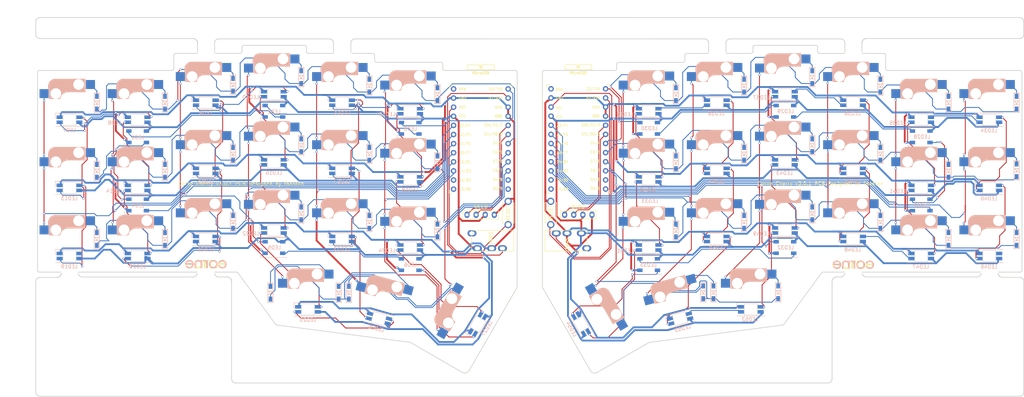
<source format=kicad_pcb>
(kicad_pcb (version 20240108) (generator "pcbnew") (generator_version "8.0")
  (title_block (title "Corne Cherry") (date "2020-09-28") (rev "3.0.1") (company "foostan"))
  (layers (0 "F.Cu" signal) (31 "B.Cu" signal) (34 "B.Paste" user) (35 "F.Paste" user) (36 "B.SilkS" user "B.Silkscreen") (37 "F.SilkS" user "F.Silkscreen") (38 "B.Mask" user) (39 "F.Mask" user) (44 "Edge.Cuts" user))
  (net 0 "")
  (net 1 "row0")
  (net 2 "Net-(D1-Pad2)")
  (net 3 "row1")
  (net 4 "Net-(D2-Pad2)")
  (net 5 "row2")
  (net 6 "Net-(D3-Pad2)")
  (net 7 "row3")
  (net 8 "Net-(D4-Pad2)")
  (net 9 "Net-(D5-Pad2)")
  (net 10 "Net-(D6-Pad2)")
  (net 11 "Net-(D7-Pad2)")
  (net 12 "Net-(D8-Pad2)")
  (net 13 "Net-(D9-Pad2)")
  (net 14 "Net-(D10-Pad2)")
  (net 15 "Net-(D11-Pad2)")
  (net 16 "Net-(D12-Pad2)")
  (net 17 "Net-(D13-Pad2)")
  (net 18 "Net-(D14-Pad2)")
  (net 19 "Net-(D15-Pad2)")
  (net 20 "Net-(D16-Pad2)")
  (net 21 "Net-(D17-Pad2)")
  (net 22 "Net-(D18-Pad2)")
  (net 23 "Net-(D19-Pad2)")
  (net 24 "Net-(D20-Pad2)")
  (net 25 "Net-(D21-Pad2)")
  (net 26 "GND")
  (net 27 "VCC")
  (net 28 "col0")
  (net 29 "col1")
  (net 30 "col2")
  (net 31 "col3")
  (net 32 "col4")
  (net 33 "col5")
  (net 34 "LED")
  (net 35 "data")
  (net 36 "reset")
  (net 37 "SCL")
  (net 38 "SDA")
  (net 39 "Net-(U1-Pad14)")
  (net 40 "Net-(U1-Pad13)")
  (net 41 "Net-(U1-Pad12)")
  (net 42 "Net-(U1-Pad11)")
  (net 43 "Net-(U1-Pad24)")
  (net 44 "Net-(D22-Pad2)")
  (net 45 "row0_r")
  (net 46 "Net-(D23-Pad2)")
  (net 47 "Net-(D24-Pad2)")
  (net 48 "Net-(D25-Pad2)")
  (net 49 "Net-(D26-Pad2)")
  (net 50 "Net-(D27-Pad2)")
  (net 51 "row1_r")
  (net 52 "Net-(D28-Pad2)")
  (net 53 "Net-(D29-Pad2)")
  (net 54 "Net-(D30-Pad2)")
  (net 55 "Net-(D31-Pad2)")
  (net 56 "Net-(D32-Pad2)")
  (net 57 "Net-(D33-Pad2)")
  (net 58 "row2_r")
  (net 59 "Net-(D34-Pad2)")
  (net 60 "Net-(D35-Pad2)")
  (net 61 "Net-(D36-Pad2)")
  (net 62 "Net-(D37-Pad2)")
  (net 63 "Net-(D38-Pad2)")
  (net 64 "Net-(D39-Pad2)")
  (net 65 "Net-(D40-Pad2)")
  (net 66 "row3_r")
  (net 67 "Net-(D41-Pad2)")
  (net 68 "Net-(D42-Pad2)")
  (net 69 "data_r")
  (net 70 "SDA_r")
  (net 71 "SCL_r")
  (net 72 "LED_r")
  (net 73 "reset_r")
  (net 74 "col0_r")
  (net 75 "col1_r")
  (net 76 "col2_r")
  (net 77 "col3_r")
  (net 78 "col4_r")
  (net 79 "col5_r")
  (net 80 "VDD")
  (net 81 "GNDA")
  (net 82 "Net-(LED1-Pad2)")
  (net 83 "Net-(LED1-Pad4)")
  (net 84 "Net-(LED2-Pad4)")
  (net 85 "Net-(LED10-Pad2)")
  (net 86 "Net-(LED11-Pad4)")
  (net 87 "Net-(LED13-Pad4)")
  (net 88 "Net-(LED14-Pad2)")
  (net 89 "Net-(LED15-Pad4)")
  (net 90 "Net-(LED10-Pad4)")
  (net 91 "Net-(LED11-Pad2)")
  (net 92 "Net-(LED12-Pad4)")
  (net 93 "Net-(LED13-Pad2)")
  (net 94 "Net-(LED14-Pad4)")
  (net 95 "Net-(LED16-Pad4)")
  (net 96 "Net-(LED17-Pad2)")
  (net 97 "Net-(LED18-Pad4)")
  (net 98 "Net-(LED22-Pad4)")
  (net 99 "Net-(LED24-Pad4)")
  (net 100 "Net-(LED25-Pad4)")
  (net 101 "Net-(LED27-Pad4)")
  (net 102 "Net-(LED28-Pad2)")
  (net 103 "Net-(LED29-Pad4)")
  (net 104 "Net-(LED32-Pad2)")
  (net 105 "Net-(LED34-Pad2)")
  (net 106 "Net-(LED35-Pad4)")
  (net 107 "Net-(LED37-Pad4)")
  (net 108 "Net-(LED38-Pad2)")
  (net 109 "Net-(LED39-Pad4)")
  (net 110 "Net-(LED4-Pad2)")
  (net 111 "Net-(LED5-Pad2)")
  (net 112 "Net-(LED7-Pad4)")
  (net 113 "Net-(LED15-Pad2)")
  (net 114 "Net-(LED20-Pad4)")
  (net 115 "Net-(LED23-Pad2)")
  (net 116 "Net-(LED28-Pad4)")
  (net 117 "Net-(LED31-Pad2)")
  (net 118 "Net-(LED33-Pad2)")
  (net 119 "Net-(LED40-Pad2)")
  (net 120 "Net-(LED41-Pad4)")
  (net 121 "Net-(LED42-Pad2)")
  (net 122 "Net-(LED43-Pad4)")
  (net 123 "Net-(LED44-Pad2)")
  (net 124 "Net-(LED45-Pad4)")
  (net 125 "Net-(LED47-Pad4)")
  (net 126 "Net-(LED49-Pad4)")
  (net 127 "Net-(LED50-Pad2)")
  (net 128 "Net-(LED51-Pad4)")
  (net 129 "Net-(LED52-Pad4)")
  (net 130 "Net-(LED34-Pad4)")
  (net 131 "Net-(LED36-Pad4)")
  (net 132 "Net-(LED36-Pad2)")
  (net 133 "Net-(LED38-Pad4)")
  (net 134 "Net-(U2-Pad11)")
  (net 135 "Net-(U2-Pad12)")
  (net 136 "Net-(U2-Pad13)")
  (net 137 "Net-(U2-Pad14)")
  (net 138 "Net-(U2-Pad24)")
  (net 139 "Net-(J1-PadA)")
  (net 140 "Net-(J3-PadA)")
  (net 141 "Net-(LED19-Pad2)")
  (net 142 "Net-(LED46-Pad2)")
  (footprint "kbd:MJ-4PP-9_1side" (layer "F.Cu") (at 144.1345 74.292 -90)
    (property "Reference" "J1")
    (property "Value" "MJ-4PP-9" (hide yes))
  )
  (footprint "kbd:OLED_1side" (layer "F.Cu") (at 130.9485 67.028)
    (property "Reference" "J2")
    (property "Value" "OLED" (hide yes))
  )
  (footprint "kbd:ResetSW_1side" (layer "F.Cu") (at 142.4245 66.531 -90)
    (property "Reference" "RSW1" (hide yes))
    (property "Value" "SW_PUSH")
  )
  (footprint "kbd:CherryMX_Hotswap" (layer "F.Cu") (at 39.1075 35.78)
    (property "Reference" "SW2" (hide yes))
    (property "Value" "SW_PUSH" (hide yes))
  )
  (footprint "kbd:CherryMX_Hotswap" (layer "F.Cu") (at 58.1075 31.03)
    (property "Reference" "SW3" (hide yes))
    (property "Value" "SW_PUSH" (hide yes))
  )
  (footprint "kbd:CherryMX_Hotswap" (layer "F.Cu") (at 77.1075 28.655)
    (property "Reference" "SW4" (hide yes))
    (property "Value" "SW_PUSH" (hide yes))
  )
  (footprint "kbd:CherryMX_Hotswap" (layer "F.Cu") (at 96.1075 31.03)
    (property "Reference" "SW5" (hide yes))
    (property "Value" "SW_PUSH" (hide yes))
  )
  (footprint "kbd:CherryMX_Hotswap" (layer "F.Cu") (at 20.1075 54.78)
    (property "Reference" "SW7" (hide yes))
    (property "Value" "SW_PUSH" (hide yes))
  )
  (footprint "kbd:CherryMX_Hotswap" (layer "F.Cu") (at 39.1075 54.78)
    (property "Reference" "SW8" (hide yes))
    (property "Value" "SW_PUSH" (hide yes))
  )
  (footprint "kbd:CherryMX_Hotswap" (layer "F.Cu") (at 58.1075 50.03)
    (property "Reference" "SW9" (hide yes))
    (property "Value" "SW_PUSH" (hide yes))
  )
  (footprint "kbd:CherryMX_Hotswap" (layer "F.Cu") (at 77.1075 47.655)
    (property "Reference" "SW10" (hide yes))
    (property "Value" "SW_PUSH" (hide yes))
  )
  (footprint "kbd:CherryMX_Hotswap" (layer "F.Cu") (at 96.1075 50.03)
    (property "Reference" "SW11" (hide yes))
    (property "Value" "SW_PUSH" (hide yes))
  )
  (footprint "kbd:CherryMX_Hotswap" (layer "F.Cu") (at 115.1075 52.405)
    (property "Reference" "SW12" (hide yes))
    (property "Value" "SW_PUSH" (hide yes))
  )
  (footprint "kbd:CherryMX_Hotswap" (layer "F.Cu") (at 20.1075 73.78)
    (property "Reference" "SW13" (hide yes))
    (property "Value" "SW_PUSH" (hide yes))
  )
  (footprint "kbd:CherryMX_Hotswap" (layer "F.Cu") (at 39.1075 73.78)
    (property "Reference" "SW14" (hide yes))
    (property "Value" "SW_PUSH" (hide yes))
  )
  (footprint "kbd:CherryMX_Hotswap" (layer "F.Cu") (at 58.1075 69.03)
    (property "Reference" "SW15" (hide yes))
    (property "Value" "SW_PUSH" (hide yes))
  )
  (footprint "kbd:CherryMX_Hotswap" (layer "F.Cu") (at 77.1075 66.655)
    (property "Reference" "SW16" (hide yes))
    (property "Value" "SW_PUSH" (hide yes))
  )
  (footprint "kbd:CherryMX_Hotswap" (layer "F.Cu") (at 96.1075 69.03)
    (property "Reference" "SW17" (hide yes))
    (property "Value" "SW_PUSH" (hide yes))
  )
  (footprint "kbd:CherryMX_Hotswap" (layer "F.Cu") (at 115.1075 71.405)
    (property "Reference" "SW18" (hide yes))
    (property "Value" "SW_PUSH" (hide yes))
  )
  (footprint "kbd:CherryMX_Hotswap" (layer "F.Cu") (at 86.6075 88.655)
    (property "Reference" "SW19" (hide yes))
    (property "Value" "SW_PUSH" (hide yes))
  )
  (footprint "kbd:CherryMX_Hotswap" (layer "F.Cu") (at 107.6075 91.405 -15)
    (property "Reference" "SW20" (hide yes))
    (property "Value" "SW_PUSH" (hide yes))
  )
  (footprint "kbd:CherryMX_Hotswap_1.5u" (layer "F.Cu") (at 129.8575 95.155 60)
    (property "Reference" "SW21" (hide yes))
    (property "Value" "SW_PUSH" (hide yes))
  )
  (footprint "kbd:CherryMX_Hotswap_1.5u" (layer "F.Cu") (at 166.8645 95.15 -60)
    (property "Reference" "SW42" (hide yes))
    (property "Value" "SW_PUSH" (hide yes))
  )
  (footprint "kbd:MJ-4PP-9_1side" (layer "F.Cu") (at 152.5375 74.27 90)
    (property "Reference" "J3")
    (property "Value" "MJ-4PP-9" (hide yes))
  )
  (footprint "kbd:OLED_1side" (layer "F.Cu") (at 158.1775 67.02)
    (property "Reference" "J4")
    (property "Value" "OLED" (hide yes))
  )
  (footprint "kbd:ResetSW_1side" (layer "F.Cu") (at 154.3045 66.522 -90)
    (property "Reference" "RSW2" (hide yes))
    (property "Value" "SW_PUSH")
  )
  (footprint "kbd:CherryMX_Hotswap" (layer "F.Cu") (at 219.6145 66.65)
    (property "Reference" "SW37" (hide yes))
    (property "Value" "SW_PUSH" (hide yes))
  )
  (footprint "kbd:CherryMX_Hotswap" (layer "F.Cu") (at 200.6145 69.025)
    (property "Reference" "SW38" (hide yes))
    (property "Value" "SW_PUSH" (hide yes))
  )
  (footprint "kbd:CherryMX_Hotswap" (layer "F.Cu") (at 181.6145 71.4)
    (property "Reference" "SW39" (hide yes))
    (property "Value" "SW_PUSH" (hide yes))
  )
  (footprint "kbd:CherryMX_Hotswap" (layer "F.Cu") (at 210.1145 88.65)
    (property "Reference" "SW40" (hide yes))
    (property "Value" "SW_PUSH" (hide yes))
  )
  (footprint "kbd:CherryMX_Hotswap" (layer "F.Cu") (at 189.1145 91.4 15)
    (property "Reference" "SW41" (hide yes))
    (property "Value" "SW_PUSH" (hide yes))
  )
  (footprint "kbd:CherryMX_Hotswap" (layer "F.Cu") (at 219.6145 28.65)
    (property "Reference" "SW25" (hide yes))
    (property "Value" "SW_PUSH" (hide yes))
  )
  (footprint "kbd:CherryMX_Hotswap" (layer "F.Cu") (at 200.6145 31.025)
    (property "Reference" "SW26" (hide yes))
    (property "Value" "SW_PUSH" (hide yes))
  )
  (footprint "kbd:CherryMX_Hotswap" (layer "F.Cu") (at 276.6145 54.775)
    (property "Reference" "SW28" (hide yes))
    (property "Value" "SW_PUSH" (hide yes))
  )
  (footprint "kbd:CherryMX_Hotswap" (layer "F.Cu") (at 238.6145 31.025)
    (property "Reference" "SW24" (hide yes))
    (property "Value" "SW_PUSH" (hide yes))
  )
  (footprint "kbd:CherryMX_Hotswap" (layer "F.Cu") (at 257.6145 54.775)
    (property "Reference" "SW29" (hide yes))
    (property "Value" "SW_PUSH" (hide yes))
  )
  (footprint "kbd:CherryMX_Hotswap" (layer "F.Cu") (at 257.6145 73.775)
    (property "Reference" "SW35" (hide yes))
    (property "Value" "SW_PUSH" (hide yes))
  )
  (footprint "kbd:CherryMX_Hotswap" (layer "F.Cu") (at 238.6145 69.025)
    (property "Reference" "SW36" (hide yes))
    (property "Value" "SW_PUSH" (hide yes))
  )
  (footprint "kbd:CherryMX_Hotswap" (layer "F.Cu") (at 276.6145 35.775)
    (property "Reference" "SW22" (hide yes))
    (property "Value" "SW_PUSH" (hide yes))
  )
  (footprint "kbd:CherryMX_Hotswap" (layer "F.Cu") (at 257.6145 35.775)
    (property "Reference" "SW23" (hide yes))
    (property "Value" "SW_PUSH" (hide yes))
  )
  (footprint "kbd:CherryMX_Hotswap" (layer "F.Cu") (at 238.6145 50.025)
    (property "Reference" "SW30" (hide yes))
    (property "Value" "SW_PUSH" (hide yes))
  )
  (footprint "kbd:CherryMX_Hotswap" (layer "F.Cu") (at 219.6145 47.65)
    (property "Reference" "SW31" (hide yes))
    (property "Value" "SW_PUSH" (hide yes))
  )
  (footprint "kbd:CherryMX_Hotswap" (layer "F.Cu") (at 200.6145 50.025)
    (property "Reference" "SW32" (hide yes))
    (property "Value" "SW_PUSH" (hide yes))
  )
  (footprint "kbd:CherryMX_Hotswap" (layer "F.Cu") (at 181.6145 52.4)
    (property "Reference" "SW33" (hide yes))
    (property "Value" "SW_PUSH" (hide yes))
  )
  (footprint "kbd:CherryMX_Hotswap" (layer "F.Cu") (at 276.6145 73.775)
    (property "Reference" "SW34" (hide yes))
    (property "Value" "SW_PUSH" (hide yes))
  )
  (footprint "kbd:CherryMX_Hotswap" (layer "F.Cu") (at 20.1075 35.78)
    (property "Reference" "SW1" (hide yes))
    (property "Value" "SW_PUSH" (hide yes))
  )
  (footprint "kbd:M2_HOLE_v2" (layer "F.Cu") (at 105.5755 41.7655)
    (property "Reference" "Ref**" (hide yes))
    (property "Value" "Val**" (hide yes))
  )
  (footprint "kbd:M2_HOLE_v2" (layer "F.Cu") (at 72.7645 81.5205)
    (property "Reference" "Ref**" (hide yes))
    (property "Value" "Val**" (hide yes))
  )
  (footprint "kbd:M2_HOLE_v2" (layer "F.Cu") (at 119.3305 89.135)
    (property "Reference" "Ref**" (hide yes))
    (property "Value" "Val**" (hide yes))
  )
  (footprint "kbd:M2_HOLE_v2" (layer "F.Cu") (at 127.8695 74.254)
    (property "Reference" "Ref**" (hide yes))
    (property "Value" "Val**" (hide yes))
  )
  (footprint "kbd:M2_HOLE_v2" (layer "F.Cu") (at 142.3015 82.775)
    (property "Reference" "Ref**" (hide yes))
    (property "Value" "Val**" (hide yes))
  )
  (footprint "kbd:M2_HOLE_v2" (layer "F.Cu") (at 177.3895 89.145 180)
    (property "Reference" "Ref**" (hide yes))
    (property "Value" "Val**" (hide yes))
  )
  (footprint "kbd:M2_HOLE_v2" (layer "F.Cu") (at 223.9555 81.5305 180)
    (property "Reference" "Ref**" (hide yes))
    (property "Value" "Val**" (hide yes))
  )
  (footprint "kbd:M2_HOLE_v2" (layer "F.Cu") (at 267.0995 45.2655 180)
    (property "Reference" "Ref**" (hide yes))
    (property "Value" "Val**" (hide yes))
  )
  (footprint "kbd:M2_HOLE_v2" (layer "F.Cu") (at 191.1445 41.7755 180)
    (property "Reference" "Ref**" (hide yes))
    (property "Value" "Val**" (hide yes))
  )
  (footprint "kbd:CherryMX_Hotswap" (layer "F.Cu") (at 115.1075 33.405)
    (property "Reference" "SW6" (hide yes))
    (property "Value" "SW_PUSH" (hide yes))
  )
  (footprint "kbd:CherryMX_Hotswap" (layer "F.Cu") (at 181.6075 33.405)
    (property "Reference" "SW27" (hide yes))
    (property "Value" "SW_PUSH" (hide yes))
  )
  (footprint "kbd:M2_HOLE_v2" (layer "F.Cu") (at 27.5195 54.1395)
    (property "Reference" "Ref**" (hide yes))
    (property "Value" "Val**" (hide yes))
  )
  (footprint "kbd:ProMicro_v3" (layer "F.Cu") (at 134.8125 46.42)
    (property "Reference" "U1" (hide yes))
    (property "Value" "ProMicro" (hide yes))
  )
  (footprint "kbd:ProMicro_v3" (layer "F.Cu") (at 161.9875 46.39)
    (property "Reference" "U2" (hide yes))
    (property "Value" "ProMicro" (hide yes))
  )
  (footprint "kbd:M2_HOLE_v2" (layer "F.Cu") (at 29.6075 45.28)
    (property "Reference" "Ref**" (hide yes))
    (property "Value" "Val**" (hide yes))
  )
  (footprint "kbd:Breakaway_Tabs" (layer "F.Cu") (at 58.23675 21.869)
    (property "Reference" "REF**")
    (property "Value" "Breakaway_Tabs")
  )
  (footprint "kbd:Breakaway_Tabs" (layer "F.Cu") (at 96.2075 21.873)
    (property "Reference" "REF**")
    (property "Value" "Breakaway_Tabs")
  )
  (footprint "kbd:Breakaway_Tabs" (layer "F.Cu") (at 20.1625 83.176)
    (property "Reference" "REF**")
    (property "Value" "Breakaway_Tabs")
  )
  (footprint "kbd:Breakaway_Tabs" (layer "F.Cu") (at 58.1235 83.178)
    (property "Reference" "REF**")
    (property "Value" "Breakaway_Tabs")
  )
  (footprint "kbd:corne-logo-horizontal" (layer "F.Cu") (at 58.2675 80.89)
    (property "Reference" "G***" (hide yes))
    (property "Value" "LOGO" (hide yes))
  )
  (footprint "kbd:corne-logo-horizontal" (layer "F.Cu") (at 238.7775 81.04)
    (property "Reference" "G***" (hide yes))
    (property "Value" "LOGO" (hide yes))
  )
  (footprint "kbd:D3_SMD_v2" (layer "B.Cu") (at 27.7345 35.776875 90)
    (property "Reference" "D1" (hide yes))
    (property "Value" "D" (hide yes))
  )
  (footprint "kbd:D3_SMD_v2" (layer "B.Cu") (at 46.7345 35.78 90)
    (property "Reference" "D2" (hide yes))
    (property "Value" "D" (hide yes))
  )
  (footprint "kbd:D3_SMD_v2" (layer "B.Cu") (at 65.7075 30.78 90)
    (property "Reference" "D3" (hide yes))
    (property "Value" "D" (hide yes))
  )
  (footprint "kbd:D3_SMD_v2" (layer "B.Cu") (at 84.7075 28.655 90)
    (property "Reference" "D4" (hide yes))
    (property "Value" "D" (hide yes))
  )
  (footprint "kbd:D3_SMD_v2" (layer "B.Cu") (at 103.7075 31.03 90)
    (property "Reference" "D5" (hide yes))
    (property "Value" "D" (hide yes))
  )
  (footprint "kbd:D3_SMD_v2" (layer "B.Cu") (at 122.7075 33.405 90)
    (property "Reference" "D6" (hide yes))
    (property "Value" "D" (hide yes))
  )
  (footprint "kbd:D3_SMD_v2" (layer "B.Cu") (at 27.7345 54.776875 90)
    (property "Reference" "D7" (hide yes))
    (property "Value" "D" (hide yes))
  )
  (footprint "kbd:D3_SMD_v2" (layer "B.Cu") (at 46.7345 54.78 90)
    (property "Reference" "D8" (hide yes))
    (property "Value" "D" (hide yes))
  )
  (footprint "kbd:D3_SMD_v2" (layer "B.Cu") (at 65.7075 50.03 90)
    (property "Reference" "D9" (hide yes))
    (property "Value" "D" (hide yes))
  )
  (footprint "kbd:D3_SMD_v2" (layer "B.Cu") (at 84.7075 47.655 90)
    (property "Reference" "D10" (hide yes))
    (property "Value" "D" (hide yes))
  )
  (footprint "kbd:D3_SMD_v2" (layer "B.Cu") (at 103.7075 50.03 90)
    (property "Reference" "D11" (hide yes))
    (property "Value" "D" (hide yes))
  )
  (footprint "kbd:D3_SMD_v2" (layer "B.Cu") (at 122.7075 52.405 90)
    (property "Reference" "D12" (hide yes))
    (property "Value" "D" (hide yes))
  )
  (footprint "kbd:D3_SMD_v2" (layer "B.Cu") (at 27.7345 73.776875 90)
    (property "Reference" "D13" (hide yes))
    (property "Value" "D" (hide yes))
  )
  (footprint "kbd:D3_SMD_v2" (layer "B.Cu") (at 46.7345 73.78 90)
    (property "Reference" "D14" (hide yes))
    (property "Value" "D" (hide yes))
  )
  (footprint "kbd:D3_SMD_v2" (layer "B.Cu") (at 65.7075 69.03 90)
    (property "Reference" "D15" (hide yes))
    (property "Value" "D" (hide yes))
  )
  (footprint "kbd:D3_SMD_v2" (layer "B.Cu") (at 84.7075 66.655 90)
    (property "Reference" "D16" (hide yes))
    (property "Value" "D" (hide yes))
  )
  (footprint "kbd:D3_SMD_v2" (layer "B.Cu") (at 103.7075 69.03 90)
    (property "Reference" "D17" (hide yes))
    (property "Value" "D" (hide yes))
  )
  (footprint "kbd:D3_SMD_v2" (layer "B.Cu") (at 122.7075 71.405 90)
    (property "Reference" "D18" (hide yes))
    (property "Value" "D" (hide yes))
  )
  (footprint "kbd:D3_SMD_v2" (layer "B.Cu") (at 76.1575 88.77 90)
    (property "Reference" "D19" (hide yes))
    (property "Value" "D" (hide yes))
  )
  (footprint "kbd:D3_SMD_v2" (layer "B.Cu") (at 95.1645 88.765 90)
    (property "Reference" "D20" (hide yes))
    (property "Value" "D" (hide yes))
  )
  (footprint "kbd:D3_SMD_v2" (layer "B.Cu") (at 98.0075 88.765 90)
    (property "Reference" "D21" (hide yes))
    (property "Value" "D" (hide yes))
  )
  (footprint "kbd:YS-SK6812MINI-E" (layer "B.Cu") (at 20.1075 40.53)
    (property "Reference" "LED7")
    (property "Value" "YS-SK6812MINI-E")
    (fp_line (start -1.8 -1.55) (end 1.8 -1.55) (stroke (width 0.12)) (layer "Edge.Cuts"))
    (fp_line (start -1.8 1.55) (end -1.8 -1.55) (stroke (width 0.12)) (layer "Edge.Cuts"))
    (fp_line (start 1.8 -1.55) (end 1.8 1.55) (stroke (width 0.12)) (layer "Edge.Cuts"))
    (fp_line (start 1.8 1.55) (end -1.8 1.55) (stroke (width 0.12)) (layer "Edge.Cuts"))
  )
  (footprint "kbd:YS-SK6812MINI-E" (layer "B.Cu") (at 39.1075 40.53)
    (property "Reference" "LED8")
    (property "Value" "YS-SK6812MINI-E")
    (fp_line (start -1.8 -1.55) (end 1.8 -1.55) (stroke (width 0.12)) (layer "Edge.Cuts"))
    (fp_line (start -1.8 1.55) (end -1.8 -1.55) (stroke (width 0.12)) (layer "Edge.Cuts"))
    (fp_line (start 1.8 -1.55) (end 1.8 1.55) (stroke (width 0.12)) (layer "Edge.Cuts"))
    (fp_line (start 1.8 1.55) (end -1.8 1.55) (stroke (width 0.12)) (layer "Edge.Cuts"))
  )
  (footprint "kbd:YS-SK6812MINI-E" (layer "B.Cu") (at 58.1075 35.78)
    (property "Reference" "LED9")
    (property "Value" "YS-SK6812MINI-E")
    (fp_line (start -1.8 -1.55) (end 1.8 -1.55) (stroke (width 0.12)) (layer "Edge.Cuts"))
    (fp_line (start -1.8 1.55) (end -1.8 -1.55) (stroke (width 0.12)) (layer "Edge.Cuts"))
    (fp_line (start 1.8 -1.55) (end 1.8 1.55) (stroke (width 0.12)) (layer "Edge.Cuts"))
    (fp_line (start 1.8 1.55) (end -1.8 1.55) (stroke (width 0.12)) (layer "Edge.Cuts"))
  )
  (footprint "kbd:YS-SK6812MINI-E" (layer "B.Cu") (at 77.1075 33.405)
    (property "Reference" "LED10")
    (property "Value" "YS-SK6812MINI-E")
    (fp_line (start -1.8 -1.55) (end 1.8 -1.55) (stroke (width 0.12)) (layer "Edge.Cuts"))
    (fp_line (start -1.8 1.55) (end -1.8 -1.55) (stroke (width 0.12)) (layer "Edge.Cuts"))
    (fp_line (start 1.8 -1.55) (end 1.8 1.55) (stroke (width 0.12)) (layer "Edge.Cuts"))
    (fp_line (start 1.8 1.55) (end -1.8 1.55) (stroke (width 0.12)) (layer "Edge.Cuts"))
  )
  (footprint "kbd:YS-SK6812MINI-E" (layer "B.Cu") (at 96.1075 35.78)
    (property "Reference" "LED11")
    (property "Value" "YS-SK6812MINI-E")
    (fp_line (start -1.8 -1.55) (end 1.8 -1.55) (stroke (width 0.12)) (layer "Edge.Cuts"))
    (fp_line (start -1.8 1.55) (end -1.8 -1.55) (stroke (width 0.12)) (layer "Edge.Cuts"))
    (fp_line (start 1.8 -1.55) (end 1.8 1.55) (stroke (width 0.12)) (layer "Edge.Cuts"))
    (fp_line (start 1.8 1.55) (end -1.8 1.55) (stroke (width 0.12)) (layer "Edge.Cuts"))
  )
  (footprint "kbd:YS-SK6812MINI-E" (layer "B.Cu") (at 115.1075 38.155)
    (property "Reference" "LED12")
    (property "Value" "YS-SK6812MINI-E")
    (fp_line (start -1.8 -1.55) (end 1.8 -1.55) (stroke (width 0.12)) (layer "Edge.Cuts"))
    (fp_line (start -1.8 1.55) (end -1.8 -1.55) (stroke (width 0.12)) (layer "Edge.Cuts"))
    (fp_line (start 1.8 -1.55) (end 1.8 1.55) (stroke (width 0.12)) (layer "Edge.Cuts"))
    (fp_line (start 1.8 1.55) (end -1.8 1.55) (stroke (width 0.12)) (layer "Edge.Cuts"))
  )
  (footprint "kbd:YS-SK6812MINI-E" (layer "B.Cu") (at 20.1075 59.53)
    (property "Reference" "LED13")
    (property "Value" "YS-SK6812MINI-E")
    (fp_line (start -1.8 -1.55) (end 1.8 -1.55) (stroke (width 0.12)) (layer "Edge.Cuts"))
    (fp_line (start -1.8 1.55) (end -1.8 -1.55) (stroke (width 0.12)) (layer "Edge.Cuts"))
    (fp_line (start 1.8 -1.55) (end 1.8 1.55) (stroke (width 0.12)) (layer "Edge.Cuts"))
    (fp_line (start 1.8 1.55) (end -1.8 1.55) (stroke (width 0.12)) (layer "Edge.Cuts"))
  )
  (footprint "kbd:YS-SK6812MINI-E" (layer "B.Cu") (at 39.1075 59.53)
    (property "Reference" "LED14")
    (property "Value" "YS-SK6812MINI-E")
    (fp_line (start -1.8 -1.55) (end 1.8 -1.55) (stroke (width 0.12)) (layer "Edge.Cuts"))
    (fp_line (start -1.8 1.55) (end -1.8 -1.55) (stroke (width 0.12)) (layer "Edge.Cuts"))
    (fp_line (start 1.8 -1.55) (end 1.8 1.55) (stroke (width 0.12)) (layer "Edge.Cuts"))
    (fp_line (start 1.8 1.55) (end -1.8 1.55) (stroke (width 0.12)) (layer "Edge.Cuts"))
  )
  (footprint "kbd:YS-SK6812MINI-E" (layer "B.Cu") (at 58.1075 54.78)
    (property "Reference" "LED15")
    (property "Value" "YS-SK6812MINI-E")
    (fp_line (start -1.8 -1.55) (end 1.8 -1.55) (stroke (width 0.12)) (layer "Edge.Cuts"))
    (fp_line (start -1.8 1.55) (end -1.8 -1.55) (stroke (width 0.12)) (layer "Edge.Cuts"))
    (fp_line (start 1.8 -1.55) (end 1.8 1.55) (stroke (width 0.12)) (layer "Edge.Cuts"))
    (fp_line (start 1.8 1.55) (end -1.8 1.55) (stroke (width 0.12)) (layer "Edge.Cuts"))
  )
  (footprint "kbd:YS-SK6812MINI-E" (layer "B.Cu") (at 77.1075 52.405)
    (property "Reference" "LED16")
    (property "Value" "YS-SK6812MINI-E")
    (fp_line (start -1.8 -1.55) (end 1.8 -1.55) (stroke (width 0.12)) (layer "Edge.Cuts"))
    (fp_line (start -1.8 1.55) (end -1.8 -1.55) (stroke (width 0.12)) (layer "Edge.Cuts"))
    (fp_line (start 1.8 -1.55) (end 1.8 1.55) (stroke (width 0.12)) (layer "Edge.Cuts"))
    (fp_line (start 1.8 1.55) (end -1.8 1.55) (stroke (width 0.12)) (layer "Edge.Cuts"))
  )
  (footprint "kbd:YS-SK6812MINI-E" (layer "B.Cu") (at 96.1075 54.78)
    (property "Reference" "LED17")
    (property "Value" "YS-SK6812MINI-E")
    (fp_line (start -1.8 -1.55) (end 1.8 -1.55) (stroke (width 0.12)) (layer "Edge.Cuts"))
    (fp_line (start -1.8 1.55) (end -1.8 -1.55) (stroke (width 0.12)) (layer "Edge.Cuts"))
    (fp_line (start 1.8 -1.55) (end 1.8 1.55) (stroke (width 0.12)) (layer "Edge.Cuts"))
    (fp_line (start 1.8 1.55) (end -1.8 1.55) (stroke (width 0.12)) (layer "Edge.Cuts"))
  )
  (footprint "kbd:YS-SK6812MINI-E" (layer "B.Cu") (at 115.1075 57.155)
    (property "Reference" "LED18")
    (property "Value" "YS-SK6812MINI-E")
    (fp_line (start -1.8 -1.55) (end 1.8 -1.55) (stroke (width 0.12)) (layer "Edge.Cuts"))
    (fp_line (start -1.8 1.55) (end -1.8 -1.55) (stroke (width 0.12)) (layer "Edge.Cuts"))
    (fp_line (start 1.8 -1.55) (end 1.8 1.55) (stroke (width 0.12)) (layer "Edge.Cuts"))
    (fp_line (start 1.8 1.55) (end -1.8 1.55) (stroke (width 0.12)) (layer "Edge.Cuts"))
  )
  (footprint "kbd:YS-SK6812MINI-E" (layer "B.Cu") (at 20.1075 78.53)
    (property "Reference" "LED19")
    (property "Value" "YS-SK6812MINI-E")
    (fp_line (start -1.8 -1.55) (end 1.8 -1.55) (stroke (width 0.12)) (layer "Edge.Cuts"))
    (fp_line (start -1.8 1.55) (end -1.8 -1.55) (stroke (width 0.12)) (layer "Edge.Cuts"))
    (fp_line (start 1.8 -1.55) (end 1.8 1.55) (stroke (width 0.12)) (layer "Edge.Cuts"))
    (fp_line (start 1.8 1.55) (end -1.8 1.55) (stroke (width 0.12)) (layer "Edge.Cuts"))
  )
  (footprint "kbd:YS-SK6812MINI-E" (layer "B.Cu") (at 39.1075 78.53)
    (property "Reference" "LED20")
    (property "Value" "YS-SK6812MINI-E")
    (fp_line (start -1.8 -1.55) (end 1.8 -1.55) (stroke (width 0.12)) (layer "Edge.Cuts"))
    (fp_line (start -1.8 1.55) (end -1.8 -1.55) (stroke (width 0.12)) (layer "Edge.Cuts"))
    (fp_line (start 1.8 -1.55) (end 1.8 1.55) (stroke (width 0.12)) (layer "Edge.Cuts"))
    (fp_line (start 1.8 1.55) (end -1.8 1.55) (stroke (width 0.12)) (layer "Edge.Cuts"))
  )
  (footprint "kbd:YS-SK6812MINI-E" (layer "B.Cu") (at 58.1075 73.78)
    (property "Reference" "LED21")
    (property "Value" "YS-SK6812MINI-E")
    (fp_line (start -1.8 -1.55) (end 1.8 -1.55) (stroke (width 0.12)) (layer "Edge.Cuts"))
    (fp_line (start -1.8 1.55) (end -1.8 -1.55) (stroke (width 0.12)) (layer "Edge.Cuts"))
    (fp_line (start 1.8 -1.55) (end 1.8 1.55) (stroke (width 0.12)) (layer "Edge.Cuts"))
    (fp_line (start 1.8 1.55) (end -1.8 1.55) (stroke (width 0.12)) (layer "Edge.Cuts"))
  )
  (footprint "kbd:YS-SK6812MINI-E" (layer "B.Cu") (at 77.1075 71.405)
    (property "Reference" "LED22")
    (property "Value" "YS-SK6812MINI-E")
    (fp_line (start -1.8 -1.55) (end 1.8 -1.55) (stroke (width 0.12)) (layer "Edge.Cuts"))
    (fp_line (start -1.8 1.55) (end -1.8 -1.55) (stroke (width 0.12)) (layer "Edge.Cuts"))
    (fp_line (start 1.8 -1.55) (end 1.8 1.55) (stroke (width 0.12)) (layer "Edge.Cuts"))
    (fp_line (start 1.8 1.55) (end -1.8 1.55) (stroke (width 0.12)) (layer "Edge.Cuts"))
  )
  (footprint "kbd:YS-SK6812MINI-E" (layer "B.Cu") (at 115.1075 76.155)
    (property "Reference" "LED24")
    (property "Value" "YS-SK6812MINI-E")
    (fp_line (start -1.8 -1.55) (end 1.8 -1.55) (stroke (width 0.12)) (layer "Edge.Cuts"))
    (fp_line (start -1.8 1.55) (end -1.8 -1.55) (stroke (width 0.12)) (layer "Edge.Cuts"))
    (fp_line (start 1.8 -1.55) (end 1.8 1.55) (stroke (width 0.12)) (layer "Edge.Cuts"))
    (fp_line (start 1.8 1.55) (end -1.8 1.55) (stroke (width 0.12)) (layer "Edge.Cuts"))
  )
  (footprint "kbd:YS-SK6812MINI-E" (layer "B.Cu") (at 133.971121 97.53 60)
    (property "Reference" "LED27")
    (property "Value" "YS-SK6812MINI-E")
    (fp_line (start -1.8 -1.55) (end 1.8 -1.55) (stroke (width 0.12)) (layer "Edge.Cuts"))
    (fp_line (start 1.8 -1.55) (end 1.8 1.55) (stroke (width 0.12)) (layer "Edge.Cuts"))
    (fp_line (start -1.8 1.55) (end -1.8 -1.55) (stroke (width 0.12)) (layer "Edge.Cuts"))
    (fp_line (start 1.8 1.55) (end -1.8 1.55) (stroke (width 0.12)) (layer "Edge.Cuts"))
  )
  (footprint "LED_SMD:LED_WS2812B_PLCC4_5.0x5.0mm_P3.2mm" (layer "B.Cu") (at 39.1075 45.28 180)
    (property "Reference" "LED1")
    (property "Value" "WS2812B")
  )
  (footprint "LED_SMD:LED_WS2812B_PLCC4_5.0x5.0mm_P3.2mm" (layer "B.Cu") (at 77.1075 38.155 180)
    (property "Reference" "LED2")
    (property "Value" "WS2812B")
  )
  (footprint "LED_SMD:LED_WS2812B_PLCC4_5.0x5.0mm_P3.2mm" (layer "B.Cu") (at 115.1075 42.905 180)
    (property "Reference" "LED3")
    (property "Value" "WS2812B")
  )
  (footprint "LED_SMD:LED_WS2812B_PLCC4_5.0x5.0mm_P3.2mm" (layer "B.Cu") (at 77.1075 76.155 180)
    (property "Reference" "LED5")
    (property "Value" "WS2812B")
  )
  (footprint "LED_SMD:LED_WS2812B_PLCC4_5.0x5.0mm_P3.2mm" (layer "B.Cu") (at 115.1075 80.905 180)
    (property "Reference" "LED6")
    (property "Value" "WS2812B")
  )
  (footprint "LED_SMD:LED_WS2812B_PLCC4_5.0x5.0mm_P3.2mm" (layer "B.Cu") (at 257.6075 45.28 180)
    (property "Reference" "LED28")
    (property "Value" "WS2812B")
  )
  (footprint "LED_SMD:LED_WS2812B_PLCC4_5.0x5.0mm_P3.2mm" (layer "B.Cu") (at 219.6075 38.155 180)
    (property "Reference" "LED29")
    (property "Value" "WS2812B")
  )
  (footprint "LED_SMD:LED_WS2812B_PLCC4_5.0x5.0mm_P3.2mm" (layer "B.Cu") (at 181.6075 42.905 180)
    (property "Reference" "LED30")
    (property "Value" "WS2812B")
  )
  (footprint "LED_SMD:LED_WS2812B_PLCC4_5.0x5.0mm_P3.2mm" (layer "B.Cu") (at 257.6075 64.28 180)
    (property "Reference" "LED31")
    (property "Value" "WS2812B")
  )
  (footprint "LED_SMD:LED_WS2812B_PLCC4_5.0x5.0mm_P3.2mm" (layer "B.Cu") (at 219.6075 76.155 180)
    (property "Reference" "LED32")
    (property "Value" "WS2812B")
  )
  (footprint "LED_SMD:LED_WS2812B_PLCC4_5.0x5.0mm_P3.2mm" (layer "B.Cu") (at 181.6075 80.905 180)
    (property "Reference" "LED33")
    (property "Value" "WS2812B")
  )
  (footprint "kbd:YS-SK6812MINI-E" (layer "B.Cu") (at 219.6075 52.405)
    (property "Reference" "LED43")
    (property "Value" "YS-SK6812MINI-E")
    (fp_line (start -1.8 -1.55) (end 1.8 -1.55) (stroke (width 0.12)) (layer "Edge.Cuts"))
    (fp_line (start -1.8 1.55) (end -1.8 -1.55) (stroke (width 0.12)) (layer "Edge.Cuts"))
    (fp_line (start 1.8 -1.55) (end 1.8 1.55) (stroke (width 0.12)) (layer "Edge.Cuts"))
    (fp_line (start 1.8 1.55) (end -1.8 1.55) (stroke (width 0.12)) (layer "Edge.Cuts"))
  )
  (footprint "kbd:YS-SK6812MINI-E" (layer "B.Cu") (at 200.6075 54.78)
    (property "Reference" "LED44")
    (property "Value" "YS-SK6812MINI-E")
    (fp_line (start -1.8 -1.55) (end 1.8 -1.55) (stroke (width 0.12)) (layer "Edge.Cuts"))
    (fp_line (start -1.8 1.55) (end -1.8 -1.55) (stroke (width 0.12)) (layer "Edge.Cuts"))
    (fp_line (start 1.8 -1.55) (end 1.8 1.55) (stroke (width 0.12)) (layer "Edge.Cuts"))
    (fp_line (start 1.8 1.55) (end -1.8 1.55) (stroke (width 0.12)) (layer "Edge.Cuts"))
  )
  (footprint "kbd:YS-SK6812MINI-E" (layer "B.Cu") (at 181.6075 57.155)
    (property "Reference" "LED45")
    (property "Value" "YS-SK6812MINI-E")
    (fp_line (start -1.8 -1.55) (end 1.8 -1.55) (stroke (width 0.12)) (layer "Edge.Cuts"))
    (fp_line (start -1.8 1.55) (end -1.8 -1.55) (stroke (width 0.12)) (layer "Edge.Cuts"))
    (fp_line (start 1.8 -1.55) (end 1.8 1.55) (stroke (width 0.12)) (layer "Edge.Cuts"))
    (fp_line (start 1.8 1.55) (end -1.8 1.55) (stroke (width 0.12)) (layer "Edge.Cuts"))
  )
  (footprint "kbd:YS-SK6812MINI-E" (layer "B.Cu") (at 276.6075 78.53)
    (property "Reference" "LED46")
    (property "Value" "YS-SK6812MINI-E")
    (fp_line (start -1.8 -1.55) (end 1.8 -1.55) (stroke (width 0.12)) (layer "Edge.Cuts"))
    (fp_line (start -1.8 1.55) (end -1.8 -1.55) (stroke (width 0.12)) (layer "Edge.Cuts"))
    (fp_line (start 1.8 -1.55) (end 1.8 1.55) (stroke (width 0.12)) (layer "Edge.Cuts"))
    (fp_line (start 1.8 1.55) (end -1.8 1.55) (stroke (width 0.12)) (layer "Edge.Cuts"))
  )
  (footprint "kbd:YS-SK6812MINI-E" (layer "B.Cu") (at 257.6075 78.53)
    (property "Reference" "LED47")
    (property "Value" "YS-SK6812MINI-E")
    (fp_line (start -1.8 -1.55) (end 1.8 -1.55) (stroke (width 0.12)) (layer "Edge.Cuts"))
    (fp_line (start -1.8 1.55) (end -1.8 -1.55) (stroke (width 0.12)) (layer "Edge.Cuts"))
    (fp_line (start 1.8 -1.55) (end 1.8 1.55) (stroke (width 0.12)) (layer "Edge.Cuts"))
    (fp_line (start 1.8 1.55) (end -1.8 1.55) (stroke (width 0.12)) (layer "Edge.Cuts"))
  )
  (footprint "kbd:YS-SK6812MINI-E" (layer "B.Cu") (at 238.6075 73.78)
    (property "Reference" "LED48")
    (property "Value" "YS-SK6812MINI-E")
    (fp_line (start -1.8 -1.55) (end 1.8 -1.55) (stroke (width 0.12)) (layer "Edge.Cuts"))
    (fp_line (start -1.8 1.55) (end -1.8 -1.55) (stroke (width 0.12)) (layer "Edge.Cuts"))
    (fp_line (start 1.8 -1.55) (end 1.8 1.55) (stroke (width 0.12)) (layer "Edge.Cuts"))
    (fp_line (start 1.8 1.55) (end -1.8 1.55) (stroke (width 0.12)) (layer "Edge.Cuts"))
  )
  (footprint "kbd:YS-SK6812MINI-E" (layer "B.Cu") (at 219.6075 71.405)
    (property "Reference" "LED49")
    (property "Value" "YS-SK6812MINI-E")
    (fp_line (start -1.8 -1.55) (end 1.8 -1.55) (stroke (width 0.12)) (layer "Edge.Cuts"))
    (fp_line (start -1.8 1.55) (end -1.8 -1.55) (stroke (width 0.12)) (layer "Edge.Cuts"))
    (fp_line (start 1.8 -1.55) (end 1.8 1.55) (stroke (width 0.12)) (layer "Edge.Cuts"))
    (fp_line (start 1.8 1.55) (end -1.8 1.55) (stroke (width 0.12)) (layer "Edge.Cuts"))
  )
  (footprint "kbd:YS-SK6812MINI-E" (layer "B.Cu") (at 200.6075 73.78)
    (property "Reference" "LED50")
    (property "Value" "YS-SK6812MINI-E")
    (fp_line (start -1.8 -1.55) (end 1.8 -1.55) (stroke (width 0.12)) (layer "Edge.Cuts"))
    (fp_line (start -1.8 1.55) (end -1.8 -1.55) (stroke (width 0.12)) (layer "Edge.Cuts"))
    (fp_line (start 1.8 -1.55) (end 1.8 1.55) (stroke (width 0.12)) (layer "Edge.Cuts"))
    (fp_line (start 1.8 1.55) (end -1.8 1.55) (stroke (width 0.12)) (layer "Edge.Cuts"))
  )
  (footprint "kbd:YS-SK6812MINI-E" (layer "B.Cu") (at 181.6075 76.155)
    (property "Reference" "LED51")
    (property "Value" "YS-SK6812MINI-E")
    (fp_line (start -1.8 -1.55) (end 1.8 -1.55) (stroke (width 0.12)) (layer "Edge.Cuts"))
    (fp_line (start -1.8 1.55) (end -1.8 -1.55) (stroke (width 0.12)) (layer "Edge.Cuts"))
    (fp_line (start 1.8 -1.55) (end 1.8 1.55) (stroke (width 0.12)) (layer "Edge.Cuts"))
    (fp_line (start 1.8 1.55) (end -1.8 1.55) (stroke (width 0.12)) (layer "Edge.Cuts"))
  )
  (footprint "kbd:YS-SK6812MINI-E" (layer "B.Cu") (at 210.1075 93.405)
    (property "Reference" "LED52")
    (property "Value" "YS-SK6812MINI-E")
    (fp_line (start -1.8 -1.55) (end 1.8 -1.55) (stroke (width 0.12)) (layer "Edge.Cuts"))
    (fp_line (start -1.8 1.55) (end -1.8 -1.55) (stroke (width 0.12)) (layer "Edge.Cuts"))
    (fp_line (start 1.8 -1.55) (end 1.8 1.55) (stroke (width 0.12)) (layer "Edge.Cuts"))
    (fp_line (start 1.8 1.55) (end -1.8 1.55) (stroke (width 0.12)) (layer "Edge.Cuts"))
  )
  (footprint "kbd:YS-SK6812MINI-E" (layer "B.Cu") (at 190.34389 95.988148 15)
    (property "Reference" "LED53")
    (property "Value" "YS-SK6812MINI-E")
    (fp_line (start -1.8 -1.55) (end 1.8 -1.55) (stroke (width 0.12)) (layer "Edge.Cuts"))
    (fp_line (start -1.8 1.55) (end -1.8 -1.55) (stroke (width 0.12)) (layer "Edge.Cuts"))
    (fp_line (start 1.8 -1.55) (end 1.8 1.55) (stroke (width 0.12)) (layer "Edge.Cuts"))
    (fp_line (start 1.8 1.55) (end -1.8 1.55) (stroke (width 0.12)) (layer "Edge.Cuts"))
  )
  (footprint "kbd:D3_SMD_v2" (layer "B.Cu") (at 265.2145 35.775 90)
    (property "Reference" "D23" (hide yes))
    (property "Value" "D" (hide yes))
  )
  (footprint "kbd:D3_SMD_v2" (layer "B.Cu") (at 246.2145 31.025 90)
    (property "Reference" "D24" (hide yes))
    (property "Value" "D" (hide yes))
  )
  (footprint "kbd:D3_SMD_v2" (layer "B.Cu") (at 227.2145 28.65 90)
    (property "Reference" "D25" (hide yes))
    (property "Value" "D" (hide yes))
  )
  (footprint "kbd:D3_SMD_v2" (layer "B.Cu") (at 189.2075 33.405 90)
    (property "Reference" "D27" (hide yes))
    (property "Value" "D" (hide yes))
  )
  (footprint "kbd:D3_SMD_v2" (layer "B.Cu") (at 284.2145 54.625 90)
    (property "Reference" "D28" (hide yes))
    (property "Value" "D" (hide yes))
  )
  (footprint "kbd:D3_SMD_v2" (layer "B.Cu") (at 265.2145 54.775 90)
    (property "Reference" "D29" (hide yes))
    (property "Value" "D" (hide yes))
  )
  (footprint "kbd:D3_SMD_v2" (layer "B.Cu") (at 246.2145 50.025 90)
    (property "Reference" "D30" (hide yes))
    (property "Value" "D" (hide yes))
  )
  (footprint "kbd:D3_SMD_v2" (layer "B.Cu") (at 227.2145 47.65 90)
    (property "Reference" "D31" (hide yes))
    (property "Value" "D" (hide yes))
  )
  (footprint "kbd:D3_SMD_v2" (layer "B.Cu") (at 208.2145 50.025 90)
    (property "Reference" "D32" (hide yes))
    (property "Value" "D" (hide yes))
  )
  (footprint "kbd:D3_SMD_v2" (layer "B.Cu") (at 189.2075 52.405 90)
    (property "Reference" "D33" (hide yes))
    (property "Value" "D" (hide yes))
  )
  (footprint "kbd:D3_SMD_v2" (layer "B.Cu") (at 284.2145 73.775 90)
    (property "Reference" "D34" (hide yes))
    (property "Value" "D" (hide yes))
  )
  (footprint "kbd:D3_SMD_v2" (layer "B.Cu") (at 265.2145 73.775 90)
    (property "Reference" "D35" (hide yes))
    (property "Value" "D" (hide yes))
  )
  (footprint "kbd:D3_SMD_v2" (layer "B.Cu") (at 246.2145 69.025 90)
    (property "Reference" "D36" (hide yes))
    (property "Value" "D" (hide yes))
  )
  (footprint "kbd:D3_SMD_v2" (layer "B.Cu") (at 227.2145 66.65 90)
    (property "Reference" "D37" (hide yes))
    (property "Value" "D" (hide yes))
  )
  (footprint "kbd:D3_SMD_v2" (layer "B.Cu") (at 208.2145 69.025 90)
    (property "Reference" "D38" (hide yes))
    (property "Value" "D" (hide yes))
  )
  (footprint "kbd:D3_SMD_v2" (layer "B.Cu") (at 189.2075 71.405 90)
    (property "Reference" "D39" (hide yes))
    (property "Value" "D" (hide yes))
  )
  (footprint "kbd:D3_SMD_v2" (layer "B.Cu") (at 217.7145 88.635 90)
    (property "Reference" "D40" (hide yes))
    (property "Value" "D" (hide yes))
  )
  (footprint "kbd:D3_SMD_v2" (layer "B.Cu") (at 199.6645 88.65 90)
    (property "Reference" "D41" (hide yes))
    (property "Value" "D" (hide yes))
  )
  (footprint "kbd:D3_SMD_v2" (layer "B.Cu") (at 196.8145 88.65 90)
    (property "Reference" "D42" (hide yes))
    (property "Value" "D" (hide yes))
  )
  (footprint "kbd:D3_SMD_v2" (layer "B.Cu") (at 284.2145 35.775 90)
    (property "Reference" "D22" (hide yes))
    (property "Value" "D" (hide yes))
  )
  (footprint "kbd:D3_SMD_v2" (layer "B.Cu") (at 208.2145 31.025 90)
    (property "Reference" "D26" (hide yes))
    (property "Value" "D" (hide yes))
  )
  (footprint "kbd:YS-SK6812MINI-E" (layer "B.Cu") (at 86.6075 93.405)
    (property "Reference" "LED25")
    (property "Value" "YS-SK6812MINI-E")
    (fp_line (start -1.8 -1.55) (end 1.8 -1.55) (stroke (width 0.12)) (layer "Edge.Cuts"))
    (fp_line (start -1.8 1.55) (end -1.8 -1.55) (stroke (width 0.12)) (layer "Edge.Cuts"))
    (fp_line (start 1.8 -1.55) (end 1.8 1.55) (stroke (width 0.12)) (layer "Edge.Cuts"))
    (fp_line (start 1.8 1.55) (end -1.8 1.55) (stroke (width 0.12)) (layer "Edge.Cuts"))
  )
  (footprint "kbd:YS-SK6812MINI-E" (layer "B.Cu") (at 106.37811 95.993148 -15)
    (property "Reference" "LED26")
    (property "Value" "YS-SK6812MINI-E")
    (fp_line (start -1.8 1.55) (end -1.8 -1.55) (stroke (width 0.12)) (layer "Edge.Cuts"))
    (fp_line (start -1.8 -1.55) (end 1.8 -1.55) (stroke (width 0.12)) (layer "Edge.Cuts"))
    (fp_line (start 1.8 1.55) (end -1.8 1.55) (stroke (width 0.12)) (layer "Edge.Cuts"))
    (fp_line (start 1.8 -1.55) (end 1.8 1.55) (stroke (width 0.12)) (layer "Edge.Cuts"))
  )
  (footprint "LED_SMD:LED_WS2812B_PLCC4_5.0x5.0mm_P3.2mm" (layer "B.Cu") (at 39.1075 64.28 180)
    (property "Reference" "LED4")
    (property "Value" "WS2812B")
  )
  (footprint "kbd:YS-SK6812MINI-E" (layer "B.Cu") (at 96.1075 73.78)
    (property "Reference" "LED23")
    (property "Value" "YS-SK6812MINI-E")
    (fp_line (start -1.8 -1.55) (end 1.8 -1.55) (stroke (width 0.12)) (layer "Edge.Cuts"))
    (fp_line (start -1.8 1.55) (end -1.8 -1.55) (stroke (width 0.12)) (layer "Edge.Cuts"))
    (fp_line (start 1.8 -1.55) (end 1.8 1.55) (stroke (width 0.12)) (layer "Edge.Cuts"))
    (fp_line (start 1.8 1.55) (end -1.8 1.55) (stroke (width 0.12)) (layer "Edge.Cuts"))
  )
  (footprint "kbd:YS-SK6812MINI-E" (layer "B.Cu") (at 276.6075 40.53)
    (property "Reference" "LED34")
    (property "Value" "YS-SK6812MINI-E")
    (fp_line (start -1.8 -1.55) (end 1.8 -1.55) (stroke (width 0.12)) (layer "Edge.Cuts"))
    (fp_line (start -1.8 1.55) (end -1.8 -1.55) (stroke (width 0.12)) (layer "Edge.Cuts"))
    (fp_line (start 1.8 -1.55) (end 1.8 1.55) (stroke (width 0.12)) (layer "Edge.Cuts"))
    (fp_line (start 1.8 1.55) (end -1.8 1.55) (stroke (width 0.12)) (layer "Edge.Cuts"))
  )
  (footprint "kbd:YS-SK6812MINI-E" (layer "B.Cu") (at 257.6075 40.53)
    (property "Reference" "LED35")
    (property "Value" "YS-SK6812MINI-E")
    (fp_line (start -1.8 -1.55) (end 1.8 -1.55) (stroke (width 0.12)) (layer "Edge.Cuts"))
    (fp_line (start -1.8 1.55) (end -1.8 -1.55) (stroke (width 0.12)) (layer "Edge.Cuts"))
    (fp_line (start 1.8 -1.55) (end 1.8 1.55) (stroke (width 0.12)) (layer "Edge.Cuts"))
    (fp_line (start 1.8 1.55) (end -1.8 1.55) (stroke (width 0.12)) (layer "Edge.Cuts"))
  )
  (footprint "kbd:YS-SK6812MINI-E" (layer "B.Cu") (at 238.6075 35.78)
    (property "Reference" "LED36")
    (property "Value" "YS-SK6812MINI-E")
    (fp_line (start -1.8 -1.55) (end 1.8 -1.55) (stroke (width 0.12)) (layer "Edge.Cuts"))
    (fp_line (start -1.8 1.55) (end -1.8 -1.55) (stroke (width 0.12)) (layer "Edge.Cuts"))
    (fp_line (start 1.8 -1.55) (end 1.8 1.55) (stroke (width 0.12)) (layer "Edge.Cuts"))
    (fp_line (start 1.8 1.55) (end -1.8 1.55) (stroke (width 0.12)) (layer "Edge.Cuts"))
  )
  (footprint "kbd:YS-SK6812MINI-E" (layer "B.Cu") (at 219.6075 33.405)
    (property "Reference" "LED37")
    (property "Value" "YS-SK6812MINI-E")
    (fp_line (start -1.8 -1.55) (end 1.8 -1.55) (stroke (width 0.12)) (layer "Edge.Cuts"))
    (fp_line (start -1.8 1.55) (end -1.8 -1.55) (stroke (width 0.12)) (layer "Edge.Cuts"))
    (fp_line (start 1.8 -1.55) (end 1.8 1.55) (stroke (width 0.12)) (layer "Edge.Cuts"))
    (fp_line (start 1.8 1.55) (end -1.8 1.55) (stroke (width 0.12)) (layer "Edge.Cuts"))
  )
  (footprint "kbd:YS-SK6812MINI-E" (layer "B.Cu") (at 200.6075 35.78)
    (property "Reference" "LED38")
    (property "Value" "YS-SK6812MINI-E")
    (fp_line (start -1.8 -1.55) (end 1.8 -1.55) (stroke (width 0.12)) (layer "Edge.Cuts"))
    (fp_line (start -1.8 1.55) (end -1.8 -1.55) (stroke (width 0.12)) (layer "Edge.Cuts"))
    (fp_line (start 1.8 -1.55) (end 1.8 1.55) (stroke (width 0.12)) (layer "Edge.Cuts"))
    (fp_line (start 1.8 1.55) (end -1.8 1.55) (stroke (width 0.12)) (layer "Edge.Cuts"))
  )
  (footprint "kbd:YS-SK6812MINI-E" (layer "B.Cu") (at 181.6075 38.155)
    (property "Reference" "LED39")
    (property "Value" "YS-SK6812MINI-E")
    (fp_line (start -1.8 -1.55) (end 1.8 -1.55) (stroke (width 0.12)) (layer "Edge.Cuts"))
    (fp_line (start -1.8 1.55) (end -1.8 -1.55) (stroke (width 0.12)) (layer "Edge.Cuts"))
    (fp_line (start 1.8 -1.55) (end 1.8 1.55) (stroke (width 0.12)) (layer "Edge.Cuts"))
    (fp_line (start 1.8 1.55) (end -1.8 1.55) (stroke (width 0.12)) (layer "Edge.Cuts"))
  )
  (footprint "kbd:YS-SK6812MINI-E" (layer "B.Cu") (at 276.6075 59.53)
    (property "Reference" "LED40")
    (property "Value" "YS-SK6812MINI-E")
    (fp_line (start -1.8 -1.55) (end 1.8 -1.55) (stroke (width 0.12)) (layer "Edge.Cuts"))
    (fp_line (start -1.8 1.55) (end -1.8 -1.55) (stroke (width 0.12)) (layer "Edge.Cuts"))
    (fp_line (start 1.8 -1.55) (end 1.8 1.55) (stroke (width 0.12)) (layer "Edge.Cuts"))
    (fp_line (start 1.8 1.55) (end -1.8 1.55) (stroke (width 0.12)) (layer "Edge.Cuts"))
  )
  (footprint "kbd:YS-SK6812MINI-E" (layer "B.Cu") (at 257.6075 59.53)
    (property "Reference" "LED41")
    (property "Value" "YS-SK6812MINI-E")
    (fp_line (start -1.8 -1.55) (end 1.8 -1.55) (stroke (width 0.12)) (layer "Edge.Cuts"))
    (fp_line (start -1.8 1.55) (end -1.8 -1.55) (stroke (width 0.12)) (layer "Edge.Cuts"))
    (fp_line (start 1.8 -1.55) (end 1.8 1.55) (stroke (width 0.12)) (layer "Edge.Cuts"))
    (fp_line (start 1.8 1.55) (end -1.8 1.55) (stroke (width 0.12)) (layer "Edge.Cuts"))
  )
  (footprint "kbd:YS-SK6812MINI-E" (layer "B.Cu") (at 238.6075 54.78)
    (property "Reference" "LED42")
    (property "Value" "YS-SK6812MINI-E")
    (fp_line (start -1.8 -1.55) (end 1.8 -1.55) (stroke (width 0.12)) (layer "Edge.Cuts"))
    (fp_line (start -1.8 1.55) (end -1.8 -1.55) (stroke (width 0.12)) (layer "Edge.Cuts"))
    (fp_line (start 1.8 -1.55) (end 1.8 1.55) (stroke (width 0.12)) (layer "Edge.Cuts"))
    (fp_line (start 1.8 1.55) (end -1.8 1.55) (stroke (width 0.12)) (layer "Edge.Cuts"))
  )
  (footprint "kbd:M2_HOLE_v2" (layer "B.Cu") (at 154.4185 82.785 180)
    (property "Reference" "Ref**" (hide yes))
    (property "Value" "Val**" (hide yes))
  )
  (footprint "kbd:M2_HOLE_v2" (layer "B.Cu") (at 269.1875 54.125 180)
    (property "Reference" "Ref**" (hide yes))
    (property "Value" "Val**" (hide yes))
  )
  (footprint "kbd:M2_HOLE_v2" (layer "B.Cu") (at 168.8505 74.264 180)
    (property "Reference" "Ref**" (hide yes))
    (property "Value" "Val**" (hide yes))
  )
  (footprint "kbd:YS-SK6812MINI-E" (layer "B.Cu") (at 162.750879 97.525 -60)
    (property "Reference" "LED54")
    (property "Value" "YS-SK6812MINI-E")
    (fp_line (start -1.8 1.55) (end -1.8 -1.55) (stroke (width 0.12)) (layer "Edge.Cuts"))
    (fp_line (start 1.8 1.55) (end -1.8 1.55) (stroke (width 0.12)) (layer "Edge.Cuts"))
    (fp_line (start -1.8 -1.55) (end 1.8 -1.55) (stroke (width 0.12)) (layer "Edge.Cuts"))
    (fp_line (start 1.8 -1.55) (end 1.8 1.55) (stroke (width 0.12)) (layer "Edge.Cuts"))
  )
  (footprint "kbd:Breakaway_Tabs" (layer "B.Cu") (at 276.6555 83.183 180)
    (property "Reference" "REF**")
    (property "Value" "Breakaway_Tabs")
  )
  (footprint "kbd:Breakaway_Tabs" (layer "B.Cu") (at 200.7375 21.885 180)
    (property "Reference" "REF**")
    (property "Value" "Breakaway_Tabs")
  )
  (footprint "kbd:Breakaway_Tabs" (layer "B.Cu") (at 238.6495 21.87 180)
    (property "Reference" "REF**")
    (property "Value" "Breakaway_Tabs")
  )
  (footprint "kbd:Breakaway_Tabs" (layer "B.Cu") (at 238.7415 83.193 180)
    (property "Reference" "REF**")
    (property "Value" "Breakaway_Tabs")
  )
  (footprint "kbd:corne-logo-horizontal" (layer "B.Cu") (at 58.0375 80.89 180)
    (property "Reference" "G***" (hide yes))
    (property "Value" "LOGO" (hide yes))
  )
  (footprint "kbd:corne-logo-horizontal" (layer "B.Cu") (at 238.5675 81.04 180)
    (property "Reference" "G***" (hide yes))
    (property "Value" "LOGO" (hide yes))
  )
  (gr_line (start 17.8075 83.020309) (end 17.8125 83.25) (stroke (width 0.2)) (layer "Edge.Cuts"))
  (gr_line (start 17.8125 83.25) (end 17.8123 83.252) (stroke (width 0.2)) (layer "Edge.Cuts"))
  (gr_line (start 17.8123 83.252) (end 17.8123 83.252) (stroke (width 0.2)) (layer "Edge.Cuts"))
  (gr_line (start 17.8123 83.252) (end 17.7896 83.483) (stroke (width 0.2)) (layer "Edge.Cuts"))
  (gr_line (start 17.7896 83.483) (end 17.7896 83.483) (stroke (width 0.2)) (layer "Edge.Cuts"))
  (gr_line (start 17.7896 83.483) (end 17.7896 83.483) (stroke (width 0.2)) (layer "Edge.Cuts"))
  (gr_line (start 17.7896 83.483) (end 17.7896 83.484) (stroke (width 0.2)) (layer "Edge.Cuts"))
  (gr_line (start 17.7896 83.484) (end 17.7886 83.488) (stroke (width 0.2)) (layer "Edge.Cuts"))
  (gr_line (start 17.7886 83.488) (end 17.7877 83.493) (stroke (width 0.2)) (layer "Edge.Cuts"))
  (gr_line (start 17.7877 83.493) (end 17.7208 83.714) (stroke (width 0.2)) (layer "Edge.Cuts"))
  (gr_line (start 17.7208 83.714) (end 17.7206 83.715) (stroke (width 0.2)) (layer "Edge.Cuts"))
  (gr_line (start 17.7206 83.715) (end 17.7188 83.719) (stroke (width 0.2)) (layer "Edge.Cuts"))
  (gr_line (start 17.7188 83.719) (end 17.717 83.724) (stroke (width 0.2)) (layer "Edge.Cuts"))
  (gr_line (start 17.717 83.724) (end 17.6082 83.928) (stroke (width 0.2)) (layer "Edge.Cuts"))
  (gr_line (start 17.6082 83.928) (end 17.6079 83.929) (stroke (width 0.2)) (layer "Edge.Cuts"))
  (gr_line (start 17.6079 83.929) (end 17.6054 83.932) (stroke (width 0.2)) (layer "Edge.Cuts"))
  (gr_line (start 17.6054 83.932) (end 17.6028 83.936) (stroke (width 0.2)) (layer "Edge.Cuts"))
  (gr_line (start 17.6028 83.936) (end 17.4564 84.116) (stroke (width 0.2)) (layer "Edge.Cuts"))
  (gr_line (start 17.4564 84.116) (end 17.4564 84.116) (stroke (width 0.2)) (layer "Edge.Cuts"))
  (gr_line (start 17.4564 84.116) (end 17.4564 84.116) (stroke (width 0.2)) (layer "Edge.Cuts"))
  (gr_line (start 17.4564 84.116) (end 17.4559 84.116) (stroke (width 0.2)) (layer "Edge.Cuts"))
  (gr_line (start 17.4559 84.116) (end 17.4527 84.12) (stroke (width 0.2)) (layer "Edge.Cuts"))
  (gr_line (start 17.4527 84.12) (end 17.4495 84.123) (stroke (width 0.2)) (layer "Edge.Cuts"))
  (gr_line (start 17.4495 84.123) (end 17.2709 84.271) (stroke (width 0.2)) (layer "Edge.Cuts"))
  (gr_line (start 17.2709 84.271) (end 17.2704 84.271) (stroke (width 0.2)) (layer "Edge.Cuts"))
  (gr_line (start 17.2704 84.271) (end 17.2666 84.273) (stroke (width 0.2)) (layer "Edge.Cuts"))
  (gr_line (start 17.2666 84.273) (end 17.2628 84.276) (stroke (width 0.2)) (layer "Edge.Cuts"))
  (gr_line (start 17.2628 84.276) (end 17.059 84.386) (stroke (width 0.2)) (layer "Edge.Cuts"))
  (gr_line (start 17.059 84.386) (end 17.059 84.386) (stroke (width 0.2)) (layer "Edge.Cuts"))
  (gr_line (start 17.059 84.386) (end 17.059 84.386) (stroke (width 0.2)) (layer "Edge.Cuts"))
  (gr_line (start 17.059 84.386) (end 17.0583 84.387) (stroke (width 0.2)) (layer "Edge.Cuts"))
  (gr_line (start 17.0583 84.387) (end 17.0542 84.388) (stroke (width 0.2)) (layer "Edge.Cuts"))
  (gr_line (start 17.0542 84.388) (end 17.05 84.39) (stroke (width 0.2)) (layer "Edge.Cuts"))
  (gr_line (start 17.05 84.39) (end 16.8286 84.459) (stroke (width 0.2)) (layer "Edge.Cuts"))
  (gr_line (start 16.8286 84.459) (end 16.8279 84.459) (stroke (width 0.2)) (layer "Edge.Cuts"))
  (gr_line (start 16.8279 84.459) (end 16.8235 84.46) (stroke (width 0.2)) (layer "Edge.Cuts"))
  (gr_line (start 16.8235 84.46) (end 16.819 84.46) (stroke (width 0.2)) (layer "Edge.Cuts"))
  (gr_line (start 16.819 84.46) (end 16.5885 84.485) (stroke (width 0.2)) (layer "Edge.Cuts"))
  (gr_line (start 16.5885 84.485) (end 16.5878 84.485) (stroke (width 0.2)) (layer "Edge.Cuts"))
  (gr_line (start 16.5878 84.485) (end 16.5856 84.485) (stroke (width 0.2)) (layer "Edge.Cuts"))
  (gr_line (start 16.5856 84.485) (end 16.5835 84.485) (stroke (width 0.2)) (layer "Edge.Cuts"))
  (gr_line (start 16.5835 84.485) (end 16.5775 84.485) (stroke (width 0.2)) (layer "Edge.Cuts"))
  (gr_line (start 16.5775 84.485) (end 16.5774 84.485) (stroke (width 0.2)) (layer "Edge.Cuts"))
  (gr_line (start 16.5774 84.485) (end 11.8252 84.485) (stroke (width 0.2)) (layer "Edge.Cuts"))
  (gr_line (start 11.8252 84.485) (end 11.8194 84.485) (stroke (width 0.2)) (layer "Edge.Cuts"))
  (gr_line (start 11.8194 84.485) (end 11.5963 84.508) (stroke (width 0.2)) (layer "Edge.Cuts"))
  (gr_line (start 11.5963 84.508) (end 11.3843 84.574) (stroke (width 0.2)) (layer "Edge.Cuts"))
  (gr_line (start 11.3843 84.574) (end 11.1891 84.68) (stroke (width 0.2)) (layer "Edge.Cuts"))
  (gr_line (start 11.1891 84.68) (end 11.018 84.821) (stroke (width 0.2)) (layer "Edge.Cuts"))
  (gr_line (start 11.018 84.821) (end 10.8778 84.993) (stroke (width 0.2)) (layer "Edge.Cuts"))
  (gr_line (start 10.8778 84.993) (end 10.7736 85.189) (stroke (width 0.2)) (layer "Edge.Cuts"))
  (gr_line (start 10.7736 85.189) (end 10.7094 85.402) (stroke (width 0.2)) (layer "Edge.Cuts"))
  (gr_line (start 10.7094 85.402) (end 10.6875 85.625) (stroke (width 0.2)) (layer "Edge.Cuts"))
  (gr_line (start 10.6875 116.497) (end 10.6875 116.503) (stroke (width 0.2)) (layer "Edge.Cuts"))
  (gr_line (start 10.6875 116.503) (end 10.711 116.726) (stroke (width 0.2)) (layer "Edge.Cuts"))
  (gr_line (start 10.711 116.726) (end 10.7766 116.938) (stroke (width 0.2)) (layer "Edge.Cuts"))
  (gr_line (start 10.7766 116.938) (end 10.8822 117.133) (stroke (width 0.2)) (layer "Edge.Cuts"))
  (gr_line (start 10.8822 117.133) (end 11.0236 117.304) (stroke (width 0.2)) (layer "Edge.Cuts"))
  (gr_line (start 11.0236 117.304) (end 11.1957 117.445) (stroke (width 0.2)) (layer "Edge.Cuts"))
  (gr_line (start 11.1957 117.445) (end 11.3916 117.549) (stroke (width 0.2)) (layer "Edge.Cuts"))
  (gr_line (start 11.3916 117.549) (end 11.6041 117.613) (stroke (width 0.2)) (layer "Edge.Cuts"))
  (gr_line (start 11.6041 117.613) (end 11.8274 117.635) (stroke (width 0.2)) (layer "Edge.Cuts"))
  (gr_line (start 11.8274 117.635) (end 285.0575 117.626) (stroke (width 0.2)) (layer "Edge.Cuts"))
  (gr_line (start 285.0555 12.0385) (end 11.8252 12.0475) (stroke (width 0.2)) (layer "Edge.Cuts"))
  (gr_line (start 11.8252 12.0475) (end 11.8194 12.0475) (stroke (width 0.2)) (layer "Edge.Cuts"))
  (gr_line (start 11.8194 12.0475) (end 11.5963 12.071) (stroke (width 0.2)) (layer "Edge.Cuts"))
  (gr_line (start 11.5963 12.071) (end 11.3843 12.1366) (stroke (width 0.2)) (layer "Edge.Cuts"))
  (gr_line (start 11.3843 12.1366) (end 11.1891 12.2422) (stroke (width 0.2)) (layer "Edge.Cuts"))
  (gr_line (start 11.1891 12.2422) (end 11.018 12.3837) (stroke (width 0.2)) (layer "Edge.Cuts"))
  (gr_line (start 11.018 12.3837) (end 10.8778 12.5557) (stroke (width 0.2)) (layer "Edge.Cuts"))
  (gr_line (start 10.8778 12.5557) (end 10.7736 12.7516) (stroke (width 0.2)) (layer "Edge.Cuts"))
  (gr_line (start 10.7736 12.7516) (end 10.7094 12.9641) (stroke (width 0.2)) (layer "Edge.Cuts"))
  (gr_line (start 10.7094 12.9641) (end 10.6875 13.1875) (stroke (width 0.2)) (layer "Edge.Cuts"))
  (gr_line (start 10.6875 13.1875) (end 10.6875 16.7473) (stroke (width 0.2)) (layer "Edge.Cuts"))
  (gr_line (start 10.6875 16.7473) (end 10.6875 16.7531) (stroke (width 0.2)) (layer "Edge.Cuts"))
  (gr_line (start 10.6875 16.7531) (end 10.711 16.9762) (stroke (width 0.2)) (layer "Edge.Cuts"))
  (gr_line (start 10.711 16.9762) (end 10.7766 17.1882) (stroke (width 0.2)) (layer "Edge.Cuts"))
  (gr_line (start 10.7766 17.1882) (end 10.8822 17.3835) (stroke (width 0.2)) (layer "Edge.Cuts"))
  (gr_line (start 10.8822 17.3835) (end 11.0236 17.5545) (stroke (width 0.2)) (layer "Edge.Cuts"))
  (gr_line (start 11.0236 17.5545) (end 11.1957 17.6948) (stroke (width 0.2)) (layer "Edge.Cuts"))
  (gr_line (start 11.1957 17.6948) (end 11.3916 17.799) (stroke (width 0.2)) (layer "Edge.Cuts"))
  (gr_line (start 11.3916 17.799) (end 11.6041 17.8631) (stroke (width 0.2)) (layer "Edge.Cuts"))
  (gr_line (start 11.6041 17.8631) (end 11.8274 17.885) (stroke (width 0.2)) (layer "Edge.Cuts"))
  (gr_line (start 11.8274 17.885) (end 54.5774 17.885) (stroke (width 0.2)) (layer "Edge.Cuts"))
  (gr_line (start 54.5774 17.885) (end 54.5799 17.8853) (stroke (width 0.2)) (layer "Edge.Cuts"))
  (gr_line (start 54.5799 17.8853) (end 54.5799 17.8853) (stroke (width 0.2)) (layer "Edge.Cuts"))
  (gr_line (start 54.5799 17.8853) (end 54.8105 17.9079) (stroke (width 0.2)) (layer "Edge.Cuts"))
  (gr_line (start 54.8105 17.9079) (end 54.8105 17.9079) (stroke (width 0.2)) (layer "Edge.Cuts"))
  (gr_line (start 54.8105 17.9079) (end 54.8105 17.9079) (stroke (width 0.2)) (layer "Edge.Cuts"))
  (gr_line (start 54.8105 17.9079) (end 54.8112 17.9079) (stroke (width 0.2)) (layer "Edge.Cuts"))
  (gr_line (start 54.8112 17.9079) (end 54.8156 17.9089) (stroke (width 0.2)) (layer "Edge.Cuts"))
  (gr_line (start 54.8156 17.9089) (end 54.8201 17.9098) (stroke (width 0.2)) (layer "Edge.Cuts"))
  (gr_line (start 54.8201 17.9098) (end 55.042 17.9768) (stroke (width 0.2)) (layer "Edge.Cuts"))
  (gr_line (start 55.042 17.9768) (end 55.0426 17.977) (stroke (width 0.2)) (layer "Edge.Cuts"))
  (gr_line (start 55.0426 17.977) (end 55.0468 17.9787) (stroke (width 0.2)) (layer "Edge.Cuts"))
  (gr_line (start 55.0468 17.9787) (end 55.051 17.9805) (stroke (width 0.2)) (layer "Edge.Cuts"))
  (gr_line (start 55.051 17.9805) (end 55.2556 18.0893) (stroke (width 0.2)) (layer "Edge.Cuts"))
  (gr_line (start 55.2556 18.0893) (end 55.2556 18.0893) (stroke (width 0.2)) (layer "Edge.Cuts"))
  (gr_line (start 55.2556 18.0893) (end 55.2556 18.0893) (stroke (width 0.2)) (layer "Edge.Cuts"))
  (gr_line (start 55.2556 18.0893) (end 55.2562 18.0896) (stroke (width 0.2)) (layer "Edge.Cuts"))
  (gr_line (start 55.2562 18.0896) (end 55.26 18.0922) (stroke (width 0.2)) (layer "Edge.Cuts"))
  (gr_line (start 55.26 18.0922) (end 55.2638 18.0947) (stroke (width 0.2)) (layer "Edge.Cuts"))
  (gr_line (start 55.2638 18.0947) (end 55.4434 18.2412) (stroke (width 0.2)) (layer "Edge.Cuts"))
  (gr_line (start 55.4434 18.2412) (end 55.4439 18.2416) (stroke (width 0.2)) (layer "Edge.Cuts"))
  (gr_line (start 55.4439 18.2416) (end 55.447 18.2448) (stroke (width 0.2)) (layer "Edge.Cuts"))
  (gr_line (start 55.447 18.2448) (end 55.4503 18.248) (stroke (width 0.2)) (layer "Edge.Cuts"))
  (gr_line (start 55.4503 18.248) (end 55.598 18.4266) (stroke (width 0.2)) (layer "Edge.Cuts"))
  (gr_line (start 55.598 18.4266) (end 55.5984 18.4271) (stroke (width 0.2)) (layer "Edge.Cuts"))
  (gr_line (start 55.5984 18.4271) (end 55.6009 18.4309) (stroke (width 0.2)) (layer "Edge.Cuts"))
  (gr_line (start 55.6009 18.4309) (end 55.6035 18.4347) (stroke (width 0.2)) (layer "Edge.Cuts"))
  (gr_line (start 55.6035 18.4347) (end 55.7137 18.6386) (stroke (width 0.2)) (layer "Edge.Cuts"))
  (gr_line (start 55.7137 18.6386) (end 55.7137 18.6386) (stroke (width 0.2)) (layer "Edge.Cuts"))
  (gr_line (start 55.7137 18.6386) (end 55.7137 18.6386) (stroke (width 0.2)) (layer "Edge.Cuts"))
  (gr_line (start 55.7137 18.6386) (end 55.714 18.6392) (stroke (width 0.2)) (layer "Edge.Cuts"))
  (gr_line (start 55.714 18.6392) (end 55.7157 18.6434) (stroke (width 0.2)) (layer "Edge.Cuts"))
  (gr_line (start 55.7157 18.6434) (end 55.7175 18.6476) (stroke (width 0.2)) (layer "Edge.Cuts"))
  (gr_line (start 55.7175 18.6476) (end 55.786 18.869) (stroke (width 0.2)) (layer "Edge.Cuts"))
  (gr_line (start 55.786 18.869) (end 55.7862 18.8696) (stroke (width 0.2)) (layer "Edge.Cuts"))
  (gr_line (start 55.7862 18.8696) (end 55.7871 18.8741) (stroke (width 0.2)) (layer "Edge.Cuts"))
  (gr_line (start 55.7871 18.8741) (end 55.788 18.8785) (stroke (width 0.2)) (layer "Edge.Cuts"))
  (gr_line (start 55.788 18.8785) (end 55.8122 19.109) (stroke (width 0.2)) (layer "Edge.Cuts"))
  (gr_line (start 55.8122 19.109) (end 55.8123 19.1097) (stroke (width 0.2)) (layer "Edge.Cuts"))
  (gr_line (start 55.8123 19.1097) (end 55.8122 19.1119) (stroke (width 0.2)) (layer "Edge.Cuts"))
  (gr_line (start 55.8122 19.1119) (end 55.8125 19.1141) (stroke (width 0.2)) (layer "Edge.Cuts"))
  (gr_line (start 55.8125 19.1141) (end 55.8125 19.12) (stroke (width 0.2)) (layer "Edge.Cuts"))
  (gr_line (start 55.8125 19.12) (end 55.8125 19.1201) (stroke (width 0.2)) (layer "Edge.Cuts"))
  (gr_line (start 55.8125 19.1201) (end 55.8175 22.020252) (stroke (width 0.2)) (layer "Edge.Cuts"))
  (gr_line (start 60.5575 83.021073) (end 60.5625 83.247) (stroke (width 0.2)) (layer "Edge.Cuts"))
  (gr_line (start 60.5625 83.247) (end 60.5625 83.253) (stroke (width 0.2)) (layer "Edge.Cuts"))
  (gr_line (start 60.5625 83.253) (end 60.586 83.476) (stroke (width 0.2)) (layer "Edge.Cuts"))
  (gr_line (start 60.586 83.476) (end 60.6516 83.688) (stroke (width 0.2)) (layer "Edge.Cuts"))
  (gr_line (start 60.6516 83.688) (end 60.7572 83.883) (stroke (width 0.2)) (layer "Edge.Cuts"))
  (gr_line (start 60.7572 83.883) (end 60.8986 84.054) (stroke (width 0.2)) (layer "Edge.Cuts"))
  (gr_line (start 60.8986 84.054) (end 61.0707 84.195) (stroke (width 0.2)) (layer "Edge.Cuts"))
  (gr_line (start 61.0707 84.195) (end 61.2666 84.299) (stroke (width 0.2)) (layer "Edge.Cuts"))
  (gr_line (start 61.2666 84.299) (end 61.4791 84.363) (stroke (width 0.2)) (layer "Edge.Cuts"))
  (gr_line (start 61.4791 84.363) (end 61.7024 84.385) (stroke (width 0.2)) (layer "Edge.Cuts"))
  (gr_line (start 61.7024 84.385) (end 64.0774 84.385) (stroke (width 0.2)) (layer "Edge.Cuts"))
  (gr_line (start 64.0774 84.385) (end 64.0799 84.385) (stroke (width 0.2)) (layer "Edge.Cuts"))
  (gr_line (start 64.0799 84.385) (end 64.0799 84.385) (stroke (width 0.2)) (layer "Edge.Cuts"))
  (gr_line (start 64.0799 84.385) (end 64.3105 84.408) (stroke (width 0.2)) (layer "Edge.Cuts"))
  (gr_line (start 64.3105 84.408) (end 64.3105 84.408) (stroke (width 0.2)) (layer "Edge.Cuts"))
  (gr_line (start 64.3105 84.408) (end 64.3105 84.408) (stroke (width 0.2)) (layer "Edge.Cuts"))
  (gr_line (start 64.3105 84.408) (end 64.3112 84.408) (stroke (width 0.2)) (layer "Edge.Cuts"))
  (gr_line (start 64.3112 84.408) (end 64.3156 84.409) (stroke (width 0.2)) (layer "Edge.Cuts"))
  (gr_line (start 64.3156 84.409) (end 64.3201 84.41) (stroke (width 0.2)) (layer "Edge.Cuts"))
  (gr_line (start 64.3201 84.41) (end 64.542 84.477) (stroke (width 0.2)) (layer "Edge.Cuts"))
  (gr_line (start 64.542 84.477) (end 64.542599 84.477) (stroke (width 0.2)) (layer "Edge.Cuts"))
  (gr_line (start 64.542599 84.477) (end 64.5468 84.479) (stroke (width 0.2)) (layer "Edge.Cuts"))
  (gr_line (start 64.5468 84.479) (end 64.551 84.48) (stroke (width 0.2)) (layer "Edge.Cuts"))
  (gr_line (start 64.551 84.48) (end 64.7556 84.589) (stroke (width 0.2)) (layer "Edge.Cuts"))
  (gr_line (start 64.7556 84.589) (end 64.7556 84.589) (stroke (width 0.2)) (layer "Edge.Cuts"))
  (gr_line (start 64.7556 84.589) (end 64.7556 84.589) (stroke (width 0.2)) (layer "Edge.Cuts"))
  (gr_line (start 64.7556 84.589) (end 64.756199 84.59) (stroke (width 0.2)) (layer "Edge.Cuts"))
  (gr_line (start 64.756199 84.59) (end 64.759999 84.592) (stroke (width 0.2)) (layer "Edge.Cuts"))
  (gr_line (start 64.759999 84.592) (end 64.7638 84.595) (stroke (width 0.2)) (layer "Edge.Cuts"))
  (gr_line (start 64.7638 84.595) (end 64.9434 84.741) (stroke (width 0.2)) (layer "Edge.Cuts"))
  (gr_line (start 64.9434 84.741) (end 64.9439 84.742) (stroke (width 0.2)) (layer "Edge.Cuts"))
  (gr_line (start 64.9439 84.742) (end 64.947 84.745) (stroke (width 0.2)) (layer "Edge.Cuts"))
  (gr_line (start 64.947 84.745) (end 64.9503 84.748) (stroke (width 0.2)) (layer "Edge.Cuts"))
  (gr_line (start 64.9503 84.748) (end 65.098 84.927) (stroke (width 0.2)) (layer "Edge.Cuts"))
  (gr_line (start 65.098 84.927) (end 65.0984 84.927) (stroke (width 0.2)) (layer "Edge.Cuts"))
  (gr_line (start 65.0984 84.927) (end 65.1009 84.931) (stroke (width 0.2)) (layer "Edge.Cuts"))
  (gr_line (start 65.1009 84.931) (end 65.1035 84.935) (stroke (width 0.2)) (layer "Edge.Cuts"))
  (gr_line (start 65.1035 84.935) (end 65.2137 85.139) (stroke (width 0.2)) (layer "Edge.Cuts"))
  (gr_line (start 65.2137 85.139) (end 65.2137 85.139) (stroke (width 0.2)) (layer "Edge.Cuts"))
  (gr_line (start 65.2137 85.139) (end 65.2137 85.139) (stroke (width 0.2)) (layer "Edge.Cuts"))
  (gr_line (start 65.2137 85.139) (end 65.214 85.139) (stroke (width 0.2)) (layer "Edge.Cuts"))
  (gr_line (start 65.214 85.139) (end 65.2157 85.143) (stroke (width 0.2)) (layer "Edge.Cuts"))
  (gr_line (start 65.2157 85.143) (end 65.2175 85.148) (stroke (width 0.2)) (layer "Edge.Cuts"))
  (gr_line (start 65.2175 85.148) (end 65.286 85.369) (stroke (width 0.2)) (layer "Edge.Cuts"))
  (gr_line (start 65.286 85.369) (end 65.2862 85.37) (stroke (width 0.2)) (layer "Edge.Cuts"))
  (gr_line (start 65.2862 85.37) (end 65.2871 85.374) (stroke (width 0.2)) (layer "Edge.Cuts"))
  (gr_line (start 65.2871 85.374) (end 65.288 85.379) (stroke (width 0.2)) (layer "Edge.Cuts"))
  (gr_line (start 65.288 85.379) (end 65.3122 85.609) (stroke (width 0.2)) (layer "Edge.Cuts"))
  (gr_line (start 65.3122 85.609) (end 65.3123 85.61) (stroke (width 0.2)) (layer "Edge.Cuts"))
  (gr_line (start 65.3123 85.61) (end 65.3122 85.612) (stroke (width 0.2)) (layer "Edge.Cuts"))
  (gr_line (start 65.3122 85.612) (end 65.3125 85.614) (stroke (width 0.2)) (layer "Edge.Cuts"))
  (gr_line (start 65.3125 85.614) (end 65.3125 85.62) (stroke (width 0.2)) (layer "Edge.Cuts"))
  (gr_line (start 65.3125 85.62) (end 65.3125 85.62) (stroke (width 0.2)) (layer "Edge.Cuts"))
  (gr_line (start 65.3125 85.62) (end 65.3125 112.797) (stroke (width 0.2)) (layer "Edge.Cuts"))
  (gr_line (start 65.3125 112.797) (end 65.3125 112.803) (stroke (width 0.2)) (layer "Edge.Cuts"))
  (gr_line (start 65.3125 112.803) (end 65.336 113.026) (stroke (width 0.2)) (layer "Edge.Cuts"))
  (gr_line (start 65.336 113.026) (end 65.4016 113.238) (stroke (width 0.2)) (layer "Edge.Cuts"))
  (gr_line (start 65.4016 113.238) (end 65.5072 113.433) (stroke (width 0.2)) (layer "Edge.Cuts"))
  (gr_line (start 65.5072 113.433) (end 65.6486 113.604) (stroke (width 0.2)) (layer "Edge.Cuts"))
  (gr_line (start 65.6486 113.604) (end 65.8207 113.745) (stroke (width 0.2)) (layer "Edge.Cuts"))
  (gr_line (start 65.8207 113.745) (end 66.0166 113.849) (stroke (width 0.2)) (layer "Edge.Cuts"))
  (gr_line (start 66.0166 113.849) (end 66.2291 113.913) (stroke (width 0.2)) (layer "Edge.Cuts"))
  (gr_line (start 66.2291 113.913) (end 66.4524 113.935) (stroke (width 0.2)) (layer "Edge.Cuts"))
  (gr_line (start 66.4545 113.934) (end 231.6195 113.926) (stroke (width 0.2)) (layer "Edge.Cuts"))
  (gr_line (start 197.1805 17.976) (end 99.7005 17.985) (stroke (width 0.2)) (layer "Edge.Cuts"))
  (gr_line (start 99.7005 17.985) (end 99.6945 17.985) (stroke (width 0.2)) (layer "Edge.Cuts"))
  (gr_line (start 99.6945 17.985) (end 99.4715 18.0085) (stroke (width 0.2)) (layer "Edge.Cuts"))
  (gr_line (start 99.4715 18.0085) (end 99.2595 18.0741) (stroke (width 0.2)) (layer "Edge.Cuts"))
  (gr_line (start 99.2595 18.0741) (end 99.0645 18.1797) (stroke (width 0.2)) (layer "Edge.Cuts"))
  (gr_line (start 99.0645 18.1797) (end 98.8935 18.3212) (stroke (width 0.2)) (layer "Edge.Cuts"))
  (gr_line (start 98.8935 18.3212) (end 98.7525 18.4932) (stroke (width 0.2)) (layer "Edge.Cuts"))
  (gr_line (start 98.7525 18.4932) (end 98.6485 18.6891) (stroke (width 0.2)) (layer "Edge.Cuts"))
  (gr_line (start 98.6485 18.6891) (end 98.5845 18.9016) (stroke (width 0.2)) (layer "Edge.Cuts"))
  (gr_line (start 98.5845 18.9016) (end 98.5625 19.125) (stroke (width 0.2)) (layer "Edge.Cuts"))
  (gr_line (start 98.5625 19.125) (end 98.5675 22.018729) (stroke (width 0.2)) (layer "Edge.Cuts"))
  (gr_line (start 22.5675 83.020309) (end 22.5625 83.247) (stroke (width 0.2)) (layer "Edge.Cuts"))
  (gr_line (start 22.5625 83.247) (end 22.5625 83.253) (stroke (width 0.2)) (layer "Edge.Cuts"))
  (gr_line (start 22.5625 83.253) (end 22.586 83.476) (stroke (width 0.2)) (layer "Edge.Cuts"))
  (gr_line (start 22.586 83.476) (end 22.6516 83.688) (stroke (width 0.2)) (layer "Edge.Cuts"))
  (gr_line (start 22.6516 83.688) (end 22.7572 83.883) (stroke (width 0.2)) (layer "Edge.Cuts"))
  (gr_line (start 22.7572 83.883) (end 22.8986 84.054) (stroke (width 0.2)) (layer "Edge.Cuts"))
  (gr_line (start 22.8986 84.054) (end 23.0707 84.195) (stroke (width 0.2)) (layer "Edge.Cuts"))
  (gr_line (start 23.0707 84.195) (end 23.2666 84.299) (stroke (width 0.2)) (layer "Edge.Cuts"))
  (gr_line (start 23.2666 84.299) (end 23.4791 84.363) (stroke (width 0.2)) (layer "Edge.Cuts"))
  (gr_line (start 23.4791 84.363) (end 23.7024 84.385) (stroke (width 0.2)) (layer "Edge.Cuts"))
  (gr_line (start 23.7024 84.385) (end 54.5748 84.385) (stroke (width 0.2)) (layer "Edge.Cuts"))
  (gr_line (start 54.5748 84.385) (end 54.5806 84.385) (stroke (width 0.2)) (layer "Edge.Cuts"))
  (gr_line (start 54.5806 84.385) (end 54.8037 84.362) (stroke (width 0.2)) (layer "Edge.Cuts"))
  (gr_line (start 54.8037 84.362) (end 55.0157 84.296) (stroke (width 0.2)) (layer "Edge.Cuts"))
  (gr_line (start 55.0157 84.296) (end 55.2109 84.19) (stroke (width 0.2)) (layer "Edge.Cuts"))
  (gr_line (start 55.2109 84.19) (end 55.382 84.049) (stroke (width 0.2)) (layer "Edge.Cuts"))
  (gr_line (start 55.382 84.049) (end 55.5222 83.877) (stroke (width 0.2)) (layer "Edge.Cuts"))
  (gr_line (start 55.5222 83.877) (end 55.6264 83.681) (stroke (width 0.2)) (layer "Edge.Cuts"))
  (gr_line (start 55.6264 83.681) (end 55.6906 83.468) (stroke (width 0.2)) (layer "Edge.Cuts"))
  (gr_line (start 55.6906 83.468) (end 55.7125 83.245) (stroke (width 0.2)) (layer "Edge.Cuts"))
  (gr_line (start 55.7125 83.245) (end 55.7175 83.020309) (stroke (width 0.2)) (layer "Edge.Cuts"))
  (gr_line (start 93.7275 22.020252) (end 93.7125 19.1227) (stroke (width 0.2)) (layer "Edge.Cuts"))
  (gr_line (start 93.7125 19.1227) (end 93.7125 19.1169) (stroke (width 0.2)) (layer "Edge.Cuts"))
  (gr_line (start 93.7125 19.1169) (end 93.689 18.8938) (stroke (width 0.2)) (layer "Edge.Cuts"))
  (gr_line (start 93.689 18.8938) (end 93.6234 18.6818) (stroke (width 0.2)) (layer "Edge.Cuts"))
  (gr_line (start 93.6234 18.6818) (end 93.5178 18.4866) (stroke (width 0.2)) (layer "Edge.Cuts"))
  (gr_line (start 93.5178 18.4866) (end 93.3763 18.3156) (stroke (width 0.2)) (layer "Edge.Cuts"))
  (gr_line (start 93.3763 18.3156) (end 93.2043 18.1753) (stroke (width 0.2)) (layer "Edge.Cuts"))
  (gr_line (start 93.2043 18.1753) (end 93.0084 18.0711) (stroke (width 0.2)) (layer "Edge.Cuts"))
  (gr_line (start 93.0084 18.0711) (end 92.7959 18.0069) (stroke (width 0.2)) (layer "Edge.Cuts"))
  (gr_line (start 92.7959 18.0069) (end 92.5726 17.985) (stroke (width 0.2)) (layer "Edge.Cuts"))
  (gr_line (start 92.5726 17.985) (end 61.7002 17.985) (stroke (width 0.2)) (layer "Edge.Cuts"))
  (gr_line (start 61.7002 17.985) (end 61.6944 17.985) (stroke (width 0.2)) (layer "Edge.Cuts"))
  (gr_line (start 61.6944 17.985) (end 61.4713 18.0085) (stroke (width 0.2)) (layer "Edge.Cuts"))
  (gr_line (start 61.4713 18.0085) (end 61.2593 18.0741) (stroke (width 0.2)) (layer "Edge.Cuts"))
  (gr_line (start 61.2593 18.0741) (end 61.0641 18.1797) (stroke (width 0.2)) (layer "Edge.Cuts"))
  (gr_line (start 61.0641 18.1797) (end 60.893 18.3212) (stroke (width 0.2)) (layer "Edge.Cuts"))
  (gr_line (start 60.893 18.3212) (end 60.7528 18.4932) (stroke (width 0.2)) (layer "Edge.Cuts"))
  (gr_line (start 60.7528 18.4932) (end 60.6486 18.6891) (stroke (width 0.2)) (layer "Edge.Cuts"))
  (gr_line (start 60.6486 18.6891) (end 60.5844 18.9016) (stroke (width 0.2)) (layer "Edge.Cuts"))
  (gr_line (start 60.5844 18.9016) (end 60.5625 19.125) (stroke (width 0.2)) (layer "Edge.Cuts"))
  (gr_line (start 60.5625 19.125) (end 60.5775 22.018729) (stroke (width 0.2)) (layer "Edge.Cuts"))
  (gr_line (start 10.6875 85.625) (end 10.6875 116.497) (stroke (width 0.2)) (layer "Edge.Cuts"))
  (gr_line (start 236.3175 22.026729) (end 236.3195 19.1137) (stroke (width 0.2)) (layer "Edge.Cuts"))
  (gr_line (start 236.3195 19.1137) (end 236.3195 19.1079) (stroke (width 0.2)) (layer "Edge.Cuts"))
  (gr_line (start 236.3195 19.1079) (end 236.2965 18.8848) (stroke (width 0.2)) (layer "Edge.Cuts"))
  (gr_line (start 236.2965 18.8848) (end 236.2305 18.6728) (stroke (width 0.2)) (layer "Edge.Cuts"))
  (gr_line (start 236.2305 18.6728) (end 236.1255 18.4776) (stroke (width 0.2)) (layer "Edge.Cuts"))
  (gr_line (start 236.1255 18.4776) (end 235.9835 18.3066) (stroke (width 0.2)) (layer "Edge.Cuts"))
  (gr_line (start 235.9835 18.3066) (end 235.8115 18.1663) (stroke (width 0.2)) (layer "Edge.Cuts"))
  (gr_line (start 235.8115 18.1663) (end 235.6155 18.0621) (stroke (width 0.2)) (layer "Edge.Cuts"))
  (gr_line (start 235.6155 18.0621) (end 235.4035 17.9979) (stroke (width 0.2)) (layer "Edge.Cuts"))
  (gr_line (start 235.4035 17.9979) (end 235.1805 17.976) (stroke (width 0.2)) (layer "Edge.Cuts"))
  (gr_line (start 235.1805 17.976) (end 204.3075 17.976) (stroke (width 0.2)) (layer "Edge.Cuts"))
  (gr_line (start 204.3075 17.976) (end 204.3015 17.976) (stroke (width 0.2)) (layer "Edge.Cuts"))
  (gr_line (start 204.3015 17.976) (end 204.0785 17.9995) (stroke (width 0.2)) (layer "Edge.Cuts"))
  (gr_line (start 204.0785 17.9995) (end 203.8665 18.0651) (stroke (width 0.2)) (layer "Edge.Cuts"))
  (gr_line (start 203.8665 18.0651) (end 203.6715 18.1707) (stroke (width 0.2)) (layer "Edge.Cuts"))
  (gr_line (start 203.6715 18.1707) (end 203.5005 18.3122) (stroke (width 0.2)) (layer "Edge.Cuts"))
  (gr_line (start 203.5005 18.3122) (end 203.3605 18.4842) (stroke (width 0.2)) (layer "Edge.Cuts"))
  (gr_line (start 203.3605 18.4842) (end 203.2565 18.6801) (stroke (width 0.2)) (layer "Edge.Cuts"))
  (gr_line (start 203.2565 18.6801) (end 203.1915 18.8926) (stroke (width 0.2)) (layer "Edge.Cuts"))
  (gr_line (start 203.1915 18.8926) (end 203.1705 19.116) (stroke (width 0.2)) (layer "Edge.Cuts"))
  (gr_line (start 203.1705 19.116) (end 203.1675 22.028252) (stroke (width 0.2)) (layer "Edge.Cuts"))
  (gr_line (start 280.3025 84.476) (end 280.0715 84.453) (stroke (width 0.2)) (layer "Edge.Cuts"))
  (gr_line (start 285.8645 117.29) (end 286.0045 117.118) (stroke (width 0.2)) (layer "Edge.Cuts"))
  (gr_line (start 197.8115 18.1663) (end 197.6155 18.0621) (stroke (width 0.2)) (layer "Edge.Cuts"))
  (gr_line (start 197.9835 18.3066) (end 197.8115 18.1663) (stroke (width 0.2)) (layer "Edge.Cuts"))
  (gr_line (start 286.1945 85.608) (end 286.1955 116.486) (stroke (width 0.2)) (layer "Edge.Cuts"))
  (gr_line (start 198.3275 22.026729) (end 198.3195 19.1137) (stroke (width 0.2)) (layer "Edge.Cuts"))
  (gr_line (start 198.3195 19.1137) (end 198.3195 19.1079) (stroke (width 0.2)) (layer "Edge.Cuts"))
  (gr_line (start 198.3195 19.1079) (end 198.2965 18.8848) (stroke (width 0.2)) (layer "Edge.Cuts"))
  (gr_line (start 198.2965 18.8848) (end 198.2305 18.6728) (stroke (width 0.2)) (layer "Edge.Cuts"))
  (gr_line (start 198.2305 18.6728) (end 198.1255 18.4776) (stroke (width 0.2)) (layer "Edge.Cuts"))
  (gr_line (start 198.1255 18.4776) (end 197.9835 18.3066) (stroke (width 0.2)) (layer "Edge.Cuts"))
  (gr_line (start 197.6155 18.0621) (end 197.4035 17.9979) (stroke (width 0.2)) (layer "Edge.Cuts"))
  (gr_line (start 197.4035 17.9979) (end 197.1805 17.976) (stroke (width 0.2)) (layer "Edge.Cuts"))
  (gr_line (start 241.1775 83.027309) (end 241.1705 83.238) (stroke (width 0.2)) (layer "Edge.Cuts"))
  (gr_line (start 241.1705 83.238) (end 241.1705 83.244) (stroke (width 0.2)) (layer "Edge.Cuts"))
  (gr_line (start 241.1705 83.244) (end 241.1935 83.467) (stroke (width 0.2)) (layer "Edge.Cuts"))
  (gr_line (start 241.1935 83.467) (end 241.2595 83.679) (stroke (width 0.2)) (layer "Edge.Cuts"))
  (gr_line (start 241.2595 83.679) (end 241.3645 83.874) (stroke (width 0.2)) (layer "Edge.Cuts"))
  (gr_line (start 241.3645 83.874) (end 241.5065 84.045) (stroke (width 0.2)) (layer "Edge.Cuts"))
  (gr_line (start 241.5065 84.045) (end 241.6785 84.186) (stroke (width 0.2)) (layer "Edge.Cuts"))
  (gr_line (start 241.6785 84.186) (end 241.8745 84.29) (stroke (width 0.2)) (layer "Edge.Cuts"))
  (gr_line (start 241.8745 84.29) (end 242.0865 84.354) (stroke (width 0.2)) (layer "Edge.Cuts"))
  (gr_line (start 242.0865 84.354) (end 242.3095 84.376) (stroke (width 0.2)) (layer "Edge.Cuts"))
  (gr_line (start 242.3095 84.376) (end 273.1825 84.376) (stroke (width 0.2)) (layer "Edge.Cuts"))
  (gr_line (start 273.1825 84.376) (end 273.1885 84.376) (stroke (width 0.2)) (layer "Edge.Cuts"))
  (gr_line (start 273.1885 84.376) (end 273.4115 84.353) (stroke (width 0.2)) (layer "Edge.Cuts"))
  (gr_line (start 273.4115 84.353) (end 273.6235 84.287) (stroke (width 0.2)) (layer "Edge.Cuts"))
  (gr_line (start 273.6235 84.287) (end 273.8185 84.181) (stroke (width 0.2)) (layer "Edge.Cuts"))
  (gr_line (start 273.8185 84.181) (end 273.9895 84.04) (stroke (width 0.2)) (layer "Edge.Cuts"))
  (gr_line (start 273.9895 84.04) (end 274.1295 83.868) (stroke (width 0.2)) (layer "Edge.Cuts"))
  (gr_line (start 274.1295 83.868) (end 274.2335 83.672) (stroke (width 0.2)) (layer "Edge.Cuts"))
  (gr_line (start 274.2335 83.672) (end 274.2985 83.459) (stroke (width 0.2)) (layer "Edge.Cuts"))
  (gr_line (start 274.2985 83.459) (end 274.3195 83.236) (stroke (width 0.2)) (layer "Edge.Cuts"))
  (gr_line (start 274.3195 83.236) (end 274.3275 83.027309) (stroke (width 0.2)) (layer "Edge.Cuts"))
  (gr_line (start 231.6195 113.926) (end 231.6255 113.926) (stroke (width 0.2)) (layer "Edge.Cuts"))
  (gr_line (start 231.6255 113.926) (end 231.8485 113.903) (stroke (width 0.2)) (layer "Edge.Cuts"))
  (gr_line (start 231.8485 113.903) (end 232.0605 113.837) (stroke (width 0.2)) (layer "Edge.Cuts"))
  (gr_line (start 232.0605 113.837) (end 232.2555 113.731) (stroke (width 0.2)) (layer "Edge.Cuts"))
  (gr_line (start 232.2555 113.731) (end 232.4265 113.59) (stroke (width 0.2)) (layer "Edge.Cuts"))
  (gr_line (start 232.4265 113.59) (end 232.5675 113.418) (stroke (width 0.2)) (layer "Edge.Cuts"))
  (gr_line (start 232.5675 113.418) (end 232.6715 113.222) (stroke (width 0.2)) (layer "Edge.Cuts"))
  (gr_line (start 232.6715 113.222) (end 232.7355 113.009) (stroke (width 0.2)) (layer "Edge.Cuts"))
  (gr_line (start 232.7355 113.009) (end 232.7575 112.786) (stroke (width 0.2)) (layer "Edge.Cuts"))
  (gr_line (start 232.7575 112.786) (end 232.7575 85.611) (stroke (width 0.2)) (layer "Edge.Cuts"))
  (gr_line (start 232.7575 85.611) (end 232.7575 85.609) (stroke (width 0.2)) (layer "Edge.Cuts"))
  (gr_line (start 232.7575 85.609) (end 232.7575 85.609) (stroke (width 0.2)) (layer "Edge.Cuts"))
  (gr_line (start 232.7575 85.609) (end 232.7805 85.378) (stroke (width 0.2)) (layer "Edge.Cuts"))
  (gr_line (start 232.7805 85.378) (end 232.7805 85.378) (stroke (width 0.2)) (layer "Edge.Cuts"))
  (gr_line (start 232.7805 85.378) (end 232.7805 85.378) (stroke (width 0.2)) (layer "Edge.Cuts"))
  (gr_line (start 232.7805 85.378) (end 232.7805 85.377) (stroke (width 0.2)) (layer "Edge.Cuts"))
  (gr_line (start 232.7805 85.377) (end 232.7815 85.373) (stroke (width 0.2)) (layer "Edge.Cuts"))
  (gr_line (start 232.7815 85.373) (end 232.7825 85.368) (stroke (width 0.2)) (layer "Edge.Cuts"))
  (gr_line (start 232.7825 85.368) (end 232.8495 85.147) (stroke (width 0.2)) (layer "Edge.Cuts"))
  (gr_line (start 232.8495 85.147) (end 232.8495 85.146) (stroke (width 0.2)) (layer "Edge.Cuts"))
  (gr_line (start 232.8495 85.146) (end 232.8515 85.142) (stroke (width 0.2)) (layer "Edge.Cuts"))
  (gr_line (start 232.8515 85.142) (end 232.8525 85.138) (stroke (width 0.2)) (layer "Edge.Cuts"))
  (gr_line (start 232.8525 85.138) (end 232.9615 84.933) (stroke (width 0.2)) (layer "Edge.Cuts"))
  (gr_line (start 232.9615 84.933) (end 232.9615 84.933) (stroke (width 0.2)) (layer "Edge.Cuts"))
  (gr_line (start 232.9615 84.933) (end 232.9615 84.933) (stroke (width 0.2)) (layer "Edge.Cuts"))
  (gr_line (start 232.9615 84.933) (end 232.9625 84.932) (stroke (width 0.2)) (layer "Edge.Cuts"))
  (gr_line (start 232.9625 84.932) (end 232.9645 84.929) (stroke (width 0.2)) (layer "Edge.Cuts"))
  (gr_line (start 232.9645 84.929) (end 232.9675 84.925) (stroke (width 0.2)) (layer "Edge.Cuts"))
  (gr_line (start 232.9675 84.925) (end 233.1135 84.745) (stroke (width 0.2)) (layer "Edge.Cuts"))
  (gr_line (start 233.1135 84.745) (end 233.1145 84.745) (stroke (width 0.2)) (layer "Edge.Cuts"))
  (gr_line (start 233.1145 84.745) (end 233.1175 84.741) (stroke (width 0.2)) (layer "Edge.Cuts"))
  (gr_line (start 233.1175 84.741) (end 233.1205 84.738) (stroke (width 0.2)) (layer "Edge.Cuts"))
  (gr_line (start 233.1205 84.738) (end 233.2995 84.591) (stroke (width 0.2)) (layer "Edge.Cuts"))
  (gr_line (start 233.2995 84.591) (end 233.2995 84.59) (stroke (width 0.2)) (layer "Edge.Cuts"))
  (gr_line (start 233.2995 84.59) (end 233.3035 84.588) (stroke (width 0.2)) (layer "Edge.Cuts"))
  (gr_line (start 233.3035 84.588) (end 233.3075 84.585) (stroke (width 0.2)) (layer "Edge.Cuts"))
  (gr_line (start 233.3075 84.585) (end 233.5115 84.475) (stroke (width 0.2)) (layer "Edge.Cuts"))
  (gr_line (start 233.5115 84.475) (end 233.5115 84.475) (stroke (width 0.2)) (layer "Edge.Cuts"))
  (gr_line (start 233.5115 84.475) (end 233.5115 84.475) (stroke (width 0.2)) (layer "Edge.Cuts"))
  (gr_line (start 233.5115 84.475) (end 233.5115 84.474) (stroke (width 0.2)) (layer "Edge.Cuts"))
  (gr_line (start 233.5115 84.474) (end 233.5155 84.473) (stroke (width 0.2)) (layer "Edge.Cuts"))
  (gr_line (start 233.5155 84.473) (end 233.5205 84.471) (stroke (width 0.2)) (layer "Edge.Cuts"))
  (gr_line (start 233.5205 84.471) (end 233.7415 84.403) (stroke (width 0.2)) (layer "Edge.Cuts"))
  (gr_line (start 233.7415 84.403) (end 233.7415 84.403) (stroke (width 0.2)) (layer "Edge.Cuts"))
  (gr_line (start 233.7415 84.403) (end 233.7425 84.402) (stroke (width 0.2)) (layer "Edge.Cuts"))
  (gr_line (start 233.7425 84.402) (end 233.7465 84.401) (stroke (width 0.2)) (layer "Edge.Cuts"))
  (gr_line (start 233.7465 84.401) (end 233.7505 84.401) (stroke (width 0.2)) (layer "Edge.Cuts"))
  (gr_line (start 233.7505 84.401) (end 233.9815 84.376) (stroke (width 0.2)) (layer "Edge.Cuts"))
  (gr_line (start 233.9815 84.376) (end 233.9825 84.376) (stroke (width 0.2)) (layer "Edge.Cuts"))
  (gr_line (start 233.9825 84.376) (end 233.9845 84.376) (stroke (width 0.2)) (layer "Edge.Cuts"))
  (gr_line (start 233.9845 84.376) (end 233.9865 84.376) (stroke (width 0.2)) (layer "Edge.Cuts"))
  (gr_line (start 233.9865 84.376) (end 233.9925 84.376) (stroke (width 0.2)) (layer "Edge.Cuts"))
  (gr_line (start 233.9925 84.376) (end 233.9925 84.376) (stroke (width 0.2)) (layer "Edge.Cuts"))
  (gr_line (start 233.9925 84.376) (end 235.1825 84.376) (stroke (width 0.2)) (layer "Edge.Cuts"))
  (gr_line (start 235.1825 84.376) (end 235.1885 84.376) (stroke (width 0.2)) (layer "Edge.Cuts"))
  (gr_line (start 235.1885 84.376) (end 235.4115 84.353) (stroke (width 0.2)) (layer "Edge.Cuts"))
  (gr_line (start 235.4115 84.353) (end 235.6235 84.287) (stroke (width 0.2)) (layer "Edge.Cuts"))
  (gr_line (start 235.6235 84.287) (end 235.8185 84.181) (stroke (width 0.2)) (layer "Edge.Cuts"))
  (gr_line (start 235.8185 84.181) (end 235.9895 84.04) (stroke (width 0.2)) (layer "Edge.Cuts"))
  (gr_line (start 235.9895 84.04) (end 236.1295 83.868) (stroke (width 0.2)) (layer "Edge.Cuts"))
  (gr_line (start 236.1295 83.868) (end 236.2335 83.672) (stroke (width 0.2)) (layer "Edge.Cuts"))
  (gr_line (start 236.2335 83.672) (end 236.2985 83.459) (stroke (width 0.2)) (layer "Edge.Cuts"))
  (gr_line (start 236.2985 83.459) (end 236.3205 83.236) (stroke (width 0.2)) (layer "Edge.Cuts"))
  (gr_line (start 236.3205 83.236) (end 236.3275 83.028073) (stroke (width 0.2)) (layer "Edge.Cuts"))
  (gr_line (start 241.0925 18.8773) (end 241.0935 18.8729) (stroke (width 0.2)) (layer "Edge.Cuts"))
  (gr_line (start 241.0935 18.8729) (end 241.0945 18.8684) (stroke (width 0.2)) (layer "Edge.Cuts"))
  (gr_line (start 241.0945 18.8684) (end 241.1615 18.6465) (stroke (width 0.2)) (layer "Edge.Cuts"))
  (gr_line (start 241.1615 18.6465) (end 241.1615 18.6459) (stroke (width 0.2)) (layer "Edge.Cuts"))
  (gr_line (start 241.1615 18.6459) (end 241.1635 18.6417) (stroke (width 0.2)) (layer "Edge.Cuts"))
  (gr_line (start 241.1635 18.6417) (end 241.1655 18.6375) (stroke (width 0.2)) (layer "Edge.Cuts"))
  (gr_line (start 241.1655 18.6375) (end 241.2745 18.4329) (stroke (width 0.2)) (layer "Edge.Cuts"))
  (gr_line (start 241.2745 18.4329) (end 241.2745 18.4329) (stroke (width 0.2)) (layer "Edge.Cuts"))
  (gr_line (start 241.2745 18.4329) (end 241.2745 18.4329) (stroke (width 0.2)) (layer "Edge.Cuts"))
  (gr_line (start 241.2745 18.4329) (end 241.2745 18.4323) (stroke (width 0.2)) (layer "Edge.Cuts"))
  (gr_line (start 241.2745 18.4323) (end 241.2775 18.4285) (stroke (width 0.2)) (layer "Edge.Cuts"))
  (gr_line (start 241.2775 18.4285) (end 241.2795 18.4248) (stroke (width 0.2)) (layer "Edge.Cuts"))
  (gr_line (start 241.2795 18.4248) (end 241.4265 18.2452) (stroke (width 0.2)) (layer "Edge.Cuts"))
  (gr_line (start 241.4265 18.2452) (end 241.4265 18.2446) (stroke (width 0.2)) (layer "Edge.Cuts"))
  (gr_line (start 241.4265 18.2446) (end 241.4295 18.2415) (stroke (width 0.2)) (layer "Edge.Cuts"))
  (gr_line (start 241.4295 18.2415) (end 241.4335 18.2382) (stroke (width 0.2)) (layer "Edge.Cuts"))
  (gr_line (start 241.4335 18.2382) (end 241.6115 18.0905) (stroke (width 0.2)) (layer "Edge.Cuts"))
  (gr_line (start 241.6115 18.0905) (end 241.6125 18.0901) (stroke (width 0.2)) (layer "Edge.Cuts"))
  (gr_line (start 241.6125 18.0901) (end 241.6155 18.0876) (stroke (width 0.2)) (layer "Edge.Cuts"))
  (gr_line (start 241.6155 18.0876) (end 241.6195 18.0851) (stroke (width 0.2)) (layer "Edge.Cuts"))
  (gr_line (start 241.6195 18.0851) (end 241.8235 17.9748) (stroke (width 0.2)) (layer "Edge.Cuts"))
  (gr_line (start 241.8235 17.9748) (end 241.8235 17.9748) (stroke (width 0.2)) (layer "Edge.Cuts"))
  (gr_line (start 241.8235 17.9748) (end 241.8235 17.9748) (stroke (width 0.2)) (layer "Edge.Cuts"))
  (gr_line (start 241.8235 17.9748) (end 241.8245 17.9745) (stroke (width 0.2)) (layer "Edge.Cuts"))
  (gr_line (start 241.8245 17.9745) (end 241.8285 17.9728) (stroke (width 0.2)) (layer "Edge.Cuts"))
  (gr_line (start 241.8285 17.9728) (end 241.8325 17.971) (stroke (width 0.2)) (layer "Edge.Cuts"))
  (gr_line (start 241.8325 17.971) (end 242.0535 17.9025) (stroke (width 0.2)) (layer "Edge.Cuts"))
  (gr_line (start 242.0535 17.9025) (end 242.0535 17.9025) (stroke (width 0.2)) (layer "Edge.Cuts"))
  (gr_line (start 242.0535 17.9025) (end 242.0545 17.9023) (stroke (width 0.2)) (layer "Edge.Cuts"))
  (gr_line (start 242.0545 17.9023) (end 242.0595 17.9015) (stroke (width 0.2)) (layer "Edge.Cuts"))
  (gr_line (start 242.0595 17.9015) (end 242.0635 17.9005) (stroke (width 0.2)) (layer "Edge.Cuts"))
  (gr_line (start 242.0635 17.9005) (end 242.2935 17.8763) (stroke (width 0.2)) (layer "Edge.Cuts"))
  (gr_line (start 242.2935 17.8763) (end 242.2945 17.8763) (stroke (width 0.2)) (layer "Edge.Cuts"))
  (gr_line (start 242.2945 17.8763) (end 242.2965 17.8763) (stroke (width 0.2)) (layer "Edge.Cuts"))
  (gr_line (start 242.2965 17.8763) (end 242.2995 17.876) (stroke (width 0.2)) (layer "Edge.Cuts"))
  (gr_line (start 242.2995 17.876) (end 242.3045 17.876) (stroke (width 0.2)) (layer "Edge.Cuts"))
  (gr_line (start 242.3045 17.876) (end 242.3055 17.876) (stroke (width 0.2)) (layer "Edge.Cuts"))
  (gr_line (start 242.3055 17.876) (end 285.0575 17.876) (stroke (width 0.2)) (layer "Edge.Cuts"))
  (gr_line (start 285.0575 17.876) (end 285.0635 17.876) (stroke (width 0.2)) (layer "Edge.Cuts"))
  (gr_line (start 285.0635 17.876) (end 285.2865 17.8526) (stroke (width 0.2)) (layer "Edge.Cuts"))
  (gr_line (start 285.2865 17.8526) (end 285.4985 17.7869) (stroke (width 0.2)) (layer "Edge.Cuts"))
  (gr_line (start 285.4985 17.7869) (end 285.6935 17.6814) (stroke (width 0.2)) (layer "Edge.Cuts"))
  (gr_line (start 285.6935 17.6814) (end 285.8645 17.5399) (stroke (width 0.2)) (layer "Edge.Cuts"))
  (gr_line (start 285.8645 17.5399) (end 286.0045 17.3679) (stroke (width 0.2)) (layer "Edge.Cuts"))
  (gr_line (start 286.0045 17.3679) (end 286.1085 17.1719) (stroke (width 0.2)) (layer "Edge.Cuts"))
  (gr_line (start 286.1085 17.1719) (end 286.1735 16.9594) (stroke (width 0.2)) (layer "Edge.Cuts"))
  (gr_line (start 286.1735 16.9594) (end 286.1955 16.7361) (stroke (width 0.2)) (layer "Edge.Cuts"))
  (gr_line (start 286.1955 16.7361) (end 286.1945 13.1762) (stroke (width 0.2)) (layer "Edge.Cuts"))
  (gr_line (start 286.1945 13.1762) (end 286.1945 13.1704) (stroke (width 0.2)) (layer "Edge.Cuts"))
  (gr_line (start 286.1945 13.1704) (end 286.1715 12.9473) (stroke (width 0.2)) (layer "Edge.Cuts"))
  (gr_line (start 286.1715 12.9473) (end 286.1055 12.7353) (stroke (width 0.2)) (layer "Edge.Cuts"))
  (gr_line (start 286.1055 12.7353) (end 286.0005 12.5401) (stroke (width 0.2)) (layer "Edge.Cuts"))
  (gr_line (start 286.0005 12.5401) (end 285.8585 12.3691) (stroke (width 0.2)) (layer "Edge.Cuts"))
  (gr_line (start 285.8585 12.3691) (end 285.6865 12.2288) (stroke (width 0.2)) (layer "Edge.Cuts"))
  (gr_line (start 285.6865 12.2288) (end 285.4905 12.1246) (stroke (width 0.2)) (layer "Edge.Cuts"))
  (gr_line (start 285.4905 12.1246) (end 285.2785 12.0604) (stroke (width 0.2)) (layer "Edge.Cuts"))
  (gr_line (start 285.2785 12.0604) (end 285.0555 12.0385) (stroke (width 0.2)) (layer "Edge.Cuts"))
  (gr_line (start 241.0775 22.028252) (end 241.0695 19.1111) (stroke (width 0.2)) (layer "Edge.Cuts"))
  (gr_line (start 241.0695 19.1111) (end 241.0705 19.1086) (stroke (width 0.2)) (layer "Edge.Cuts"))
  (gr_line (start 241.0705 19.1086) (end 241.0925 18.878) (stroke (width 0.2)) (layer "Edge.Cuts"))
  (gr_line (start 241.0925 18.878) (end 241.0925 18.878) (stroke (width 0.2)) (layer "Edge.Cuts"))
  (gr_line (start 241.0925 18.878) (end 241.0925 18.878) (stroke (width 0.2)) (layer "Edge.Cuts"))
  (gr_line (start 241.0925 18.878) (end 241.0925 18.8773) (stroke (width 0.2)) (layer "Edge.Cuts"))
  (gr_line (start 279.0705 83.251) (end 279.0705 83.249) (stroke (width 0.2)) (layer "Edge.Cuts"))
  (gr_line (start 279.0705 83.249) (end 279.0705 83.247) (stroke (width 0.2)) (layer "Edge.Cuts"))
  (gr_line (start 279.0705 83.247) (end 279.0705 83.241) (stroke (width 0.2)) (layer "Edge.Cuts"))
  (gr_line (start 279.0705 83.241) (end 279.0695 83.241) (stroke (width 0.2)) (layer "Edge.Cuts"))
  (gr_line (start 279.0695 83.241) (end 279.0775 83.028073) (stroke (width 0.2)) (layer "Edge.Cuts"))
  (gr_line (start 279.1655 83.713) (end 279.0965 83.492) (stroke (width 0.2)) (layer "Edge.Cuts"))
  (gr_line (start 279.0965 83.492) (end 279.0965 83.491) (stroke (width 0.2)) (layer "Edge.Cuts"))
  (gr_line (start 279.0965 83.491) (end 279.0955 83.487) (stroke (width 0.2)) (layer "Edge.Cuts"))
  (gr_line (start 279.0955 83.487) (end 279.0945 83.483) (stroke (width 0.2)) (layer "Edge.Cuts"))
  (gr_line (start 279.0945 83.483) (end 279.0705 83.252) (stroke (width 0.2)) (layer "Edge.Cuts"))
  (gr_line (start 279.0705 83.252) (end 279.0705 83.251) (stroke (width 0.2)) (layer "Edge.Cuts"))
  (gr_line (start 285.0575 117.626) (end 285.0635 117.626) (stroke (width 0.2)) (layer "Edge.Cuts"))
  (gr_line (start 285.0635 117.626) (end 285.2865 117.603) (stroke (width 0.2)) (layer "Edge.Cuts"))
  (gr_line (start 285.2865 117.603) (end 285.4985 117.537) (stroke (width 0.2)) (layer "Edge.Cuts"))
  (gr_line (start 285.4985 117.537) (end 285.6935 117.431) (stroke (width 0.2)) (layer "Edge.Cuts"))
  (gr_line (start 285.6935 117.431) (end 285.8645 117.29) (stroke (width 0.2)) (layer "Edge.Cuts"))
  (gr_line (start 286.0045 117.118) (end 286.1085 116.922) (stroke (width 0.2)) (layer "Edge.Cuts"))
  (gr_line (start 286.1085 116.922) (end 286.1735 116.709) (stroke (width 0.2)) (layer "Edge.Cuts"))
  (gr_line (start 286.1735 116.709) (end 286.1955 116.486) (stroke (width 0.2)) (layer "Edge.Cuts"))
  (gr_line (start 286.1945 85.608) (end 286.1715 85.385) (stroke (width 0.2)) (layer "Edge.Cuts"))
  (gr_line (start 286.1715 85.385) (end 286.1055 85.173) (stroke (width 0.2)) (layer "Edge.Cuts"))
  (gr_line (start 286.1055 85.173) (end 286.0005 84.978) (stroke (width 0.2)) (layer "Edge.Cuts"))
  (gr_line (start 286.0005 84.978) (end 285.8585 84.807) (stroke (width 0.2)) (layer "Edge.Cuts"))
  (gr_line (start 285.8585 84.807) (end 285.6865 84.666) (stroke (width 0.2)) (layer "Edge.Cuts"))
  (gr_line (start 285.6865 84.666) (end 285.4905 84.562) (stroke (width 0.2)) (layer "Edge.Cuts"))
  (gr_line (start 285.4905 84.562) (end 285.2785 84.498) (stroke (width 0.2)) (layer "Edge.Cuts"))
  (gr_line (start 285.2785 84.498) (end 285.0555 84.476) (stroke (width 0.2)) (layer "Edge.Cuts"))
  (gr_line (start 285.0555 84.476) (end 280.3055 84.476) (stroke (width 0.2)) (layer "Edge.Cuts"))
  (gr_line (start 280.3055 84.476) (end 280.3025 84.476) (stroke (width 0.2)) (layer "Edge.Cuts"))
  (gr_line (start 280.3025 84.476) (end 280.3025 84.476) (stroke (width 0.2)) (layer "Edge.Cuts"))
  (gr_line (start 280.0715 84.453) (end 280.0715 84.453) (stroke (width 0.2)) (layer "Edge.Cuts"))
  (gr_line (start 280.0715 84.453) (end 280.0715 84.453) (stroke (width 0.2)) (layer "Edge.Cuts"))
  (gr_line (start 280.0715 84.453) (end 280.0715 84.453) (stroke (width 0.2)) (layer "Edge.Cuts"))
  (gr_line (start 280.0715 84.453) (end 280.0665 84.452) (stroke (width 0.2)) (layer "Edge.Cuts"))
  (gr_line (start 280.0665 84.452) (end 280.0625 84.451) (stroke (width 0.2)) (layer "Edge.Cuts"))
  (gr_line (start 280.0625 84.451) (end 279.8405 84.384) (stroke (width 0.2)) (layer "Edge.Cuts"))
  (gr_line (start 279.8405 84.384) (end 279.8395 84.384) (stroke (width 0.2)) (layer "Edge.Cuts"))
  (gr_line (start 279.8395 84.384) (end 279.8355 84.382) (stroke (width 0.2)) (layer "Edge.Cuts"))
  (gr_line (start 279.8355 84.382) (end 279.8315 84.381) (stroke (width 0.2)) (layer "Edge.Cuts"))
  (gr_line (start 279.8315 84.381) (end 279.6265 84.272) (stroke (width 0.2)) (layer "Edge.Cuts"))
  (gr_line (start 279.6265 84.272) (end 279.6265 84.272) (stroke (width 0.2)) (layer "Edge.Cuts"))
  (gr_line (start 279.6265 84.272) (end 279.6265 84.271) (stroke (width 0.2)) (layer "Edge.Cuts"))
  (gr_line (start 279.6265 84.271) (end 279.6225 84.269) (stroke (width 0.2)) (layer "Edge.Cuts"))
  (gr_line (start 279.6225 84.269) (end 279.6185 84.266) (stroke (width 0.2)) (layer "Edge.Cuts"))
  (gr_line (start 279.6185 84.266) (end 279.4395 84.12) (stroke (width 0.2)) (layer "Edge.Cuts"))
  (gr_line (start 279.4395 84.12) (end 279.4395 84.12) (stroke (width 0.2)) (layer "Edge.Cuts"))
  (gr_line (start 279.4395 84.12) (end 279.4395 84.12) (stroke (width 0.2)) (layer "Edge.Cuts"))
  (gr_line (start 279.4395 84.12) (end 279.4385 84.119) (stroke (width 0.2)) (layer "Edge.Cuts"))
  (gr_line (start 279.4385 84.119) (end 279.4355 84.116) (stroke (width 0.2)) (layer "Edge.Cuts"))
  (gr_line (start 279.4355 84.116) (end 279.4325 84.113) (stroke (width 0.2)) (layer "Edge.Cuts"))
  (gr_line (start 279.4325 84.113) (end 279.2845 83.934) (stroke (width 0.2)) (layer "Edge.Cuts"))
  (gr_line (start 279.2845 83.934) (end 279.2845 83.934) (stroke (width 0.2)) (layer "Edge.Cuts"))
  (gr_line (start 279.2845 83.934) (end 279.2815 83.93) (stroke (width 0.2)) (layer "Edge.Cuts"))
  (gr_line (start 279.2815 83.93) (end 279.2795 83.926) (stroke (width 0.2)) (layer "Edge.Cuts"))
  (gr_line (start 279.2795 83.926) (end 279.1685 83.722) (stroke (width 0.2)) (layer "Edge.Cuts"))
  (gr_line (start 279.1685 83.722) (end 279.1685 83.722) (stroke (width 0.2)) (layer "Edge.Cuts"))
  (gr_line (start 279.1685 83.722) (end 279.1685 83.722) (stroke (width 0.2)) (layer "Edge.Cuts"))
  (gr_line (start 279.1685 83.722) (end 279.1685 83.722) (stroke (width 0.2)) (layer "Edge.Cuts"))
  (gr_line (start 279.1685 83.722) (end 279.1665 83.718) (stroke (width 0.2)) (layer "Edge.Cuts"))
  (gr_line (start 279.1665 83.718) (end 279.1655 83.713) (stroke (width 0.2)) (layer "Edge.Cuts"))
  (gr_curve (pts (xy 181.6295 102.678) (xy 181.84293 102.613557) (xy 182.062163 102.570169) (xy 182.284056 102.54846)) (stroke (width 0.2)) (layer "Edge.Cuts"))
  (gr_curve (pts (xy 152.181791 87.625717) (xy 152.029054 87.360585) (xy 151.950612 87.059178) (xy 151.9547 86.753228)) (stroke (width 0.2)) (layer "Edge.Cuts"))
  (gr_line (start 191.706177 24.025707) (end 191.706177 22.527109) (stroke (width 0.2)) (layer "Edge.Cuts"))
  (gr_line (start 173.204835 24.526087) (end 191.205797 24.526087) (stroke (width 0.2)) (layer "Edge.Cuts"))
  (gr_curve (pts (xy 151.9547 27.278174) (xy 151.954759 27.002128) (xy 152.178537 26.778365) (xy 152.454583 26.778301)) (stroke (width 0.2)) (layer "Edge.Cuts"))
  (gr_line (start 151.955216 27.276904) (end 151.955216 86.750945) (stroke (width 0.2)) (layer "Edge.Cuts"))
  (gr_line (start 241.1775 83.027309) (end 274.3275 83.027309) (stroke (width 0.2)) (layer "Edge.Cuts"))
  (gr_line (start 285.704628 27.278174) (end 285.706404 82.52693) (stroke (width 0.2)) (layer "Edge.Cuts"))
  (gr_line (start 248.205881 26.776525) (end 285.204501 26.778301) (stroke (width 0.2)) (layer "Edge.Cuts"))
  (gr_line (start 211.205737 19.776292) (end 228.20594 19.776292) (stroke (width 0.2)) (layer "Edge.Cuts"))
  (gr_line (start 210.705358 21.52635) (end 210.705358 20.276671) (stroke (width 0.2)) (layer "Edge.Cuts"))
  (gr_line (start 192.206556 22.026729) (end 198.3275 22.026729) (stroke (width 0.2)) (layer "Edge.Cuts"))
  (gr_line (start 181.6295 102.678) (end 167.335417 110.939084) (stroke (width 0.2)) (layer "Edge.Cuts"))
  (gr_line (start 172.706995 25.026466) (end 172.704713 26.278179) (stroke (width 0.2)) (layer "Edge.Cuts"))
  (gr_curve (pts (xy 172.704713 25.028242) (xy 172.704654 24.752107) (xy 172.928431 24.528195) (xy 173.204577 24.528121)) (stroke (width 0.2)) (layer "Edge.Cuts"))
  (gr_line (start 247.705501 22.527109) (end 247.705501 26.276145) (stroke (width 0.2)) (layer "Edge.Cuts"))
  (gr_line (start 229.206699 22.026729) (end 236.3175 22.026729) (stroke (width 0.2)) (layer "Edge.Cuts"))
  (gr_line (start 228.70632 20.276671) (end 228.70632 21.52635) (stroke (width 0.2)) (layer "Edge.Cuts"))
  (gr_line (start 152.455595 26.776525) (end 172.204592 26.778301) (stroke (width 0.2)) (layer "Edge.Cuts"))
  (gr_curve (pts (xy 285.704628 82.5282) (xy 285.704558 82.804345) (xy 285.480647 83.028143) (xy 285.204506 83.028073)) (stroke (width 0.2)) (layer "Edge.Cuts"))
  (gr_curve (pts (xy 285.204506 83.028073) (xy 285.204501 83.028073) (xy 285.204501 83.028073) (xy 285.204501 83.028073)) (stroke (width 0.2)) (layer "Edge.Cuts"))
  (gr_curve (pts (xy 285.204501 26.778301) (xy 285.480642 26.778231) (xy 285.704558 27.002029) (xy 285.704628 27.278169)) (stroke (width 0.2)) (layer "Edge.Cuts"))
  (gr_curve (pts (xy 285.704628 27.278169) (xy 285.704628 27.278174) (xy 285.704628 27.278174) (xy 285.704628 27.278174)) (stroke (width 0.2)) (layer "Edge.Cuts"))
  (gr_curve (pts (xy 248.204611 26.778301) (xy 247.928465 26.77837) (xy 247.704559 26.554568) (xy 247.704489 26.278427)) (stroke (width 0.2)) (layer "Edge.Cuts"))
  (gr_curve (pts (xy 247.704489 26.278427) (xy 247.704489 26.278343) (xy 247.704489 26.278264) (xy 247.704489 26.278179)) (stroke (width 0.2)) (layer "Edge.Cuts"))
  (gr_curve (pts (xy 247.204616 22.028252) (xy 247.480662 22.028322) (xy 247.70442 22.25208) (xy 247.704489 22.528126)) (stroke (width 0.2)) (layer "Edge.Cuts"))
  (gr_curve (pts (xy 229.204665 22.028252) (xy 228.92852 22.028322) (xy 228.704613 21.804519) (xy 228.704544 21.528379)) (stroke (width 0.2)) (layer "Edge.Cuts"))
  (gr_curve (pts (xy 228.704544 21.528379) (xy 228.704544 21.528295) (xy 228.704544 21.52821) (xy 228.704544 21.528126)) (stroke (width 0.2)) (layer "Edge.Cuts"))
  (gr_curve (pts (xy 228.20467 19.778068) (xy 228.480816 19.778137) (xy 228.704613 20.002049) (xy 228.704544 20.278189)) (stroke (width 0.2)) (layer "Edge.Cuts"))
  (gr_curve (pts (xy 228.704544 20.278189) (xy 228.704544 20.278194) (xy 228.704544 20.278194) (xy 228.704544 20.278194)) (stroke (width 0.2)) (layer "Edge.Cuts"))
  (gr_curve (pts (xy 210.704594 20.278194) (xy 210.704524 20.002054) (xy 210.928322 19.778137) (xy 211.204467 19.778068)) (stroke (width 0.2)) (layer "Edge.Cuts"))
  (gr_curve (pts (xy 211.204467 19.778068) (xy 211.204467 19.778068) (xy 211.204467 19.778068) (xy 211.204467 19.778068)) (stroke (width 0.2)) (layer "Edge.Cuts"))
  (gr_curve (pts (xy 210.704594 21.528126) (xy 210.704663 21.804266) (xy 210.480866 22.028183) (xy 210.20472 22.028252)) (stroke (width 0.2)) (layer "Edge.Cuts"))
  (gr_curve (pts (xy 210.20472 22.028252) (xy 210.204641 22.028252) (xy 210.204552 22.028252) (xy 210.204472 22.028252)) (stroke (width 0.2)) (layer "Edge.Cuts"))
  (gr_curve (pts (xy 191.704649 22.528126) (xy 191.704718 22.25208) (xy 191.928476 22.028322) (xy 192.204522 22.028252)) (stroke (width 0.2)) (layer "Edge.Cuts"))
  (gr_curve (pts (xy 191.704649 24.028247) (xy 191.704579 24.304388) (xy 191.480672 24.52819) (xy 191.204527 24.528121)) (stroke (width 0.2)) (layer "Edge.Cuts"))
  (gr_line (start 165.4073 110.559612) (end 152.181276 87.627245) (stroke (width 0.2)) (layer "Edge.Cuts"))
  (gr_curve (pts (xy 165.410396 110.564226) (xy 165.409364 110.562688) (xy 165.408332 110.56115) (xy 165.4073 110.559612)) (stroke (width 0.2)) (layer "Edge.Cuts"))
  (gr_curve (pts (xy 167.335417 110.939084) (xy 166.700318 111.367153) (xy 165.838465 111.199314) (xy 165.410396 110.564226)) (stroke (width 0.2)) (layer "Edge.Cuts"))
  (gr_line (start 218.954506 97.778087) (end 182.284056 102.54846) (stroke (width 0.2)) (layer "Edge.Cuts"))
  (gr_curve (pts (xy 219.308071 97.631789) (xy 219.21428 97.725501) (xy 219.087101 97.778126) (xy 218.954506 97.778087)) (stroke (width 0.2)) (layer "Edge.Cuts"))
  (gr_line (start 229.851095 83.174629) (end 219.308071 97.631789) (stroke (width 0.2)) (layer "Edge.Cuts"))
  (gr_curve (pts (xy 172.704713 26.278179) (xy 172.704773 26.55432) (xy 172.480975 26.778231) (xy 172.20483 26.778301)) (stroke (width 0.2)) (layer "Edge.Cuts"))
  (gr_curve (pts (xy 172.20483 26.778301) (xy 172.20475 26.778301) (xy 172.204671 26.778301) (xy 172.204592 26.778301)) (stroke (width 0.2)) (layer "Edge.Cuts"))
  (gr_line (start 66.690339 83.020073) (end 60.5575 83.021073) (stroke (width 0.2)) (layer "Edge.Cuts"))
  (gr_line (start 11.690499 83.020073) (end 17.8075 83.020309) (stroke (width 0.2)) (layer "Edge.Cuts"))
  (gr_line (start 49.690384 22.020252) (end 55.8175 22.020252) (stroke (width 0.2)) (layer "Edge.Cuts"))
  (gr_line (start 86.690528 22.020252) (end 93.7275 22.020252) (stroke (width 0.2)) (layer "Edge.Cuts"))
  (gr_curve (pts (xy 124.69017 26.770301) (xy 124.69025 26.770301) (xy 124.690329 26.770301) (xy 124.690408 26.770301)) (stroke (width 0.2)) (layer "Edge.Cuts"))
  (gr_curve (pts (xy 124.190287 26.270179) (xy 124.190227 26.54632) (xy 124.414025 26.770231) (xy 124.69017 26.770301)) (stroke (width 0.2)) (layer "Edge.Cuts"))
  (gr_line (start 67.043905 83.166629) (end 77.586929 97.623789) (stroke (width 0.2)) (layer "Edge.Cuts"))
  (gr_line (start 77.940494 97.770087) (end 114.610944 102.54046) (stroke (width 0.2)) (layer "Edge.Cuts"))
  (gr_curve (pts (xy 129.559583 110.931084) (xy 130.194682 111.359153) (xy 131.056535 111.191314) (xy 131.484604 110.556226)) (stroke (width 0.2)) (layer "Edge.Cuts"))
  (gr_curve (pts (xy 131.484604 110.556226) (xy 131.485636 110.554688) (xy 131.486668 110.55315) (xy 131.4877 110.551612)) (stroke (width 0.2)) (layer "Edge.Cuts"))
  (gr_line (start 131.4877 110.551612) (end 144.713724 87.619245) (stroke (width 0.2)) (layer "Edge.Cuts"))
  (gr_curve (pts (xy 105.190351 24.020247) (xy 105.190421 24.296388) (xy 105.414328 24.52019) (xy 105.690473 24.520121)) (stroke (width 0.2)) (layer "Edge.Cuts"))
  (gr_curve (pts (xy 105.190351 22.520126) (xy 105.190282 22.24408) (xy 104.966524 22.020322) (xy 104.690478 22.020252)) (stroke (width 0.2)) (layer "Edge.Cuts"))
  (gr_curve (pts (xy 86.69028 22.020252) (xy 86.690359 22.020252) (xy 86.690448 22.020252) (xy 86.690528 22.020252)) (stroke (width 0.2)) (layer "Edge.Cuts"))
  (gr_curve (pts (xy 86.190406 21.520126) (xy 86.190337 21.796266) (xy 86.414134 22.020183) (xy 86.69028 22.020252)) (stroke (width 0.2)) (layer "Edge.Cuts"))
  (gr_curve (pts (xy 85.690533 19.770068) (xy 85.690533 19.770068) (xy 85.690533 19.770068) (xy 85.690533 19.770068)) (stroke (width 0.2)) (layer "Edge.Cuts"))
  (gr_curve (pts (xy 86.190406 20.270194) (xy 86.190476 19.994054) (xy 85.966678 19.770137) (xy 85.690533 19.770068)) (stroke (width 0.2)) (layer "Edge.Cuts"))
  (gr_curve (pts (xy 68.190456 20.270189) (xy 68.190456 20.270194) (xy 68.190456 20.270194) (xy 68.190456 20.270194)) (stroke (width 0.2)) (layer "Edge.Cuts"))
  (gr_curve (pts (xy 68.69033 19.770068) (xy 68.414184 19.770137) (xy 68.190387 19.994049) (xy 68.190456 20.270189)) (stroke (width 0.2)) (layer "Edge.Cuts"))
  (gr_curve (pts (xy 68.190456 21.520379) (xy 68.190456 21.520295) (xy 68.190456 21.52021) (xy 68.190456 21.520126)) (stroke (width 0.2)) (layer "Edge.Cuts"))
  (gr_curve (pts (xy 67.690335 22.020252) (xy 67.96648 22.020322) (xy 68.190387 21.796519) (xy 68.190456 21.520379)) (stroke (width 0.2)) (layer "Edge.Cuts"))
  (gr_curve (pts (xy 49.690384 22.020252) (xy 49.414338 22.020322) (xy 49.19058 22.24408) (xy 49.190511 22.520126)) (stroke (width 0.2)) (layer "Edge.Cuts"))
  (gr_curve (pts (xy 49.190511 26.270427) (xy 49.190511 26.270343) (xy 49.190511 26.270264) (xy 49.190511 26.270179)) (stroke (width 0.2)) (layer "Edge.Cuts"))
  (gr_curve (pts (xy 48.690389 26.770301) (xy 48.966535 26.77037) (xy 49.190441 26.546568) (xy 49.190511 26.270427)) (stroke (width 0.2)) (layer "Edge.Cuts"))
  (gr_curve (pts (xy 11.190372 27.270169) (xy 11.190372 27.270174) (xy 11.190372 27.270174) (xy 11.190372 27.270174)) (stroke (width 0.2)) (layer "Edge.Cuts"))
  (gr_curve (pts (xy 11.690499 26.770301) (xy 11.414358 26.770231) (xy 11.190442 26.994029) (xy 11.190372 27.270169)) (stroke (width 0.2)) (layer "Edge.Cuts"))
  (gr_curve (pts (xy 11.690494 83.020073) (xy 11.690499 83.020073) (xy 11.690499 83.020073) (xy 11.690499 83.020073)) (stroke (width 0.2)) (layer "Edge.Cuts"))
  (gr_curve (pts (xy 11.190372 82.5202) (xy 11.190442 82.796345) (xy 11.414353 83.020143) (xy 11.690494 83.020073)) (stroke (width 0.2)) (layer "Edge.Cuts"))
  (gr_line (start 144.439405 26.768525) (end 124.690408 26.770301) (stroke (width 0.2)) (layer "Edge.Cuts"))
  (gr_line (start 68.190456 20.270194) (end 68.18868 21.51835) (stroke (width 0.2)) (layer "Edge.Cuts"))
  (gr_line (start 67.688301 22.018729) (end 60.5775 22.018729) (stroke (width 0.2)) (layer "Edge.Cuts"))
  (gr_line (start 49.189499 22.519109) (end 49.189499 26.268145) (stroke (width 0.2)) (layer "Edge.Cuts"))
  (gr_curve (pts (xy 124.190287 25.020242) (xy 124.190346 24.744107) (xy 123.966569 24.520195) (xy 123.690423 24.520121)) (stroke (width 0.2)) (layer "Edge.Cuts"))
  (gr_line (start 124.188005 25.018466) (end 124.190287 26.270179) (stroke (width 0.2)) (layer "Edge.Cuts"))
  (gr_line (start 115.2655 102.67) (end 129.559583 110.931084) (stroke (width 0.2)) (layer "Edge.Cuts"))
  (gr_line (start 104.688444 22.018729) (end 98.5675 22.018729) (stroke (width 0.2)) (layer "Edge.Cuts"))
  (gr_line (start 86.189642 21.51835) (end 86.189642 20.268671) (stroke (width 0.2)) (layer "Edge.Cuts"))
  (gr_line (start 85.689263 19.768292) (end 68.68906 19.768292) (stroke (width 0.2)) (layer "Edge.Cuts"))
  (gr_line (start 48.689119 26.768525) (end 11.690499 26.770301) (stroke (width 0.2)) (layer "Edge.Cuts"))
  (gr_line (start 11.190372 27.270174) (end 11.188596 82.51893) (stroke (width 0.2)) (layer "Edge.Cuts"))
  (gr_line (start 55.7175 83.020309) (end 22.5675 83.020309) (stroke (width 0.2)) (layer "Edge.Cuts"))
  (gr_line (start 144.939784 27.268904) (end 144.939784 86.742945) (stroke (width 0.2)) (layer "Edge.Cuts"))
  (gr_curve (pts (xy 144.9403 27.270174) (xy 144.940241 26.994128) (xy 144.716463 26.770365) (xy 144.440417 26.770301)) (stroke (width 0.2)) (layer "Edge.Cuts"))
  (gr_line (start 123.690165 24.518087) (end 105.689203 24.518087) (stroke (width 0.2)) (layer "Edge.Cuts"))
  (gr_line (start 105.188823 24.017707) (end 105.188823 22.519109) (stroke (width 0.2)) (layer "Edge.Cuts"))
  (gr_curve (pts (xy 144.713209 87.617717) (xy 144.865946 87.352585) (xy 144.944388 87.051178) (xy 144.9403 86.745228)) (stroke (width 0.2)) (layer "Edge.Cuts"))
  (gr_curve (pts (xy 229.851095 83.174629) (xy 229.944847 83.080818) (xy 230.072035 83.028103) (xy 230.204661 83.028073)) (stroke (width 0.2)) (layer "Edge.Cuts"))
  (gr_curve (pts (xy 77.586929 97.623789) (xy 77.68072 97.717501) (xy 77.807899 97.770126) (xy 77.940494 97.770087)) (stroke (width 0.2)) (layer "Edge.Cuts"))
  (gr_curve (pts (xy 67.043905 83.166629) (xy 66.950153 83.072818) (xy 66.822965 83.020103) (xy 66.690339 83.020073)) (stroke (width 0.2)) (layer "Edge.Cuts"))
  (gr_curve (pts (xy 115.2655 102.67) (xy 115.05207 102.605557) (xy 114.832837 102.562169) (xy 114.610944 102.54046)) (stroke (width 0.2)) (layer "Edge.Cuts"))
  (gr_line (start 210.204472 22.028252) (end 203.1675 22.028252) (stroke (width 0.2)) (layer "Edge.Cuts"))
  (gr_line (start 230.204661 83.028073) (end 236.3275 83.028073) (stroke (width 0.2)) (layer "Edge.Cuts"))
  (gr_line (start 247.204616 22.028252) (end 241.0775 22.028252) (stroke (width 0.2)) (layer "Edge.Cuts"))
  (gr_line (start 285.204501 83.028073) (end 279.0775 83.028073) (stroke (width 0.2)) (layer "Edge.Cuts"))
  (gr_text "Corne Cherry v3.0.1 PCB Designed by foostan" (at 50.2825 58.33 0) (layer "F.SilkS") (effects (font (size 1 1) (thickness 0.125)) (justify left)))
  (gr_text "Corne Cherry v3.0.1 PCB Designed by foostan" (at 211.8325 58.33 0) (layer "F.SilkS") (effects (font (size 1 1) (thickness 0.125)) (justify left)))
  (segment (start 50.3075 27.305) (end 51.1075 26.505) (width 0.25) (layer "F.Cu") (net 1))
  (segment (start 50.3075 35.105) (end 50.3075 27.305) (width 0.25) (layer "F.Cu") (net 1))
  (via (at 51.1075 26.505) (size 0.6) (drill 0.4) (layers "F.Cu" "B.Cu") (net 1))
  (via (at 50.3075 35.105) (size 0.6) (drill 0.4) (layers "F.Cu" "B.Cu") (net 1))
  (segment (start 30.4225 31.09) (end 31.0075 30.505) (width 0.25) (layer "B.Cu") (net 1))
  (segment (start 46.7345 37.555) (end 47.8575 37.555) (width 0.25) (layer "B.Cu") (net 1))
  (segment (start 83.9575 30.43) (end 84.7075 30.43) (width 0.25) (layer "B.Cu") (net 1))
  (segment (start 62.2575 32.555) (end 61.1075 31.405) (width 0.25) (layer "B.Cu") (net 1))
  (segment (start 94.9075 25.705) (end 99.3075 30.105) (width 0.25) (layer "B.Cu") (net 1))
  (segment (start 100.5075 32.805) (end 103.7075 32.805) (width 0.25) (layer "B.Cu") (net 1))
  (segment (start 118.4075 34.105) (end 119.4825 35.18) (width 0.25) (layer "B.Cu") (net 1))
  (segment (start 103.7075 32.805) (end 104.4075 32.805) (width 0.25) (layer "B.Cu") (net 1))
  (segment (start 66.4575 32.555) (end 67.7075 31.305) (width 0.25) (layer "B.Cu") (net 1))
  (segment (start 99.3075 31.605) (end 100.5075 32.805) (width 0.25) (layer "B.Cu") (net 1))
  (segment (start 114.1075 28.105) (end 118.4075 32.405) (width 0.25) (layer "B.Cu") (net 1))
  (segment (start 126.869819 30.505) (end 122.7075 34.667319) (width 0.25) (layer "B.Cu") (net 1))
  (segment (start 51.531764 26.505) (end 51.1075 26.505) (width 0.25) (layer "B.Cu") (net 1))
  (segment (start 121.9575 35.18) (end 122.7075 35.18) (width 0.25) (layer "B.Cu") (net 1))
  (segment (start 31.0075 30.505) (end 38.0075 30.505) (width 0.25) (layer "B.Cu") (net 1))
  (segment (start 87.7075 25.705) (end 94.9075 25.705) (width 0.25) (layer "B.Cu") (net 1))
  (segment (start 65.7075 32.555) (end 66.4575 32.555) (width 0.25) (layer "B.Cu") (net 1))
  (segment (start 144.2075 31.805) (end 142.9075 30.505) (width 0.25) (layer "B.Cu") (net 1))
  (segment (start 80.220686 29.205) (end 81.445686 30.43) (width 0.25) (layer "B.Cu") (net 1))
  (segment (start 61.1075 31.405) (end 61.1075 29.705) (width 0.25) (layer "B.Cu") (net 1))
  (segment (start 67.7075 31.305) (end 67.7075 24.705) (width 0.25) (layer "B.Cu") (net 1))
  (segment (start 75.9075 23.305) (end 80.2075 27.605) (width 0.25) (layer "B.Cu") (net 1))
  (segment (start 47.8575 37.555) (end 50.3075 35.105) (width 0.25) (layer "B.Cu") (net 1))
  (segment (start 84.7075 30.43) (end 85.4575 30.43) (width 0.25) (layer "B.Cu") (net 1))
  (segment (start 142.4239 47.182) (end 144.2075 45.3984) (width 0.25) (layer "B.Cu") (net 1))
  (segment (start 104.4075 32.805) (end 105.7075 31.505) (width 0.25) (layer "B.Cu") (net 1))
  (segment (start 107.4075 28.105) (end 114.1075 28.105) (width 0.25) (layer "B.Cu") (net 1))
  (segment (start 27.7345 37.551875) (end 28.586946 38.404321) (width 0.25) (layer "B.Cu") (net 1))
  (segment (start 28.586946 38.404321) (end 29.161267 37.83) (width 0.25) (layer "B.Cu") (net 1))
  (segment (start 119.4825 35.18) (end 121.9575 35.18) (width 0.25) (layer "B.Cu") (net 1))
  (segment (start 30.057501 37.83) (end 30.4225 37.465) (width 0.25) (layer "B.Cu") (net 1))
  (segment (start 65.7075 32.555) (end 62.2575 32.555) (width 0.25) (layer "B.Cu") (net 1))
  (segment (start 42.3075 34.805) (end 42.3075 36.505) (width 0.25) (layer "B.Cu") (net 1))
  (segment (start 80.2075 29.205) (end 80.220686 29.205) (width 0.25) (layer "B.Cu") (net 1))
  (segment (start 67.7075 24.705) (end 69.1075 23.305) (width 0.25) (layer "B.Cu") (net 1))
  (segment (start 61.1075 29.705) (end 57.9075 26.505) (width 0.25) (layer "B.Cu") (net 1))
  (segment (start 43.3575 37.555) (end 46.7345 37.555) (width 0.25) (layer "B.Cu") (net 1))
  (segment (start 142.9075 30.505) (end 126.869819 30.505) (width 0.25) (layer "B.Cu") (net 1))
  (segment (start 81.445686 30.43) (end 83.9575 30.43) (width 0.25) (layer "B.Cu") (net 1))
  (segment (start 57.9075 26.505) (end 51.531764 26.505) (width 0.25) (layer "B.Cu") (net 1))
  (segment (start 85.4575 30.43) (end 86.6075 29.28) (width 0.25) (layer "B.Cu") (net 1))
  (segment (start 29.161267 37.83) (end 30.057501 37.83) (width 0.25) (layer "B.Cu") (net 1))
  (segment (start 30.4225 37.465) (end 30.4225 31.09) (width 0.25) (layer "B.Cu") (net 1))
  (segment (start 86.6075 29.28) (end 86.6075 26.805) (width 0.25) (layer "B.Cu") (net 1))
  (segment (start 86.6075 26.805) (end 87.7075 25.705) (width 0.25) (layer "B.Cu") (net 1))
  (segment (start 122.7075 34.667319) (end 122.7075 35.18) (width 0.25) (layer "B.Cu") (net 1))
  (segment (start 99.3075 30.105) (end 99.3075 31.605) (width 0.25) (layer "B.Cu") (net 1))
  (segment (start 38.0075 30.505) (end 42.3075 34.805) (width 0.25) (layer "B.Cu") (net 1))
  (segment (start 118.4075 32.405) (end 118.4075 34.105) (width 0.25) (layer "B.Cu") (net 1))
  (segment (start 105.7075 29.805) (end 107.4075 28.105) (width 0.25) (layer "B.Cu") (net 1))
  (segment (start 42.3075 36.505) (end 43.3575 37.555) (width 0.25) (layer "B.Cu") (net 1))
  (segment (start 80.2075 27.605) (end 80.2075 29.205) (width 0.25) (layer "B.Cu") (net 1))
  (segment (start 144.2075 45.3984) (end 144.2075 31.805) (width 0.25) (layer "B.Cu") (net 1))
  (segment (start 69.1075 23.305) (end 75.9075 23.305) (width 0.25) (layer "B.Cu") (net 1))
  (segment (start 105.7075 31.505) (end 105.7075 29.805) (width 0.25) (layer "B.Cu") (net 1))
  (segment (start 27.7345 32.751875) (end 27.7345 34.001875) (width 0.25) (layer "B.Cu") (net 2))
  (segment (start 27.7345 32.51) (end 27.7345 32.751875) (width 0.25) (layer "B.Cu") (net 2))
  (segment (start 25.9495 30.725) (end 27.7345 32.51) (width 0.25) (layer "B.Cu") (net 2))
  (segment (start 25.9495 30.7) (end 25.9495 30.725) (width 0.25) (layer "B.Cu") (net 2))
  (segment (start 124.6075 55.205) (end 124.6075 69.005) (width 0.25) (layer "F.Cu") (net 3))
  (segment (start 123.6075 54.205) (end 124.6075 55.205) (width 0.25) (layer "F.Cu") (net 3))
  (via (at 123.6075 54.205) (size 0.6) (drill 0.4) (layers "F.Cu" "B.Cu") (net 3))
  (via (at 124.6075 69.005) (size 0.6) (drill 0.4) (layers "F.Cu" "B.Cu") (net 3))
  (segment (start 31.757499 49.330001) (end 37.732501 49.330001) (width 0.25) (layer "B.Cu") (net 3))
  (segment (start 119.1825 54.18) (end 122.7075 54.18) (width 0.25) (layer "B.Cu") (net 3))
  (segment (start 28.4845 56.551875) (end 29.6075 55.428875) (width 0.25) (layer "B.Cu") (net 3))
  (segment (start 125.0075 69.005) (end 124.6075 69.005) (width 0.25) (layer "B.Cu") (net 3))
  (segment (start 99.0075 48.605) (end 99.0075 50.905) (width 0.25) (layer "B.Cu") (net 3))
  (segment (start 122.7075 54.18) (end 122.8325 54.18) (width 0.25) (layer "B.Cu") (net 3))
  (segment (start 142.4239 49.7886) (end 140.4075 51.805) (width 0.25) (layer "B.Cu") (net 3))
  (segment (start 30.4225 54.003884) (end 30.4225 50.665) (width 0.25) (layer "B.Cu") (net 3))
  (segment (start 137.9075 64.005) (end 130.0075 64.005) (width 0.25) (layer "B.Cu") (net 3))
  (segment (start 80.2075 46.305) (end 80.2075 48.205) (width 0.25) (layer "B.Cu") (net 3))
  (segment (start 140.4075 51.805) (end 140.4075 61.505) (width 0.25) (layer "B.Cu") (net 3))
  (segment (start 86.5075 48.38) (end 86.5075 45.705) (width 0.25) (layer "B.Cu") (net 3))
  (segment (start 66.4575 51.805) (end 67.6075 50.655) (width 0.25) (layer "B.Cu") (net 3))
  (segment (start 123.5825 54.18) (end 123.6075 54.205) (width 0.25) (layer "B.Cu") (net 3))
  (segment (start 48.7075 55.332) (end 48.7075 46.105) (width 0.25) (layer "B.Cu") (net 3))
  (segment (start 29.6075 55.428875) (end 29.6075 54.78) (width 0.25) (layer "B.Cu") (net 3))
  (segment (start 29.6075 54.78) (end 30.383616 54.003884) (width 0.25) (layer "B.Cu") (net 3))
  (segment (start 57.332501 44.879999) (end 60.8075 48.354998) (width 0.25) (layer "B.Cu") (net 3))
  (segment (start 60.8075 48.354998) (end 60.8075 50.305) (width 0.25) (layer "B.Cu") (net 3))
  (segment (start 27.7345 56.551875) (end 28.4845 56.551875) (width 0.25) (layer "B.Cu") (net 3))
  (segment (start 104.4575 51.805) (end 105.6075 50.655) (width 0.25) (layer "B.Cu") (net 3))
  (segment (start 107.0075 47.205) (end 113.9075 47.205) (width 0.25) (layer "B.Cu") (net 3))
  (segment (start 43.4575 56.555) (end 46.7345 56.555) (width 0.25) (layer "B.Cu") (net 3))
  (segment (start 99.9075 51.805) (end 103.7075 51.805) (width 0.25) (layer "B.Cu") (net 3))
  (segment (start 105.6075 50.655) (end 105.6075 48.605) (width 0.25) (layer "B.Cu") (net 3))
  (segment (start 30.383616 54.003884) (end 30.4225 54.003884) (width 0.25) (layer "B.Cu") (net 3))
  (segment (start 118.2075 51.505) (end 118.2075 53.205) (width 0.25) (layer "B.Cu") (net 3))
  (segment (start 76.2075 42.305) (end 80.2075 46.305) (width 0.25) (layer "B.Cu") (net 3))
  (segment (start 67.6075 44.005) (end 69.3075 42.305) (width 0.25) (layer "B.Cu") (net 3))
  (segment (start 94.9075 44.505) (end 99.0075 48.605) (width 0.25) (layer "B.Cu") (net 3))
  (segment (start 65.7075 51.805) (end 66.4575 51.805) (width 0.25) (layer "B.Cu") (net 3))
  (segment (start 113.9075 47.205) (end 118.2075 51.505) (width 0.25) (layer "B.Cu") (net 3))
  (segment (start 47.4845 56.555) (end 48.7075 55.332) (width 0.25) (layer "B.Cu") (net 3))
  (segment (start 49.932501 44.879999) (end 57.332501 44.879999) (width 0.25) (layer "B.Cu") (net 3))
  (segment (start 67.6075 50.655) (end 67.6075 44.005) (width 0.25) (layer "B.Cu") (net 3))
  (segment (start 85.4575 49.43) (end 86.5075 48.38) (width 0.25) (layer "B.Cu") (net 3))
  (segment (start 118.2075 53.205) (end 119.1825 54.18) (width 0.25) (layer "B.Cu") (net 3))
  (segment (start 142.4239 49.722) (end 142.4239 49.7886) (width 0.25) (layer "B.Cu") (net 3))
  (segment (start 99.0075 50.905) (end 99.9075 51.805) (width 0.25) (layer "B.Cu") (net 3))
  (segment (start 46.7345 56.555) (end 47.4845 56.555) (width 0.25) (layer "B.Cu") (net 3))
  (segment (start 60.8075 50.305) (end 62.3075 51.805) (width 0.25) (layer "B.Cu") (net 3))
  (segment (start 130.0075 64.005) (end 125.0075 69.005) (width 0.25) (layer "B.Cu") (net 3))
  (segment (start 80.2075 48.205) (end 81.4325 49.43) (width 0.25) (layer "B.Cu") (net 3))
  (segment (start 84.7075 49.43) (end 85.4575 49.43) (width 0.25) (layer "B.Cu") (net 3))
  (segment (start 105.6075 48.605) (end 107.0075 47.205) (width 0.25) (layer "B.Cu") (net 3))
  (segment (start 87.7075 44.505) (end 94.9075 44.505) (width 0.25) (layer "B.Cu") (net 3))
  (segment (start 69.3075 42.305) (end 76.2075 42.305) (width 0.25) (layer "B.Cu") (net 3))
  (segment (start 81.4325 49.43) (end 84.7075 49.43) (width 0.25) (layer "B.Cu") (net 3))
  (segment (start 140.4075 61.505) (end 137.9075 64.005) (width 0.25) (layer "B.Cu") (net 3))
  (segment (start 42.2075 55.305) (end 43.4575 56.555) (width 0.25) (layer "B.Cu") (net 3))
  (segment (start 48.7075 46.105) (end 49.932501 44.879999) (width 0.25) (layer "B.Cu") (net 3))
  (segment (start 42.2075 53.805) (end 42.2075 55.305) (width 0.25) (layer "B.Cu") (net 3))
  (segment (start 122.7075 54.18) (end 123.5825 54.18) (width 0.25) (layer "B.Cu") (net 3))
  (segment (start 62.3075 51.805) (end 65.7075 51.805) (width 0.25) (layer "B.Cu") (net 3))
  (segment (start 86.5075 45.705) (end 87.7075 44.505) (width 0.25) (layer "B.Cu") (net 3))
  (segment (start 30.4225 50.665) (end 31.757499 49.330001) (width 0.25) (layer "B.Cu") (net 3))
  (segment (start 37.732501 49.330001) (end 42.2075 53.805) (width 0.25) (layer "B.Cu") (net 3))
  (segment (start 103.7075 51.805) (end 104.4575 51.805) (width 0.25) (layer "B.Cu") (net 3))
  (segment (start 44.9495 30.735) (end 46.7345 32.52) (width 0.25) (layer "B.Cu") (net 4))
  (segment (start 44.9495 30.7) (end 44.9495 30.735) (width 0.25) (layer "B.Cu") (net 4))
  (segment (start 46.7345 32.52) (end 46.7345 34.005) (width 0.25) (layer "B.Cu") (net 4))
  (segment (start 69.3825 61.305) (end 69.3825 68.405) (width 0.25) (layer "F.Cu") (net 5))
  (via (at 69.3825 68.405) (size 0.6) (drill 0.4) (layers "F.Cu" "B.Cu") (net 5))
  (via (at 69.3825 61.305) (size 0.6) (drill 0.4) (layers "F.Cu" "B.Cu") (net 5))
  (segment (start 61.0075 68.005) (end 61.0075 69.805) (width 0.25) (layer "B.Cu") (net 5))
  (segment (start 41.9075 72.305) (end 41.9075 74.105) (width 0.25) (layer "B.Cu") (net 5))
  (segment (start 43.3575 75.555) (end 46.7345 75.555) (width 0.25) (layer "B.Cu") (net 5))
  (segment (start 104.4575 70.805) (end 105.7075 69.555) (width 0.25) (layer "B.Cu") (net 5))
  (segment (start 62.0075 70.805) (end 64.9575 70.805) (width 0.25) (layer "B.Cu") (net 5))
  (segment (start 99.2075 69.305) (end 100.7075 70.805) (width 0.25) (layer "B.Cu") (net 5))
  (segment (start 113.1075 65.505) (end 118.3075 70.705) (width 0.25) (layer "B.Cu") (net 5))
  (segment (start 56.1075 63.105) (end 61.0075 68.005) (width 0.25) (layer "B.Cu") (net 5))
  (segment (start 138.1735 64.505) (end 140.859511 61.818989) (width 0.254) (layer "B.Cu") (net 5))
  (segment (start 100.7075 70.805) (end 103.7075 70.805) (width 0.25) (layer "B.Cu") (net 5))
  (segment (start 122.7075 73.105) (end 122.7075 71.9784) (width 0.254) (layer "B.Cu") (net 5))
  (segment (start 69.9825 60.705) (end 69.3825 61.305) (width 0.25) (layer "B.Cu") (net 5))
  (segment (start 31.5075 68.58) (end 38.1825 68.58) (width 0.25) (layer "B.Cu") (net 5))
  (segment (start 130.1809 64.505) (end 138.1735 64.505) (width 0.254) (layer "B.Cu") (net 5))
  (segment (start 41.9075 74.105) (end 43.3575 75.555) (width 0.25) (layer "B.Cu") (net 5))
  (segment (start 28.6325 74.28) (end 31.1075 74.28) (width 0.25) (layer "B.Cu") (net 5))
  (segment (start 81.6325 68.43) (end 80.1075 66.905) (width 0.25) (layer "B.Cu") (net 5))
  (segment (start 88.2075 62.805) (end 94.2075 62.805) (width 0.25) (layer "B.Cu") (net 5))
  (segment (start 30.4225 73.595) (end 30.4225 69.665) (width 0.25) (layer "B.Cu") (net 5))
  (segment (start 122.7075 71.9784) (end 130.1809 64.505) (width 0.254) (layer "B.Cu") (net 5))
  (segment (start 38.1825 68.58) (end 41.9075 72.305) (width 0.25) (layer "B.Cu") (net 5))
  (segment (start 48.6075 65.533078) (end 51.035578 63.105) (width 0.25) (layer "B.Cu") (net 5))
  (segment (start 64.9575 70.805) (end 65.7075 70.805) (width 0.25) (layer "B.Cu") (net 5))
  (segment (start 30.4225 69.665) (end 31.5075 68.58) (width 0.25) (layer "B.Cu") (net 5))
  (segment (start 99.2075 67.805) (end 99.2075 69.305) (width 0.25) (layer "B.Cu") (net 5))
  (segment (start 141.661901 53.023999) (end 142.4239 52.262) (width 0.254) (layer "B.Cu") (net 5))
  (segment (start 85.2825 68.43) (end 86.6075 67.105) (width 0.25) (layer "B.Cu") (net 5))
  (segment (start 69.3825 68.405) (end 69.3825 68.43) (width 0.25) (layer "B.Cu") (net 5))
  (segment (start 103.7075 70.805) (end 104.4575 70.805) (width 0.25) (layer "B.Cu") (net 5))
  (segment (start 47.4845 75.555) (end 48.6075 74.432) (width 0.25) (layer "B.Cu") (net 5))
  (segment (start 84.7075 68.43) (end 81.6325 68.43) (width 0.25) (layer "B.Cu") (net 5))
  (segment (start 107.3075 65.505) (end 113.1075 65.505) (width 0.25) (layer "B.Cu") (net 5))
  (segment (start 51.035578 63.105) (end 56.1075 63.105) (width 0.25) (layer "B.Cu") (net 5))
  (segment (start 105.7075 69.555) (end 105.7075 67.105) (width 0.25) (layer "B.Cu") (net 5))
  (segment (start 80.1075 65.405) (end 75.4075 60.705) (width 0.25) (layer "B.Cu") (net 5))
  (segment (start 48.6075 74.432) (end 48.6075 65.533078) (width 0.25) (layer "B.Cu") (net 5))
  (segment (start 46.7345 75.555) (end 47.4845 75.555) (width 0.25) (layer "B.Cu") (net 5))
  (segment (start 27.7345 75.551875) (end 27.7345 75.178) (width 0.25) (layer "B.Cu") (net 5))
  (segment (start 86.6075 64.405) (end 88.2075 62.805) (width 0.25) (layer "B.Cu") (net 5))
  (segment (start 119.1825 73.18) (end 122.7075 73.18) (width 0.25) (layer "B.Cu") (net 5))
  (segment (start 94.2075 62.805) (end 99.2075 67.805) (width 0.25) (layer "B.Cu") (net 5))
  (segment (start 140.859511 53.826389) (end 141.661901 53.023999) (width 0.254) (layer "B.Cu") (net 5))
  (segment (start 67.0075 70.805) (end 65.7075 70.805) (width 0.25) (layer "B.Cu") (net 5))
  (segment (start 86.6075 67.105) (end 86.6075 64.405) (width 0.25) (layer "B.Cu") (net 5))
  (segment (start 118.3075 72.305) (end 119.1825 73.18) (width 0.25) (layer "B.Cu") (net 5))
  (segment (start 27.7345 75.178) (end 28.6325 74.28) (width 0.25) (layer "B.Cu") (net 5))
  (segment (start 140.859511 61.818989) (end 140.859511 53.826389) (width 0.254) (layer "B.Cu") (net 5))
  (segment (start 61.0075 69.805) (end 62.0075 70.805) (width 0.25) (layer "B.Cu") (net 5))
  (segment (start 80.1075 66.905) (end 80.1075 65.405) (width 0.25) (layer "B.Cu") (net 5))
  (segment (start 118.3075 70.705) (end 118.3075 72.305) (width 0.25) (layer "B.Cu") (net 5))
  (segment (start 105.7075 67.105) (end 107.3075 65.505) (width 0.25) (layer "B.Cu") (net 5))
  (segment (start 75.4075 60.705) (end 69.9825 60.705) (width 0.25) (layer "B.Cu") (net 5))
  (segment (start 31.1075 74.28) (end 30.4225 73.595) (width 0.25) (layer "B.Cu") (net 5))
  (segment (start 69.3825 68.43) (end 67.0075 70.805) (width 0.25) (layer "B.Cu") (net 5))
  (segment (start 84.7075 68.43) (end 85.2825 68.43) (width 0.25) (layer "B.Cu") (net 5))
  (segment (start 64.0345 25.95) (end 65.7075 27.623) (width 0.25) (layer "B.Cu") (net 6))
  (segment (start 65.7075 27.623) (end 65.7075 29.005) (width 0.25) (layer "B.Cu") (net 6))
  (segment (start 63.9495 25.95) (end 64.0345 25.95) (width 0.25) (layer "B.Cu") (net 6))
  (segment (start 124.782499 70.830001) (end 124.8075 70.805) (width 0.25) (layer "F.Cu") (net 7))
  (segment (start 125.984854 86.082354) (end 124.782499 84.879999) (width 0.25) (layer "F.Cu") (net 7))
  (segment (start 126.193738 86.082354) (end 125.984854 86.082354) (width 0.25) (layer "F.Cu") (net 7))
  (segment (start 126.493737 86.382353) (end 126.193738 86.082354) (width 0.25) (layer "F.Cu") (net 7))
  (segment (start 124.782499 84.879999) (end 124.782499 70.830001) (width 0.25) (layer "F.Cu") (net 7))
  (via (at 124.8075 70.805) (size 0.6) (drill 0.4) (layers "F.Cu" "B.Cu") (net 7))
  (via (at 126.493737 86.382353) (size 0.6) (drill 0.4) (layers "F.Cu" "B.Cu") (net 7))
  (segment (start 130.3575 65.005) (end 130.6075 65.005) (width 0.25) (layer "B.Cu") (net 7))
  (segment (start 138.315568 65.005) (end 130.6075 65.005) (width 0.254) (layer "B.Cu") (net 7))
  (segment (start 96.8075 90.09) (end 96.8075 85.94141) (width 0.25) (layer "B.Cu") (net 7))
  (segment (start 141.313522 55.912378) (end 141.313522 62.007046) (width 0.254) (layer "B.Cu") (net 7))
  (segment (start 124.8075 70.805) (end 124.8075 70.555) (width 0.25) (layer "B.Cu") (net 7))
  (segment (start 77.4075 82.405) (end 78.4075 81.405) (width 0.25) (layer "B.Cu") (net 7))
  (segment (start 124.8075 70.555) (end 130.3575 65.005) (width 0.25) (layer "B.Cu") (net 7))
  (segment (start 111.4939 90.15499) (end 114.55749 90.15499) (width 0.25) (layer "B.Cu") (net 7))
  (segment (start 126.193738 87.218762) (end 126.193738 86.682352) (width 0.25) (layer "B.Cu") (net 7))
  (segment (start 76.1575 89.295) (end 77.4075 88.045) (width 0.25) (layer "B.Cu") (net 7))
  (segment (start 95.1645 90.54) (end 98.0075 90.54) (width 0.25) (layer "B.Cu") (net 7))
  (segment (start 105.0939 83.754989) (end 111.4939 90.15499) (width 0.25) (layer "B.Cu") (net 7))
  (segment (start 77.4075 88.045) (end 77.4075 82.405) (width 0.25) (layer "B.Cu") (net 7))
  (segment (start 116.857489 92.454989) (end 120.957511 92.454989) (width 0.25) (layer "B.Cu") (net 7))
  (segment (start 98.99392 83.754989) (end 105.0939 83.754989) (width 0.25) (layer "B.Cu") (net 7))
  (segment (start 98.0075 90.54) (end 97.2575 90.54) (width 0.25) (layer "B.Cu") (net 7))
  (segment (start 97.2575 90.54) (end 96.8075 90.09) (width 0.25) (layer "B.Cu") (net 7))
  (segment (start 83.7075 81.405) (end 89.7075 87.405) (width 0.25) (layer "B.Cu") (net 7))
  (segment (start 96.8075 85.94141) (end 98.99392 83.754989) (width 0.25) (layer "B.Cu") (net 7))
  (segment (start 120.957511 92.454989) (end 126.193738 87.218762) (width 0.25) (layer "B.Cu") (net 7))
  (segment (start 78.4075 81.405) (end 83.7075 81.405) (width 0.25) (layer "B.Cu") (net 7))
  (segment (start 95.2075 90.54) (end 95.1645 90.54) (width 0.25) (layer "B.Cu") (net 7))
  (segment (start 142.4239 54.802) (end 141.313522 55.912378) (width 0.254) (layer "B.Cu") (net 7))
  (segment (start 114.55749 90.15499) (end 116.857489 92.454989) (width 0.25) (layer "B.Cu") (net 7))
  (segment (start 89.7075 87.405) (end 89.7075 89.405) (width 0.25) (layer "B.Cu") (net 7))
  (segment (start 76.1575 90.545) (end 76.1575 89.295) (width 0.25) (layer "B.Cu") (net 7))
  (segment (start 126.193738 86.682352) (end 126.493737 86.382353) (width 0.25) (layer "B.Cu") (net 7))
  (segment (start 141.313522 62.007046) (end 138.315568 65.005) (width 0.254) (layer "B.Cu") (net 7))
  (segment (start 90.8425 90.54) (end 95.2075 90.54) (width 0.25) (layer "B.Cu") (net 7))
  (segment (start 89.7075 89.405) (end 90.8425 90.54) (width 0.25) (layer "B.Cu") (net 7))
  (segment (start 82.9795 23.575) (end 84.7075 25.303) (width 0.25) (layer "B.Cu") (net 8))
  (segment (start 84.7075 25.303) (end 84.7075 26.88) (width 0.25) (layer "B.Cu") (net 8))
  (segment (start 82.9495 23.575) (end 82.9795 23.575) (width 0.25) (layer "B.Cu") (net 8))
  (segment (start 101.9495 25.995) (end 103.7075 27.753) (width 0.25) (layer "B.Cu") (net 9))
  (segment (start 101.9495 25.95) (end 101.9495 25.995) (width 0.25) (layer "B.Cu") (net 9))
  (segment (start 103.7075 27.753) (end 103.7075 29.255) (width 0.25) (layer "B.Cu") (net 9))
  (segment (start 120.9495 28.325) (end 120.9495 28.345) (width 0.25) (layer "B.Cu") (net 10))
  (segment (start 122.7075 30.103) (end 122.7075 31.63) (width 0.25) (layer "B.Cu") (net 10))
  (segment (start 120.9495 28.345) (end 122.7075 30.103) (width 0.25) (layer "B.Cu") (net 10))
  (segment (start 25.9495 49.7) (end 25.9945 49.7) (width 0.25) (layer "B.Cu") (net 11))
  (segment (start 27.7345 51.44) (end 27.7345 53.001875) (width 0.25) (layer "B.Cu") (net 11))
  (segment (start 25.9945 49.7) (end 27.7345 51.44) (width 0.25) (layer "B.Cu") (net 11))
  (segment (start 46.7345 51.45) (end 46.7345 53.005) (width 0.25) (layer "B.Cu") (net 12))
  (segment (start 44.9495 49.7) (end 44.9845 49.7) (width 0.25) (layer "B.Cu") (net 12))
  (segment (start 44.9845 49.7) (end 46.7345 51.45) (width 0.25) (layer "B.Cu") (net 12))
  (segment (start 63.9495 44.95) (end 64.0445 44.95) (width 0.25) (layer "B.Cu") (net 13))
  (segment (start 65.7075 46.613) (end 65.7075 48.255) (width 0.25) (layer "B.Cu") (net 13))
  (segment (start 64.0445 44.95) (end 65.7075 46.613) (width 0.25) (layer "B.Cu") (net 13))
  (segment (start 82.9495 42.575) (end 82.9995 42.575) (width 0.25) (layer "B.Cu") (net 14))
  (segment (start 84.7075 44.283) (end 84.7075 45.88) (width 0.25) (layer "B.Cu") (net 14))
  (segment (start 82.9995 42.575) (end 84.7075 44.283) (width 0.25) (layer "B.Cu") (net 14))
  (segment (start 101.9495 44.95) (end 101.9495 45.045) (width 0.25) (layer "B.Cu") (net 15))
  (segment (start 101.9495 45.045) (end 103.7075 46.803) (width 0.25) (layer "B.Cu") (net 15))
  (segment (start 103.7075 46.803) (end 103.7075 48.255) (width 0.25) (layer "B.Cu") (net 15))
  (segment (start 120.9495 47.447) (end 122.7075 49.205) (width 0.25) (layer "B.Cu") (net 16))
  (segment (start 120.9495 47.325) (end 120.9495 47.447) (width 0.25) (layer "B.Cu") (net 16))
  (segment (start 122.7075 49.205) (end 122.7075 50.63) (width 0.25) (layer "B.Cu") (net 16))
  (segment (start 27.7345 70.5) (end 27.7345 72.001875) (width 0.25) (layer "B.Cu") (net 17))
  (segment (start 25.9495 68.7) (end 25.9495 68.715) (width 0.25) (layer "B.Cu") (net 17))
  (segment (start 25.9495 68.715) (end 27.7345 70.5) (width 0.25) (layer "B.Cu") (net 17))
  (segment (start 45.0145 68.7) (end 46.7345 70.42) (width 0.25) (layer "B.Cu") (net 18))
  (segment (start 44.9495 68.7) (end 45.0145 68.7) (width 0.25) (layer "B.Cu") (net 18))
  (segment (start 46.7345 70.42) (end 46.7345 72.005) (width 0.25) (layer "B.Cu") (net 18))
  (segment (start 63.9495 63.955) (end 65.7075 65.713) (width 0.25) (layer "B.Cu") (net 19))
  (segment (start 65.7075 65.713) (end 65.7075 67.255) (width 0.25) (layer "B.Cu") (net 19))
  (segment (start 63.9495 63.95) (end 63.9495 63.955) (width 0.25) (layer "B.Cu") (net 19))
  (segment (start 84.7075 63.313) (end 84.7075 64.88) (width 0.25) (layer "B.Cu") (net 20))
  (segment (start 82.9495 61.575) (end 82.9695 61.575) (width 0.25) (layer "B.Cu") (net 20))
  (segment (start 82.9695 61.575) (end 84.7075 63.313) (width 0.25) (layer "B.Cu") (net 20))
  (segment (start 101.9495 63.995) (end 103.7075 65.753) (width 0.25) (layer "B.Cu") (net 21))
  (segment (start 101.9495 63.95) (end 101.9495 63.995) (width 0.25) (layer "B.Cu") (net 21))
  (segment (start 103.7075 65.753) (end 103.7075 67.255) (width 0.25) (layer "B.Cu") (net 21))
  (segment (start 120.9495 66.375) (end 122.7075 68.133) (width 0.25) (layer "B.Cu") (net 22))
  (segment (start 120.9495 66.325) (end 120.9495 66.375) (width 0.25) (layer "B.Cu") (net 22))
  (segment (start 122.7075 68.133) (end 122.7075 69.63) (width 0.25) (layer "B.Cu") (net 22))
  (segment (start 78.15751 80.95499) (end 89.85749 80.95499) (width 0.25) (layer "B.Cu") (net 23))
  (segment (start 76.1575 86.995) (end 76.1575 82.955) (width 0.25) (layer "B.Cu") (net 23))
  (segment (start 89.85749 80.95499) (end 92.4495 83.547) (width 0.25) (layer "B.Cu") (net 23))
  (segment (start 92.4495 83.547) (end 92.4495 83.575) (width 0.25) (layer "B.Cu") (net 23))
  (segment (start 76.1575 82.955) (end 78.15751 80.95499) (width 0.25) (layer "B.Cu") (net 23))
  (segment (start 111.054216 83.205) (end 114.565239 86.716023) (width 0.25) (layer "B.Cu") (net 24))
  (segment (start 95.1645 86.948) (end 98.9075 83.205) (width 0.25) (layer "B.Cu") (net 24))
  (segment (start 95.1645 86.99) (end 95.1645 86.948) (width 0.25) (layer "B.Cu") (net 24))
  (segment (start 114.565239 86.716023) (end 114.565239 88.010118) (width 0.25) (layer "B.Cu") (net 24))
  (segment (start 98.9075 83.205) (end 111.054216 83.205) (width 0.25) (layer "B.Cu") (net 24))
  (segment (start 98.0075 85.37782) (end 99.18032 84.205) (width 0.25) (layer "B.Cu") (net 25))
  (segment (start 104.9075 84.205) (end 111.3075 90.605001) (width 0.25) (layer "B.Cu") (net 25))
  (segment (start 111.3075 90.605001) (end 114.307501 90.605001) (width 0.25) (layer "B.Cu") (net 25))
  (segment (start 99.18032 84.205) (end 104.9075 84.205) (width 0.25) (layer "B.Cu") (net 25))
  (segment (start 121.2075 92.905) (end 126.55682 87.55568) (width 0.25) (layer "B.Cu") (net 25))
  (segment (start 116.6075 92.905) (end 121.2075 92.905) (width 0.25) (layer "B.Cu") (net 25))
  (segment (start 126.55682 87.55568) (end 128.379091 87.55568) (width 0.25) (layer "B.Cu") (net 25))
  (segment (start 114.307501 90.605001) (end 116.6075 92.905) (width 0.25) (layer "B.Cu") (net 25))
  (segment (start 98.0075 86.99) (end 98.0075 85.37782) (width 0.25) (layer "B.Cu") (net 25))
  (segment (start 70.257498 31.980002) (end 70.257498 35.654998) (width 0.5) (layer "F.Cu") (net 26))
  (segment (start 73.207501 38.605001) (end 73.5075 38.905) (width 0.5) (layer "F.Cu") (net 26))
  (segment (start 143.1345 62.571) (end 142.4245 63.281) (width 0.508) (layer "F.Cu") (net 26))
  (segment (start 33.0325 43.63) (end 35.4075 46.005) (width 0.5) (layer "F.Cu") (net 26))
  (segment (start 124.8075 39.805) (end 124.2075 40.405) (width 0.5) (layer "F.Cu") (net 26))
  (segment (start 108.6325 74.405) (end 108.6325 79.53) (width 0.5) (layer "F.Cu") (net 26))
  (segment (start 144.1345 62.571) (end 144.1345 70.514) (width 0.508) (layer "F.Cu") (net 26))
  (segment (start 142.4239 37.022) (end 142.4239 39.562) (width 0.508) (layer "F.Cu") (net 26))
  (segment (start 32.9325 57.805) (end 32.9325 62.53) (width 0.5) (layer "F.Cu") (net 26))
  (segment (start 70.257498 35.654998) (end 73.207501 38.605001) (width 0.5) (layer "F.Cu") (net 26))
  (segment (start 127.9525 78.96) (end 135.123236 78.96) (width 0.5) (layer "F.Cu") (net 26))
  (segment (start 124.2075 51.305) (end 120.4075 55.105) (width 0.5) (layer "F.Cu") (net 26))
  (segment (start 111.5075 43.705) (end 108.812511 41.010011) (width 0.5) (layer "F.Cu") (net 26))
  (segment (start 142.4245 63.281) (end 138.6775 67.028) (width 0.508) (layer "F.Cu") (net 26))
  (segment (start 70.6075 74.205) (end 73.207498 76.804998) (width 0.5) (layer "F.Cu") (net 26))
  (segment (start 119.331764 55.105) (end 118.9075 55.105) (width 0.5) (layer "F.Cu") (net 26))
  (segment (start 120.4075 55.105) (end 119.331764 55.105) (width 0.5) (layer "F.Cu") (net 26))
  (segment (start 142.4239 39.562) (end 144.1345 41.2726) (width 0.508) (layer "F.Cu") (net 26))
  (segment (start 108.812511 41.010011) (end 108.812511 36.443715) (width 0.5) (layer "F.Cu") (net 26))
  (segment (start 70.6075 69.73) (end 70.6075 74.205) (width 0.5) (layer "F.Cu") (net 26))
  (segment (start 110.9075 81.805) (end 111.4075 81.805) (width 0.5) (layer "F.Cu") (net 26))
  (segment (start 144.1345 62.571) (end 143.1345 62.571) (width 0.508) (layer "F.Cu") (net 26))
  (segment (start 138.3025 76.392) (end 138.5685 76.658) (width 0.508) (layer "F.Cu") (net 26))
  (segment (start 124.8075 36.305) (end 124.8075 39.805) (width 0.5) (layer "F.Cu") (net 26))
  (segment (start 108.6325 79.53) (end 110.9075 81.805) (width 0.5) (layer "F.Cu") (net 26))
  (segment (start 70.6325 31.605) (end 70.257498 31.980002) (width 0.5) (layer "F.Cu") (net 26))
  (segment (start 124.2075 40.405) (end 124.2075 51.305) (width 0.5) (layer "F.Cu") (net 26))
  (segment (start 34.0075 63.605) (end 35.5075 65.105) (width 0.5) (layer "F.Cu") (net 26))
  (segment (start 33.0325 38.605) (end 33.0325 43.63) (width 0.5) (layer "F.Cu") (net 26))
  (segment (start 32.9325 62.53) (end 34.0075 63.605) (width 0.5) (layer "F.Cu") (net 26))
  (segment (start 73.207498 76.804998) (end 73.5075 76.804998) (width 0.5) (layer "F.Cu") (net 26))
  (segment (start 108.812511 36.443715) (end 108.86251 36.393716) (width 0.5) (layer "F.Cu") (net 26))
  (segment (start 138.6775 67.028) (end 138.5685 67.028) (width 0.508) (layer "F.Cu") (net 26))
  (segment (start 135.123236 78.96) (end 135.5475 78.96) (width 0.5) (layer "F.Cu") (net 26))
  (segment (start 126.2975 77.305) (end 127.9525 78.96) (width 0.5) (layer "F.Cu") (net 26))
  (segment (start 138.2565 76.392) (end 138.3025 76.392) (width 0.508) (layer "F.Cu") (net 26))
  (segment (start 144.1345 41.2726) (end 144.1345 62.571) (width 0.508) (layer "F.Cu") (net 26))
  (segment (start 70.6325 69.705) (end 70.6075 69.73) (width 0.5) (layer "F.Cu") (net 26))
  (segment (start 144.1345 70.514) (end 138.2565 76.392) (width 0.508) (layer "F.Cu") (net 26))
  (via (at 126.2975 77.305) (size 0.6) (drill 0.4) (layers "F.Cu" "B.Cu") (net 26))
  (via (at 33.0325 38.605) (size 0.6) (drill 0.4) (layers "F.Cu" "B.Cu") (net 26))
  (via (at 108.6325 74.405) (size 0.6) (drill 0.4) (layers "F.Cu" "B.Cu") (net 26))
  (via (at 111.5075 43.705) (size 0.6) (drill 0.4) (layers "F.Cu" "B.Cu") (net 26))
  (via (at 111.4075 81.805) (size 0.6) (drill 0.4) (layers "F.Cu" "B.Cu") (net 26))
  (via (at 118.9075 55.105) (size 0.6) (drill 0.4) (layers "F.Cu" "B.Cu") (net 26))
  (via (at 73.5075 38.905) (size 0.6) (drill 0.4) (layers "F.Cu" "B.Cu") (net 26))
  (via (at 35.5075 65.105) (size 0.6) (drill 0.4) (layers "F.Cu" "B.Cu") (net 26))
  (via (at 108.86251 36.393716) (size 0.6) (drill 0.4) (layers "F.Cu" "B.Cu") (net 26))
  (via (at 73.5075 76.804998) (size 0.6) (drill 0.4) (layers "F.Cu" "B.Cu") (net 26))
  (via (at 124.8075 36.305) (size 0.6) (drill 0.4) (layers "F.Cu" "B.Cu") (net 26))
  (via (at 32.9325 57.805) (size 0.6) (drill 0.4) (layers "F.Cu" "B.Cu") (net 26))
  (via (at 70.6325 31.605) (size 0.6) (drill 0.4) (layers "F.Cu" "B.Cu") (net 26))
  (via (at 135.5475 78.96) (size 0.6) (drill 0.4) (layers "F.Cu" "B.Cu") (net 26))
  (via (at 70.6325 69.705) (size 0.6) (drill 0.4) (layers "F.Cu" "B.Cu") (net 26))
  (via (at 35.4075 46.005) (size 0.6) (drill 0.4) (layers "F.Cu" "B.Cu") (net 26))
  (segment (start 72.7075 50.305) (end 69.7075 50.305) (width 0.5) (layer "B.Cu") (net 26))
  (segment (start 92.4075 72.005) (end 93.4825 73.08) (width 0.5) (layer "B.Cu") (net 26))
  (segment (start 112.4575 75.455) (end 112.6575 75.455) (width 0.5) (layer "B.Cu") (net 26))
  (segment (start 90.9075 33.605) (end 91.9075 33.605) (width 0.5) (layer "B.Cu") (net 26))
  (segment (start 74.5075 77.905) (end 74.5075 77.804998) (width 0.5) (layer "B.Cu") (net 26))
  (segment (start 120.8075 36.005) (end 111.0075 36.005) (width 0.5) (layer "B.Cu") (net 26))
  (segment (start 23.8825 57.405) (end 18.0825 57.405) (width 0.5) (layer "B.Cu") (net 26))
  (segment (start 93.3825 35.08) (end 93.6575 35.08) (width 0.5) (layer "B.Cu") (net 26))
  (segment (start 72.1075 31.305) (end 73.0075 31.305) (width 0.5) (layer "B.Cu") (net 26))
  (segment (start 23.7225 76.405) (end 18.2075 76.405) (width 0.5) (layer "B.Cu") (net 26))
  (segment (start 124.805385 35.802885) (end 123.80327 36.805) (width 0.5) (layer "B.Cu") (net 26))
  (segment (start 28.281375 58.105) (end 24.5825 58.105) (width 0.5) (layer "B.Cu") (net 26))
  (segment (start 36.3825 46.88) (end 36.6575 46.88) (width 0.5) (layer "B.Cu") (net 26))
  (segment (start 134.064257 93.361757) (end 137.1375 90.288514) (width 0.5) (layer "B.Cu") (net 26))
  (segment (start 84.596247 91.34499) (end 84.62376 91.34499) (width 0.5) (layer "B.Cu") (net 26))
  (segment (start 36.6325 58.83) (end 36.6575 58.83) (width 0.5) (layer "B.Cu") (net 26))
  (segment (start 74.4575 39.755) (end 74.6575 39.755) (width 0.5) (layer "B.Cu") (net 26))
  (segment (start 93.4825 54.08) (end 93.6575 54.08) (width 0.5) (layer "B.Cu") (net 26))
  (segment (start 63.4575 53.305) (end 62.8575 52.705) (width 0.5) (layer "B.Cu") (net 26))
  (segment (start 109.162509 36.093717) (end 108.86251 36.393716) (width 0.5) (layer "B.Cu") (net 26))
  (segment (start 43.4625 39.005) (end 42.8625 38.405) (width 0.5) (layer "B.Cu") (net 26))
  (segment (start 83.1075 69.305) (end 73.0075 69.305) (width 0.5) (layer "B.Cu") (net 26))
  (segment (start 121.0575 74.005) (end 124.3575 77.305) (width 0.5) (layer "B.Cu") (net 26))
  (segment (start 70.8075 31.305) (end 70.8075 31.43) (width 0.5) (layer "B.Cu") (net 26))
  (segment (start 73.5075 38.905) (end 73.6075 38.905) (width 0.5) (layer "B.Cu") (net 26))
  (segment (start 28.6845 57.701875) (end 28.281375 58.105) (width 0.5) (layer "B.Cu") (net 26))
  (segment (start 36.238511 59.019989) (end 36.204499 59.054001) (width 0.254) (layer "B.Cu") (net 26))
  (segment (start 84.29749 91.67126) (end 84.29749 91.643747) (width 0.5) (layer "B.Cu") (net 26))
  (segment (start 61.7025 33.705) (end 53.9075 33.705) (width 0.5) (layer "B.Cu") (net 26))
  (segment (start 70.9075 69.43) (end 70.6325 69.705) (width 0.5) (layer "B.Cu") (net 26))
  (segment (start 34.7075 38.405) (end 35.1075 38.405) (width 0.5) (layer "B.Cu") (net 26))
  (segment (start 53.6075 71.605) (end 53.9075 71.605) (width 0.5) (layer "B.Cu") (net 26))
  (segment (start 17.3245 59.274) (end 17.2745 59.224) (width 0.25) (layer "B.Cu") (net 26))
  (segment (start 126.721764 77.305) (end 126.2975 77.305) (width 0.5) (layer "B.Cu") (net 26))
  (segment (start 83.2325 31.305) (end 72.1075 31.305) (width 0.5) (layer "B.Cu") (net 26))
  (segment (start 33.0075 57.405) (end 31.3825 55.78) (width 0.5) (layer "B.Cu") (net 26))
  (segment (start 28.381375 77.005) (end 24.3225 77.005) (width 0.5) (layer "B.Cu") (net 26))
  (segment (start 33.9325 75.23) (end 30.156375 75.23) (width 0.5) (layer "B.Cu") (net 26))
  (segment (start 24.5325 39.105) (end 23.8325 38.405) (width 0.5) (layer "B.Cu") (net 26))
  (segment (start 43.3325 58.105) (end 42.6325 57.405) (width 0.5) (layer "B.Cu") (net 26))
  (segment (start 17.6575 57.83) (end 17.6575 58.83) (width 0.5) (layer "B.Cu") (net 26))
  (segment (start 134.6975 75.005) (end 132.3075 75.005) (width 0.5) (layer "B.Cu") (net 26))
  (segment (start 92.4075 71.705) (end 92.4075 72.005) (width 0.5) (layer "B.Cu") (net 26))
  (segment (start 53.6075 71.605) (end 53.2075 71.605) (width 0.5) (layer "B.Cu") (net 26))
  (segment (start 109.3075 36.005) (end 109.251226 36.005) (width 0.5) (layer "B.Cu") (net 26))
  (segment (start 111.0075 36.005) (end 109.3075 36.005) (width 0.5) (layer "B.Cu") (net 26))
  (segment (start 112.3075 44.505) (end 112.6575 44.505) (width 0.5) (layer "B.Cu") (net 26))
  (segment (start 137.1375 90.288514) (end 137.1375 80.51) (width 0.5) (layer "B.Cu") (net 26))
  (segment (start 52.894502 33.705) (end 47.594502 39.005) (width 0.5) (layer "B.Cu") (net 26))
  (segment (start 54.1075 33.705) (end 55.4825 35.08) (width 0.5) (layer "B.Cu") (net 26))
  (segment (start 53.9075 33.705) (end 54.1075 33.705) (width 0.5) (layer "B.Cu") (net 26))
  (segment (start 18.0825 38.405) (end 17.6575 38.83) (width 0.5) (layer "B.Cu") (net 26))
  (segment (start 43.342501 77.005001) (end 42.7425 76.405) (width 0.5) (layer "B.Cu") (net 26))
  (segment (start 35.1075 38.605) (end 36.3325 39.83) (width 0.5) (layer "B.Cu") (net 26))
  (segment (start 62.402501 72.255001) (end 61.7525 71.605) (width 0.5) (layer "B.Cu") (net 26))
  (segment (start 92.4075 71.705) (end 102.0075 71.705) (width 0.5) (layer "B.Cu") (net 26))
  (segment (start 55.4825 35.08) (end 55.6575 35.08) (width 0.5) (layer "B.Cu") (net 26))
  (segment (start 112.4575 37.455) (end 111.0075 36.005) (width 0.5) (layer "B.Cu") (net 26))
  (segment (start 36.3325 39.83) (end 36.6575 39.83) (width 0.5) (layer "B.Cu") (net 26))
  (segment (start 28.6845 57.165047) (end 28.6845 57.701875) (width 0.5) (layer "B.Cu") (net 26))
  (segment (start 108.9075 74.13) (end 108.6325 74.405) (width 0.5) (layer "B.Cu") (net 26))
  (segment (start 130.5075 99.205) (end 134.064257 93.361757) (width 0.5) (layer "B.Cu") (net 26))
  (segment (start 91.9075 33.605) (end 93.3825 35.08) (width 0.5) (layer "B.Cu") (net 26))
  (segment (start 17.6575 38.83) (end 17.6575 39.83) (width 0.5) (layer "B.Cu") (net 26))
  (segment (start 73.6075 38.905) (end 74.4575 39.755) (width 0.5) (layer "B.Cu") (net 26))
  (segment (start 127.302511 102.504989) (end 130.5075 99.3) (width 0.5) (layer "B.Cu") (net 26))
  (segment (start 73.0075 69.305) (end 70.9075 69.305) (width 0.5) (layer "B.Cu") (net 26))
  (segment (start 35.4075 46.005) (end 35.5075 46.005) (width 0.5) (layer "B.Cu") (net 26))
  (segment (start 73.0075 31.305) (end 74.4075 32.705) (width 0.5) (layer "B.Cu") (net 26))
  (segment (start 24.5825 58.105) (end 23.8825 57.405) (width 0.5) (layer "B.Cu") (net 26))
  (segment (start 125.873236 77.305) (end 126.2975 77.305) (width 0.5) (layer "B.Cu") (net 26))
  (segment (start 74.5075 77.804998) (end 73.807499 77.104997) (width 0.5) (layer "B.Cu") (net 26))
  (segment (start 47.594502 39.005) (end 43.4625 39.005) (width 0.5) (layer "B.Cu") (net 26))
  (segment (start 85.3075 52.705) (end 82.9075 50.305) (width 0.5) (layer "B.Cu") (net 26))
  (segment (start 108.9075 74.005) (end 108.9075 74.13) (width 0.5) (layer "B.Cu") (net 26))
  (segment (start 115.5075 94.805) (end 123.207489 102.504989) (width 0.5) (layer "B.Cu") (net 26))
  (segment (start 85.5075 71.705) (end 83.1075 69.305) (width 0.5) (layer "B.Cu") (net 26))
  (segment (start 121.6075 36.805) (end 120.8075 36.005) (width 0.5) (layer "B.Cu") (net 26))
  (segment (start 123.207489 102.504989) (end 127.302511 102.504989) (width 0.5) (layer "B.Cu") (net 26))
  (segment (start 108.9075 74.005) (end 104.3075 74.005) (width 0.5) (layer "B.Cu") (net 26))
  (segment (start 118.9075 55.105) (end 111.5075 55.105) (width 0.5) (layer "B.Cu") (net 26))
  (segment (start 62.8575 52.705) (end 53.9075 52.705) (width 0.5) (layer "B.Cu") (net 26))
  (segment (start 135.5875 78.96) (end 137.1375 80.51) (width 0.5) (layer "B.Cu") (net 26))
  (segment (start 136.0845 76.392) (end 134.6975 75.005) (width 0.5) (layer "B.Cu") (net 26))
  (segment (start 70.9075 69.305) (end 70.9075 69.43) (width 0.5) (layer "B.Cu") (net 26))
  (segment (start 110.0075 94.805) (end 115.5075 94.805) (width 0.5) (layer "B.Cu") (net 26))
  (segment (start 84.1575 92.705) (end 84.1575 91.81125) (width 0.5) (layer "B.Cu") (net 26))
  (segment (start 36.4325 77.83) (end 36.6575 77.83) (width 0.5) (layer "B.Cu") (net 26))
  (segment (start 70.8075 31.43) (end 70.6325 31.605) (width 0.5) (layer "B.Cu") (net 26))
  (segment (start 124.3575 77.305) (end 125.873236 77.305) (width 0.5) (layer "B.Cu") (net 26))
  (segment (start 102.48911 93.12339) (end 104.1075 93.105) (width 0.5) (layer "B.Cu") (net 26))
  (segment (start 127.2039 34.482) (end 139.8839 34.482) (width 0.508) (layer "B.Cu") (net 26))
  (segment (start 42.7425 76.405) (end 35.1075 76.405) (width 0.5) (layer "B.Cu") (net 26))
  (segment (start 91.9075 52.705) (end 92.1075 52.705) (width 0.5) (layer "B.Cu") (net 26))
  (segment (start 74.3075 70.605) (end 74.3075 70.705) (width 0.5) (layer "B.Cu") (net 26))
  (segment (start 93.4825 73.08) (end 93.6575 73.08) (width 0.5) (layer "B.Cu") (net 26))
  (segment (start 30.156375 75.23) (end 28.381375 77.005) (width 0.5) (layer "B.Cu") (net 26))
  (segment (start 110.6075 74.005) (end 121.0575 74.005) (width 0.5) (layer "B.Cu") (net 26))
  (segment (start 111.5075 55.105) (end 111.4075 55.205) (width 0.5) (layer "B.Cu") (net 26))
  (segment (start 102.8075 34.305) (end 102.1075 33.605) (width 0.5) (layer "B.Cu") (net 26))
  (segment (start 33.0075 57.73) (end 32.9325 57.805) (width 0.5) (layer "B.Cu") (net 26))
  (segment (start 74.4075 51.705) (end 74.6575 51.705) (width 0.5) (layer "B.Cu") (net 26))
  (segment (start 33.2075 38.43) (end 33.0325 38.605) (width 0.5) (layer "B.Cu") (net 26))
  (segment (start 18.2075 76.405) (end 17.6575 76.955) (width 0.5) (layer "B.Cu") (net 26))
  (segment (start 69.7075 50.305) (end 66.7075 53.305) (width 0.5) (layer "B.Cu") (net 26))
  (segment (start 35.5075 46.005) (end 36.3825 46.88) (width 0.5) (layer "B.Cu") (net 26))
  (segment (start 139.8839 34.482) (end 142.4239 37.022) (width 0.508) (layer "B.Cu") (net 26))
  (segment (start 92.1075 52.705) (end 93.4825 54.08) (width 0.5) (layer "B.Cu") (net 26))
  (segment (start 35.7075 57.405) (end 33.0075 57.405) (width 0.5) (layer "B.Cu") (net 26))
  (segment (start 69.5075 69.305) (end 66.557499 72.255001) (width 0.5) (layer "B.Cu") (net 26))
  (segment (start 24.3225 77.005) (end 23.7225 76.405) (width 0.5) (layer "B.Cu") (net 26))
  (segment (start 102.48911 93.12339) (end 102.633262 93.12339) (width 0.5) (layer "B.Cu") (net 26))
  (segment (start 73.0075 69.305) (end 74.3075 70.605) (width 0.5) (layer "B.Cu") (net 26))
  (segment (start 130.5075 99.3) (end 130.5075 99.205) (width 0.5) (layer "B.Cu") (net 26))
  (segment (start 84.66375 91.305) (end 93.5075 91.305) (width 0.5) (layer "B.Cu") (net 26))
  (segment (start 82.9075 50.305) (end 72.7075 50.305) (width 0.5) (layer "B.Cu") (net 26))
  (segment (start 102.1075 33.605) (end 90.9075 33.605) (width 0.5) (layer "B.Cu") (net 26))
  (segment (start 107.6075 34.305) (end 102.8075 34.305) (width 0.5) (layer "B.Cu") (net 26))
  (segment (start 53.9075 71.605) (end 55.3825 73.08) (width 0.5) (layer "B.Cu") (net 26))
  (segment (start 53.9075 52.705) (end 53.2075 52.705) (width 0.5) (layer "B.Cu") (net 26))
  (segment (start 67.9075 32.705) (end 66.482501 34.129999) (width 0.5) (layer "B.Cu") (net 26))
  (segment (start 126.12627 34.482) (end 124.805385 35.802885) (width 0.5) (layer "B.Cu") (net 26))
  (segment (start 70.8075 31.305) (end 69.267502 31.305) (width 0.5) (layer "B.Cu") (net 26))
  (segment (start 23.8325 38.405) (end 18.0825 38.405) (width 0.5) (layer "B.Cu") (net 26))
  (segment (start 102.357499 52.705) (end 91.9075 52.705) (width 0.5) (layer "B.Cu") (net 26))
  (segment (start 84.1575 91.81125) (end 84.29749 91.67126) (width 0.5) (layer "B.Cu") (net 26))
  (segment (start 91.9075 52.705) (end 85.3075 52.705) (width 0.5) (layer "B.Cu") (net 26))
  (segment (start 73.807499 77.104997) (end 73.5075 76.804998) (width 0.5) (layer "B.Cu") (net 26))
  (segment (start 102.633262 93.12339) (end 104.192765 94.682893) (width 0.5) (layer "B.Cu") (net 26))
  (segment (start 123.80327 36.805) (end 121.6075 36.805) (width 0.5) (layer "B.Cu") (net 26))
  (segment (start 73.0075 50.305) (end 74.4075 51.705) (width 0.5) (layer "B.Cu") (net 26))
  (segment (start 66.482501 34.129999) (end 62.127499 34.129999) (width 0.5) (layer "B.Cu") (net 26))
  (segment (start 92.4075 71.705) (end 85.5075 71.705) (width 0.5) (layer "B.Cu") (net 26))
  (segment (start 31.3825 55.78) (end 30.069547 55.78) (width 0.5) (layer "B.Cu") (net 26))
  (segment (start 104.3075 74.005) (end 102.0075 71.705) (width 0.5) (layer "B.Cu") (net 26))
  (segment (start 111.5075 43.705) (end 112.3075 44.505) (width 0.5) (layer "B.Cu") (net 26))
  (segment (start 72.7075 50.305) (end 73.0075 50.305) (width 0.5) (layer "B.Cu") (net 26))
  (segment (start 47.8075 58.105) (end 43.3325 58.105) (width 0.5) (layer "B.Cu") (net 26))
  (segment (start 66.7075 53.305) (end 63.4575 53.305) (width 0.5) (layer "B.Cu") (net 26))
  (segment (start 66.557499 72.255001) (end 62.402501 72.255001) (width 0.5) (layer "B.Cu") (net 26))
  (segment (start 85.5325 33.605) (end 83.2325 31.305) (width 0.5) (layer "B.Cu") (net 26))
  (segment (start 72.1075 31.305) (end 70.8075 31.305) (width 0.5) (layer "B.Cu") (net 26))
  (segment (start 35.2075 57.405) (end 36.6325 58.83) (width 0.5) (layer "B.Cu") (net 26))
  (segment (start 69.267502 31.305) (end 67.9075 32.665002) (width 0.5) (layer "B.Cu") (net 26))
  (segment (start 130.0075 77.305) (end 126.721764 77.305) (width 0.5) (layer "B.Cu") (net 26))
  (segment (start 30.069547 55.78) (end 28.6845 57.165047) (width 0.5) (layer "B.Cu") (net 26))
  (segment (start 35.1075 76.405) (end 33.9325 75.23) (width 0.5) (layer "B.Cu") (net 26))
  (segment (start 109.3075 36.005) (end 107.6075 34.305) (width 0.5) (layer "B.Cu") (net 26))
  (segment (start 111.4075 81.805) (end 111.6075 81.805) (width 0.5) (layer "B.Cu") (net 26))
  (segment (start 130.5075 99.205) (end 130.604262 99.301762) (width 0.5) (layer "B.Cu") (net 26))
  (segment (start 29.399439 38.405) (end 28.699439 39.105) (width 0.5) (layer "B.Cu") (net 26))
  (segment (start 53.2075 71.605) (end 47.807499 77.005001) (width 0.5) (layer "B.Cu") (net 26))
  (segment (start 109.251226 36.005) (end 109.162509 36.093717) (width 0.5) (layer "B.Cu") (net 26))
  (segment (start 132.3075 75.005) (end 130.0075 77.305) (width 0.5) (layer "B.Cu") (net 26))
  (segment (start 110.6075 74.005) (end 108.9075 74.005) (width 0.5) (layer "B.Cu") (net 26))
  (segment (start 33.2075 38.405) (end 29.399439 38.405) (width 0.5) (layer "B.Cu") (net 26))
  (segment (start 70.9075 69.305) (end 69.5075 69.305) (width 0.5) (layer "B.Cu") (net 26))
  (segment (start 74.4075 32.705) (end 74.6575 32.705) (width 0.5) (layer "B.Cu") (net 26))
  (segment (start 42.8625 38.405) (end 34.4075 38.405) (width 0.5) (layer "B.Cu") (net 26))
  (segment (start 111.0075 74.005) (end 112.4575 75.455) (width 0.5) (layer "B.Cu") (net 26))
  (segment (start 135.5875 78.96) (end 135.5475 78.96) (width 0.5) (layer "B.Cu") (net 26))
  (segment (start 112.6575 37.455) (end 112.4575 37.455) (width 0.5) (layer "B.Cu") (net 26))
  (segment (start 111.6075 81.805) (end 112.4075 82.605) (width 0.5) (layer "B.Cu") (net 26))
  (segment (start 67.9075 32.665002) (end 67.9075 32.705) (width 0.5) (layer "B.Cu") (net 26))
  (segment (start 93.5075 91.305) (end 95.32589 93.12339) (width 0.5) (layer "B.Cu") (net 26))
  (segment (start 130.604262 99.301762) (end 132.139903 99.301762) (width 0.5) (layer "B.Cu") (net 26))
  (segment (start 18.0825 57.405) (end 17.6575 57.83) (width 0.5) (layer "B.Cu") (net 26))
  (segment (start 33.2075 38.405) (end 33.2075 38.43) (width 0.5) (layer "B.Cu") (net 26))
  (segment (start 35.7075 57.405) (end 35.2075 57.405) (width 0.5) (layer "B.Cu") (net 26))
  (segment (start 61.7525 71.605) (end 53.6075 71.605) (width 0.5) (layer "B.Cu") (net 26))
  (segment (start 127.2039 34.482) (end 126.12627 34.482) (width 0.5) (layer "B.Cu") (net 26))
  (segment (start 33.0075 57.405) (end 33.0075 57.73) (width 0.5) (layer "B.Cu") (net 26))
  (segment (start 35.1075 38.405) (end 35.1075 38.605) (width 0.5) (layer "B.Cu") (net 26))
  (segment (start 95.32589 93.12339) (end 102.48911 93.12339) (width 0.5) (layer "B.Cu") (net 26))
  (segment (start 55.3825 73.08) (end 55.6575 73.08) (width 0.5) (layer "B.Cu") (net 26))
  (segment (start 55.2825 54.08) (end 55.6575 54.08) (width 0.5) (layer "B.Cu") (net 26))
  (segment (start 62.127499 34.129999) (end 61.7025 33.705) (width 0.5) (layer "B.Cu") (net 26))
  (segment (start 84.62376 91.34499) (end 84.66375 91.305) (width 0.5) (layer "B.Cu") (net 26))
  (segment (start 124.805385 35.802885) (end 124.805385 36.302885) (width 0.5) (layer "B.Cu") (net 26))
  (segment (start 17.6575 76.955) (end 17.6575 77.83) (width 0.5) (layer "B.Cu") (net 26))
  (segment (start 42.6325 57.405) (end 35.7075 57.405) (width 0.5) (layer "B.Cu") (net 26))
  (segment (start 104.757499 55.105) (end 102.357499 52.705) (width 0.5) (layer "B.Cu") (net 26))
  (segment (start 104.1075 93.105) (end 110.0075 94.805) (width 0.5) (layer "B.Cu") (net 26))
  (segment (start 111.5075 55.105) (end 104.757499 55.105) (width 0.5) (layer "B.Cu") (net 26))
  (segment (start 137.8345 76.392) (end 136.0845 76.392) (width 0.5) (layer "B.Cu") (net 26))
  (segment (start 90.9075 33.605) (end 85.5325 33.605) (width 0.5) (layer "B.Cu") (net 26))
  (segment (start 35.1075 76.505) (end 36.4325 77.83) (width 0.5) (layer "B.Cu") (net 26))
  (segment (start 84.29749 91.643747) (end 84.596247 91.34499) (width 0.5) (layer "B.Cu") (net 26))
  (segment (start 53.9075 33.705) (end 52.894502 33.705) (width 0.5) (layer "B.Cu") (net 26))
  (segment (start 47.807499 77.005001) (end 43.342501 77.005001) (width 0.5) (layer "B.Cu") (net 26))
  (segment (start 53.9075 52.705) (end 55.2825 54.08) (width 0.5) (layer "B.Cu") (net 26))
  (segment (start 28.699439 39.105) (end 24.5325 39.105) (width 0.5) (layer "B.Cu") (net 26))
  (segment (start 124.805385 36.302885) (end 124.8075 36.305) (width 0.5) (layer "B.Cu") (net 26))
  (segment (start 110.6075 74.005) (end 111.0075 74.005) (width 0.5) (layer "B.Cu") (net 26))
  (segment (start 35.1075 76.405) (end 35.1075 76.505) (width 0.5) (layer "B.Cu") (net 26))
  (segment (start 112.6575 56.455) (end 112.4575 56.455) (width 0.5) (layer "B.Cu") (net 26))
  (segment (start 53.2075 52.705) (end 47.8075 58.105) (width 0.5) (layer "B.Cu") (net 26))
  (segment (start 34.4075 38.405) (end 33.2075 38.405) (width 0.5) (layer "B.Cu") (net 26))
  (segment (start 112.4575 56.455) (end 111.4075 55.205) (width 0.5) (layer "B.Cu") (net 26))
  (segment (start 35.5075 65.105) (end 36.4075 66.005) (width 0.5) (layer "B.Cu") (net 26))
  (segment (start 124.9075 51.605) (end 124.9075 40.95501) (width 0.5) (layer "F.Cu") (net 27))
  (segment (start 128.468501 40.778001) (end 128.6275 40.937) (width 0.508) (layer "F.Cu") (net 27))
  (segment (start 129.6205 68.73) (end 134.3265 68.73) (width 0.508) (layer "F.Cu") (net 27))
  (segment (start 124.9075 40.95501) (end 124.95751 40.905) (width 0.5) (layer "F.Cu") (net 27))
  (segment (start 117.9075 59.105) (end 117.9075 58.605) (width 0.5) (layer "F.Cu") (net 27))
  (segment (start 128.419901 40.778001) (end 128.468501 40.778001) (width 0.508) (layer "F.Cu") (net 27))
  (segment (start 128.6275 40.937) (end 128.6275 67.737) (width 0.508) (layer "F.Cu") (net 27))
  (segment (start 133.8345 76.392) (end 132.6825 76.392) (width 0.508) (layer "F.Cu") (net 27))
  (segment (start 128.6275 67.737) (end 129.6205 68.73) (width 0.508) (layer "F.Cu") (net 27))
  (segment (start 134.3265 68.73) (end 136.0285 67.028) (width 0.508) (layer "F.Cu") (net 27))
  (segment (start 128.6275 72.337) (end 128.6275 67.737) (width 0.508) (layer "F.Cu") (net 27))
  (segment (start 132.6825 76.392) (end 128.6275 72.337) (width 0.508) (layer "F.Cu") (net 27))
  (segment (start 117.9075 58.605) (end 124.9075 51.605) (width 0.5) (layer "F.Cu") (net 27))
  (segment (start 127.2039 39.562) (end 128.419901 40.778001) (width 0.508) (layer "F.Cu") (net 27))
  (via (at 117.9075 59.105) (size 0.6) (drill 0.4) (layers "F.Cu" "B.Cu") (net 27))
  (via (at 124.95751 40.905) (size 0.6) (drill 0.4) (layers "F.Cu" "B.Cu") (net 27))
  (segment (start 77.3075 73.555) (end 78.3075 74.555) (width 0.5) (layer "B.Cu") (net 27))
  (segment (start 125.48327 40.205) (end 126.12627 39.562) (width 0.5) (layer "B.Cu") (net 27))
  (segment (start 64.1075 38.594996) (end 62.667502 37.154998) (width 0.5) (layer "B.Cu") (net 27))
  (segment (start 118.9075 40.105) (end 117.6575 38.855) (width 0.5) (layer "B.Cu") (net 27))
  (segment (start 119.1075 78.205) (end 118.1075 79.205) (width 0.5) (layer "B.Cu") (net 27))
  (segment (start 137.8875 94.925) (end 134.110277 101.607777) (width 0.5) (layer "B.Cu") (net 27))
  (segment (start 117.4075 58.605) (end 117.4075 58.405) (width 0.5) (layer "B.Cu") (net 27))
  (segment (start 43.4075 80.605) (end 41.5825 78.78) (width 0.5) (layer "B.Cu") (net 27))
  (segment (start 29.596325 76.78) (end 27.146325 79.23) (width 0.5) (layer "B.Cu") (net 27))
  (segment (start 98.5575 55.48) (end 98.5575 55.555) (width 0.5) (layer "B.Cu") (net 27))
  (segment (start 117.8075 59.205) (end 111.6075 59.205) (width 0.5) (layer "B.Cu") (net 27))
  (segment (start 69.822496 76.305) (end 72.572496 73.555) (width 0.5) (layer "B.Cu") (net 27))
  (segment (start 117.6575 38.855) (end 117.5575 38.855) (width 0.5) (layer "B.Cu") (net 27))
  (segment (start 100.333598 36.631098) (end 102.0825 38.38) (width 0.5) (layer "B.Cu") (net 27))
  (segment (start 80.8075 35.28) (end 80.8075 35.305) (width 0.5) (layer "B.Cu") (net 27))
  (segment (start 113.086237 40.205) (end 113.096247 40.21501) (width 0.5) (layer "B.Cu") (net 27))
  (segment (start 80.9075 35.505) (end 80.9075 35.405) (width 0.5) (layer "B.Cu") (net 27))
  (segment (start 134.110277 101.607777) (end 134.104723 101.607777) (width 0.5) (layer "B.Cu") (net 27))
  (segment (start 118.9075 40.205) (end 118.9075 40.105) (width 0.5) (layer "B.Cu") (net 27))
  (segment (start 81.4075 73.905) (end 80.5625 73.905) (width 0.5) (layer "B.Cu") (net 27))
  (segment (start 35.46751 61.59001) (end 31.1575 57.28) (width 0.5) (layer "B.Cu") (net 27))
  (segment (start 79.5575 34.105) (end 79.6325 34.105) (width 0.5) (layer "B.Cu") (net 27))
  (segment (start 80.9075 35.405) (end 80.7075 35.405) (width 0.5) (layer "B.Cu") (net 27))
  (segment (start 42.9075 61.405) (end 41.7325 60.23) (width 0.5) (layer "B.Cu") (net 27))
  (segment (start 41.052475 80.43) (end 35.171839 80.43) (width 0.5) (layer "B.Cu") (net 27))
  (segment (start 81.1075 54.505) (end 73.6075 54.505) (width 0.5) (layer "B.Cu") (net 27))
  (segment (start 42.6075 42.905) (end 43.0075 42.505) (width 0.5) (layer "B.Cu") (net 27))
  (segment (start 41.7325 60.23) (end 41.5575 60.23) (width 0.5) (layer "B.Cu") (net 27))
  (segment (start 78.3075 74.555) (end 79.5575 74.555) (width 0.5) (layer "B.Cu") (net 27))
  (segment (start 98.708598 36.631098) (end 100.333598 36.631098) (width 0.5) (layer "B.Cu") (net 27))
  (segment (start 137.4075 95.405) (end 136.155577 95.405) (width 0.5) (layer "B.Cu") (net 27))
  (segment (start 126.12627 39.562) (end 127.2039 39.562) (width 0.5) (layer "B.Cu") (net 27))
  (segment (start 41.7325 41.23) (end 42.4075 41.905) (width 0.5) (layer "B.Cu") (net 27))
  (segment (start 132.5075 103.205) (end 122.9075 103.205) (width 0.5) (layer "B.Cu") (net 27))
  (segment (start 61.232498 37.154998) (end 60.5575 36.48) (width 0.5) (layer "B.Cu") (net 27))
  (segment (start 54.0075 38.705) (end 50.1075 42.605) (width 0.5) (layer "B.Cu") (net 27))
  (segment (start 109.586276 98.883776) (end 108.563455 97.860955) (width 0.5) (layer "B.Cu") (net 27))
  (segment (start 117.5575 57.855) (end 117.4075 58.405) (width 0.5) (layer "B.Cu") (net 27))
  (segment (start 130.2715 78.205) (end 119.7075 78.205) (width 0.5) (layer "B.Cu") (net 27))
  (segment (start 81.4075 73.905) (end 79.6075 72.105) (width 0.5) (layer "B.Cu") (net 27))
  (segment (start 31.1575 57.28) (end 30.096325 57.28) (width 0.5) (layer "B.Cu") (net 27))
  (segment (start 70.3075 38.705) (end 62.4075 38.705) (width 0.5) (layer "B.Cu") (net 27))
  (segment (start 43.69251 61.59001) (end 35.46751 61.59001) (width 0.5) (layer "B.Cu") (net 27))
  (segment (start 89.0575 94.105) (end 91.4075 94.105) (width 0.5) (layer "B.Cu") (net 27))
  (segment (start 108.9075 40.205) (end 113.086237 40.205) (width 0.5) (layer "B.Cu") (net 27))
  (segment (start 26.470895 40.355) (end 25.152733 41.673162) (width 0.5) (layer "B.Cu") (net 27))
  (segment (start 41.8325 43.68) (end 42.6075 42.905) (width 0.5) (layer "B.Cu") (net 27))
  (segment (start 29.875783 39.555) (end 29.075783 40.355) (width 0.5) (layer "B.Cu") (net 27))
  (segment (start 80.7075 35.405) (end 80.6075 35.505) (width 0.5) (layer "B.Cu") (net 27))
  (segment (start 60.5575 74.48) (end 60.6825 74.48) (width 0.5) (layer "B.Cu") (net 27))
  (segment (start 117.8075 41.305) (end 118.9075 40.205) (width 0.5) (layer "B.Cu") (net 27))
  (segment (start 122.9075 103.205) (end 118.6075 98.905) (width 0.5) (layer "B.Cu") (net 27))
  (segment (start 100.9075 76.605) (end 100.6075 76.605) (width 0.5) (layer "B.Cu") (net 27))
  (segment (start 117.7575 76.855) (end 117.5575 76.855) (width 0.5) (layer "B.Cu") (net 27))
  (segment (start 101.7075 96.905) (end 108.9075 98.905) (width 0.5) (layer "B.Cu") (net 27))
  (segment (start 98.8825 74.48) (end 98.5575 74.48) (width 0.5) (layer "B.Cu") (net 27))
  (segment (start 102.5075 78.205) (end 100.9075 76.605) (width 0.5) (layer "B.Cu") (net 27))
  (segment (start 42.9075 61.605) (end 42.9075 61.405) (width 0.5) (layer "B.Cu") (net 27))
  (segment (start 101.0075 57.505) (end 100.3075 57.505) (width 0.5) (layer "B.Cu") (net 27))
  (segment (start 124.6075 40.205) (end 124.6075 40.55499) (width 0.5) (layer "B.Cu") (net 27))
  (segment (start 41.5575 41.23) (end 41.7325 41.23) (width 0.5) (layer "B.Cu") (net 27))
  (segment (start 62.5075 76.305) (end 54.639312 76.305) (width 0.5) (layer "B.Cu") (net 27))
  (segment (start 117.118753 40.21501) (end 117.128763 40.205) (width 0.5) (layer "B.Cu") (net 27))
  (segment (start 62.4075 38.705) (end 54.0075 38.705) (width 0.5) (layer "B.Cu") (net 27))
  (segment (start 109.9075 57.505) (end 101.0075 57.505) (width 0.5) (layer "B.Cu") (net 27))
  (segment (start 35.171839 80.43) (end 31.521839 76.78) (width 0.5) (layer "B.Cu") (net 27))
  (segment (start 137.8875 94.925) (end 137.4075 95.405) (width 0.5) (layer "B.Cu") (net 27))
  (segment (start 108.563455 97.860955) (end 108.563455 97.303403) (width 0.5) (layer "B.Cu") (net 27))
  (segment (start 43.1075 42.605) (end 43.0075 42.505) (width 0.5) (layer "B.Cu") (net 27))
  (segment (start 70.7075 57.405) (end 61.8075 57.405) (width 0.5) (layer "B.Cu") (net 27))
  (segment (start 100.8075 76.405) (end 98.8825 74.48) (width 0.5) (layer "B.Cu") (net 27))
  (segment (start 60.6825 55.48) (end 62.6075 57.405) (width 0.5) (layer "B.Cu") (net 27))
  (segment (start 81.0075 54.405) (end 81.8075 55.205) (width 0.5) (layer "B.Cu") (net 27))
  (segment (start 118.1075 79.205) (end 117.6575 79.205) (width 0.5) (layer "B.Cu") (net 27))
  (segment (start 118.6075 98.905) (end 109.1075 98.905) (width 0.5) (layer "B.Cu") (net 27))
  (segment (start 119.4075 78.205) (end 119.1075 78.205) (width 0.5) (layer "B.Cu") (net 27))
  (segment (start 124.6075 40.55499) (end 124.657511 40.605001) (width 0.5) (layer "B.Cu") (net 27))
  (segment (start 43.7075 61.605) (end 43.69251 61.59001) (width 0.5) (layer "B.Cu") (net 27))
  (segment (start 124.657511 40.605001) (end 124.95751 40.905) (width 0.5) (layer "B.Cu") (net 27))
  (segment (start 98.5575 36.48) (end 98.708598 36.631098) (width 0.5) (layer "B.Cu") (net 27))
  (segment (start 79.5575 53.105) (end 79.7075 53.105) (width 0.5) (layer "B.Cu") (net 27))
  (segment (start 133.8345 76.392) (end 132.0845 76.392) (width 0.5) (layer "B.Cu") (net 27))
  (segment (start 80.6075 35.505) (end 73.5075 35.505) (width 0.5) (layer "B.Cu") (net 27))
  (segment (start 62.4075 38.705) (end 64.1075 38.705) (width 0.5) (layer "B.Cu") (net 27))
  (segment (start 117.6575 79.205) (end 117.5575 79.305) (width 0.5) (layer "B.Cu") (net 27))
  (segment (start 81.8075 55.205) (end 81.1075 54.505) (width 0.5) (layer "B.Cu") (net 27))
  (segment (start 43.1075 80.605) (end 43.4075 80.605) (width 0.5) (layer "B.Cu") (net 27))
  (segment (start 119.7075 78.205) (end 102.5075 78.205) (width 0.5) (layer "B.Cu") (net 27))
  (segment (start 27.146325 60.23) (end 22.5575 60.23) (width 0.5) (layer "B.Cu") (net 27))
  (segment (start 30.096325 57.28) (end 27.146325 60.23) (width 0.5) (layer "B.Cu") (net 27))
  (segment (start 42.4075 41.905) (end 43.0075 42.505) (width 0.5) (layer "B.Cu") (net 27))
  (segment (start 100.8075 76.605) (end 100.8075 76.405) (width 0.5) (layer "B.Cu") (net 27))
  (segment (start 81.4075 73.905) (end 84.1075 76.605) (width 0.5) (layer "B.Cu") (net 27))
  (segment (start 98.5575 55.555) (end 100.5075 57.505) (width 0.5) (layer "B.Cu") (net 27))
  (segment (start 133.8345 76.392) (end 134.2345 76.392) (width 0.5) (layer "B.Cu") (net 27))
  (segment (start 134.2345 76.392) (end 137.8875 80.045) (width 0.5) (layer "B.Cu") (net 27))
  (segment (start 107.0825 38.38) (end 108.9075 40.205) (width 0.5) (layer "B.Cu") (net 27))
  (segment (start 132.0845 76.392) (end 130.2715 78.205) (width 0.5) (layer "B.Cu") (net 27))
  (segment (start 91.4075 94.105) (end 94.2075 96.905) (width 0.5) (layer "B.Cu") (net 27))
  (segment (start 111.6075 59.205) (end 109.9075 57.505) (width 0.5) (layer "B.Cu") (net 27))
  (segment (start 50.1075 42.605) (end 43.1075 42.605) (width 0.5) (layer "B.Cu") (net 27))
  (segment (start 31.521839 76.78) (end 29.596325 76.78) (width 0.5) (layer "B.Cu") (net 27))
  (segment (start 72.572496 73.555) (end 77.3075 73.555) (width 0.5) (layer "B.Cu") (net 27))
  (segment (start 134.104723 101.607777) (end 132.5075 103.205) (width 0.5) (layer "B.Cu") (net 27))
  (segment (start 79.9125 74.555) (end 79.5575 74.555) (width 0.5) (layer "B.Cu") (net 27))
  (segment (start 62.1075 76.305) (end 69.822496 76.305) (width 0.5) (layer "B.Cu") (net 27))
  (segment (start 84.1075 57.505) (end 81.0075 54.405) (width 0.5) (layer "B.Cu") (net 27))
  (segment (start 81.2075 54.605) (end 81.8075 55.205) (width 0.5) (layer "B.Cu") (net 27))
  (segment (start 49.8075 61.605) (end 43.7075 61.605) (width 0.5) (layer "B.Cu") (net 27))
  (segment (start 41.8325 62.68) (end 41.5575 62.68) (width 0.5) (layer "B.Cu") (net 27))
  (segment (start 117.128763 40.205) (end 124.6075 40.205) (width 0.5) (layer "B.Cu") (net 27))
  (segment (start 101.6075 57.505) (end 101.0075 57.505) (width 0.5) (layer "B.Cu") (net 27))
  (segment (start 32.285443 39.555) (end 29.875783 39.555) (width 0.5) (layer "B.Cu") (net 27))
  (segment (start 80.8075 35.305) (end 80.7075 35.405) (width 0.5) (layer "B.Cu") (net 27))
  (segment (start 41.2575 78.78) (end 41.2575 80.224975) (width 0.5) (layer "B.Cu") (net 27))
  (segment (start 117.5575 41.305) (end 117.6075 41.305) (width 0.5) (layer "B.Cu") (net 27))
  (segment (start 73.6075 54.505) (end 70.7075 57.405) (width 0.5) (layer "B.Cu") (net 27))
  (segment (start 42.9075 61.605) (end 41.8325 62.68) (width 0.5) (layer "B.Cu") (net 27))
  (segment (start 43.7075 61.605) (end 42.9075 61.605) (width 0.5) (layer "B.Cu") (net 27))
  (segment (start 62.667502 37.154998) (end 61.232498 37.154998) (width 0.5) (layer "B.Cu") (net 27))
  (segment (start 73.5075 35.505) (end 70.3075 38.705) (width 0.5) (layer "B.Cu") (net 27))
  (segment (start 80.5625 73.905) (end 79.9125 74.555) (width 0.5) (layer "B.Cu") (net 27))
  (segment (start 41.7325 79.23) (end 43.1075 80.605) (width 0.5) (layer "B.Cu") (net 27))
  (segment (start 41.2575 80.224975) (end 41.052475 80.43) (width 0.5) (layer "B.Cu") (net 27))
  (segment (start 113.096247 40.21501) (end 117.118753 40.21501) (width 0.5) (layer "B.Cu") (net 27))
  (segment (start 79.7075 53.105) (end 81.8075 55.205) (width 0.5) (layer "B.Cu") (net 27))
  (segment (start 41.5825 78.78) (end 41.2575 78.78) (width 0.5) (layer "B.Cu") (net 27))
  (segment (start 94.2075 96.905) (end 101.7075 96.905) (width 0.5) (layer "B.Cu") (net 27))
  (segment (start 100.5075 57.505) (end 100.1075 57.105) (width 0.5) (layer "B.Cu") (net 27))
  (segment (start 79.5575 36.555) (end 79.8575 36.555) (width 0.5) (layer "B.Cu") (net 27))
  (segment (start 117.9075 59.105) (end 117.4075 58.605) (width 0.5) (layer "B.Cu") (net 27))
  (segment (start 105.2275 38.38) (end 83.8825 38.38) (width 0.5) (layer "B.Cu") (net 27))
  (segment (start 79.6075 72.105) (end 79.5575 72.105) (width 0.5) (layer "B.Cu") (net 27))
  (segment (start 79.8575 36.555) (end 80.9075 35.505) (width 0.5) (layer "B.Cu") (net 27))
  (segment (start 62.6075 57.405) (end 54.0075 57.405) (width 0.5) (layer "B.Cu") (net 27))
  (segment (start 42.92249 42.59001) (end 35.320453 42.59001) (width 0.5) (layer "B.Cu") (net 27))
  (segment (start 109.565052 98.905) (end 109.586276 98.883776) (width 0.5) (layer "B.Cu") (net 27))
  (segment (start 60.5575 55.48) (end 60.6825 55.48) (width 0.5) (layer "B.Cu") (net 27))
  (segment (start 29.075783 40.355) (end 26.470895 40.355) (width 0.5) (layer "B.Cu") (net 27))
  (segment (start 41.5575 79.23) (end 41.7325 79.23) (width 0.5) (layer "B.Cu") (net 27))
  (segment (start 137.8875 80.045) (end 137.8875 94.925) (width 0.5) (layer "B.Cu") (net 27))
  (segment (start 25.152733 41.673162) (end 25.152733 41.920651) (width 0.5) (layer "B.Cu") (net 27))
  (segment (start 25.152733 41.920651) (end 24.713394 42.35999) (width 0.5) (layer "B.Cu") (net 27))
  (segment (start 41.5575 43.68) (end 41.8325 43.68) (width 0.5) (layer "B.Cu") (net 27))
  (segment (start 60.6825 74.48) (end 62.5075 76.305) (width 0.5) (layer "B.Cu") (net 27))
  (segment (start 136.155577 95.405) (end 135.802339 95.758238) (width 0.5) (layer "B.Cu") (net 27))
  (segment (start 27.146325 79.23) (end 22.5575 79.23) (width 0.5) (layer "B.Cu") (net 27))
  (segment (start 54.0075 57.405) (end 49.8075 61.605) (width 0.5) (layer "B.Cu") (net 27))
  (segment (start 43.0075 42.505) (end 42.92249 42.59001) (width 0.5) (layer "B.Cu") (net 27))
  (segment (start 119.1075 78.205) (end 117.7575 76.855) (width 0.5) (layer "B.Cu") (net 27))
  (segment (start 117.9075 59.105) (end 117.8075 59.205) (width 0.5) (layer "B.Cu") (net 27))
  (segment (start 50.339312 80.605) (end 43.4075 80.605) (width 0.5) (layer "B.Cu") (net 27))
  (segment (start 119.7075 78.205) (end 119.4075 78.205) (width 0.5) (layer "B.Cu") (net 27))
  (segment (start 117.5575 41.305) (end 117.8075 41.305) (width 0.5) (layer "B.Cu") (net 27))
  (segment (start 102.0825 38.38) (end 107.0825 38.38) (width 0.5) (layer "B.Cu") (net 27))
  (segment (start 24.713394 42.35999) (end 23.68749 42.35999) (width 0.5) (layer "B.Cu") (net 27))
  (segment (start 124.6075 40.205) (end 125.48327 40.205) (width 0.5) (layer "B.Cu") (net 27))
  (segment (start 101.0075 57.505) (end 84.1075 57.505) (width 0.5) (layer "B.Cu") (net 27))
  (segment (start 83.8825 38.38) (end 80.9075 35.405) (width 0.5) (layer "B.Cu") (net 27))
  (segment (start 84.1075 76.605) (end 100.8075 76.605) (width 0.5) (layer "B.Cu") (net 27))
  (segment (start 54.639312 76.305) (end 50.339312 80.605) (width 0.5) (layer "B.Cu") (net 27))
  (segment (start 79.6325 34.105) (end 80.8075 35.28) (width 0.5) (layer "B.Cu") (net 27))
  (segment (start 108.9075 98.905) (end 109.565052 98.905) (width 0.5) (layer "B.Cu") (net 27))
  (segment (start 64.1075 38.705) (end 64.1075 38.594996) (width 0.5) (layer "B.Cu") (net 27))
  (segment (start 35.320453 42.59001) (end 32.285443 39.555) (width 0.5) (layer "B.Cu") (net 27))
  (segment (start 23.68749 42.35999) (end 22.5575 41.23) (width 0.5) (layer "B.Cu") (net 27))
  (segment (start 13.0075 35.205) (end 13.0075 50.205) (width 0.25) (layer "F.Cu") (net 28))
  (segment (start 13.0075 57.305) (end 13.0075 66.705) (width 0.25) (layer "F.Cu") (net 28))
  (segment (start 13.0075 66.705) (end 13.0075 69.205) (width 0.25) (layer "F.Cu") (net 28))
  (segment (start 13.0075 54.205) (end 13.0075 57.305) (width 0.25) (layer "F.Cu") (net 28))
  (via (at 13.0075 66.705) (size 0.6) (drill 0.4) (layers "F.Cu" "B.Cu") (net 28))
  (via (at 13.0075 50.205) (size 0.6) (drill 0.4) (layers "F.Cu" "B.Cu") (net 28))
  (via (at 13.0075 54.205) (size 0.6) (drill 0.4) (layers "F.Cu" "B.Cu") (net 28))
  (via (at 13.0075 69.205) (size 0.6) (drill 0.4) (layers "F.Cu" "B.Cu") (net 28))
  (via (at 13.0075 35.205) (size 0.6) (drill 0.4) (layers "F.Cu" "B.Cu") (net 28))
  (segment (start 120.9075 58.605) (end 119.248547 60.263953) (width 0.25) (layer "B.Cu") (net 28))
  (segment (start 13.0225 52.24) (end 13.0225 54.19) (width 0.25) (layer "B.Cu") (net 28))
  (segment (start 13.0075 50.205) (end 13.0075 52.225) (width 0.25) (layer "B.Cu") (net 28))
  (segment (start 27.6075 67.28) (end 27.0325 66.705) (width 0.25) (layer "B.Cu") (net 28))
  (segment (start 48.420688 63.805) (end 33.0825 63.805) (width 0.25) (layer "B.Cu") (net 28))
  (segment (start 31.1075 67.28) (end 27.6075 67.28) (width 0.25) (layer "B.Cu") (net 28))
  (segment (start 111.689829 60.263953) (end 109.570843 58.144967) (width 0.25) (layer "B.Cu") (net 28))
  (segment (start 32.1325 66.255) (end 31.1075 67.28) (width 0.25) (layer "B.Cu") (net 28))
  (segment (start 127.2039 42.102) (end 124.234502 45.071398) (width 0.254) (layer "B.Cu") (net 28))
  (segment (start 13.0075 69.205) (end 13.0075 71.225) (width 0.25) (layer "B.Cu") (net 28))
  (segment (start 13.0225 54.19) (end 13.0075 54.205) (width 0.25) (layer "B.Cu") (net 28))
  (segment (start 109.570843 58.144967) (end 54.08072 58.144968) (width 0.25) (layer "B.Cu") (net 28))
  (segment (start 13.0225 33.24) (end 13.0225 35.19) (width 0.25) (layer "B.Cu") (net 28))
  (segment (start 124.234502 45.071398) (end 124.234502 55.267658) (width 0.254) (layer "B.Cu") (net 28))
  (segment (start 119.248547 60.263953) (end 111.689829 60.263953) (width 0.25) (layer "B.Cu") (net 28))
  (segment (start 124.234502 55.267658) (end 120.948173 58.553987) (width 0.254) (layer "B.Cu") (net 28))
  (segment (start 33.0825 63.805) (end 32.1325 64.755) (width 0.25) (layer "B.Cu") (net 28))
  (segment (start 13.0225 35.19) (end 13.0075 35.205) (width 0.25) (layer "B.Cu") (net 28))
  (segment (start 13.0075 52.225) (end 13.0225 52.24) (width 0.25) (layer "B.Cu") (net 28))
  (segment (start 32.1325 64.755) (end 32.1325 66.255) (width 0.25) (layer "B.Cu") (net 28))
  (segment (start 13.0075 71.225) (end 13.0225 71.24) (width 0.25) (layer "B.Cu") (net 28))
  (segment (start 27.0325 66.705) (end 13.0075 66.705) (width 0.25) (layer "B.Cu") (net 28))
  (segment (start 54.08072 58.144968) (end 48.420688 63.805) (width 0.25) (layer "B.Cu") (net 28))
  (segment (start 32.3075 56.405) (end 32.3075 66.205) (width 0.25) (layer "F.Cu") (net 29))
  (segment (start 32.486398 66.205) (end 32.49695 66.194448) (width 0.25) (layer "F.Cu") (net 29))
  (segment (start 32.3075 69.005) (end 32.1075 69.205) (width 0.25) (layer "F.Cu") (net 29))
  (segment (start 31.7075 54.405) (end 31.7075 55.805) (width 0.25) (layer "F.Cu") (net 29))
  (segment (start 32.4075 35.605) (end 32.4075 49.752247) (width 0.25) (layer "F.Cu") (net 29))
  (segment (start 32.264839 49.894908) (end 31.96484 50.194907) (width 0.25) (layer "F.Cu") (net 29))
  (segment (start 32.0075 35.205) (end 32.4075 35.605) (width 0.25) (layer "F.Cu") (net 29))
  (segment (start 32.49695 66.194448) (end 32.796949 65.894449) (width 0.25) (layer "F.Cu") (net 29))
  (segment (start 31.7075 55.805) (end 32.3075 56.405) (width 0.25) (layer "F.Cu") (net 29))
  (segment (start 32.3075 66.205) (end 32.486398 66.205) (width 0.25) (layer "F.Cu") (net 29))
  (segment (start 32.4075 49.752247) (end 32.264839 49.894908) (width 0.25) (layer "F.Cu") (net 29))
  (segment (start 32.3075 66.205) (end 32.3075 69.005) (width 0.25) (layer "F.Cu") (net 29))
  (via (at 32.0075 35.205) (size 0.6) (drill 0.4) (layers "F.Cu" "B.Cu") (net 29))
  (via (at 32.1075 69.205) (size 0.6) (drill 0.4) (layers "F.Cu" "B.Cu") (net 29))
  (via (at 31.96484 50.194907) (size 0.6) (drill 0.4) (layers "F.Cu" "B.Cu") (net 29))
  (via (at 31.7075 54.405) (size 0.6) (drill 0.4) (layers "F.Cu" "B.Cu") (net 29))
  (via (at 32.796949 65.894449) (size 0.6) (drill 0.4) (layers "F.Cu" "B.Cu") (net 29))
  (segment (start 127.2039 44.642) (end 124.68851 47.15739) (width 0.254) (layer "B.Cu") (net 29))
  (segment (start 54.26795 58.596978) (end 48.559928 64.305) (width 0.254) (layer "B.Cu") (net 29))
  (segment (start 32.0225 33.24) (end 32.0225 35.19) (width 0.25) (layer "B.Cu") (net 29))
  (segment (start 32.0225 52.24) (end 32.0225 50.252567) (width 0.25) (layer "B.Cu") (net 29))
  (segment (start 111.502599 60.715963) (end 109.383614 58.596978) (width 0.254) (layer "B.Cu") (net 29))
  (segment (start 33.096948 65.59445) (end 32.796949 65.894449) (width 0.25) (layer "B.Cu") (net 29))
  (segment (start 32.0225 50.252567) (end 31.96484 50.194907) (width 0.25) (layer "B.Cu") (net 29))
  (segment (start 32.0225 54.19) (end 32.0225 52.24) (width 0.25) (layer "B.Cu") (net 29))
  (segment (start 109.383614 58.596978) (end 54.26795 58.596978) (width 0.254) (layer "B.Cu") (net 29))
  (segment (start 45.8075 64.305) (end 34.386398 64.305) (width 0.25) (layer "B.Cu") (net 29))
  (segment (start 32.1075 69.205) (end 32.1075 71.155) (width 0.25) (layer "B.Cu") (net 29))
  (segment (start 31.7075 54.405) (end 32.0225 54.19) (width 0.25) (layer "B.Cu") (net 29))
  (segment (start 32.1075 71.155) (end 32.0225 71.24) (width 0.25) (layer "B.Cu") (net 29))
  (segment (start 124.68851 55.515201) (end 119.487747 60.715964) (width 0.254) (layer "B.Cu") (net 29))
  (segment (start 119.487747 60.715964) (end 111.502599 60.715963) (width 0.254) (layer "B.Cu") (net 29))
  (segment (start 34.386398 64.305) (end 33.096948 65.59445) (width 0.25) (layer "B.Cu") (net 29))
  (segment (start 124.68851 47.15739) (end 124.68851 55.515201) (width 0.254) (layer "B.Cu") (net 29))
  (segment (start 32.0225 35.19) (end 32.0075 35.205) (width 0.25) (layer "B.Cu") (net 29))
  (segment (start 48.559928 64.305) (end 45.8075 64.305) (width 0.254) (layer "B.Cu") (net 29))
  (segment (start 51.0075 49.505) (end 51.0075 60.505) (width 0.25) (layer "F.Cu") (net 30))
  (segment (start 51.0075 30.505) (end 51.0075 45.505) (width 0.25) (layer "F.Cu") (net 30))
  (segment (start 51.0075 60.505) (end 51.677078 61.174578) (width 0.25) (layer "F.Cu") (net 30))
  (segment (start 51.677078 61.174578) (end 52.152814 61.174578) (width 0.25) (layer "F.Cu") (net 30))
  (segment (start 51.0075 60.505) (end 51.0075 64.505) (width 0.25) (layer "F.Cu") (net 30))
  (segment (start 52.152814 61.174578) (end 52.577078 61.174578) (width 0.25) (layer "F.Cu") (net 30))
  (via (at 51.0075 45.505) (size 0.6) (drill 0.4) (layers "F.Cu" "B.Cu") (net 30))
  (via (at 51.0075 30.505) (size 0.6) (drill 0.4) (layers "F.Cu" "B.Cu") (net 30))
  (via (at 51.0075 64.505) (size 0.6) (drill 0.4) (layers "F.Cu" "B.Cu") (net 30))
  (via (at 51.0075 49.505) (size 0.6) (drill 0.4) (layers "F.Cu" "B.Cu") (net 30))
  (via (at 52.577078 61.174578) (size 0.6) (drill 0.4) (layers "F.Cu" "B.Cu") (net 30))
  (segment (start 51.0075 66.475) (end 51.0225 66.49) (width 0.25) (layer "B.Cu") (net 30))
  (segment (start 51.0225 47.49) (end 51.0225 49.49) (width 0.25) (layer "B.Cu") (net 30))
  (segment (start 51.0075 45.505) (end 51.0075 47.475) (width 0.25) (layer "B.Cu") (net 30))
  (segment (start 109.195557 59.050989) (end 54.700667 59.050989) (width 0.254) (layer "B.Cu") (net 30))
  (segment (start 51.0225 30.49) (end 51.0075 30.505) (width 0.25) (layer "B.Cu") (net 30))
  (segment (start 119.675805 61.169975) (end 111.314543 61.169975) (width 0.254) (layer "B.Cu") (net 30))
  (segment (start 52.877077 60.874579) (end 52.577078 61.174578) (width 0.254) (layer "B.Cu") (net 30))
  (segment (start 125.142521 55.703259) (end 119.675805 61.169975) (width 0.254) (layer "B.Cu") (net 30))
  (segment (start 51.0075 64.505) (end 51.0075 66.475) (width 0.25) (layer "B.Cu") (net 30))
  (segment (start 111.314543 61.169975) (end 109.195557 59.050989) (width 0.254) (layer "B.Cu") (net 30))
  (segment (start 54.700667 59.050989) (end 52.877077 60.874579) (width 0.254) (layer "B.Cu") (net 30))
  (segment (start 51.0225 28.49) (end 51.0225 30.49) (width 0.25) (layer "B.Cu") (net 30))
  (segment (start 51.0225 49.49) (end 51.0075 49.505) (width 0.25) (layer "B.Cu") (net 30))
  (segment (start 127.2039 47.182) (end 125.142521 49.243379) (width 0.254) (layer "B.Cu") (net 30))
  (segment (start 125.142521 49.243379) (end 125.142521 55.703259) (width 0.254) (layer "B.Cu") (net 30))
  (segment (start 51.0075 47.475) (end 51.0225 47.49) (width 0.25) (layer "B.Cu") (net 30))
  (segment (start 70.0075 60.005) (end 70.107501 60.004999) (width 0.25) (layer "F.Cu") (net 31))
  (segment (start 69.682488 28.430012) (end 69.682488 42.779988) (width 0.25) (layer "F.Cu") (net 31))
  (segment (start 70.0075 28.105) (end 69.682488 28.430012) (width 0.25) (layer "F.Cu") (net 31))
  (segment (start 70.0075 65.705) (end 70.0075 74.505) (width 0.25) (layer "F.Cu") (net 31))
  (segment (start 70.107501 60.004999) (end 70.4075 59.705) (width 0.25) (layer "F.Cu") (net 31))
  (segment (start 69.707501 42.805001) (end 70.0075 43.105) (width 0.25) (layer "F.Cu") (net 31))
  (segment (start 70.0075 74.505) (end 79.5075 84.005) (width 0.25) (layer "F.Cu") (net 31))
  (segment (start 69.682488 42.779988) (end 69.707501 42.805001) (width 0.25) (layer "F.Cu") (net 31))
  (segment (start 70.0075 60.005) (end 70.0075 62.105) (width 0.25) (layer "F.Cu") (net 31))
  (segment (start 70.0075 47.105) (end 70.0075 60.005) (width 0.25) (layer "F.Cu") (net 31))
  (segment (start 79.5075 84.005) (end 79.5075 84.305) (width 0.25) (layer "F.Cu") (net 31))
  (via (at 70.0075 47.105) (size 0.6) (drill 0.4) (layers "F.Cu" "B.Cu") (net 31))
  (via (at 70.0075 43.105) (size 0.6) (drill 0.4) (layers "F.Cu" "B.Cu") (net 31))
  (via (at 70.0075 65.705) (size 0.6) (drill 0.4) (layers "F.Cu" "B.Cu") (net 31))
  (via (at 70.0075 62.105) (size 0.6) (drill 0.4) (layers "F.Cu" "B.Cu") (net 31))
  (via (at 70.0075 28.105) (size 0.6) (drill 0.4) (layers "F.Cu" "B.Cu") (net 31))
  (via (at 79.5075 84.305) (size 0.6) (drill 0.4) (layers "F.Cu" "B.Cu") (net 31))
  (via (at 70.4075 59.705) (size 0.6) (drill 0.4) (layers "F.Cu" "B.Cu") (net 31))
  (segment (start 79.5075 84.305) (end 79.5075 86.1) (width 0.25) (layer "B.Cu") (net 31))
  (segment (start 109.0075 59.505) (end 71.031764 59.505) (width 0.254) (layer "B.Cu") (net 31))
  (segment (start 70.0225 26.115) (end 70.0225 28.09) (width 0.25) (layer "B.Cu") (net 31))
  (segment (start 71.031764 59.505) (end 70.831764 59.705) (width 0.254) (layer "B.Cu") (net 31))
  (segment (start 79.5075 86.1) (end 79.5225 86.115) (width 0.25) (layer "B.Cu") (net 31))
  (segment (start 70.0225 28.09) (end 70.0075 28.105) (width 0.25) (layer "B.Cu") (net 31))
  (segment (start 70.0075 64.1) (end 70.0225 64.115) (width 0.25) (layer "B.Cu") (net 31))
  (segment (start 125.596532 51.329368) (end 125.596532 55.891316) (width 0.254) (layer "B.Cu") (net 31))
  (segment (start 111.126486 61.623986) (end 109.0075 59.505) (width 0.254) (layer "B.Cu") (net 31))
  (segment (start 70.0075 62.105) (end 70.0075 64.1) (width 0.25) (layer "B.Cu") (net 31))
  (segment (start 70.0225 64.115) (end 70.0225 65.69) (width 0.25) (layer "B.Cu") (net 31))
  (segment (start 70.0225 45.115) (end 70.0225 47.09) (width 0.25) (layer "B.Cu") (net 31))
  (segment (start 125.596532 55.891316) (end 119.863862 61.623986) (width 0.254) (layer "B.Cu") (net 31))
  (segment (start 70.831764 59.705) (end 70.4075 59.705) (width 0.254) (layer "B.Cu") (net 31))
  (segment (start 70.0225 65.69) (end 70.0075 65.705) (width 0.25) (layer "B.Cu") (net 31))
  (segment (start 70.0075 43.105) (end 70.0075 45.1) (width 0.25) (layer "B.Cu") (net 31))
  (segment (start 70.0075 45.1) (end 70.0225 45.115) (width 0.25) (layer "B.Cu") (net 31))
  (segment (start 127.2039 49.722) (end 125.596532 51.329368) (width 0.254) (layer "B.Cu") (net 31))
  (segment (start 119.863862 61.623986) (end 111.126486 61.623986) (width 0.254) (layer "B.Cu") (net 31))
  (segment (start 70.0225 47.09) (end 70.0075 47.105) (width 0.25) (layer "B.Cu") (net 31))
  (segment (start 99.707501 84.905001) (end 100.0075 85.205) (width 0.5) (layer "F.Cu") (net 32))
  (segment (start 89.0075 49.505) (end 89.0075 62.305) (width 0.25) (layer "F.Cu") (net 32))
  (segment (start 89.0075 74.205) (end 99.707501 84.905001) (width 0.5) (layer "F.Cu") (net 32))
  (segment (start 89.0075 30.505) (end 89.0075 45.505) (width 0.25) (layer "F.Cu") (net 32))
  (segment (start 89.0075 61.105) (end 89.0075 62.305) (width 0.25) (layer "F.Cu") (net 32))
  (segment (start 89.0075 68.505) (end 89.0075 74.205) (width 0.5) (layer "F.Cu") (net 32))
  (segment (start 89.4075 60.305) (end 89.0075 61.105) (width 0.25) (layer "F.Cu") (net 32))
  (segment (start 89.0075 62.305) (end 89.0075 64.505) (width 0.25) (layer "F.Cu") (net 32))
  (via (at 89.0075 64.505) (size 0.6) (drill 0.4) (layers "F.Cu" "B.Cu") (net 32))
  (via (at 89.4075 60.305) (size 0.6) (drill 0.4) (layers "F.Cu" "B.Cu") (net 32))
  (via (at 100.0075 85.205) (size 0.6) (drill 0.4) (layers "F.Cu" "B.Cu") (net 32))
  (via (at 89.0075 49.505) (size 0.6) (drill 0.4) (layers "F.Cu" "B.Cu") (net 32))
  (via (at 89.0075 30.505) (size 0.6) (drill 0.4) (layers "F.Cu" "B.Cu") (net 32))
  (via (at 89.0075 45.505) (size 0.6) (drill 0.4) (layers "F.Cu" "B.Cu") (net 32))
  (via (at 89.0075 68.505) (size 0.6) (drill 0.4) (layers "F.Cu" "B.Cu") (net 32))
  (segment (start 120.024919 62.105) (end 126.050543 56.079376) (width 0.254) (layer "B.Cu") (net 32))
  (segment (start 89.7075 60.005) (end 108.8075 60.005) (width 0.254) (layer "B.Cu") (net 32))
  (segment (start 89.0075 66.475) (end 89.0225 66.49) (width 0.25) (layer "B.Cu") (net 32))
  (segment (start 89.0225 30.49) (end 89.0075 30.505) (width 0.25) (layer "B.Cu") (net 32))
  (segment (start 89.0225 68.49) (end 89.0075 68.505) (width 0.5) (layer "B.Cu") (net 32))
  (segment (start 89.0075 64.505) (end 89.0075 66.475) (width 0.25) (layer "B.Cu") (net 32))
  (segment (start 89.0075 45.505) (end 89.0075 47.475) (width 0.25) (layer "B.Cu") (net 32))
  (segment (start 89.4075 60.305) (end 89.7075 60.005) (width 0.254) (layer "B.Cu") (net 32))
  (segment (start 126.441901 53.023999) (end 127.2039 52.262) (width 0.254) (layer "B.Cu") (net 32))
  (segment (start 126.050543 53.415357) (end 126.441901 53.023999) (width 0.254) (layer "B.Cu") (net 32))
  (segment (start 89.0225 28.49) (end 89.0225 30.49) (width 0.25) (layer "B.Cu") (net 32))
  (segment (start 89.0075 47.475) (end 89.0225 47.49) (width 0.25) (layer "B.Cu") (net 32))
  (segment (start 110.9075 62.105) (end 120.024919 62.105) (width 0.254) (layer "B.Cu") (net 32))
  (segment (start 126.050543 56.079376) (end 126.050543 53.415357) (width 0.254) (layer "B.Cu") (net 32))
  (segment (start 89.0225 66.49) (end 89.0225 68.49) (width 0.5) (layer "B.Cu") (net 32))
  (segment (start 89.0225 49.49) (end 89.0075 49.505) (width 0.25) (layer "B.Cu") (net 32))
  (segment (start 89.0225 47.49) (end 89.0225 49.49) (width 0.25) (layer "B.Cu") (net 32))
  (segment (start 110.9075 62.105) (end 108.8075 60.005) (width 0.254) (layer "B.Cu") (net 32))
  (segment (start 101.8075 87.005) (end 100.307499 85.504999) (width 0.5) (layer "B.Cu") (net 32))
  (segment (start 100.307499 85.504999) (end 100.0075 85.205) (width 0.5) (layer "B.Cu") (net 32))
  (segment (start 108.0075 51.805) (end 108.0075 66.805) (width 0.25) (layer "F.Cu") (net 33))
  (segment (start 108.0075 70.805) (end 108.0075 80.005) (width 0.25) (layer "F.Cu") (net 33))
  (segment (start 108.0075 63.105) (end 108.107505 63.104999) (width 0.254) (layer "F.Cu") (net 33))
  (segment (start 119.4075 83.805) (end 122.6075 87.005) (width 0.25) (layer "F.Cu") (net 33))
  (segment (start 108.0075 47.480736) (end 108.0075 47.905) (width 0.25) (layer "F.Cu") (net 33))
  (segment (start 122.6075 87.005) (end 122.6075 99.005) (width 0.25) (layer "F.Cu") (net 33))
  (segment (start 108.2375 47.250736) (end 108.0075 47.480736) (width 0.25) (layer "F.Cu") (net 33))
  (segment (start 108.2375 33.035) (end 108.2375 47.250736) (width 0.25) (layer "F.Cu") (net 33))
  (segment (start 111.8075 83.805) (end 119.4075 83.805) (width 0.25) (layer "F.Cu") (net 33))
  (segment (start 108.0075 32.805) (end 108.2375 33.035) (width 0.25) (layer "F.Cu") (net 33))
  (segment (start 108.0075 80.005) (end 111.8075 83.805) (width 0.25) (layer "F.Cu") (net 33))
  (segment (start 108.107505 63.104999) (end 108.407504 62.805) (width 0.254) (layer "F.Cu") (net 33))
  (via (at 108.0075 51.805) (size 0.6) (drill 0.4) (layers "F.Cu" "B.Cu") (net 33))
  (via (at 122.6075 99.005) (size 0.6) (drill 0.4) (layers "F.Cu" "B.Cu") (net 33))
  (via (at 108.0075 70.805) (size 0.6) (drill 0.4) (layers "F.Cu" "B.Cu") (net 33))
  (via (at 108.0075 32.805) (size 0.6) (drill 0.4) (layers "F.Cu" "B.Cu") (net 33))
  (via (at 108.0075 66.805) (size 0.6) (drill 0.4) (layers "F.Cu" "B.Cu") (net 33))
  (via (at 108.0075 47.905) (size 0.6) (drill 0.4) (layers "F.Cu" "B.Cu") (net 33))
  (via (at 108.407504 62.805) (size 0.6) (drill 0.4) (layers "F.Cu" "B.Cu") (net 33))
  (segment (start 108.0225 30.865) (end 108.0225 32.79) (width 0.25) (layer "B.Cu") (net 33))
  (segment (start 108.607504 62.605) (end 108.407504 62.805) (width 0.254) (layer "B.Cu") (net 33))
  (segment (start 123.7075 100.205) (end 123.931085 100.205) (width 0.25) (layer "B.Cu") (net 33))
  (segment (start 108.0225 32.79) (end 108.0075 32.805) (width 0.25) (layer "B.Cu") (net 33))
  (segment (start 108.0075 47.905) (end 108.0075 49.85) (width 0.25) (layer "B.Cu") (net 33))
  (segment (start 108.0225 51.79) (end 108.0075 51.805) (width 0.25) (layer "B.Cu") (net 33))
  (segment (start 108.0225 49.865) (end 108.0225 51.79) (width 0.25) (layer "B.Cu") (net 33))
  (segment (start 108.0075 49.85) (end 108.0225 49.865) (width 0.25) (layer "B.Cu") (net 33))
  (segment (start 122.6075 99.105) (end 123.7075 100.205) (width 0.25) (layer "B.Cu") (net 33))
  (segment (start 108.0075 68.85) (end 108.0225 68.865) (width 0.25) (layer "B.Cu") (net 33))
  (segment (start 108.0225 68.865) (end 108.0225 70.79) (width 0.25) (layer "B.Cu") (net 33))
  (segment (start 108.0075 66.805) (end 108.0075 68.85) (width 0.25) (layer "B.Cu") (net 33))
  (segment (start 127.2039 54.802) (end 127.2039 55.597053) (width 0.254) (layer "B.Cu") (net 33))
  (segment (start 123.931085 100.205) (end 124.115295 100.02079) (width 0.25) (layer "B.Cu") (net 33))
  (segment (start 122.6075 99.005) (end 122.6075 99.105) (width 0.25) (layer "B.Cu") (net 33))
  (segment (start 108.0225 70.79) (end 108.0075 70.805) (width 0.25) (layer "B.Cu") (net 33))
  (segment (start 127.2039 55.597053) (end 120.195953 62.605) (width 0.254) (layer "B.Cu") (net 33))
  (segment (start 120.195953 62.605) (end 108.607504 62.605) (width 0.254) (layer "B.Cu") (net 33))
  (segment (start 142.4239 31.942) (end 143.7075 33.2256) (width 0.25) (layer "B.Cu") (net 34))
  (segment (start 124.582512 42.205) (end 113.2075 42.205) (width 0.25) (layer "B.Cu") (net 34))
  (segment (start 143.7075 33.2256) (end 143.7075 40.005) (width 0.25) (layer "B.Cu") (net 34))
  (segment (start 113.2075 42.205) (end 112.6575 41.655) (width 0.25) (layer "B.Cu") (net 34))
  (segment (start 143.7075 40.005) (end 142.9075 40.805) (width 0.25) (layer "B.Cu") (net 34))
  (segment (start 125.982512 40.805) (end 124.582512 42.205) (width 0.25) (layer "B.Cu") (net 34))
  (segment (start 142.9075 40.805) (end 125.982512 40.805) (width 0.25) (layer "B.Cu") (net 34))
  (segment (start 112.6575 41.655) (end 112.6575 41.305) (width 0.25) (layer "B.Cu") (net 34))
  (segment (start 128.463516 78.3) (end 134.969536 78.3) (width 0.254) (layer "F.Cu") (net 35))
  (segment (start 125.534502 40.554028) (end 125.584512 40.604038) (width 0.254) (layer "F.Cu") (net 35))
  (segment (start 126.5145 33.214) (end 125.534502 34.193998) (width 0.254) (layer "F.Cu") (net 35))
  (segment (start 140.047502 78.282998) (end 140.8345 77.496) (width 0.254) (layer "F.Cu") (net 35))
  (segment (start 125.534502 34.193998) (end 125.534502 40.554028) (width 0.254) (layer "F.Cu") (net 35))
  (segment (start 134.986538 78.282998) (end 140.047502 78.282998) (width 0.254) (layer "F.Cu") (net 35))
  (segment (start 125.534502 75.370986) (end 128.463516 78.3) (width 0.254) (layer "F.Cu") (net 35))
  (segment (start 141.1559 33.214) (end 126.5145 33.214) (width 0.254) (layer "F.Cu") (net 35))
  (segment (start 134.969536 78.3) (end 134.986538 78.282998) (width 0.254) (layer "F.Cu") (net 35))
  (segment (start 125.584512 41.205962) (end 125.534502 41.255972) (width 0.254) (layer "F.Cu") (net 35))
  (segment (start 125.584512 40.604038) (end 125.584512 41.205962) (width 0.254) (layer "F.Cu") (net 35))
  (segment (start 140.8345 77.496) (end 140.8345 76.392) (width 0.254) (layer "F.Cu") (net 35))
  (segment (start 142.4239 34.482) (end 141.1559 33.214) (width 0.254) (layer "F.Cu") (net 35))
  (segment (start 125.534502 41.255972) (end 125.534502 75.370986) (width 0.254) (layer "F.Cu") (net 35))
  (segment (start 127.2039 37.022) (end 126.038522 38.187378) (width 0.254) (layer "F.Cu") (net 36))
  (segment (start 125.988513 41.444029) (end 125.988513 75.182929) (width 0.254) (layer "F.Cu") (net 36))
  (segment (start 125.988513 75.182929) (end 128.645584 77.84) (width 0.254) (layer "F.Cu") (net 36))
  (segment (start 135.8075 76.819968) (end 135.8075 76.04) (width 0.254) (layer "F.Cu") (net 36))
  (segment (start 128.645584 77.84) (end 134.787468 77.84) (width 0.254) (layer "F.Cu") (net 36))
  (segment (start 126.038522 41.39402) (end 125.988513 41.444029) (width 0.254) (layer "F.Cu") (net 36))
  (segment (start 126.038522 38.187378) (end 126.038522 41.39402) (width 0.254) (layer "F.Cu") (net 36))
  (segment (start 135.8075 76.04) (end 142.0665 69.781) (width 0.254) (layer "F.Cu") (net 36))
  (segment (start 142.0665 69.781) (end 142.4245 69.781) (width 0.254) (layer "F.Cu") (net 36))
  (segment (start 134.787468 77.84) (end 135.8075 76.819968) (width 0.254) (layer "F.Cu") (net 36))
  (segment (start 137.592557 65.708011) (end 134.808489 65.708011) (width 0.254) (layer "F.Cu") (net 37))
  (segment (start 142.4239 44.642) (end 140.558511 46.507389) (width 0.254) (layer "F.Cu") (net 37))
  (segment (start 140.55851 62.742058) (end 137.592557 65.708011) (width 0.254) (layer "F.Cu") (net 37))
  (segment (start 140.558511 46.507389) (end 140.55851 62.742058) (width 0.254) (layer "F.Cu") (net 37))
  (segment (start 134.186999 66.329501) (end 133.4885 67.028) (width 0.254) (layer "F.Cu") (net 37))
  (segment (start 134.808489 65.708011) (end 134.186999 66.329501) (width 0.254) (layer "F.Cu") (net 37))
  (segment (start 142.4239 42.102) (end 140.1045 44.4214) (width 0.254) (layer "F.Cu") (net 38))
  (segment (start 130.9485 67.01) (end 130.9485 67.028) (width 0.254) (layer "F.Cu") (net 38))
  (segment (start 132.7045 65.254) (end 130.9485 67.01) (width 0.254) (layer "F.Cu") (net 38))
  (segment (start 137.4045 65.254) (end 132.7045 65.254) (width 0.254) (layer "F.Cu") (net 38))
  (segment (start 140.1045 62.554) (end 137.4045 65.254) (width 0.254) (layer "F.Cu") (net 38))
  (segment (start 140.1045 44.4214) (end 140.1045 62.554) (width 0.254) (layer "F.Cu") (net 38))
  (segment (start 282.4895 30.695) (end 284.2145 32.42) (width 0.25) (layer "B.Cu") (net 44))
  (segment (start 282.4565 30.695) (end 282.4895 30.695) (width 0.25) (layer "B.Cu") (net 44))
  (segment (start 284.2145 32.42) (end 284.2145 34) (width 0.25) (layer "B.Cu") (net 44))
  (segment (start 173.982501 45.639999) (end 173.982501 34.307763) (width 0.25) (layer "F.Cu") (net 45))
  (segment (start 173.982501 34.307763) (end 171.063762 31.389024) (width 0.25) (layer "F.Cu") (net 45))
  (segment (start 173.3575 46.265) (end 173.982501 45.639999) (width 0.25) (layer "F.Cu") (net 45))
  (via (at 173.3575 46.265) (size 0.6) (drill 0.4) (layers "F.Cu" "B.Cu") (net 45))
  (via (at 171.063762 31.389024) (size 0.6) (drill 0.4) (layers "F.Cu" "B.Cu") (net 45))
  (segment (start 199.6475 25.665) (end 203.6975 29.715) (width 0.25) (layer "B.Cu") (net 45))
  (segment (start 268.6325 38.255) (end 269.7875 37.1) (width 0.25) (layer "B.Cu") (net 45))
  (segment (start 205.0825 32.8) (end 208.2145 32.8) (width 0.25) (layer "B.Cu") (net 45))
  (segment (start 226.4645 30.425) (end 227.2145 30.425) (width 0.25) (layer "B.Cu") (net 45))
  (segment (start 180.4875 27.965) (end 184.8975 32.375) (width 0.25) (layer "B.Cu") (net 45))
  (segment (start 224.1975 30.425) (end 226.4645 30.425) (width 0.25) (layer "B.Cu") (net 45))
  (segment (start 246.1125 32.8) (end 248.0875 30.825) (width 0.25) (layer "B.Cu") (net 45))
  (segment (start 174.063522 27.965) (end 180.4875 27.965) (width 0.25) (layer "B.Cu") (net 45))
  (segment (start 210.0675 28.205) (end 210.0975 28.175) (width 0.25) (layer "B.Cu") (net 45))
  (segment (start 192.7675 25.665) (end 199.6475 25.665) (width 0.25) (layer "B.Cu") (net 45))
  (segment (start 222.4875 27.275) (end 222.4875 28.715) (width 0.25) (layer "B.Cu") (net 45))
  (segment (start 210.0975 28.175) (end 210.0975 24.435) (width 0.25) (layer "B.Cu") (net 45))
  (segment (start 238.453498 25.945) (end 241.7475 29.239002) (width 0.25) (layer "B.Cu") (net 45))
  (segment (start 269.7875 37.1) (end 273.6865 37.1) (width 0.25) (layer "B.Cu") (net 45))
  (segment (start 171.063762 31.389024) (end 171.063762 30.96476) (width 0.25) (layer "B.Cu") (net 45))
  (segment (start 189.9575 35.18) (end 191.0875 34.05) (width 0.25) (layer "B.Cu") (net 45))
  (segment (start 265.9195 38.255) (end 268.6325 38.255) (width 0.25) (layer "B.Cu") (net 45))
  (segment (start 256.9175 30.825) (end 259.9475 33.855) (width 0.25) (layer "B.Cu") (net 45))
  (segment (start 227.9645 30.425) (end 229.1975 29.192) (width 0.25) (layer "B.Cu") (net 45))
  (segment (start 208.9645 32.8) (end 210.0675 31.697) (width 0.25) (layer "B.Cu") (net 45))
  (segment (start 242.6325 32.8) (end 246.1125 32.8) (width 0.25) (layer "B.Cu") (net 45))
  (segment (start 260.7575 36.545) (end 261.7625 37.55) (width 0.25) (layer "B.Cu") (net 45))
  (segment (start 210.0675 31.697) (end 210.0675 28.205) (width 0.25) (layer "B.Cu") (net 45))
  (segment (start 218.3475 23.135) (end 222.4875 27.275) (width 0.25) (layer "B.Cu") (net 45))
  (segment (start 171.063762 30.96476) (end 174.063522 27.965) (width 0.25) (layer "B.Cu") (net 45))
  (segment (start 227.2145 30.425) (end 227.9645 30.425) (width 0.25) (layer "B.Cu") (net 45))
  (segment (start 241.7475 31.915) (end 242.6325 32.8) (width 0.25) (layer "B.Cu") (net 45))
  (segment (start 274.8665 38.28) (end 283.4845 38.28) (width 0.25) (layer "B.Cu") (net 45))
  (segment (start 261.7625 37.55) (end 264.4645 37.55) (width 0.25) (layer "B.Cu") (net 45))
  (segment (start 259.9475 33.855) (end 259.9475 33.915) (width 0.25) (layer "B.Cu") (net 45))
  (segment (start 264.4645 37.55) (end 265.2145 37.55) (width 0.25) (layer "B.Cu") (net 45))
  (segment (start 259.9475 33.855) (end 260.7575 34.665) (width 0.25) (layer "B.Cu") (net 45))
  (segment (start 273.6865 37.1) (end 274.8665 38.28) (width 0.25) (layer "B.Cu") (net 45))
  (segment (start 191.0875 34.05) (end 191.0875 27.345) (width 0.25) (layer "B.Cu") (net 45))
  (segment (start 189.2075 35.18) (end 189.9575 35.18) (width 0.25) (layer "B.Cu") (net 45))
  (segment (start 283.4845 38.28) (end 284.2145 37.55) (width 0.25) (layer "B.Cu") (net 45))
  (segment (start 203.6975 29.715) (end 203.6975 31.415) (width 0.25) (layer "B.Cu") (net 45))
  (segment (start 211.3975 23.135) (end 218.3475 23.135) (width 0.25) (layer "B.Cu") (net 45))
  (segment (start 184.8975 34.035) (end 186.0425 35.18) (width 0.25) (layer "B.Cu") (net 45))
  (segment (start 260.7575 34.665) (end 260.7575 36.545) (width 0.25) (layer "B.Cu") (net 45))
  (segment (start 229.1975 29.192) (end 229.1975 27.706998) (width 0.25) (layer "B.Cu") (net 45))
  (segment (start 229.1975 27.706998) (end 230.959498 25.945) (width 0.25) (layer "B.Cu") (net 45))
  (segment (start 210.0975 24.435) (end 211.3975 23.135) (width 0.25) (layer "B.Cu") (net 45))
  (segment (start 248.0875 30.825) (end 256.9175 30.825) (width 0.25) (layer "B.Cu") (net 45))
  (segment (start 265.2145 37.55) (end 265.9195 38.255) (width 0.25) (layer "B.Cu") (net 45))
  (segment (start 241.7475 29.239002) (end 241.7475 31.915) (width 0.25) (layer "B.Cu") (net 45))
  (segment (start 222.4875 28.715) (end 224.1975 30.425) (width 0.25) (layer "B.Cu") (net 45))
  (segment (start 184.8975 32.375) (end 184.8975 34.035) (width 0.25) (layer "B.Cu") (net 45))
  (segment (start 170.4859 46.265) (end 173.3575 46.265) (width 0.25) (layer "B.Cu") (net 45))
  (segment (start 230.959498 25.945) (end 238.453498 25.945) (width 0.25) (layer "B.Cu") (net 45))
  (segment (start 186.0425 35.18) (end 189.2075 35.18) (width 0.25) (layer "B.Cu") (net 45))
  (segment (start 203.6975 31.415) (end 205.0825 32.8) (width 0.25) (layer "B.Cu") (net 45))
  (segment (start 169.5989 47.152) (end 170.4859 46.265) (width 0.25) (layer "B.Cu") (net 45))
  (segment (start 191.0875 27.345) (end 192.7675 25.665) (width 0.25) (layer "B.Cu") (net 45))
  (segment (start 208.2145 32.8) (end 208.9645 32.8) (width 0.25) (layer "B.Cu") (net 45))
  (segment (start 265.2145 32.49) (end 265.2145 34) (width 0.25) (layer "B.Cu") (net 46))
  (segment (start 263.4565 30.695) (end 263.4565 30.732) (width 0.25) (layer "B.Cu") (net 46))
  (segment (start 263.4565 30.732) (end 265.2145 32.49) (width 0.25) (layer "B.Cu") (net 46))
  (segment (start 244.4565 25.945) (end 244.4565 26.012) (width 0.25) (layer "B.Cu") (net 47))
  (segment (start 246.2145 27.77) (end 246.2145 29.25) (width 0.25) (layer "B.Cu") (net 47))
  (segment (start 244.4565 26.012) (end 246.2145 27.77) (width 0.25) (layer "B.Cu") (net 47))
  (segment (start 225.4565 23.572) (end 227.2145 25.33) (width 0.25) (layer "B.Cu") (net 48))
  (segment (start 227.2145 25.33) (end 227.2145 26.875) (width 0.25) (layer "B.Cu") (net 48))
  (segment (start 225.4565 23.57) (end 225.4565 23.572) (width 0.25) (layer "B.Cu") (net 48))
  (segment (start 208.2145 27.69) (end 208.2145 29.25) (width 0.25) (layer "B.Cu") (net 49))
  (segment (start 206.4695 25.945) (end 208.2145 27.69) (width 0.25) (layer "B.Cu") (net 49))
  (segment (start 206.4565 25.945) (end 206.4695 25.945) (width 0.25) (layer "B.Cu") (net 49))
  (segment (start 189.2075 30.143) (end 189.2075 31.63) (width 0.25) (layer "B.Cu") (net 50))
  (segment (start 187.4565 28.392) (end 189.2075 30.143) (width 0.25) (layer "B.Cu") (net 50))
  (segment (start 187.4565 28.32) (end 187.4565 28.392) (width 0.25) (layer "B.Cu") (net 50))
  (segment (start 237.0675 44.165) (end 241.6475 48.745) (width 0.25) (layer "B.Cu") (net 51))
  (segment (start 230.0975 44.165) (end 237.0675 44.165) (width 0.25) (layer "B.Cu") (net 51))
  (segment (start 273.420673 57.28) (end 283.3345 57.28) (width 0.25) (layer "B.Cu") (net 51))
  (segment (start 227.9645 49.425) (end 229.1675 48.222) (width 0.25) (layer "B.Cu") (net 51))
  (segment (start 229.1675 45.095) (end 230.0975 44.165) (width 0.25) (layer "B.Cu") (net 51))
  (segment (start 241.6475 50.505) (end 242.9425 51.8) (width 0.25) (layer "B.Cu") (net 51))
  (segment (start 211.3675 42.065) (end 217.7675 42.065) (width 0.25) (layer "B.Cu") (net 51))
  (segment (start 246.2145 51.8) (end 246.9645 51.8) (width 0.25) (layer "B.Cu") (net 51))
  (segment (start 260.9875 55.415) (end 262.1225 56.55) (width 0.25) (layer "B.Cu") (net 51))
  (segment (start 180.4575 47.155) (end 184.9575 51.655) (width 0.25) (layer "B.Cu") (net 51))
  (segment (start 224.1175 49.425) (end 227.2145 49.425) (width 0.25) (layer "B.Cu") (net 51))
  (segment (start 184.9575 51.655) (end 184.9575 53.055) (width 0.25) (layer "B.Cu") (net 51))
  (segment (start 265.2145 56.55) (end 266.524327 56.55) (width 0.25) (layer "B.Cu") (net 51))
  (segment (start 262.1225 56.55) (end 265.2145 56.55) (width 0.25) (layer "B.Cu") (net 51))
  (segment (start 186.0825 54.18) (end 189.2075 54.18) (width 0.25) (layer "B.Cu") (net 51))
  (segment (start 191.1275 53.01) (end 191.1275 46.22) (width 0.25) (layer "B.Cu") (net 51))
  (segment (start 217.7675 42.065) (end 222.7575 47.055) (width 0.25) (layer "B.Cu") (net 51))
  (segment (start 242.9425 51.8) (end 246.2145 51.8) (width 0.25) (layer "B.Cu") (net 51))
  (segment (start 249.1595 49.605) (end 256.6075 49.605) (width 0.25) (layer "B.Cu") (net 51))
  (segment (start 256.6075 49.605) (end 260.9875 53.985) (width 0.25) (layer "B.Cu") (net 51))
  (segment (start 172.5275 47.155) (end 180.4575 47.155) (width 0.25) (layer "B.Cu") (net 51))
  (segment (start 210.0475 50.717) (end 210.0475 43.385) (width 0.25) (layer "B.Cu") (net 51))
  (segment (start 227.2145 49.425) (end 227.9645 49.425) (width 0.25) (layer "B.Cu") (net 51))
  (segment (start 208.2145 51.8) (end 208.9645 51.8) (width 0.25) (layer "B.Cu") (net 51))
  (segment (start 189.2075 54.18) (end 189.9575 54.18) (width 0.25) (layer "B.Cu") (net 51))
  (segment (start 210.0475 43.385) (end 211.3675 42.065) (width 0.25) (layer "B.Cu") (net 51))
  (segment (start 169.5989 49.692) (end 169.9905 49.692) (width 0.25) (layer "B.Cu") (net 51))
  (segment (start 266.794327 56.28) (end 272.420673 56.28) (width 0.25) (layer "B.Cu") (net 51))
  (segment (start 229.1675 48.222) (end 229.1675 45.095) (width 0.25) (layer "B.Cu") (net 51))
  (segment (start 198.6975 43.495) (end 203.7575 48.555) (width 0.25) (layer "B.Cu") (net 51))
  (segment (start 266.524327 56.55) (end 266.794327 56.28) (width 0.25) (layer "B.Cu") (net 51))
  (segment (start 246.9645 51.8) (end 249.1595 49.605) (width 0.25) (layer "B.Cu") (net 51))
  (segment (start 184.9575 53.055) (end 186.0825 54.18) (width 0.25) (layer "B.Cu") (net 51))
  (segment (start 189.9575 54.18) (end 191.1275 53.01) (width 0.25) (layer "B.Cu") (net 51))
  (segment (start 241.6475 48.745) (end 241.6475 50.505) (width 0.25) (layer "B.Cu") (net 51))
  (segment (start 283.3345 57.28) (end 284.2145 56.4) (width 0.25) (layer "B.Cu") (net 51))
  (segment (start 204.6425 51.8) (end 208.2145 51.8) (width 0.25) (layer "B.Cu") (net 51))
  (segment (start 191.1275 46.22) (end 193.8525 43.495) (width 0.25) (layer "B.Cu") (net 51))
  (segment (start 169.9905 49.692) (end 172.5275 47.155) (width 0.25) (layer "B.Cu") (net 51))
  (segment (start 203.7575 48.555) (end 203.7575 50.915) (width 0.25) (layer "B.Cu") (net 51))
  (segment (start 222.7575 48.065) (end 224.1175 49.425) (width 0.25) (layer "B.Cu") (net 51))
  (segment (start 222.7575 47.055) (end 222.7575 48.065) (width 0.25) (layer "B.Cu") (net 51))
  (segment (start 272.420673 56.28) (end 273.420673 57.28) (width 0.25) (layer "B.Cu") (net 51))
  (segment (start 193.8525 43.495) (end 198.6975 43.495) (width 0.25) (layer "B.Cu") (net 51))
  (segment (start 203.7575 50.915) (end 204.6425 51.8) (width 0.25) (layer "B.Cu") (net 51))
  (segment (start 260.9875 53.985) (end 260.9875 55.415) (width 0.25) (layer "B.Cu") (net 51))
  (segment (start 208.9645 51.8) (end 210.0475 50.717) (width 0.25) (layer "B.Cu") (net 51))
  (segment (start 282.5195 49.695) (end 284.2145 51.39) (width 0.25) (layer "B.Cu") (net 52))
  (segment (start 284.2145 51.6) (end 284.2145 52.85) (width 0.25) (layer "B.Cu") (net 52))
  (segment (start 284.2145 51.39) (end 284.2145 51.6) (width 0.25) (layer "B.Cu") (net 52))
  (segment (start 282.4565 49.695) (end 282.5195 49.695) (width 0.25) (layer "B.Cu") (net 52))
  (segment (start 265.2145 51.53) (end 265.2145 53) (width 0.25) (layer "B.Cu") (net 53))
  (segment (start 263.4565 49.695) (end 263.4565 49.772) (width 0.25) (layer "B.Cu") (net 53))
  (segment (start 263.4565 49.772) (end 265.2145 51.53) (width 0.25) (layer "B.Cu") (net 53))
  (segment (start 246.2145 46.61) (end 246.2145 48.25) (width 0.25) (layer "B.Cu") (net 54))
  (segment (start 244.4565 44.945) (end 244.5495 44.945) (width 0.25) (layer "B.Cu") (net 54))
  (segment (start 244.5495 44.945) (end 246.2145 46.61) (width 0.25) (layer "B.Cu") (net 54))
  (segment (start 225.4565 42.57) (end 225.4565 42.642) (width 0.25) (layer "B.Cu") (net 55))
  (segment (start 225.4565 42.642) (end 227.2145 44.4) (width 0.25) (layer "B.Cu") (net 55))
  (segment (start 227.2145 44.4) (end 227.2145 45.875) (width 0.25) (layer "B.Cu") (net 55))
  (segment (start 208.2145 46.73) (end 208.2145 48.25) (width 0.25) (layer "B.Cu") (net 56))
  (segment (start 206.4565 44.972) (end 208.2145 46.73) (width 0.25) (layer "B.Cu") (net 56))
  (segment (start 206.4565 44.945) (end 206.4565 44.972) (width 0.25) (layer "B.Cu") (net 56))
  (segment (start 189.2075 49.003) (end 189.2075 50.63) (width 0.25) (layer "B.Cu") (net 57))
  (segment (start 187.5245 47.32) (end 189.2075 49.003) (width 0.25) (layer "B.Cu") (net 57))
  (segment (start 187.4565 47.32) (end 187.5245 47.32) (width 0.25) (layer "B.Cu") (net 57))
  (segment (start 175.2325 58.41501) (end 175.2325 62.5) (width 0.25) (layer "F.Cu") (net 58))
  (via (at 175.2325 62.5) (size 0.6) (drill 0.4) (layers "F.Cu" "B.Cu") (net 58))
  (via (at 175.2325 58.41501) (size 0.6) (drill 0.4) (layers "F.Cu" "B.Cu") (net 58))
  (segment (start 170.7475 52.985) (end 170.7475 53.93001) (width 0.25) (layer "B.Cu") (net 58))
  (segment (start 229.9075 63.385) (end 237.0975 63.385) (width 0.25) (layer "B.Cu") (net 58))
  (segment (start 227.2145 68.425) (end 227.9645 68.425) (width 0.25) (layer "B.Cu") (net 58))
  (segment (start 208.9645 70.8) (end 210.1675 69.597) (width 0.25) (layer "B.Cu") (net 58))
  (segment (start 169.9945 52.232) (end 170.7475 52.985) (width 0.25) (layer "B.Cu") (net 58))
  (segment (start 203.7575 69.395) (end 205.1625 70.8) (width 0.25) (layer "B.Cu") (net 58))
  (segment (start 189.9575 73.18) (end 191.1475 71.99) (width 0.25) (layer "B.Cu") (net 58))
  (segment (start 284.2145 75.55) (end 283.4645 75.55) (width 0.25) (layer "B.Cu") (net 58))
  (segment (start 175.2325 62.5) (end 175.4275 62.305) (width 0.25) (layer "B.Cu") (net 58))
  (segment (start 191.2475 62.305) (end 192.4375 63.495) (width 0.25) (layer "B.Cu") (net 58))
  (segment (start 249.2075 68.557) (end 256.5495 68.557) (width 0.25) (layer "B.Cu") (net 58))
  (segment (start 283.4645 75.55) (end 283.4095 75.605) (width 0.25) (layer "B.Cu") (net 58))
  (segment (start 218.9675 61.505) (end 222.5775 65.115) (width 0.25) (layer "B.Cu") (net 58))
  (segment (start 229.1375 67.252) (end 229.1375 64.155) (width 0.25) (layer "B.Cu") (net 58))
  (segment (start 175.4275 62.305) (end 191.2475 62.305) (width 0.25) (layer "B.Cu") (net 58))
  (segment (start 208.2145 70.8) (end 208.9645 70.8) (width 0.25) (layer "B.Cu") (net 58))
  (segment (start 211.8175 61.505) (end 218.9675 61.505) (width 0.25) (layer "B.Cu") (net 58))
  (segment (start 260.9575 74.575) (end 261.9325 75.55) (width 0.25) (layer "B.Cu") (net 58))
  (segment (start 199.3075 63.495) (end 203.7575 67.945) (width 0.25) (layer "B.Cu") (net 58))
  (segment (start 237.0975 63.385) (end 241.5275 67.815) (width 0.25) (layer "B.Cu") (net 58))
  (segment (start 279.2575 76.28) (end 265.9445 76.28) (width 0.25) (layer "B.Cu") (net 58))
  (segment (start 246.9645 70.8) (end 249.2075 68.557) (width 0.25) (layer "B.Cu") (net 58))
  (segment (start 227.9645 68.425) (end 229.1375 67.252) (width 0.25) (layer "B.Cu") (net 58))
  (segment (start 189.2075 73.18) (end 189.9575 73.18) (width 0.25) (layer "B.Cu") (net 58))
  (segment (start 261.9325 75.55) (end 264.4645 75.55) (width 0.25) (layer "B.Cu") (net 58))
  (segment (start 279.9325 75.605) (end 279.2575 76.28) (width 0.25) (layer "B.Cu") (net 58))
  (segment (start 227.6875 68.425) (end 227.2145 68.425) (width 0.25) (layer "B.Cu") (net 58))
  (segment (start 260.9575 72.965) (end 260.9575 74.575) (width 0.25) (layer "B.Cu") (net 58))
  (segment (start 191.1475 71.99) (end 191.1475 64.785) (width 0.25) (layer "B.Cu") (net 58))
  (segment (start 210.1675 63.155) (end 211.8175 61.505) (width 0.25) (layer "B.Cu") (net 58))
  (segment (start 169.5989 52.232) (end 169.9945 52.232) (width 0.25) (layer "B.Cu") (net 58))
  (segment (start 229.1375 64.155) (end 229.9075 63.385) (width 0.25) (layer "B.Cu") (net 58))
  (segment (start 265.9445 76.28) (end 265.2145 75.55) (width 0.25) (layer "B.Cu") (net 58))
  (segment (start 246.2145 70.8) (end 246.9645 70.8) (width 0.25) (layer "B.Cu") (net 58))
  (segment (start 191.1475 64.785) (end 192.4375 63.495) (width 0.25) (layer "B.Cu") (net 58))
  (segment (start 205.1625 70.8) (end 208.2145 70.8) (width 0.25) (layer "B.Cu") (net 58))
  (segment (start 243.0525 70.8) (end 246.2145 70.8) (width 0.25) (layer "B.Cu") (net 58))
  (segment (start 241.5275 67.815) (end 241.5275 69.275) (width 0.25) (layer "B.Cu") (net 58))
  (segment (start 223.0875 68.425) (end 227.6875 68.425) (width 0.25) (layer "B.Cu") (net 58))
  (segment (start 210.1675 69.597) (end 210.1675 63.155) (width 0.25) (layer "B.Cu") (net 58))
  (segment (start 170.7475 53.93001) (end 175.2325 58.41501) (width 0.25) (layer "B.Cu") (net 58))
  (segment (start 256.5495 68.557) (end 260.9575 72.965) (width 0.25) (layer "B.Cu") (net 58))
  (segment (start 203.7575 67.945) (end 203.7575 69.395) (width 0.25) (layer "B.Cu") (net 58))
  (segment (start 241.5275 69.275) (end 243.0525 70.8) (width 0.25) (layer "B.Cu") (net 58))
  (segment (start 264.4645 75.55) (end 265.2145 75.55) (width 0.25) (layer "B.Cu") (net 58))
  (segment (start 192.4375 63.495) (end 199.3075 63.495) (width 0.25) (layer "B.Cu") (net 58))
  (segment (start 222.5775 65.115) (end 222.5775 67.915) (width 0.25) (layer "B.Cu") (net 58))
  (segment (start 222.5775 67.915) (end 223.0875 68.425) (width 0.25) (layer "B.Cu") (net 58))
  (segment (start 283.4095 75.605) (end 279.9325 75.605) (width 0.25) (layer "B.Cu") (net 58))
  (segment (start 282.4565 68.695) (end 282.4795 68.695) (width 0.25) (layer "B.Cu") (net 59))
  (segment (start 284.2145 70.43) (end 284.2145 72) (width 0.25) (layer "B.Cu") (net 59))
  (segment (start 282.4795 68.695) (end 284.2145 70.43) (width 0.25) (layer "B.Cu") (net 59))
  (segment (start 263.4695 68.695) (end 265.2145 70.44) (width 0.25) (layer "B.Cu") (net 60))
  (segment (start 265.2145 70.44) (end 265.2145 72) (width 0.25) (layer "B.Cu") (net 60))
  (segment (start 263.4565 68.695) (end 263.4695 68.695) (width 0.25) (layer "B.Cu") (net 60))
  (segment (start 244.4695 63.945) (end 246.2145 65.69) (width 0.25) (layer "B.Cu") (net 61))
  (segment (start 246.2145 65.69) (end 246.2145 67.25) (width 0.25) (layer "B.Cu") (net 61))
  (segment (start 244.4565 63.945) (end 244.4695 63.945) (width 0.25) (layer "B.Cu") (net 61))
  (segment (start 225.4565 61.592) (end 227.2145 63.35) (width 0.25) (layer "B.Cu") (net 62))
  (segment (start 225.4565 61.57) (end 225.4565 61.592) (width 0.25) (layer "B.Cu") (net 62))
  (segment (start 227.2145 63.35) (end 227.2145 64.875) (width 0.25) (layer "B.Cu") (net 62))
  (segment (start 206.4565 63.945) (end 206.4895 63.945) (width 0.25) (layer "B.Cu") (net 63))
  (segment (start 206.4895 63.945) (end 208.2145 65.67) (width 0.25) (layer "B.Cu") (net 63))
  (segment (start 208.2145 65.67) (end 208.2145 67.25) (width 0.25) (layer "B.Cu") (net 63))
  (segment (start 189.6145 70.482) (end 188.7775 69.645) (width 0.254) (layer "B.Cu") (net 64))
  (segment (start 187.4565 66.32) (end 187.4565 66.362) (width 0.25) (layer "B.Cu") (net 64))
  (segment (start 187.4565 66.362) (end 188.964728 67.870228) (width 0.25) (layer "B.Cu") (net 64))
  (segment (start 188.964728 69.19299) (end 188.964729 69.192991) (width 0.25) (layer "B.Cu") (net 64))
  (segment (start 188.964728 67.870228) (end 188.964728 69.19299) (width 0.25) (layer "B.Cu") (net 64))
  (segment (start 215.9565 83.57) (end 216.0725 83.57) (width 0.25) (layer "B.Cu") (net 65))
  (segment (start 217.7145 85.212) (end 217.7145 86.86) (width 0.25) (layer "B.Cu") (net 65))
  (segment (start 216.0725 83.57) (end 217.7145 85.212) (width 0.25) (layer "B.Cu") (net 65))
  (segment (start 172.5375 80.201116) (end 167.110558 85.628058) (width 0.25) (layer "F.Cu") (net 66))
  (segment (start 172.5375 58.715) (end 172.5375 80.201116) (width 0.25) (layer "F.Cu") (net 66))
  (via (at 172.5375 58.715) (size 0.6) (drill 0.4) (layers "F.Cu" "B.Cu") (net 66))
  (via (at 167.110558 85.628058) (size 0.6) (drill 0.4) (layers "F.Cu" "B.Cu") (net 66))
  (segment (start 215.9695 91.405) (end 201.3945 91.405) (width 0.25) (layer "B.Cu") (net 66))
  (segment (start 199.6645 90.425) (end 198.9145 90.425) (width 0.25) (layer "B.Cu") (net 66))
  (segment (start 200.4145 90.425) (end 199.6645 90.425) (width 0.25) (layer "B.Cu") (net 66))
  (segment (start 186.9775 88.185) (end 194.6475 88.185) (width 0.25) (layer "B.Cu") (net 66))
  (segment (start 216.9645 90.41) (end 215.9695 91.405) (width 0.25) (layer "B.Cu") (net 66))
  (segment (start 201.3945 91.405) (end 200.4145 90.425) (width 0.25) (layer "B.Cu") (net 66))
  (segment (start 198.9145 90.425) (end 198.1675 90.405) (width 0.25) (layer "B.Cu") (net 66))
  (segment (start 167.110558 85.628058) (end 184.420558 85.628058) (width 0.25) (layer "B.Cu") (net 66))
  (segment (start 197.7975 90.035) (end 198.1675 90.405) (width 0.25) (layer "B.Cu") (net 66))
  (segment (start 184.420558 85.628058) (end 186.9775 88.185) (width 0.25) (layer "B.Cu") (net 66))
  (segment (start 196.139498 85.465) (end 197.489502 85.465) (width 0.25) (layer "B.Cu") (net 66))
  (segment (start 217.7145 90.41) (end 216.9645 90.41) (width 0.25) (layer "B.Cu") (net 66))
  (segment (start 195.8075 87.025) (end 195.8075 85.796998) (width 0.25) (layer "B.Cu") (net 66))
  (segment (start 194.6475 88.185) (end 195.8075 87.025) (width 0.25) (layer "B.Cu") (net 66))
  (segment (start 195.8075 85.796998) (end 196.139498 85.465) (width 0.25) (layer "B.Cu") (net 66))
  (segment (start 198.1675 90.405) (end 196.8145 90.425) (width 0.25) (layer "B.Cu") (net 66))
  (segment (start 170.9345 54.772) (end 172.5375 56.375) (width 0.25) (layer "B.Cu") (net 66))
  (segment (start 172.5375 56.375) (end 172.5375 58.715) (width 0.25) (layer "B.Cu") (net 66))
  (segment (start 197.7975 85.772998) (end 197.7975 90.035) (width 0.25) (layer "B.Cu") (net 66))
  (segment (start 169.5989 54.772) (end 170.9345 54.772) (width 0.25) (layer "B.Cu") (net 66))
  (segment (start 197.489502 85.465) (end 197.7975 85.772998) (width 0.25) (layer "B.Cu") (net 66))
  (segment (start 197.979543 83.940043) (end 199.6645 85.625) (width 0.25) (layer "B.Cu") (net 67))
  (segment (start 194.483671 83.940043) (end 197.979543 83.940043) (width 0.25) (layer "B.Cu") (net 67))
  (segment (start 199.6645 85.625) (end 199.6645 86.875) (width 0.25) (layer "B.Cu") (net 67))
  (segment (start 193.442638 84.981076) (end 194.483671 83.940043) (width 0.25) (layer "B.Cu") (net 67))
  (segment (start 184.326089 86.17) (end 176.4975 86.17) (width 0.25) (layer "B.Cu") (net 68))
  (segment (start 176.4975 86.17) (end 174.6475 88.02) (width 0.25) (layer "B.Cu") (net 68))
  (segment (start 196.6275 86.875) (end 194.867489 88.635011) (width 0.25) (layer "B.Cu") (net 68))
  (segment (start 186.7911 88.635011) (end 184.326089 86.17) (width 0.25) (layer "B.Cu") (net 68))
  (segment (start 196.8145 86.875) (end 196.6275 86.875) (width 0.25) (layer "B.Cu") (net 68))
  (segment (start 174.6475 97.206729) (end 174.184909 97.66932) (width 0.25) (layer "B.Cu") (net 68))
  (segment (start 194.867489 88.635011) (end 186.7911 88.635011) (width 0.25) (layer "B.Cu") (net 68))
  (segment (start 174.6475 88.02) (end 174.6475 97.206729) (width 0.25) (layer "B.Cu") (net 68))
  (segment (start 155.8375 72.17) (end 155.8375 73.17) (width 0.254) (layer "F.Cu") (net 69))
  (segment (start 170.646488 60.155982) (end 170.646488 76.198944) (width 0.254) (layer "F.Cu") (net 69))
  (segment (start 170.687901 35.537001) (end 170.687901 60.114569) (width 0.254) (layer "F.Cu") (net 69))
  (segment (start 160.968489 78.890989) (end 155.8375 73.76) (width 0.254) (layer "F.Cu") (net 69))
  (segment (start 167.954443 78.890989) (end 160.968489 78.890989) (width 0.254) (layer "F.Cu") (net 69))
  (segment (start 155.8375 73.76) (end 155.8375 72.17) (width 0.254) (layer "F.Cu") (net 69))
  (segment (start 169.6039 34.453) (end 170.687901 35.537001) (width 0.254) (layer "F.Cu") (net 69))
  (segment (start 170.687901 60.114569) (end 170.646488 60.155982) (width 0.254) (layer "F.Cu") (net 69))
  (segment (start 170.646488 76.198944) (end 167.954443 78.890989) (width 0.254) (layer "F.Cu") (net 69))
  (segment (start 167.6745 62.145) (end 164.648511 65.170989) (width 0.254) (layer "F.Cu") (net 70))
  (segment (start 159.548511 65.170989) (end 158.0395 66.68) (width 0.254) (layer "F.Cu") (net 70))
  (segment (start 167.6745 44.0024) (end 167.6745 62.145) (width 0.254) (layer "F.Cu") (net 70))
  (segment (start 164.648511 65.170989) (end 159.548511 65.170989) (width 0.254) (layer "F.Cu") (net 70))
  (segment (start 158.0395 66.68) (end 158.0395 67.015) (width 0.254) (layer "F.Cu") (net 70))
  (segment (start 169.6039 42.073) (end 167.6745 44.0024) (width 0.254) (layer "F.Cu") (net 70))
  (segment (start 168.128511 62.390989) (end 164.8945 65.625) (width 0.254) (layer "F.Cu") (net 71))
  (segment (start 169.6039 44.613) (end 168.128511 46.088389) (width 0.254) (layer "F.Cu") (net 71))
  (segment (start 164.8945 65.625) (end 161.9695 65.625) (width 0.254) (layer "F.Cu") (net 71))
  (segment (start 168.128511 46.088389) (end 168.128511 62.390989) (width 0.254) (layer "F.Cu") (net 71))
  (segment (start 161.9695 65.625) (end 160.5795 67.015) (width 0.254) (layer "F.Cu") (net 71))
  (segment (start 169.6439 31.912) (end 170.72153 31.912) (width 0.25) (layer "F.Cu") (net 72))
  (segment (start 170.72153 31.912) (end 173.3575 34.54797) (width 0.25) (layer "F.Cu") (net 72))
  (segment (start 173.3575 34.54797) (end 173.3575 41.015) (width 0.25) (layer "F.Cu") (net 72))
  (via (at 173.3575 41.015) (size 0.6) (drill 0.4) (layers "F.Cu" "B.Cu") (net 72))
  (segment (start 173.3575 41.015) (end 178.8675 41.015) (width 0.25) (layer "B.Cu") (net 72))
  (segment (start 178.8675 41.015) (end 179.1575 41.305) (width 0.25) (layer "B.Cu") (net 72))
  (segment (start 171.3075 33.848) (end 171.3075 39.927026) (width 0.254) (layer "F.Cu") (net 73))
  (segment (start 158.2019 33.175) (end 170.6345 33.175) (width 0.254) (layer "F.Cu") (net 73))
  (segment (start 171.3075 39.927026) (end 171.141912 40.092614) (width 0.254) (layer "F.Cu") (net 73))
  (segment (start 168.1425 79.345) (end 160.7725 79.345) (width 0.254) (layer "F.Cu") (net 73))
  (segment (start 171.141911 60.302627) (end 171.100499 60.344039) (width 0.254) (layer "F.Cu") (net 73))
  (segment (start 160.7725 79.345) (end 154.0575 72.63) (width 0.254) (layer "F.Cu") (net 73))
  (segment (start 171.141912 40.092614) (end 171.141911 60.302627) (width 0.254) (layer "F.Cu") (net 73))
  (segment (start 171.100499 60.344039) (end 171.100499 76.387001) (width 0.254) (layer "F.Cu") (net 73))
  (segment (start 170.6345 33.175) (end 171.3075 33.848) (width 0.254) (layer "F.Cu") (net 73))
  (segment (start 154.0575 70.019) (end 154.3045 69.772) (width 0.254) (layer "F.Cu") (net 73))
  (segment (start 154.0575 72.63) (end 154.0575 70.019) (width 0.254) (layer "F.Cu") (net 73))
  (segment (start 154.3839 36.993) (end 158.2019 33.175) (width 0.254) (layer "F.Cu") (net 73))
  (segment (start 171.100499 76.387001) (end 168.1425 79.345) (width 0.254) (layer "F.Cu") (net 73))
  (segment (start 269.9075 49.89001) (end 269.892509 49.905001) (width 0.25) (layer "F.Cu") (net 74))
  (segment (start 269.917499 64.465001) (end 269.917499 54.854999) (width 0.25) (layer "F.Cu") (net 74))
  (segment (start 269.917499 54.854999) (end 269.6175 54.555) (width 0.25) (layer "F.Cu") (net 74))
  (segment (start 269.9075 68.905) (end 269.5075 69.305) (width 0.25) (layer "F.Cu") (net 74))
  (segment (start 269.8975 64.485) (end 269.917499 64.465001) (width 0.25) (layer "F.Cu") (net 74))
  (segment (start 269.899204 64.486704) (end 269.899204 66.198296) (width 0.25) (layer "F.Cu") (net 74))
  (segment (start 269.6075 35.205) (end 269.9075 35.505) (width 0.25) (layer "F.Cu") (net 74))
  (segment (start 269.892509 49.905001) (end 269.59251 50.205) (width 0.25) (layer "F.Cu") (net 74))
  (segment (start 269.8975 64.485) (end 269.899204 64.486704) (width 0.25) (layer "F.Cu") (net 74))
  (segment (start 269.9075 35.505) (end 269.9075 49.89001) (width 0.25) (layer "F.Cu") (net 74))
  (segment (start 269.8975 64.485) (end 269.9075 68.905) (width 0.25) (layer "F.Cu") (net 74))
  (segment (start 269.899204 66.198296) (end 269.5475 66.55) (width 0.25) (layer "F.Cu") (net 74))
  (via (at 269.6175 54.555) (size 0.6) (drill 0.4) (layers "F.Cu" "B.Cu") (net 74))
  (via (at 269.5475 66.55) (size 0.6) (drill 0.4) (layers "F.Cu" "B.Cu") (net 74))
  (via (at 269.59251 50.205) (size 0.6) (drill 0.4) (layers "F.Cu" "B.Cu") (net 74))
  (via (at 269.6075 35.205) (size 0.6) (drill 0.4) (layers "F.Cu" "B.Cu") (net 74))
  (via (at 269.5075 69.305) (size 0.6) (drill 0.4) (layers "F.Cu" "B.Cu") (net 74))
  (segment (start 268.3175 67.78) (end 269.5475 66.55) (width 0.25) (layer "B.Cu") (net 74))
  (segment (start 154.3839 42.073) (end 154.4505 42.073) (width 0.254) (layer "B.Cu") (net 74))
  (segment (start 154.4505 42.073) (end 157.567501 45.190001) (width 0.254) (layer "B.Cu") (net 74))
  (segment (start 248.692509 63.475009) (end 250.297501 63.475009) (width 0.25) (layer "B.Cu") (net 74))
  (segment (start 194.593158 59.875966) (end 197.085145 57.383979) (width 0.254) (layer "B.Cu") (net 74))
  (segment (start 269.5295 52.235) (end 269.5295 54.467) (width 0.25) (layer "B.Cu") (net 74))
  (segment (start 172.17711 61.674944) (end 173.976088 59.875966) (width 0.254) (layer "B.Cu") (net 74))
  (segment (start 157.567501 55.070001) (end 164.172444 61.674944) (width 0.254) (layer "B.Cu") (net 74))
  (segment (start 262.6025 64.275) (end 266.1075 67.78) (width 0.25) (layer "B.Cu") (net 74))
  (segment (start 242.591479 57.383979) (end 243.7875 58.58) (width 0.254) (layer "B.Cu") (net 74))
  (segment (start 269.5075 71.213) (end 269.5295 71.235) (width 0.25) (layer "B.Cu") (net 74))
  (segment (start 164.172444 61.674944) (end 172.17711 61.674944) (width 0.254) (layer "B.Cu") (net 74))
  (segment (start 266.1075 67.78) (end 268.3175 67.78) (width 0.25) (layer "B.Cu") (net 74))
  (segment (start 269.5075 69.305) (end 269.5075 71.213) (width 0.25) (layer "B.Cu") (net 74))
  (segment (start 269.5295 50.26801) (end 269.59251 50.205) (width 0.25) (layer "B.Cu") (net 74))
  (segment (start 173.976088 59.875966) (end 194.593158 59.875966) (width 0.254) (layer "B.Cu") (net 74))
  (segment (start 197.085145 57.383979) (end 242.591479 57.383979) (width 0.254) (layer "B.Cu") (net 74))
  (segment (start 157.567501 45.190001) (end 157.567501 55.070001) (width 0.254) (layer "B.Cu") (net 74))
  (segment (start 269.5295 33.235) (end 269.5295 35.127) (width 0.25) (layer "B.Cu") (net 74))
  (segment (start 251.097492 64.275) (end 262.6025 64.275) (width 0.25) (layer "B.Cu") (net 74))
  (segment (start 269.5295 35.127) (end 269.6075 35.205) (width 0.25) (layer "B.Cu") (net 74))
  (segment (start 269.5295 52.235) (end 269.5295 50.26801) (width 0.25) (layer "B.Cu") (net 74))
  (segment (start 243.7875 58.57) (end 248.692509 63.475009) (width 0.25) (layer "B.Cu") (net 74))
  (segment (start 269.5295 54.467) (end 269.6175 54.555) (width 0.25) (layer "B.Cu") (net 74))
  (segment (start 250.297501 63.475009) (end 251.097492 64.275) (width 0.25) (layer "B.Cu") (net 74))
  (segment (start 250.5075 64.335) (end 250.5075 64.185746) (width 0.25) (layer "F.Cu") (net 75))
  (segment (start 250.5075 64.185746) (end 250.421764 64.10001) (width 0.25) (layer "F.Cu") (net 75))
  (segment (start 250.5075 35.105) (end 250.5075 50.305) (width 0.25) (layer "F.Cu") (net 75))
  (segment (start 250.5075 54.205) (end 250.5075 64.335) (width 0.25) (layer "F.Cu") (net 75))
  (segment (start 250.421764 64.10001) (end 249.9975 64.10001) (width 0.25) (layer "F.Cu") (net 75))
  (segment (start 250.5075 64.335) (end 250.5075 69.205) (width 0.25) (layer "F.Cu") (net 75))
  (via (at 250.5075 35.105) (size 0.6) (drill 0.4) (layers "F.Cu" "B.Cu") (net 75))
  (via (at 250.5075 69.205) (size 0.6) (drill 0.4) (layers "F.Cu" "B.Cu") (net 75))
  (via (at 250.5075 54.205) (size 0.6) (drill 0.4) (layers "F.Cu" "B.Cu") (net 75))
  (via (at 250.5075 50.305) (size 0.6) (drill 0.4) (layers "F.Cu" "B.Cu") (net 75))
  (via (at 249.9975 64.10001) (size 0.6) (drill 0.4) (layers "F.Cu" "B.Cu") (net 75))
  (segment (start 250.5075 69.205) (end 250.5075 71.213) (width 0.25) (layer "B.Cu") (net 75))
  (segment (start 154.3839 44.613) (end 157.113491 47.342591) (width 0.254) (layer "B.Cu") (net 75))
  (segment (start 172.365167 62.128955) (end 174.164145 60.329977) (width 0.254) (layer "B.Cu") (net 75))
  (segment (start 250.5295 54.183) (end 250.5075 54.205) (width 0.25) (layer "B.Cu") (net 75))
  (segment (start 248.3775 63.83) (end 248.64751 64.10001) (width 0.25) (layer "B.Cu") (net 75))
  (segment (start 250.5075 50.305) (end 250.5075 52.213) (width 0.25) (layer "B.Cu") (net 75))
  (segment (start 250.5295 52.235) (end 250.5295 54.183) (width 0.25) (layer "B.Cu") (net 75))
  (segment (start 157.113491 55.288059) (end 163.954387 62.128955) (width 0.254) (layer "B.Cu") (net 75))
  (segment (start 194.781216 60.329976) (end 197.273203 57.837989) (width 0.254) (layer "B.Cu") (net 75))
  (segment (start 250.5075 52.213) (end 250.5295 52.235) (width 0.25) (layer "B.Cu") (net 75))
  (segment (start 163.954387 62.128955) (end 172.365167 62.128955) (width 0.254) (layer "B.Cu") (net 75))
  (segment (start 197.273203 57.837989) (end 242.364729 57.837989) (width 0.254) (layer "B.Cu") (net 75))
  (segment (start 250.5295 33.235) (end 250.5295 35.083) (width 0.25) (layer "B.Cu") (net 75))
  (segment (start 248.64751 64.10001) (end 249.9975 64.10001) (width 0.25) (layer "B.Cu") (net 75))
  (segment (start 250.5075 71.213) (end 250.5295 71.235) (width 0.25) (layer "B.Cu") (net 75))
  (segment (start 157.113491 47.342591) (end 157.113491 55.288059) (width 0.254) (layer "B.Cu") (net 75))
  (segment (start 250.5295 35.083) (end 250.5075 35.105) (width 0.25) (layer "B.Cu") (net 75))
  (segment (start 243.6075 59.04) (end 248.4175 63.85) (width 0.254) (layer "B.Cu") (net 75))
  (segment (start 242.364729 57.837989) (end 243.496865 58.970125) (width 0.254) (layer "B.Cu") (net 75))
  (segment (start 243.496865 58.970125) (end 243.6075 59.04) (width 0.254) (layer "B.Cu") (net 75))
  (segment (start 174.164145 60.329977) (end 194.781216 60.329976) (width 0.254) (layer "B.Cu") (net 75))
  (segment (start 231.5075 30.305) (end 231.5075 45.505) (width 0.25) (layer "F.Cu") (net 76))
  (segment (start 231.534448 58.81305) (end 231.234449 58.513051) (width 0.25) (layer "F.Cu") (net 76))
  (segment (start 231.6075 59.795) (end 231.6075 58.886102) (width 0.25) (layer "F.Cu") (net 76))
  (segment (start 231.6075 58.886102) (end 231.534448 58.81305) (width 0.25) (layer "F.Cu") (net 76))
  (segment (start 231.6075 49.505) (end 231.6075 59.795) (width 0.25) (layer "F.Cu") (net 76))
  (segment (start 231.6075 59.795) (end 231.6075 64.505) (width 0.25) (layer "F.Cu") (net 76))
  (via (at 231.6075 49.505) (size 0.6) (drill 0.4) (layers "F.Cu" "B.Cu") (net 76))
  (via (at 231.5075 45.505) (size 0.6) (drill 0.4) (layers "F.Cu" "B.Cu") (net 76))
  (via (at 231.234449 58.513051) (size 0.6) (drill 0.4) (layers "F.Cu" "B.Cu") (net 76))
  (via (at 231.5075 30.305) (size 0.6) (drill 0.4) (layers "F.Cu" "B.Cu") (net 76))
  (via (at 231.6075 64.505) (size 0.6) (drill 0.4) (layers "F.Cu" "B.Cu") (net 76))
  (segment (start 231.5295 30.283) (end 231.5075 30.305) (width 0.25) (layer "B.Cu") (net 76))
  (segment (start 156.65948 55.476116) (end 163.76633 62.582966) (width 0.254) (layer "B.Cu") (net 76))
  (segment (start 231.5295 49.427) (end 231.6075 49.505) (width 0.25) (layer "B.Cu") (net 76))
  (segment (start 231.5075 47.463) (end 231.5295 47.485) (width 0.25) (layer "B.Cu") (net 76))
  (segment (start 231.021398 58.3) (end 231.234449 58.513051) (width 0.254) (layer "B.Cu") (net 76))
  (segment (start 231.6075 66.407) (end 231.5295 66.485) (width 0.25) (layer "B.Cu") (net 76))
  (segment (start 156.65948 49.42858) (end 156.65948 55.476116) (width 0.254) (layer "B.Cu") (net 76))
  (segment (start 172.553225 62.582965) (end 174.352202 60.783988) (width 0.254) (layer "B.Cu") (net 76))
  (segment (start 231.6075 64.505) (end 231.6075 66.407) (width 0.25) (layer "B.Cu") (net 76))
  (segment (start 194.969272 60.783988) (end 197.45326 58.3) (width 0.254) (layer "B.Cu") (net 76))
  (segment (start 231.5295 47.485) (end 231.5295 49.427) (width 0.25) (layer "B.Cu") (net 76))
  (segment (start 174.352202 60.783988) (end 194.969272 60.783988) (width 0.254) (layer "B.Cu") (net 76))
  (segment (start 154.3839 47.153) (end 156.65948 49.42858) (width 0.254) (layer "B.Cu") (net 76))
  (segment (start 231.5295 28.485) (end 231.5295 30.283) (width 0.25) (layer "B.Cu") (net 76))
  (segment (start 163.76633 62.582966) (end 172.553225 62.582965) (width 0.254) (layer "B.Cu") (net 76))
  (segment (start 231.5075 45.505) (end 231.5075 47.463) (width 0.25) (layer "B.Cu") (net 76))
  (segment (start 197.45326 58.3) (end 231.021398 58.3) (width 0.254) (layer "B.Cu") (net 76))
  (segment (start 212.5075 60.295) (end 212.5075 62.005) (width 0.25) (layer "F.Cu") (net 77))
  (segment (start 212.5075 60.295) (end 212.5075 59.64) (width 0.25) (layer "F.Cu") (net 77))
  (segment (start 212.1075 59.24) (end 212.1075 59.02) (width 0.25) (layer "F.Cu") (net 77))
  (segment (start 212.5075 59.64) (end 212.1075 59.24) (width 0.25) (layer "F.Cu") (net 77))
  (segment (start 203.0875 84.335) (end 212.5575 74.865) (width 0.25) (layer "F.Cu") (net 77))
  (segment (start 212.5575 74.865) (end 212.5575 65.985) (width 0.25) (layer "F.Cu") (net 77))
  (segment (start 212.5075 28.005) (end 212.5075 43.105) (width 0.25) (layer "F.Cu") (net 77))
  (segment (start 212.5075 47.105) (end 212.5075 60.295) (width 0.25) (layer "F.Cu") (net 77))
  (segment (start 212.5075 62.005) (end 212.5075 62.205) (width 0.25) (layer "F.Cu") (net 77))
  (via (at 212.5075 43.105) (size 0.6) (drill 0.4) (layers "F.Cu" "B.Cu") (net 77))
  (via (at 212.5575 65.985) (size 0.6) (drill 0.4) (layers "F.Cu" "B.Cu") (net 77))
  (via (at 212.5075 47.105) (size 0.6) (drill 0.4) (layers "F.Cu" "B.Cu") (net 77))
  (via (at 203.0875 84.335) (size 0.6) (drill 0.4) (layers "F.Cu" "B.Cu") (net 77))
  (via (at 212.5075 28.005) (size 0.6) (drill 0.4) (layers "F.Cu" "B.Cu") (net 77))
  (via (at 212.5075 62.205) (size 0.6) (drill 0.4) (layers "F.Cu" "B.Cu") (net 77))
  (via (at 212.1075 59.02) (size 0.6) (drill 0.4) (layers "F.Cu" "B.Cu") (net 77))
  (segment (start 197.628704 58.81) (end 211.8975 58.81) (width 0.25) (layer "B.Cu") (net 77))
  (segment (start 212.5075 43.105) (end 212.5075 45.088) (width 0.25) (layer "B.Cu") (net 77))
  (segment (start 163.578273 63.036977) (end 172.741281 63.036977) (width 0.254) (layer "B.Cu") (net 77))
  (segment (start 212.5075 62.205) (end 212.5075 64.088) (width 0.25) (layer "B.Cu") (net 77))
  (segment (start 212.5295 45.11) (end 212.5295 47.083) (width 0.25) (layer "B.Cu") (net 77))
  (segment (start 156.205469 55.664173) (end 163.578273 63.036977) (width 0.254) (layer "B.Cu") (net 77))
  (segment (start 156.205469 51.514569) (end 156.205469 55.664173) (width 0.254) (layer "B.Cu") (net 77))
  (segment (start 196.432683 60.006021) (end 197.628704 58.81) (width 0.25) (layer "B.Cu") (net 77))
  (segment (start 212.5575 65.985) (end 212.5575 64.138) (width 0.25) (layer "B.Cu") (net 77))
  (segment (start 212.5295 27.983) (end 212.5075 28.005) (width 0.25) (layer "B.Cu") (net 77))
  (segment (start 203.0295 84.393) (end 203.0875 84.335) (width 0.25) (layer "B.Cu") (net 77))
  (segment (start 212.5075 45.088) (end 212.5295 45.11) (width 0.25) (layer "B.Cu") (net 77))
  (segment (start 212.5575 64.138) (end 212.5295 64.11) (width 0.25) (layer "B.Cu") (net 77))
  (segment (start 212.5295 26.11) (end 212.5295 27.983) (width 0.25) (layer "B.Cu") (net 77))
  (segment (start 211.8975 58.81) (end 212.1075 59.02) (width 0.25) (layer "B.Cu") (net 77))
  (segment (start 195.200705 61.237999) (end 196.432683 60.006021) (width 0.254) (layer "B.Cu") (net 77))
  (segment (start 212.5075 64.088) (end 212.5295 64.11) (width 0.25) (layer "B.Cu") (net 77))
  (segment (start 154.3839 49.693) (end 156.205469 51.514569) (width 0.254) (layer "B.Cu") (net 77))
  (segment (start 203.0295 86.11) (end 203.0295 84.393) (width 0.25) (layer "B.Cu") (net 77))
  (segment (start 172.741281 63.036977) (end 174.540259 61.237999) (width 0.254) (layer "B.Cu") (net 77))
  (segment (start 212.5295 47.083) (end 212.5075 47.105) (width 0.25) (layer "B.Cu") (net 77))
  (segment (start 174.540259 61.237999) (end 195.200705 61.237999) (width 0.254) (layer "B.Cu") (net 77))
  (segment (start 193.5075 63.715) (end 193.1375 63.345) (width 0.25) (layer "F.Cu") (net 78))
  (segment (start 193.1375 63.345) (end 193.1375 62.299264) (width 0.25) (layer "F.Cu") (net 78))
  (segment (start 193.1375 62.299264) (end 193.1375 61.875) (width 0.25) (layer "F.Cu") (net 78))
  (segment (start 193.5075 30.405) (end 194.0075 30.905) (width 0.25) (layer "F.Cu") (net 78))
  (segment (start 194.0075 45.005) (end 193.5075 45.505) (width 0.25) (layer "F.Cu") (net 78))
  (segment (start 194.0075 30.905) (end 194.0075 45.005) (width 0.25) (layer "F.Cu") (net 78))
  (segment (start 193.5075 63.715) (end 193.5075 64.505) (width 0.25) (layer "F.Cu") (net 78))
  (segment (start 193.5175 68.325) (end 193.5175 76.665) (width 0.25) (layer "F.Cu") (net 78))
  (segment (start 181.2875 88.895) (end 181.1875 88.895) (width 0.25) (layer "F.Cu") (net 78))
  (segment (start 193.5075 49.305) (end 193.5075 63.715) (width 0.25) (layer "F.Cu") (net 78))
  (segment (start 193.5175 76.665) (end 181.2875 88.895) (width 0.25) (layer "F.Cu") (net 78))
  (via (at 193.5075 64.505) (size 0.6) (drill 0.4) (layers "F.Cu" "B.Cu") (net 78))
  (via (at 193.1375 61.875) (size 0.6) (drill 0.4) (layers "F.Cu" "B.Cu") (net 78))
  (via (at 193.5075 30.405) (size 0.6) (drill 0.4) (layers "F.Cu" "B.Cu") (net 78))
  (via (at 193.5075 49.305) (size 0.6) (drill 0.4) (layers "F.Cu" "B.Cu") (net 78))
  (via (at 193.5075 45.505) (size 0.6) (drill 0.4) (layers "F.Cu" "B.Cu") (net 78))
  (via (at 193.5175 68.325) (size 0.6) (drill 0.4) (layers "F.Cu" "B.Cu") (net 78))
  (via (at 181.1875 88.895) (size 0.6) (drill 0.4) (layers "F.Cu" "B.Cu") (net 78))
  (segment (start 193.5295 28.485) (end 193.5295 30.383) (width 0.25) (layer "B.Cu") (net 78))
  (segment (start 193.5295 49.283) (end 193.5075 49.305) (width 0.25) (layer "B.Cu") (net 78))
  (segment (start 193.5295 30.383) (end 193.5075 30.405) (width 0.25) (layer "B.Cu") (net 78))
  (segment (start 193.5295 68.313) (end 193.5175 68.325) (width 0.25) (layer "B.Cu") (net 78))
  (segment (start 192.713236 61.875) (end 193.1375 61.875) (width 0.25) (layer "B.Cu") (net 78))
  (segment (start 193.5295 66.485) (end 193.5295 68.313) (width 0.25) (layer "B.Cu") (net 78))
  (segment (start 181.1875 90.354266) (end 181.613515 90.780281) (width 0.25) (layer "B.Cu") (net 78))
  (segment (start 172.974749 63.442749) (end 174.562509 61.854989) (width 0.25) (layer "B.Cu") (net 78))
  (segment (start 154.3839 52.233) (end 155.75146 53.60056) (width 0.254) (layer "B.Cu") (net 78))
  (segment (start 193.5075 64.505) (end 193.5075 66.463) (width 0.25) (layer "B.Cu") (net 78))
  (segment (start 192.693225 61.854989) (end 192.713236 61.875) (width 0.25) (layer "B.Cu") (net 78))
  (segment (start 193.5075 47.463) (end 193.5295 47.485) (width 0.25) (layer "B.Cu") (net 78))
  (segment (start 155.75146 53.60056) (end 155.75146 55.852232) (width 0.254) (layer "B.Cu") (net 78))
  (segment (start 193.5075 66.463) (end 193.5295 66.485) (width 0.25) (layer "B.Cu") (net 78))
  (segment (start 172.974749 63.490989) (end 172.974749 63.442749) (width 0.25) (layer "B.Cu") (net 78))
  (segment (start 193.5295 47.485) (end 193.5295 49.283) (width 0.25) (layer "B.Cu") (net 78))
  (segment (start 193.5075 45.505) (end 193.5075 47.463) (width 0.25) (layer "B.Cu") (net 78))
  (segment (start 163.390217 63.490989) (end 172.974749 63.490989) (width 0.254) (layer "B.Cu") (net 78))
  (segment (start 181.1875 88.895) (end 181.1875 90.354266) (width 0.25) (layer "B.Cu") (net 78))
  (segment (start 174.562509 61.854989) (end 192.693225 61.854989) (width 0.25) (layer "B.Cu") (net 78))
  (segment (start 155.75146 55.852232) (end 163.390217 63.490989) (width 0.254) (layer "B.Cu") (net 78))
  (segment (start 174.6075 66.805) (end 174.5075 66.905) (width 0.25) (layer "F.Cu") (net 79))
  (segment (start 166.9475 86.675) (end 166.8875 86.675) (width 0.25) (layer "F.Cu") (net 79))
  (segment (start 174.6075 63.295) (end 174.3275 63.015) (width 0.25) (layer "F.Cu") (net 79))
  (segment (start 174.6075 51.905) (end 174.6075 64.475) (width 0.25) (layer "F.Cu") (net 79))
  (segment (start 174.4175 79.205) (end 166.9475 86.675) (width 0.25) (layer "F.Cu") (net 79))
  (segment (start 174.5075 32.805) (end 174.5075 47.805) (width 0.25) (layer "F.Cu") (net 79))
  (segment (start 174.6075 64.475) (end 174.6075 66.805) (width 0.25) (layer "F.Cu") (net 79))
  (segment (start 174.3275 63.015) (end 174.2975 63.015) (width 0.25) (layer "F.Cu") (net 79))
  (segment (start 174.4175 70.675) (end 174.4175 79.205) (width 0.25) (layer "F.Cu") (net 79))
  (segment (start 174.6075 64.475) (end 174.6075 63.295) (width 0.25) (layer "F.Cu") (net 79))
  (via (at 174.4175 70.675) (size 0.6) (drill 0.4) (layers "F.Cu" "B.Cu") (net 79))
  (via (at 174.5075 47.805) (size 0.6) (drill 0.4) (layers "F.Cu" "B.Cu") (net 79))
  (via (at 166.8875 86.675) (size 0.6) (drill 0.4) (layers "F.Cu" "B.Cu") (net 79))
  (via (at 174.5075 32.805) (size 0.6) (drill 0.4) (layers "F.Cu" "B.Cu") (net 79))
  (via (at 174.6075 51.905) (size 0.6) (drill 0.4) (layers "F.Cu" "B.Cu") (net 79))
  (via (at 174.2975 63.015) (size 0.6) (drill 0.4) (layers "F.Cu" "B.Cu") (net 79))
  (via (at 174.5075 66.905) (size 0.6) (drill 0.4) (layers "F.Cu" "B.Cu") (net 79))
  (segment (start 173.3675 63.945) (end 174.2975 63.015) (width 0.25) (layer "B.Cu") (net 79))
  (segment (start 173.162804 63.945) (end 173.3675 63.945) (width 0.25) (layer "B.Cu") (net 79))
  (segment (start 174.5295 51.827) (end 174.6075 51.905) (width 0.25) (layer "B.Cu") (net 79))
  (segment (start 174.5295 70.563) (end 174.4175 70.675) (width 0.25) (layer "B.Cu") (net 79))
  (segment (start 174.5295 32.783) (end 174.5075 32.805) (width 0.25) (layer "B.Cu") (net 79))
  (segment (start 163.20216 63.945) (end 173.162804 63.945) (width 0.254) (layer "B.Cu") (net 79))
  (segment (start 174.5075 49.838) (end 174.5295 49.86) (width 0.25) (layer "B.Cu") (net 79))
  (segment (start 154.3839 55.12674) (end 163.20216 63.945) (width 0.254) (layer "B.Cu") (net 79))
  (segment (start 174.5295 30.86) (end 174.5295 32.783) (width 0.25) (layer "B.Cu") (net 79))
  (segment (start 174.5295 49.86) (end 174.5295 51.827) (width 0.25) (layer "B.Cu") (net 79))
  (segment (start 174.5295 68.86) (end 174.5295 70.563) (width 0.25) (layer "B.Cu") (net 79))
  (segment (start 174.5075 66.905) (end 174.5075 68.838) (width 0.25) (layer "B.Cu") (net 79))
  (segment (start 166.590915 86.675) (end 165.521705 87.74421) (width 0.25) (layer "B.Cu") (net 79))
  (segment (start 166.8875 86.675) (end 166.590915 86.675) (width 0.25) (layer "B.Cu") (net 79))
  (segment (start 174.5075 47.805) (end 174.5075 49.838) (width 0.25) (layer "B.Cu") (net 79))
  (segment (start 154.3839 54.773) (end 154.3839 55.12674) (width 0.254) (layer "B.Cu") (net 79))
  (segment (start 174.5075 68.838) (end 174.5295 68.86) (width 0.25) (layer "B.Cu") (net 79))
  (segment (start 163.2145 67.015) (end 163.1195 67.015) (width 0.5) (layer "F.Cu") (net 80))
  (segment (start 163.2445 67.045) (end 163.2145 67.015) (width 0.5) (layer "F.Cu") (net 80))
  (segment (start 159.0475 68.61) (end 159.0575 68.6) (width 0.5) (layer "F.Cu") (net 80))
  (segment (start 162.4695 68.6) (end 163.2445 67.825) (width 0.5) (layer "F.Cu") (net 80))
  (segment (start 155.9175 41.0666) (end 155.9175 67.43) (width 0.5) (layer "F.Cu") (net 80))
  (segment (start 157.0975 68.61) (end 159.0475 68.61) (width 0.5) (layer "F.Cu") (net 80))
  (segment (start 154.3839 39.533) (end 155.9175 41.0666) (width 0.5) (layer "F.Cu") (net 80))
  (segment (start 171.7875 51.754998) (end 171.7875 60.470736) (width 0.5) (layer "F.Cu") (net 80))
  (segment (start 155.9175 67.43) (end 157.0975 68.61) (width 0.5) (layer "F.Cu") (net 80))
  (segment (start 171.85749 40.305) (end 171.85749 51.685008) (width 0.5) (layer "F.Cu") (net 80))
  (segment (start 159.0575 68.6) (end 161.5345 68.6) (width 0.5) (layer "F.Cu") (net 80))
  (segment (start 171.7875 60.470736) (end 171.7875 60.895) (width 0.5) (layer "F.Cu") (net 80))
  (segment (start 162.4695 68.6) (end 162.8375 68.968) (width 0.5) (layer "F.Cu") (net 80))
  (segment (start 171.85749 51.685008) (end 171.7875 51.754998) (width 0.5) (layer "F.Cu") (net 80))
  (segment (start 162.8375 68.968) (end 162.8375 72.17) (width 0.5) (layer "F.Cu") (net 80))
  (segment (start 163.2445 67.825) (end 163.2445 67.045) (width 0.5) (layer "F.Cu") (net 80))
  (segment (start 161.5345 68.6) (end 162.4695 68.6) (width 0.5) (layer "F.Cu") (net 80))
  (via (at 171.7875 60.895) (size 0.6) (drill 0.4) (layers "F.Cu" "B.Cu") (net 80))
  (via (at 171.85749 40.305) (size 0.6) (drill 0.4) (layers "F.Cu" "B.Cu") (net 80))
  (segment (start 262.34251 42.54001) (end 261.97249 42.54001) (width 0.5) (layer "B.Cu") (net 80))
  (segment (start 225.87249 75.79001) (end 242.29251 75.79001) (width 0.5) (layer "B.Cu") (net 80))
  (segment (start 272.2275 60.85) (end 272.8075 61.43) (width 0.5) (layer "B.Cu") (net 80))
  (segment (start 261.77249 80.54001) (end 261.77249 80.46999) (width 0.5) (layer "B.Cu") (net 80))
  (segment (start 266.4875 58.4) (end 267.1075 57.78) (width 0.5) (layer "B.Cu") (net 80))
  (segment (start 223.49749 73.41501) (end 223.49749 73.39499) (width 0.5) (layer "B.Cu") (net 80))
  (segment (start 223.49749 73.39499) (end 223.31751 73.39499) (width 0.5) (layer "B.Cu") (net 80))
  (segment (start 216.29749 35.41501) (end 223.09749 35.41501) (width 0.5) (layer "B.Cu") (net 80))
  (segment (start 203.42248 74.59) (end 204.81248 75.98) (width 0.5) (layer "B.Cu") (net 80))
  (segment (start 182.1075 40.205) (end 183.4075 40.205) (width 0.5) (layer "B.Cu") (net 80))
  (segment (start 185.44749 78.16501) (end 184.69749 78.16501) (width 0.5) (layer "B.Cu") (net 80))
  (segment (start 242.29251 75.79001) (end 242.29251 75.69001) (width 0.5) (layer "B.Cu") (net 80))
  (segment (start 204.59251 37.79001) (end 203.2825 36.48) (width 0.5) (layer "B.Cu") (net 80))
  (segment (start 223.39749 35.41501) (end 222.2575 36.555) (width 0.5) (layer "B.Cu") (net 80))
  (segment (start 261.54251 61.54001) (end 261.47249 61.54001) (width 0.5) (layer "B.Cu") (net 80))
  (segment (start 215.607486 73.41501) (end 217.546247 73.41501) (width 0.5) (layer "B.Cu") (net 80))
  (segment (start 185.5075 40.205) (end 184.1575 38.855) (width 0.5) (layer "B.Cu") (net 80))
  (segment (start 171.433226 40.305) (end 171.85749 40.305) (width 0.5) (layer "B.Cu") (net 80))
  (segment (start 241.1075 36.705) (end 241.4075 36.705) (width 0.5) (layer "B.Cu") (net 80))
  (segment (start 223.11751 54.41501) (end 223.2075 54.32502) (width 0.5) (layer "B.Cu") (net 80))
  (segment (start 223.31751 54.41501) (end 225.7075 56.805) (width 0.5) (layer "B.Cu") (net 80))
  (segment (start 241.635688 55.605) (end 247.570698 61.54001) (width 0.5) (layer "B.Cu") (net 80))
  (segment (start 270.077501 77.700001) (end 272.91751 80.54001) (width 0.5) (layer "B.Cu") (net 80))
  (segment (start 223.09749 35.41501) (end 223.2075 35.305) (width 0.5) (layer "B.Cu") (net 80))
  (segment (start 254.815678 42.52499) (end 254.830698 42.54001) (width 0.5) (layer "B.Cu") (net 80))
  (segment (start 171.0075 40.205) (end 171.1075 40.305) (width 0.5) (layer "B.Cu") (net 80))
  (segment (start 193.966393 97.105) (end 192.891582 96.030189) (width 0.5) (layer "B.Cu") (net 80))
  (segment (start 155.6519 40.805) (end 170.4075 40.805) (width 0.5) (layer "B.Cu") (net 80))
  (segment (start 225.79251 37.79001) (end 242.49251 37.79001) (width 0.5) (layer "B.Cu") (net 80))
  (segment (start 159.1075 95.205) (end 159.1075 79.305) (width 0.5) (layer "B.Cu") (net 80))
  (segment (start 261.54251 61.54001) (end 264.68252 58.4) (width 0.5) (layer "B.Cu") (net 80))
  (segment (start 203.0575 74.48) (end 203.2575 74.48) (width 0.5) (layer "B.Cu") (net 80))
  (segment (start 185.44749 59.14499) (end 184.1575 57.855) (width 0.5) (layer "B.Cu") (net 80))
  (segment (start 241.4075 36.705) (end 242.6075 37.905) (width 0.5) (layer "B.Cu") (net 80))
  (segment (start 222.8075 54.41501) (end 223.31751 54.41501) (width 0.5) (layer "B.Cu") (net 80))
  (segment (start 225.7075 56.805) (end 242.8075 56.805) (width 0.5) (layer "B.Cu") (net 80))
  (segment (start 175.96751 78.16501) (end 184.69749 78.16501) (width 0.5) (layer "B.Cu") (net 80))
  (segment (start 217.686237 54.405) (end 217.696247 54.41501) (width 0.5) (layer "B.Cu") (net 80))
  (segment (start 222.2075 72.105) (end 222.0575 72.105) (width 0.5) (layer "B.Cu") (net 80))
  (segment (start 154.3789 39.532) (end 155.6519 40.805) (width 0.5) (layer "B.Cu") (net 80))
  (segment (start 272.91751 80.54001) (end 278.70749 80.54001) (width 0.5) (layer "B.Cu") (net 80))
  (segment (start 203.2825 36.48) (end 203.0575 36.48) (width 0.5) (layer "B.Cu") (net 80))
  (segment (start 242.6075 37.905) (end 247.22749 42.524989) (width 0.5) (layer "B.Cu") (net 80))
  (segment (start 278.70749 80.54001) (end 279.0575 80.19) (width 0.5) (layer "B.Cu") (net 80))
  (segment (start 254.830698 42.54001) (end 262.34251 42.54001) (width 0.5) (layer "B.Cu") (net 80))
  (segment (start 279.0575 80.19) (end 279.0575 79.23) (width 0.5) (layer "B.Cu") (net 80))
  (segment (start 205.09251 56.79001) (end 205.1075 56.805) (width 0.5) (layer "B.Cu") (net 80))
  (segment (start 210.7225 97.105) (end 194.4075 97.105) (width 0.5) (layer "B.Cu") (net 80))
  (segment (start 261.77249 80.46999) (end 260.5325 79.23) (width 0.5) (layer "B.Cu") (net 80))
  (segment (start 223.3075 35.305) (end 225.79251 37.79001) (width 0.5) (layer "B.Cu") (net 80))
  (segment (start 163.16725 102.105) (end 162.687375 101.625125) (width 0.5) (layer "B.Cu") (net 80))
  (segment (start 215.9075 54.405) (end 217.686237 54.405) (width 0.5) (layer "B.Cu") (net 80))
  (segment (start 172.087499 60.595001) (end 173.51749 59.16501) (width 0.5) (layer "B.Cu") (net 80))
  (segment (start 204.62249 56.79001) (end 196.85749 56.79001) (width 0.5) (layer "B.Cu") (net 80))
  (segment (start 272.8075 61.43) (end 278.552475 61.43) (width 0.5) (layer "B.Cu") (net 80))
  (segment (start 221.618753 73.46501) (end 221.668753 73.41501) (width 0.5) (layer "B.Cu") (net 80))
  (segment (start 162.687375 101.625125) (end 163.369661 100.942839) (width 0.5) (layer "B.Cu") (net 80))
  (segment (start 271.49894 57.78) (end 272.2275 58.50856) (width 0.5) (layer "B.Cu") (net 80))
  (segment (start 203.2575 74.48) (end 203.3675 74.59) (width 0.5) (layer "B.Cu") (net 80))
  (segment (start 212.5575 94.105) (end 213.0825 94.105) (width 0.5) (layer "B.Cu") (net 80))
  (segment (start 205.108632 56.803868) (end 213.508632 56.803868) (width 0.5) (layer "B.Cu") (net 80))
  (segment (start 260.5325 79.23) (end 260.0575 79.23) (width 0.5) (layer "B.Cu") (net 80))
  (segment (start 162.687375 101.625125) (end 159.1075 95.205) (width 0.5) (layer "B.Cu") (net 80))
  (segment (start 247.570698 61.54001) (end 261.54251 61.54001) (width 0.5) (layer "B.Cu") (net 80))
  (segment (start 171.1075 40.305) (end 171.433226 40.305) (width 0.5) (layer "B.Cu") (net 80))
  (segment (start 260.3325 62.68) (end 260.0575 62.68) (width 0.5) (layer "B.Cu") (net 80))
  (segment (start 213.92249 37.79001) (end 216.29749 35.41501) (width 0.5) (layer "B.Cu") (net 80))
  (segment (start 184.2575 76.855) (end 185.5075 78.105) (width 0.5) (layer "B.Cu") (net 80))
  (segment (start 162.7025 75.51) (end 162.7025 72.305) (width 0.5) (layer "B.Cu") (net 80))
  (segment (start 241.0825 74.48) (end 241.0575 74.48) (width 0.5) (layer "B.Cu") (net 80))
  (segment (start 163.369661 100.942839) (end 163.369661 100.005) (width 0.5) (layer "B.Cu") (net 80))
  (segment (start 184.3075 79.305) (end 184.0575 79.305) (width 0.5) (layer "B.Cu") (net 80))
  (segment (start 261.54251 42.54001) (end 260.2325 41.23) (width 0.5) (layer "B.Cu") (net 80))
  (segment (start 264.87752 40.005) (end 270.3825 40.005) (width 0.5) (layer "B.Cu") (net 80))
  (segment (start 272.8475 42.47) (end 278.8175 42.47) (width 0.5) (layer "B.Cu") (net 80))
  (segment (start 162.7025 72.305) (end 162.8375 72.17) (width 0.5) (layer "B.Cu") (net 80))
  (segment (start 162.8375 72.17) (end 169.9725 72.17) (width 0.5) (layer "B.Cu") (net 80))
  (segment (start 242.49251 37.79001) (end 242.6075 37.905) (width 0.5) (layer "B.Cu") (net 80))
  (segment (start 278.8175 42.47) (end 279.0575 42.23) (width 0.5) (layer "B.Cu") (net 80))
  (segment (start 223.41751 35.41501) (end 222.1075 34.105) (width 0.5) (layer "B.Cu") (net 80))
  (segment (start 242.29251 75.79001) (end 242.39251 75.79001) (width 0.5) (layer "B.Cu") (net 80))
  (segment (start 195.944312 76.19) (end 195.944312 76.173188) (width 0.5) (layer "B.Cu") (net 80))
  (segment (start 261.54251 61.54001) (end 260.2325 60.23) (width 0.5) (layer "B.Cu") (net 80))
  (segment (start 184.0575 57.855) (end 184.2575 57.855) (width 0.5) (layer "B.Cu") (net 80))
  (segment (start 223.49749 73.39499) (end 222.2075 72.105) (width 0.5) (layer "B.Cu") (net 80))
  (segment (start 171.0075 40.205) (end 183.478763 40.205) (width 0.5) (layer "B.Cu") (net 80))
  (segment (start 223.2075 54.32502) (end 223.2075 54.305) (width 0.5) (layer "B.Cu") (net 80))
  (segment (start 188.069312 40.205) (end 190.484303 37.790009) (width 0.5) (layer "B.Cu") (net 80))
  (segment (start 190.484303 37.790009) (end 204.59251 37.79001) (width 0.5) (layer "B.Cu") (net 80))
  (segment (start 185.4075 40.205) (end 184.3075 41.305) (width 0.5) (layer "B.Cu") (net 80))
  (segment (start 177.7075 99.205) (end 174.8075 102.105) (width 0.5) (layer "B.Cu") (net 80))
  (segment (start 204.62249 56.79001) (end 204.49251 56.79001) (width 0.5) (layer "B.Cu") (net 80))
  (segment (start 185.5075 40.205) (end 185.4075 40.205) (width 0.5) (layer "B.Cu") (net 80))
  (segment (start 217.696247 54.41501) (end 223.11751 54.41501) (width 0.5) (layer "B.Cu") (net 80))
  (segment (start 217.596247 73.46501) (end 221.618753 73.46501) (width 0.5) (layer "B.Cu") (net 80))
  (segment (start 194.4075 97.105) (end 193.966393 97.105) (width 0.5) (layer "B.Cu") (net 80))
  (segment (start 241.1075 55.605) (end 241.635688 55.605) (width 0.5) (layer "B.Cu") (net 80))
  (segment (start 261.97249 42.54001) (end 261.54251 42.54001) (width 0.5) (layer "B.Cu") (net 80))
  (segment (start 204.81248 75.98) (end 213.042496 75.98) (width 0.5) (layer "B.Cu") (net 80))
  (segment (start 194.48249 59.16501) (end 186.04749 59.16501) (width 0.5) (layer "B.Cu") (net 80))
  (segment (start 223.2075 54.305) (end 222.0575 53.155) (width 0.5) (layer "B.Cu") (net 80))
  (segment (start 260.2325 60.23) (end 260.0575 60.23) (width 0.5) (layer "B.Cu") (net 80))
  (segment (start 261.57249 42.54001) (end 260.4325 43.68) (width 0.5) (layer "B.Cu") (net 80))
  (segment (start 183.4075 40.205) (end 185.5075 40.205) (width 0.5) (layer "B.Cu") (net 80))
  (segment (start 213.4025 94.425) (end 210.7225 97.105) (width 0.5) (layer "B.Cu") (net 80))
  (segment (start 163.369661 100.005) (end 163.369661 99.996762) (width 0.5) (layer "B.Cu") (net 80))
  (segment (start 172.087499 60.595001) (end 171.7875 60.895) (width 0.5) (layer "B.Cu") (net 80))
  (segment (start 262.34251 42.54001) (end 264.87752 40.005) (width 0.5) (layer "B.Cu") (net 80))
  (segment (start 217.546247 73.41501) (end 217.596247 73.46501) (width 0.5) (layer "B.Cu") (net 80))
  (segment (start 186.04749 59.16501) (end 173.51749 59.16501) (width 0.5) (layer "B.Cu") (net 80))
  (segment (start 261.77249 80.54001) (end 264.612499 77.700001) (width 0.5) (layer "B.Cu") (net 80))
  (segment (start 195.944312 76.173188) (end 196.1075 76.01) (width 0.5) (layer "B.Cu") (net 80))
  (segment (start 247.14251 80.54001) (end 261.77249 80.54001) (width 0.5) (layer "B.Cu") (net 80))
  (segment (start 185.5075 78.105) (end 185.44749 78.16501) (width 0.5) (layer "B.Cu") (net 80))
  (segment (start 242.29251 75.69001) (end 241.0825 74.48) (width 0.5) (layer "B.Cu") (net 80))
  (segment (start 205.0775 75.98) (end 204.81248 75.98) (width 0.5) (layer "B.Cu") (net 80))
  (segment (start 193.969302 78.16501) (end 195.944312 76.19) (width 0.5) (layer "B.Cu") (net 80))
  (segment (start 222.8075 73.905) (end 222.7075 73.905) (width 0.5) (layer "B.Cu") (net 80))
  (segment (start 213.042496 75.98) (end 215.607486 73.41501) (width 0.5) (layer "B.Cu") (net 80))
  (segment (start 174.8075 102.105) (end 163.16725 102.105) (width 0.5) (layer "B.Cu") (net 80))
  (segment (start 267.1075 57.78) (end 271.49894 57.78) (width 0.5) (layer "B.Cu") (net 80))
  (segment (start 222.7075 73.905) (end 222.0575 74.555) (width 0.5) (layer "B.Cu") (net 80))
  (segment (start 184.1575 38.855) (end 184.0575 38.855) (width 0.5) (layer "B.Cu") (net 80))
  (segment (start 247.22749 42.524989) (end 254.815678 42.52499) (width 0.5) (layer "B.Cu") (net 80))
  (segment (start 222.0575 53.155) (end 222.0575 53.105) (width 0.5) (layer "B.Cu") (net 80))
  (segment (start 185.5075 78.105) (end 184.3075 79.305) (width 0.5) (layer "B.Cu") (net 80))
  (segment (start 241.2825 55.48) (end 241.0575 55.48) (width 0.5) (layer "B.Cu") (net 80))
  (segment (start 203.3675 74.59) (end 203.42248 74.59) (width 0.5) (layer "B.Cu") (net 80))
  (segment (start 241.1825 36.48) (end 241.0575 36.48) (width 0.5) (layer "B.Cu") (net 80))
  (segment (start 205.0475 76.01) (end 205.0775 75.98) (width 0.5) (layer "B.Cu") (net 80))
  (segment (start 203.1825 55.48) (end 203.0575 55.48) (width 0.5) (layer "B.Cu") (net 80))
  (segment (start 213.508632 56.803868) (end 215.9075 54.405) (width 0.5) (layer "B.Cu") (net 80))
  (segment (start 278.552475 61.43) (end 279.0575 60.924975) (width 0.5) (layer "B.Cu") (net 80))
  (segment (start 204.62249 56.79001) (end 205.09251 56.79001) (width 0.5) (layer "B.Cu") (net 80))
  (segment (start 279.0575 60.924975) (end 279.0575 60.23) (width 0.5) (layer "B.Cu") (net 80))
  (segment (start 170.4075 40.805) (end 171.0075 40.205) (width 0.5) (layer "B.Cu") (net 80))
  (segment (start 264.68252 58.4) (end 266.4875 58.4) (width 0.5) (layer "B.Cu") (net 80))
  (segment (start 159.1075 79.305) (end 162.7025 75.51) (width 0.5) (layer "B.Cu") (net 80))
  (segment (start 242.39251 75.79001) (end 247.14251 80.54001) (width 0.5) (layer "B.Cu") (net 80))
  (segment (start 186.04749 59.14499) (end 185.44749 59.14499) (width 0.5) (layer "B.Cu") (net 80))
  (segment (start 222.2575 36.555) (end 222.0575 36.555) (width 0.5) (layer "B.Cu") (net 80))
  (segment (start 279.0575 42.23) (end 279.0575 41.23) (width 0.5) (layer "B.Cu") (net 80))
  (segment (start 222.1075 34.105) (end 222.0575 34.105) (width 0.5) (layer "B.Cu") (net 80))
  (segment (start 185.5075 40.205) (end 188.069312 40.205) (width 0.5) (layer "B.Cu") (net 80))
  (segment (start 184.1575 57.855) (end 184.0575 57.855) (width 0.5) (layer "B.Cu") (net 80))
  (segment (start 260.4325 43.68) (end 260.0575 43.68) (width 0.5) (layer "B.Cu") (net 80))
  (segment (start 264.612499 77.700001) (end 270.077501 77.700001) (width 0.5) (layer "B.Cu") (net 80))
  (segment (start 204.59251 37.79001) (end 213.92249 37.79001) (width 0.5) (layer "B.Cu") (net 80))
  (segment (start 261.47249 61.54001) (end 260.3325 62.68) (width 0.5) (layer "B.Cu") (net 80))
  (segment (start 196.1075 76.01) (end 205.0475 76.01) (width 0.5) (layer "B.Cu") (net 80))
  (segment (start 169.9725 72.17) (end 175.96751 78.16501) (width 0.5) (layer "B.Cu") (net 80))
  (segment (start 184.0575 76.855) (end 184.2575 76.855) (width 0.5) (layer "B.Cu") (net 80))
  (segment (start 204.49251 56.79001) (end 203.1825 55.48) (width 0.5) (layer "B.Cu") (net 80))
  (segment (start 196.85749 56.79001) (end 194.48249 59.16501) (width 0.5) (layer "B.Cu") (net 80))
  (segment (start 260.2325 41.23) (end 260.0575 41.23) (width 0.5) (layer "B.Cu") (net 80))
  (segment (start 186.04749 59.16501) (end 186.04749 59.14499) (width 0.5) (layer "B.Cu") (net 80))
  (segment (start 223.2075 35.305) (end 223.3075 35.305) (width 0.5) (layer "B.Cu") (net 80))
  (segment (start 194.4075 97.105) (end 186.9075 99.205) (width 0.5) (layer "B.Cu") (net 80))
  (segment (start 261.97249 42.54001) (end 261.57249 42.54001) (width 0.5) (layer "B.Cu") (net 80))
  (segment (start 213.0825 94.105) (end 213.4025 94.425) (width 0.5) (layer "B.Cu") (net 80))
  (segment (start 272.2275 58.50856) (end 272.2275 60.85) (width 0.5) (layer "B.Cu") (net 80))
  (segment (start 223.49749 73.41501) (end 225.87249 75.79001) (width 0.5) (layer "B.Cu") (net 80))
  (segment (start 184.3075 41.305) (end 184.0575 41.305) (width 0.5) (layer "B.Cu") (net 80))
  (segment (start 223.31751 73.39499) (end 222.8075 73.905) (width 0.5) (layer "B.Cu") (net 80))
  (segment (start 221.668753 73.41501) (end 223.49749 73.41501) (width 0.5) (layer "B.Cu") (net 80))
  (segment (start 270.3825 40.005) (end 272.8475 42.47) (width 0.5) (layer "B.Cu") (net 80))
  (segment (start 184.69749 78.16501) (end 193.969302 78.16501) (width 0.5) (layer "B.Cu") (net 80))
  (segment (start 186.9075 99.205) (end 177.7075 99.205) (width 0.5) (layer "B.Cu") (net 80))
  (segment (start 152.7845 65.895) (end 158.8375 71.948) (width 0.508) (layer "F.Cu") (net 81))
  (segment (start 169.6039 36.993) (end 169.6039 39.533) (width 0.5) (layer "F.Cu") (net 81))
  (segment (start 153.414501 35.214999) (end 152.7845 35.845) (width 0.508) (layer "F.Cu") (net 81))
  (segment (start 165.6895 67.045) (end 165.7845 67.045) (width 0.5) (layer "F.Cu") (net 81))
  (segment (start 154.3839 34.453) (end 153.621901 35.214999) (width 0.508) (layer "F.Cu") (net 81))
  (segment (start 165.6595 67.015) (end 165.6895 67.045) (width 0.5) (layer "F.Cu") (net 81))
  (segment (start 153.3045 63.272) (end 154.3045 63.272) (width 0.508) (layer "F.Cu") (net 81))
  (segment (start 152.7845 35.845) (end 152.7845 62.752) (width 0.508) (layer "F.Cu") (net 81))
  (segment (start 153.621901 35.214999) (end 153.414501 35.214999) (width 0.508) (layer "F.Cu") (net 81))
  (segment (start 165.7845 67.045) (end 165.7845 72.295) (width 0.5) (layer "F.Cu") (net 81))
  (segment (start 158.8375 71.948) (end 158.8375 72.17) (width 0.508) (layer "F.Cu") (net 81))
  (segment (start 158.8375 74.52) (end 158.8375 73.17) (width 0.5) (layer "F.Cu") (net 81))
  (segment (start 152.7845 62.752) (end 152.7845 65.895) (width 0.508) (layer "F.Cu") (net 81))
  (segment (start 158.8375 74.538) (end 158.8375 74.52) (width 0.5) (layer "F.Cu") (net 81))
  (segment (start 159.9245 75.625) (end 158.8375 74.538) (width 0.5) (layer "F.Cu") (net 81))
  (segment (start 152.7845 62.752) (end 153.3045 63.272) (width 0.508) (layer "F.Cu") (net 81))
  (segment (start 158.8375 72.17) (end 158.8375 73.17) (width 0.508) (layer "F.Cu") (net 81))
  (segment (start 165.7845 72.295) (end 162.4545 75.625) (width 0.5) (layer "F.Cu") (net 81))
  (segment (start 162.4545 75.625) (end 159.9245 75.625) (width 0.5) (layer "F.Cu") (net 81))
  (segment (start 214.997501 32.354999) (end 214.997501 39.553872) (width 0.5) (layer "F.Cu") (net 81))
  (segment (start 215.2575 69.915) (end 215.2575 77.735002) (width 0.5) (layer "F.Cu") (net 81))
  (segment (start 177.2875 44.435325) (end 177.253436 44.469389) (width 0.5) (layer "F.Cu") (net 81))
  (segment (start 177.0375 82.385) (end 176.737501 82.085001) (width 0.5) (layer "F.Cu") (net 81))
  (segment (start 172.6075 51.520736) (end 172.7075 51.620736) (width 0.5) (layer "F.Cu") (net 81))
  (segment (start 253.17249 65.309753) (end 253.17249 65.734017) (width 0.5) (layer "F.Cu") (net 81))
  (segment (start 253.014994 46.656654) (end 253.314993 46.956653) (width 0.5) (layer "F.Cu") (net 81))
  (segment (start 172.6075 36.878) (end 172.6075 51.520736) (width 0.5) (layer "F.Cu") (net 81))
  (segment (start 253.17249 58.41001) (end 253.17249 65.309753) (width 0.5) (layer "F.Cu") (net 81))
  (segment (start 215.2975 32.055) (end 214.997501 32.354999) (width 0.5) (layer "F.Cu") (net 81))
  (segment (start 172.7075 51.620736) (end 172.7075 52.045) (width 0.5) (layer "F.Cu") (net 81))
  (segment (start 177.2875 37.135) (end 177.2875 44.435325) (width 0.5) (layer "F.Cu") (net 81))
  (segment (start 214.997501 39.553872) (end 215.15249 39.708861) (width 0.5) (layer "F.Cu") (net 81))
  (segment (start 253.5775 58.005) (end 253.17249 58.41001) (width 0.5) (layer "F.Cu") (net 81))
  (segment (start 176.737501 82.085001) (end 176.737501 74.934999) (width 0.5) (layer "F.Cu") (net 81))
  (segment (start 176.737501 74.934999) (end 176.9875 74.685) (width 0.5) (layer "F.Cu") (net 81))
  (segment (start 171.9345 36.205) (end 172.6075 36.878) (width 0.5) (layer "F.Cu") (net 81))
  (segment (start 161.8075 77.508) (end 158.8375 74.538) (width 0.5) (layer "F.Cu") (net 81))
  (segment (start 253.7575 38.945) (end 253.014994 39.687506) (width 0.5) (layer "F.Cu") (net 81))
  (segment (start 161.8075 77.705) (end 161.8075 77.508) (width 0.5) (layer "F.Cu") (net 81))
  (segment (start 177.7775 36.645) (end 177.2875 37.135) (width 0.5) (layer "F.Cu") (net 81))
  (segment (start 215.2575 77.735002) (end 215.217502 77.775) (width 0.5) (layer "F.Cu") (net 81))
  (segment (start 253.014994 39.687506) (end 253.014994 46.656654) (width 0.5) (layer "F.Cu") (net 81))
  (via (at 177.7775 36.645) (size 0.6) (drill 0.4) (layers "F.Cu" "B.Cu") (net 81))
  (via (at 161.8075 77.705) (size 0.6) (drill 0.4) (layers "F.Cu" "B.Cu") (net 81))
  (via (at 177.0375 82.385) (size 0.6) (drill 0.4) (layers "F.Cu" "B.Cu") (net 81))
  (via (at 253.7575 38.945) (size 0.6) (drill 0.4) (layers "F.Cu" "B.Cu") (net 81))
  (via (at 215.217502 77.775) (size 0.6) (drill 0.4) (layers "F.Cu" "B.Cu") (net 81))
  (via (at 177.253436 44.469389) (size 0.6) (drill 0.4) (layers "F.Cu" "B.Cu") (net 81))
  (via (at 253.17249 65.734017) (size 0.6) (drill 0.4) (layers "F.Cu" "B.Cu") (net 81))
  (via (at 215.15249 39.708861) (size 0.6) (drill 0.4) (layers "F.Cu" "B.Cu") (net 81))
  (via (at 176.9875 74.685) (size 0.6) (drill 0.4) (layers "F.Cu" "B.Cu") (net 81))
  (via (at 253.5775 58.005) (size 0.6) (drill 0.4) (layers "F.Cu" "B.Cu") (net 81))
  (via (at 171.9345 36.205) (size 0.6) (drill 0.4) (layers "F.Cu" "B.Cu") (net 81))
  (via (at 215.2575 69.915) (size 0.6) (drill 0.4) (layers "F.Cu" "B.Cu") (net 81))
  (via (at 253.314993 46.956653) (size 0.6) (drill 0.4) (layers "F.Cu" "B.Cu") (net 81))
  (via (at 172.7075 52.045) (size 0.6) (drill 0.4) (layers "F.Cu" "B.Cu") (net 81))
  (via (at 215.2975 32.055) (size 0.6) (drill 0.4) (layers "F.Cu" "B.Cu") (net 81))
  (segment (start 154.3839 34.453) (end 167.0639 34.453) (width 0.508) (layer "B.Cu") (net 81))
  (segment (start 167.0639 34.453) (end 169.6039 36.993) (width 0.508) (layer "B.Cu") (net 81))
  (segment (start 177.74749 74.14499) (end 177.74749 74.34499) (width 0.5) (layer "B.Cu") (net 81))
  (segment (start 185.27249 74.14499) (end 185.757501 74.630001) (width 0.5) (layer "B.Cu") (net 81))
  (segment (start 182.5075 98.405) (end 177.4075 98.405) (width 0.5) (layer "B.Cu") (net 81))
  (segment (start 185.9075 95.005) (end 186.9075 95.005) (width 0.5) (layer "B.Cu") (net 81))
  (segment (start 196.57249 52.76999) (end 193.23751 52.76999) (width 0.5) (layer "B.Cu") (net 81))
  (segment (start 185.73249 36.09499) (end 179.596247 36.09499) (width 0.5) (layer "B.Cu") (net 81))
  (segment (start 225.874488 31.39499) (end 228.249488 33.76999) (width 0.5) (layer "B.Cu") (net 81))
  (segment (start 171.87449 36.14499) (end 171.9345 36.205) (width 0.5) (layer "B.Cu") (net 81))
  (segment (start 215.7075 69.505) (end 216.9075 70.705) (width 0.5) (layer "B.Cu") (net 81))
  (segment (start 261.2475 38.83) (end 273.0075 38.83) (width 0.5) (layer "B.Cu") (net 81))
  (segment (start 228.22749 52.76999) (end 234.37249 52.76999) (width 0.5) (layer "B.Cu") (net 81))
  (segment (start 215.11751 69.39499) (end 225.58249 69.39499) (width 0.5) (layer "B.Cu") (net 81))
  (segment (start 252.32249 76.51999) (end 253.67249 76.51999) (width 0.5) (layer "B.Cu") (net 81))
  (segment (start 253.5775 58.005) (end 253.5775 57.745) (width 0.5) (layer "B.Cu") (net 81))
  (segment (start 185.9075 95.005) (end 182.5075 98.405) (width 0.5) (layer "B.Cu") (net 81))
  (segment (start 192.94251 33.76999) (end 196.07249 33.76999) (width 0.5) (layer "B.Cu") (net 81))
  (segment (start 174.5075 101.305) (end 167.3075 101.305) (width 0.5) (layer "B.Cu") (net 81))
  (segment (start 207.4575 92.505) (end 206.5075 92.505) (width 0.5) (layer "B.Cu") (net 81))
  (segment (start 164.5845 71.382) (end 164.0075 70.805) (width 0.5) (layer "B.Cu") (net 81))
  (segment (start 215.59751 31.39499) (end 216.1075 31.90498) (width 0.5) (layer "B.Cu") (net 81))
  (segment (start 196.57249 33.76999) (end 197.8825 35.08) (width 0.5) (layer "B.Cu") (net 81))
  (segment (start 197.5075 72.705) (end 197.8825 73.08) (width 0.5) (layer "B.Cu") (net 81))
  (segment (start 261.907501 77.000001) (end 273.327501 77.000001) (width 0.5) (layer "B.Cu") (net 81))
  (segment (start 227.8925 71.705) (end 233.0075 71.705) (width 0.5) (layer "B.Cu") (net 81))
  (segment (start 214.957501 69.615001) (end 214.957501 69.554999) (width 0.5) (layer "B.Cu") (net 81))
  (segment (start 179.1575 44.505) (end 177.289047 44.505) (width 0.5) (layer "B.Cu") (net 81))
  (segment (start 167.3075 101.305) (end 162.6075 93.205) (width 0.5) (layer "B.Cu") (net 81))
  (segment (start 245.065688 71.705) (end 249.880678 76.51999) (width 0.5) (layer "B.Cu") (net 81))
  (segment (start 171.64749 36.14499) (end 175.96751 36.14499) (width 0.5) (layer "B.Cu") (net 81))
  (segment (start 253.318473 65.88) (end 253.17249 65.734017) (width 0.5) (layer "B.Cu") (net 81))
  (segment (start 228.249488 33.76999) (end 234.23249 33.76999) (width 0.5) (layer "B.Cu") (net 81))
  (segment (start 177.3975 74.135) (end 173.06751 74.14499) (width 0.5) (layer "B.Cu") (net 81))
  (segment (start 266.8075 57.08) (end 272.4075 57.08) (width 0.5) (layer "B.Cu") (net 81))
  (segment (start 252.32249 76.51999) (end 261.42749 76.51999) (width 0.5) (layer "B.Cu") (net 81))
  (segment (start 253.391646 46.88) (end 253.314993 46.956653) (width 0.5) (layer "B.Cu") (net 81))
  (segment (start 211.81751 50.39499) (end 215.79749 50.39499) (width 0.5) (layer "B.Cu") (net 81))
  (segment (start 235.9825 54.08) (end 236.1575 54.08) (width 0.5) (layer "B.Cu") (net 81))
  (segment (start 197.8825 54.08) (end 198.1575 54.08) (width 0.5) (layer "B.Cu") (net 81))
  (segment (start 234.23249 33.76999) (end 244.874488 33.76999) (width 0.5) (layer "B.Cu") (net 81))
  (segment (start 193.5075 93.005) (end 185.9075 95.005) (width 0.5) (layer "B.Cu") (net 81))
  (segment (start 273.327501 77.000001) (end 274.1575 77.83) (width 0.5) (layer "B.Cu") (net 81))
  (segment (start 204.99749 71.76999) (end 205.5325 72.305) (width 0.5) (layer "B.Cu") (net 81))
  (segment (start 225.85249 50.39499) (end 228.22749 52.76999) (width 0.5) (layer "B.Cu") (net 81))
  (segment (start 235.8825 73.08) (end 236.1575 73.08) (width 0.5) (layer "B.Cu") (net 81))
  (segment (start 273.0075 38.83) (end 274.0075 39.83) (width 0.5) (layer "B.Cu") (net 81))
  (segment (start 202.668753 71.76999) (end 204.99749 71.76999) (width 0.5) (layer "B.Cu") (net 81))
  (segment (start 197.8825 35.08) (end 198.1575 35.08) (width 0.5) (layer "B.Cu") (net 81))
  (segment (start 235.9425 35.08) (end 236.1575 35.08) (width 0.5) (layer "B.Cu") (net 81))
  (segment (start 204.707501 53.250001) (end 208.962499 53.250001) (width 0.5) (layer "B.Cu") (net 81))
  (segment (start 169.5989 36.992) (end 170.44591 36.14499) (width 0.5) (layer "B.Cu") (net 81))
  (segment (start 185.877501 55.630001) (end 185.3525 55.105) (width 0.5) (layer "B.Cu") (net 81))
  (segment (start 196.07249 33.76999) (end 198.546247 33.76999) (width 0.5) (layer "B.Cu") (net 81))
  (segment (start 215.7675 77.755) (end 215.237502 77.755) (width 0.5) (layer "B.Cu") (net 81))
  (segment (start 253.7575 38.945) (end 253.457501 38.645001) (width 0.5) (layer "B.Cu") (net 81))
  (segment (start 178.8575 75.455) (end 179.1575 75.455) (width 0.5) (layer "B.Cu") (net 81))
  (segment (start 177.84749 36.14499) (end 178.3075 36.605) (width 0.5) (layer "B.Cu") (net 81))
  (segment (start 204.41749 33.71999) (end 204.947501 34.250001) (width 0.5) (layer "B.Cu") (net 81))
  (segment (start 186.267501 36.630001) (end 185.73249 36.09499) (width 0.5) (layer "B.Cu") (net 81))
  (segment (start 185.3525 55.105) (end 175.7675 55.105) (width 0.5) (layer "B.Cu") (net 81))
  (segment (start 160.2075 70.805) (end 160.0075 71.005) (width 0.5) (layer "B.Cu") (net 81))
  (segment (start 204.947501 34.250001) (end 209.162499 34.250001) (width 0.5) (layer "B.Cu") (net 81))
  (segment (start 234.63249 33.76999) (end 235.9425 35.08) (width 0.5) (layer "B.Cu") (net 81))
  (segment (start 196.57249 52.76999) (end 204.22749 52.76999) (width 0.5) (layer "B.Cu") (net 81))
  (segment (start 253.84749 57.51999) (end 255.1575 58.83) (width 0.5) (layer "B.Cu") (net 81))
  (segment (start 215.2575 69.915) (end 214.957501 69.615001) (width 0.5) (layer "B.Cu") (net 81))
  (segment (start 253.4275 57.595) (end 253.5175 57.505) (width 0.5) (layer "B.Cu") (net 81))
  (segment (start 211.91751 69.39499) (end 215.11751 69.39499) (width 0.5) (layer "B.Cu") (net 81))
  (segment (start 192.9075 33.805) (end 192.94251 33.76999) (width 0.5) (layer "B.Cu") (net 81))
  (segment (start 253.67249 76.51999) (end 254.9825 77.83) (width 0.5) (layer "B.Cu") (net 81))
  (segment (start 249.49749 57.51999) (end 253.19251 57.51999) (width 0.5) (layer "B.Cu") (net 81))
  (segment (start 175.96751 36.14499) (end 177.16751 36.14499) (width 0.5) (layer "B.Cu") (net 81))
  (segment (start 179.596247 36.09499) (end 179.546247 36.14499) (width 0.5) (layer "B.Cu") (net 81))
  (segment (start 266.1875 57.7) (end 266.8075 57.08) (width 0.5) (layer "B.Cu") (net 81))
  (segment (start 216.1075 31.90498) (end 216.1075 31.915) (width 0.5) (layer "B.Cu") (net 81))
  (segment (start 217.1575 77.755) (end 215.7675 77.755) (width 0.5) (layer "B.Cu") (net 81))
  (segment (start 253.457501 38.505001) (end 253.4475 38.495) (width 0.5) (layer "B.Cu") (net 81))
  (segment (start 216.1075 31.915) (end 216.8975 32.705) (width 0.5) (layer "B.Cu") (net 81))
  (segment (start 216.9075 70.705) (end 217.1575 70.705) (width 0.5) (layer "B.Cu") (net 81))
  (segment (start 253.5175 57.505) (end 261.3725 57.505) (width 0.5) (layer "B.Cu") (net 81))
  (segment (start 253.19251 57.51999) (end 253.4275 57.595) (width 0.5) (layer "B.Cu") (net 81))
  (segment (start 249.6075 38.505) (end 253.4475 38.495) (width 0.5) (layer "B.Cu") (net 81))
  (segment (start 177.477501 36.284999) (end 177.4975 36.265) (width 0.5) (layer "B.Cu") (net 81))
  (segment (start 272.4075 57.08) (end 274.1575 58.83) (width 0.5) (layer "B.Cu") (net 81))
  (segment (start 179.0575 56.455) (end 177.8075 55.205) (width 0.5) (layer "B.Cu") (net 81))
  (segment (start 274.0075 39.83) (end 274.1575 39.83) (width 0.5) (layer "B.Cu") (net 81))
  (segment (start 215.2975 32.055) (end 215.59751 31.75499) (width 0.5) (layer "B.Cu") (net 81))
  (segment (start 255.1575 65.88) (end 253.318473 65.88) (width 0.5) (layer "B.Cu") (net 81))
  (segment (start 179.546247 36.14499) (end 177.16751 36.14499) (width 0.5) (layer "B.Cu") (net 81))
  (segment (start 215.79749 50.39499) (end 215.79749 50.49499) (width 0.5) (layer "B.Cu") (net 81))
  (segment (start 248.3075 37.203002) (end 248.3075 37.205) (width 0.5) (layer "B.Cu") (net 81))
  (segment (start 233.0075 71.705) (end 234.5075 71.705) (width 0.5) (layer "B.Cu") (net 81))
  (segment (start 192.895 33.805) (end 190.069999 36.630001) (width 0.5) (layer "B.Cu") (net 81))
  (segment (start 196.57249 52.76999) (end 197.8825 54.08) (width 0.5) (layer "B.Cu") (net 81))
  (segment (start 177.16751 36.14499) (end 177.4975 36.265) (width 0.5) (layer "B.Cu") (net 81))
  (segment (start 196.54251 71.76999) (end 197.47752 72.705) (width 0.5) (layer "B.Cu") (net 81))
  (segment (start 209.0075 72.305) (end 211.91751 69.39499) (width 0.5) (layer "B.Cu") (net 81))
  (segment (start 249.880678 76.51999) (end 252.32249 76.51999) (width 0.5) (layer "B.Cu") (net 81))
  (segment (start 253.4475 38.495) (end 253.927961 38.495461) (width 0.5) (layer "B.Cu") (net 81))
  (segment (start 253.927961 38.495461) (end 253.927961 38.795461) (width 0.5) (layer "B.Cu") (net 81))
  (segment (start 215.79749 50.49499) (end 217.0075 51.705) (width 0.5) (layer "B.Cu") (net 81))
  (segment (start 196.07249 33.76999) (end 196.57249 33.76999) (width 0.5) (layer "B.Cu") (net 81))
  (segment (start 225.58249 69.39499) (end 227.8925 71.705) (width 0.5) (layer "B.Cu") (net 81))
  (segment (start 215.79749 50.39499) (end 225.85249 50.39499) (width 0.5) (layer "B.Cu") (net 81))
  (segment (start 185.757501 74.630001) (end 189.982499 74.630001) (width 0.5) (layer "B.Cu") (net 81))
  (segment (start 159.9075 90.505) (end 159.9075 79.605) (width 0.5) (layer "B.Cu") (net 81))
  (segment (start 162.6075 94.705) (end 162.259262 95.053238) (width 0.5) (layer "B.Cu") (net 81))
  (segment (start 261.42749 76.51999) (end 261.907501 77.000001) (width 0.5) (layer "B.Cu") (net 81))
  (segment (start 233.0075 71.705) (end 245.065688 71.705) (width 0.5) (layer "B.Cu") (net 81))
  (segment (start 177.287499 74.385001) (end 177.287499 74.245001) (width 0.5) (layer "B.Cu") (net 81))
  (segment (start 187.796198 95.893698) (end 187.796198 95.946107) (width 0.5) (layer "B.Cu") (net 81))
  (segment (start 260.912961 38.495461) (end 261.2475 38.83) (width 0.5) (layer "B.Cu") (net 81))
  (segment (start 255.1575 46.88) (end 253.391646 46.88) (width 0.5) (layer "B.Cu") (net 81))
  (segment (start 170.30452 71.382) (end 164.5845 71.382) (width 0.5) (layer "B.Cu") (net 81))
  (segment (start 261.5675 57.7) (end 266.1875 57.7) (width 0.5) (layer "B.Cu") (net 81))
  (segment (start 162.6075 93.205) (end 162.6075 94.705) (width 0.5) (layer "B.Cu") (net 81))
  (segment (start 178.3075 36.605) (end 179.1575 37.455) (width 0.5) (layer "B.Cu") (net 81))
  (segment (start 197.47752 72.705) (end 197.5075 72.705) (width 0.5) (layer "B.Cu") (net 81))
  (segment (start 160.0025 71.005) (end 158.8375 72.17) (width 0.5) (layer "B.Cu") (net 81))
  (segment (start 190.377499 55.630001) (end 185.877501 55.630001) (width 0.5) (layer "B.Cu") (net 81))
  (segment (start 254.9825 77.83) (end 255.1575 77.83) (width 0.5) (layer "B.Cu") (net 81))
  (segment (start 192.84251 71.76999) (end 196.54251 71.76999) (width 0.5) (layer "B.Cu") (net 81))
  (segment (start 177.7775 36.645) (end 177.477501 36.345001) (width 0.5) (layer "B.Cu") (net 81))
  (segment (start 177.74749 74.14499) (end 185.27249 74.14499) (width 0.5) (layer "B.Cu") (net 81))
  (segment (start 162.6075 93.205) (end 159.9075 90.505) (width 0.5) (layer "B.Cu") (net 81))
  (segment (start 206.0075 93.005) (end 193.5075 93.005) (width 0.5) (layer "B.Cu") (net 81))
  (segment (start 234.37249 52.76999) (end 244.74749 52.76999) (width 0.5) (layer "B.Cu") (net 81))
  (segment (start 253.927961 38.495461) (end 260.912961 38.495461) (width 0.5) (layer "B.Cu") (net 81))
  (segment (start 170.44591 36.14499) (end 171.64749 36.14499) (width 0.5) (layer "B.Cu") (net 81))
  (segment (start 244.74749 52.76999) (end 249.49749 57.51999) (width 0.5) (layer "B.Cu") (net 81))
  (segment (start 253.5775 57.745) (end 253.4275 57.595) (width 0.5) (layer "B.Cu") (net 81))
  (segment (start 202.618753 71.71999) (end 202.668753 71.76999) (width 0.5) (layer "B.Cu") (net 81))
  (segment (start 186.9075 95.005) (end 187.796198 95.893698) (width 0.5) (layer "B.Cu") (net 81))
  (segment (start 215.7075 69.405) (end 215.7075 69.505) (width 0.5) (layer "B.Cu") (net 81))
  (segment (start 261.3725 57.505) (end 261.5675 57.7) (width 0.5) (layer "B.Cu") (net 81))
  (segment (start 209.162499 34.250001) (end 212.01751 31.39499) (width 0.5) (layer "B.Cu") (net 81))
  (segment (start 177.1575 82.505) (end 177.0375 82.385) (width 0.5) (layer "B.Cu") (net 81))
  (segment (start 198.596247 71.71999) (end 202.618753 71.71999) (width 0.5) (layer "B.Cu") (net 81))
  (segment (start 208.962499 53.250001) (end 211.81751 50.39499) (width 0.5) (layer "B.Cu") (net 81))
  (segment (start 164.0075 70.805) (end 160.2075 70.805) (width 0.5) (layer "B.Cu") (net 81))
  (segment (start 206.5075 92.505) (end 206.0075 93.005) (width 0.5) (layer "B.Cu") (net 81))
  (segment (start 217.0075 51.705) (end 217.1575 51.705) (width 0.5) (layer "B.Cu") (net 81))
  (segment (start 193.23751 52.76999) (end 190.377499 55.630001) (width 0.5) (layer "B.Cu") (net 81))
  (segment (start 196.54251 71.76999) (end 198.546247 71.76999) (width 0.5) (layer "B.Cu") (net 81))
  (segment (start 198.546247 71.76999) (end 198.596247 71.71999) (width 0.5) (layer "B.Cu") (net 81))
  (segment (start 171.64749 36.14499) (end 171.87449 36.14499) (width 0.5) (layer "B.Cu") (net 81))
  (segment (start 215.59751 31.75499) (end 215.59751 31.39499) (width 0.5) (layer "B.Cu") (net 81))
  (segment (start 248.3075 37.205) (end 249.6075 38.505) (width 0.5) (layer "B.Cu") (net 81))
  (segment (start 234.23249 33.76999) (end 234.63249 33.76999) (width 0.5) (layer "B.Cu") (net 81))
  (segment (start 198.596247 33.71999) (end 204.41749 33.71999) (width 0.5) (layer "B.Cu") (net 81))
  (segment (start 244.874488 33.76999) (end 248.3075 37.203002) (width 0.5) (layer "B.Cu") (net 81))
  (segment (start 173.06751 74.14499) (end 170.30452 71.382) (width 0.5) (layer "B.Cu") (net 81))
  (segment (start 198.546247 33.76999) (end 198.596247 33.71999) (width 0.5) (layer "B.Cu") (net 81))
  (segment (start 215.59751 31.39499) (end 225.874488 31.39499) (width 0.5) (layer "B.Cu") (net 81))
  (segment (start 173.007499 52.344999) (end 172.7075 52.045) (width 0.5) (layer "B.Cu") (net 81))
  (segment (start 215.12752 69.405) (end 215.7075 69.405) (width 0.5) (layer "B.Cu") (net 81))
  (segment (start 177.289047 44.505) (end 177.253436 44.469389) (width 0.5) (layer "B.Cu") (net 81))
  (segment (start 217.1575 39.755) (end 215.198629 39.755) (width 0.5) (layer "B.Cu") (net 81))
  (segment (start 190.069999 36.630001) (end 186.267501 36.630001) (width 0.5) (layer "B.Cu") (net 81))
  (segment (start 212.01751 31.39499) (end 215.59751 31.39499) (width 0.5) (layer "B.Cu") (net 81))
  (segment (start 205.5325 72.305) (end 209.0075 72.305) (width 0.5) (layer "B.Cu") (net 81))
  (segment (start 215.11751 69.39499) (end 215.12752 69.405) (width 0.5) (layer "B.Cu") (net 81))
  (segment (start 234.37249 52.76999) (end 234.67249 52.76999) (width 0.5) (layer "B.Cu") (net 81))
  (segment (start 160.0075 71.005) (end 160.0025 71.005) (width 0.5) (layer "B.Cu") (net 81))
  (segment (start 197.8825 73.08) (end 198.1575 73.08) (width 0.5) (layer "B.Cu") (net 81))
  (segment (start 253.457501 38.645001) (end 253.457501 38.505001) (width 0.5) (layer "B.Cu") (net 81))
  (segment (start 177.74749 74.34499) (end 178.8575 75.455) (width 0.5) (layer "B.Cu") (net 81))
  (segment (start 207.6575 92.705) (end 207.4575 92.505) (width 0.5) (layer "B.Cu") (net 81))
  (segment (start 179.1575 56.455) (end 179.0575 56.455) (width 0.5) (layer "B.Cu") (net 81))
  (segment (start 177.4075 98.405) (end 174.5075 101.305) (width 0.5) (layer "B.Cu") (net 81))
  (segment (start 189.982499 74.630001) (end 192.84251 71.76999) (width 0.5) (layer "B.Cu") (net 81))
  (segment (start 234.67249 52.76999) (end 235.9825 54.08) (width 0.5) (layer "B.Cu") (net 81))
  (segment (start 177.477501 36.345001) (end 177.477501 36.284999) (width 0.5) (layer "B.Cu") (net 81))
  (segment (start 179.1575 82.505) (end 177.1575 82.505) (width 0.5) (layer "B.Cu") (net 81))
  (segment (start 215.237502 77.755) (end 215.217502 77.775) (width 0.5) (layer "B.Cu") (net 81))
  (segment (start 215.198629 39.755) (end 215.15249 39.708861) (width 0.5) (layer "B.Cu") (net 81))
  (segment (start 159.9075 79.605) (end 161.8075 77.705) (width 0.5) (layer "B.Cu") (net 81))
  (segment (start 253.927961 38.795461) (end 254.9625 39.83) (width 0.5) (layer "B.Cu") (net 81))
  (segment (start 214.957501 69.554999) (end 215.11751 69.39499) (width 0.5) (layer "B.Cu") (net 81))
  (segment (start 162.259262 95.053238) (end 162.132097 95.053238) (width 0.5) (layer "B.Cu") (net 81))
  (segment (start 234.5075 71.705) (end 235.8825 73.08) (width 0.5) (layer "B.Cu") (net 81))
  (segment (start 253.19251 57.51999) (end 253.84749 57.51999) (width 0.5) (layer "B.Cu") (net 81))
  (segment (start 175.7675 55.105) (end 173.007499 52.344999) (width 0.5) (layer "B.Cu") (net 81))
  (segment (start 177.287499 74.245001) (end 177.3975 74.135) (width 0.5) (layer "B.Cu") (net 81))
  (segment (start 177.4975 36.265) (end 177.84749 36.14499) (width 0.5) (layer "B.Cu") (net 81))
  (segment (start 204.22749 52.76999) (end 204.707501 53.250001) (width 0.5) (layer "B.Cu") (net 81))
  (segment (start 177.74749 74.14499) (end 177.3975 74.135) (width 0.5) (layer "B.Cu") (net 81))
  (segment (start 176.9875 74.685) (end 177.287499 74.385001) (width 0.5) (layer "B.Cu") (net 81))
  (segment (start 254.9625 39.83) (end 255.1575 39.83) (width 0.5) (layer "B.Cu") (net 81))
  (segment (start 216.8975 32.705) (end 217.1575 32.705) (width 0.5) (layer "B.Cu") (net 81))
  (segment (start 33.1075 49.905) (end 32.5075 50.505) (width 0.25) (layer "F.Cu") (net 82))
  (segment (start 33.5775 56.475) (end 33.5775 61.66) (width 0.25) (layer "F.Cu") (net 82))
  (segment (start 34.6375 62.72) (end 34.7275 62.72) (width 0.25) (layer "F.Cu") (net 82))
  (segment (start 33.1075 48.705) (end 33.1075 49.905) (width 0.25) (layer "F.Cu") (net 82))
  (segment (start 32.5075 55.405) (end 33.5775 56.475) (width 0.25) (layer "F.Cu") (net 82))
  (segment (start 33.5775 61.66) (end 34.6375 62.72) (width 0.25) (layer "F.Cu") (net 82))
  (segment (start 32.5075 50.505) (end 32.5075 55.405) (width 0.25) (layer "F.Cu") (net 82))
  (via (at 34.7275 62.72) (size 0.6) (drill 0.4) (layers "F.Cu" "B.Cu") (net 82))
  (via (at 33.1075 48.705) (size 0.6) (drill 0.4) (layers "F.Cu" "B.Cu") (net 82))
  (segment (start 34.7675 62.68) (end 34.7275 62.72) (width 0.25) (layer "B.Cu") (net 82))
  (segment (start 40.37 47.805) (end 34.0075 47.805) (width 0.25) (layer "B.Cu") (net 82))
  (segment (start 41.295 46.88) (end 40.37 47.805) (width 0.25) (layer "B.Cu") (net 82))
  (segment (start 41.5575 46.88) (end 41.295 46.88) (width 0.25) (layer "B.Cu") (net 82))
  (segment (start 34.0075 47.805) (end 33.1075 48.705) (width 0.25) (layer "B.Cu") (net 82))
  (segment (start 36.6575 62.68) (end 34.7675 62.68) (width 0.25) (layer "B.Cu") (net 82))
  (segment (start 75.6425 38.005) (end 71.820688 38.005) (width 0.25) (layer "B.Cu") (net 83))
  (segment (start 36.6575 44.43) (end 36.6575 43.68) (width 0.25) (layer "B.Cu") (net 83))
  (segment (start 37.5325 45.305) (end 36.6575 44.43) (width 0.25) (layer "B.Cu") (net 83))
  (segment (start 54.225688 39.3) (end 48.220688 45.305) (width 0.25) (layer "B.Cu") (net 83))
  (segment (start 70.525688 39.3) (end 54.225688 39.3) (width 0.25) (layer "B.Cu") (net 83))
  (segment (start 48.220688 45.305) (end 37.5325 45.305) (width 0.25) (layer "B.Cu") (net 83))
  (segment (start 71.820688 38.005) (end 70.525688 39.3) (width 0.25) (layer "B.Cu") (net 83))
  (segment (start 77.3925 39.755) (end 75.6425 38.005) (width 0.25) (layer "B.Cu") (net 83))
  (segment (start 79.5575 39.755) (end 77.3925 39.755) (width 0.25) (layer "B.Cu") (net 83))
  (segment (start 106.880897 39.01) (end 80.632501 39.01) (width 0.25) (layer "B.Cu") (net 84))
  (segment (start 80.632501 38.994999) (end 80.567501 38.929999) (width 0.25) (layer "B.Cu") (net 84))
  (segment (start 114.589295 42.905) (end 110.775897 42.905) (width 0.25) (layer "B.Cu") (net 84))
  (segment (start 116.189295 44.505) (end 114.589295 42.905) (width 0.25) (layer "B.Cu") (net 84))
  (segment (start 78.482499 39.01) (end 77.3125 39.01) (width 0.25) (layer "B.Cu") (net 84))
  (segment (start 74.8575 36.555) (end 74.6575 36.555) (width 0.25) (layer "B.Cu") (net 84))
  (segment (start 117.5575 44.505) (end 116.189295 44.505) (width 0.25) (layer "B.Cu") (net 84))
  (segment (start 80.632501 39.01) (end 80.632501 38.994999) (width 0.25) (layer "B.Cu") (net 84))
  (segment (start 77.3125 39.01) (end 74.8575 36.555) (width 0.25) (layer "B.Cu") (net 84))
  (segment (start 78.482499 38.994999) (end 78.482499 39.01) (width 0.25) (layer "B.Cu") (net 84))
  (segment (start 80.567501 38.929999) (end 78.547499 38.929999) (width 0.25) (layer "B.Cu") (net 84))
  (segment (start 78.547499 38.929999) (end 78.482499 38.994999) (width 0.25) (layer "B.Cu") (net 84))
  (segment (start 110.775897 42.905) (end 106.880897 39.01) (width 0.25) (layer "B.Cu") (net 84))
  (segment (start 79.5125 31.31) (end 72.2025 31.31) (width 0.25) (layer "F.Cu") (net 85))
  (segment (start 62.107506 36.526946) (end 62.3875 36.246952) (width 0.25) (layer "F.Cu") (net 85))
  (segment (start 72.2025 31.31) (end 71.307499 32.205001) (width 0.25) (layer "F.Cu") (net 85))
  (segment (start 62.107506 37.95499) (end 62.107506 36.526946) (width 0.25) (layer "F.Cu") (net 85))
  (segment (start 80.8075 32.605) (end 79.5125 31.31) (width 0.25) (layer "F.Cu") (net 85))
  (segment (start 71.307499 32.205001) (end 71.0075 32.505) (width 0.25) (layer "F.Cu") (net 85))
  (via (at 71.0075 32.505) (size 0.6) (drill 0.4) (layers "F.Cu" "B.Cu") (net 85))
  (via (at 62.107506 37.95499) (size 0.6) (drill 0.4) (layers "F.Cu" "B.Cu") (net 85))
  (via (at 62.3875 36.246952) (size 0.6) (drill 0.4) (layers "F.Cu" "B.Cu") (net 85))
  (via (at 80.8075 32.605) (size 0.6) (drill 0.4) (layers "F.Cu" "B.Cu") (net 85))
  (segment (start 56.38249 37.95499) (end 61.683242 37.95499) (width 0.25) (layer "B.Cu") (net 85))
  (segment (start 55.6575 36.48) (end 55.6575 37.23) (width 0.25) (layer "B.Cu") (net 85))
  (segment (start 55.6325 36.505) (end 55.6575 36.48) (width 0.25) (layer "B.Cu") (net 85))
  (segment (start 61.683242 37.95499) (end 62.107506 37.95499) (width 0.25) (layer "B.Cu") (net 85))
  (segment (start 80.7075 32.705) (end 80.8075 32.605) (width 0.25) (layer "B.Cu") (net 85))
  (segment (start 67.265548 36.246952) (end 62.3875 36.246952) (width 0.25) (layer "B.Cu") (net 85))
  (segment (start 71.0075 32.505) (end 67.265548 36.246952) (width 0.25) (layer "B.Cu") (net 85))
  (segment (start 79.5575 32.705) (end 80.7075 32.705) (width 0.25) (layer "B.Cu") (net 85))
  (segment (start 55.6575 37.23) (end 56.38249 37.95499) (width 0.25) (layer "B.Cu") (net 85))
  (segment (start 99.8825 37.455) (end 99.8825 36.595) (width 0.25) (layer "F.Cu") (net 86))
  (segment (start 109.86252 36.505001) (end 109.562521 36.805) (width 0.25) (layer "F.Cu") (net 86))
  (segment (start 110.362521 36.005) (end 109.86252 36.505001) (width 0.25) (layer "F.Cu") (net 86))
  (segment (start 117.4075 36.005) (end 110.362521 36.005) (width 0.25) (layer "F.Cu") (net 86))
  (segment (start 118.8075 37.405) (end 117.4075 36.005) (width 0.25) (layer "F.Cu") (net 86))
  (segment (start 99.8825 36.595) (end 100.5975 35.88) (width 0.25) (layer "F.Cu") (net 86))
  (via (at 100.5975 35.88) (size 0.6) (drill 0.4) (layers "F.Cu" "B.Cu") (net 86))
  (via (at 99.8825 37.455) (size 0.6) (drill 0.4) (layers "F.Cu" "B.Cu") (net 86))
  (via (at 109.562521 36.805) (size 0.6) (drill 0.4) (layers "F.Cu" "B.Cu") (net 86))
  (via (at 118.8075 37.405) (size 0.6) (drill 0.4) (layers "F.Cu" "B.Cu") (net 86))
  (segment (start 117.5575 37.455) (end 118.7575 37.455) (width 0.25) (layer "B.Cu") (net 86))
  (segment (start 118.7575 37.455) (end 118.8075 37.405) (width 0.25) (layer "B.Cu") (net 86))
  (segment (start 93.95251 37.71501) (end 93.7875 37.55) (width 0.25) (layer "B.Cu") (net 86))
  (segment (start 93.6325 37.385) (end 93.6325 36.505) (width 0.25) (layer "B.Cu") (net 86))
  (segment (start 99.458236 37.455) (end 99.198226 37.71501) (width 0.25) (layer "B.Cu") (net 86))
  (segment (start 100.5975 35.88) (end 101.822499 37.104999) (width 0.25) (layer "B.Cu") (net 86))
  (segment (start 93.7875 37.55) (end 93.7875 37.54) (width 0.25) (layer "B.Cu") (net 86))
  (segment (start 109.262522 37.104999) (end 109.562521 36.805) (width 0.25) (layer "B.Cu") (net 86))
  (segment (start 101.822499 37.104999) (end 109.262522 37.104999) (width 0.25) (layer "B.Cu") (net 86))
  (segment (start 93.7875 37.54) (end 93.6325 37.385) (width 0.25) (layer "B.Cu") (net 86))
  (segment (start 99.198226 37.71501) (end 93.95251 37.71501) (width 0.25) (layer "B.Cu") (net 86))
  (segment (start 99.8825 37.455) (end 99.458236 37.455) (width 0.25) (layer "B.Cu") (net 86))
  (segment (start 24.1075 40.105) (end 25.027735 41.025235) (width 0.25) (layer "F.Cu") (net 87))
  (segment (start 25.027735 51.684765) (end 23.607501 53.104999) (width 0.25) (layer "F.Cu") (net 87))
  (segment (start 24.1075 59.705) (end 24.1075 62.405) (width 0.25) (layer "F.Cu") (net 87))
  (segment (start 24.1075 62.405) (end 24.0075 62.505) (width 0.25) (layer "F.Cu") (net 87))
  (segment (start 23.607501 53.104999) (end 23.607501 59.205001) (width 0.25) (layer "F.Cu") (net 87))
  (segment (start 25.027735 41.025235) (end 25.027735 51.684765) (width 0.25) (layer "F.Cu") (net 87))
  (segment (start 23.607501 59.205001) (end 24.1075 59.705) (width 0.25) (layer "F.Cu") (net 87))
  (via (at 24.0075 62.505) (size 0.6) (drill 0.4) (layers "F.Cu" "B.Cu") (net 87))
  (via (at 24.1075 40.105) (size 0.6) (drill 0.4) (layers "F.Cu" "B.Cu") (net 87))
  (segment (start 23.8325 39.83) (end 24.1075 40.105) (width 0.25) (layer "B.Cu") (net 87))
  (segment (start 17.6575 60.23) (end 17.6575 60.98) (width 0.25) (layer "B.Cu") (net 87))
  (segment (start 22.5575 39.83) (end 23.8325 39.83) (width 0.25) (layer "B.Cu") (net 87))
  (segment (start 17.6575 60.98) (end 18.2825 61.605) (width 0.25) (layer "B.Cu") (net 87))
  (segment (start 18.2825 61.605) (end 23.1075 61.605) (width 0.25) (layer "B.Cu") (net 87))
  (segment (start 23.1075 61.605) (end 24.0075 62.505) (width 0.25) (layer "B.Cu") (net 87))
  (segment (start 17.5825 60.305) (end 17.6575 60.23) (width 0.25) (layer "B.Cu") (net 87))
  (segment (start 36.1175 45.8) (end 36.1175 47.42) (width 0.25) (layer "F.Cu") (net 88))
  (segment (start 35.1075 44.79) (end 36.1175 45.8) (width 0.25) (layer "F.Cu") (net 88))
  (segment (start 35.1075 41.605) (end 35.1075 44.79) (width 0.25) (layer "F.Cu") (net 88))
  (segment (start 42.2075 53.51) (end 42.2075 58.205) (width 0.25) (layer "F.Cu") (net 88))
  (segment (start 35.5075 41.205) (end 35.1075 41.605) (width 0.25) (layer "F.Cu") (net 88))
  (segment (start 36.1175 47.42) (end 42.2075 53.51) (width 0.25) (layer "F.Cu") (net 88))
  (segment (start 42.2075 58.205) (end 42.7075 58.705) (width 0.25) (layer "F.Cu") (net 88))
  (via (at 35.5075 41.205) (size 0.6) (drill 0.4) (layers "F.Cu" "B.Cu") (net 88))
  (via (at 42.7075 58.705) (size 0.6) (drill 0.4) (layers "F.Cu" "B.Cu") (net 88))
  (segment (start 35.5325 41.23) (end 35.5075 41.205) (width 0.25) (layer "B.Cu") (net 88))
  (segment (start 42.7075 58.705) (end 41.6825 58.705) (width 0.25) (layer "B.Cu") (net 88))
  (segment (start 36.6575 41.23) (end 35.5325 41.23) (width 0.25) (layer "B.Cu") (net 88))
  (segment (start 41.6825 58.705) (end 41.5575 58.83) (width 0.25) (layer "B.Cu") (net 88))
  (segment (start 63.042502 36.540002) (end 63.042502 35.889998) (width 0.25) (layer "F.Cu") (net 89))
  (segment (start 62.457504 35.305) (end 62.331764 35.305) (width 0.25) (layer "F.Cu") (net 89))
  (segment (start 62.8075 36.775004) (end 63.042502 36.540002) (width 0.25) (layer "F.Cu") (net 89))
  (segment (start 60.7075 48.705) (end 62.8075 46.605) (width 0.25) (layer "F.Cu") (net 89))
  (segment (start 60.7075 56.655) (end 60.7075 48.705) (width 0.25) (layer "F.Cu") (net 89))
  (segment (start 62.8075 46.605) (end 62.8075 36.775004) (width 0.25) (layer "F.Cu") (net 89))
  (segment (start 62.331764 35.305) (end 61.9075 35.305) (width 0.25) (layer "F.Cu") (net 89))
  (segment (start 63.042502 35.889998) (end 62.457504 35.305) (width 0.25) (layer "F.Cu") (net 89))
  (via (at 60.7075 56.655) (size 0.6) (drill 0.4) (layers "F.Cu" "B.Cu") (net 89))
  (via (at 61.9075 35.305) (size 0.6) (drill 0.4) (layers "F.Cu" "B.Cu") (net 89))
  (segment (start 60.7075 56.655) (end 60.5575 56.805) (width 0.25) (layer "B.Cu") (net 89))
  (segment (start 56.2325 56.805) (end 55.6575 56.23) (width 0.25) (layer "B.Cu") (net 89))
  (segment (start 61.6825 35.08) (end 61.9075 35.305) (width 0.25) (layer "B.Cu") (net 89))
  (segment (start 55.6575 56.23) (end 55.6575 55.48) (width 0.25) (layer "B.Cu") (net 89))
  (segment (start 60.5575 35.08) (end 61.6825 35.08) (width 0.25) (layer "B.Cu") (net 89))
  (segment (start 55.5825 55.405) (end 55.6575 55.48) (width 0.25) (layer "B.Cu") (net 89))
  (segment (start 60.5575 56.805) (end 56.2325 56.805) (width 0.25) (layer "B.Cu") (net 89))
  (segment (start 74.1875 40.2) (end 80.2075 46.22) (width 0.25) (layer "F.Cu") (net 90))
  (segment (start 74.1875 38.61) (end 74.1875 40.2) (width 0.25) (layer "F.Cu") (net 90))
  (segment (start 73.3075 37.73) (end 74.1875 38.61) (width 0.25) (layer "F.Cu") (net 90))
  (segment (start 80.2075 46.22) (end 80.2075 51.105) (width 0.25) (layer "F.Cu") (net 90))
  (segment (start 73.3075 34.105) (end 73.3075 37.73) (width 0.25) (layer "F.Cu") (net 90))
  (segment (start 80.2075 51.105) (end 80.8075 51.705) (width 0.25) (layer "F.Cu") (net 90))
  (via (at 73.3075 34.105) (size 0.6) (drill 0.4) (layers "F.Cu" "B.Cu") (net 90))
  (via (at 80.8075 51.705) (size 0.6) (drill 0.4) (layers "F.Cu" "B.Cu") (net 90))
  (segment (start 74.6575 34.105) (end 73.3075 34.105) (width 0.25) (layer "B.Cu") (net 90))
  (segment (start 80.8075 51.705) (end 79.5575 51.705) (width 0.25) (layer "B.Cu") (net 90))
  (segment (start 101.25593 35.003426) (end 100.867963 35.003426) (width 0.25) (layer "F.Cu") (net 91))
  (segment (start 100.707499 37.265005) (end 101.812502 36.160002) (width 0.25) (layer "F.Cu") (net 91))
  (segment (start 101.812502 35.559998) (end 101.25593 35.003426) (width 0.25) (layer "F.Cu") (net 91))
  (segment (start 98.6075 49.105) (end 100.707499 47.005001) (width 0.25) (layer "F.Cu") (net 91))
  (segment (start 101.812502 36.160002) (end 101.812502 35.559998) (width 0.25) (layer "F.Cu") (net 91))
  (segment (start 100.707499 47.005001) (end 100.707499 37.265005) (width 0.25) (layer "F.Cu") (net 91))
  (segment (start 98.6075 56.755) (end 98.6075 49.105) (width 0.25) (layer "F.Cu") (net 91))
  (segment (start 100.867963 35.003426) (end 100.443699 35.003426) (width 0.25) (layer "F.Cu") (net 91))
  (via (at 100.443699 35.003426) (size 0.6) (drill 0.4) (layers "F.Cu" "B.Cu") (net 91))
  (via (at 98.6075 56.755) (size 0.6) (drill 0.4) (layers "F.Cu" "B.Cu") (net 91))
  (segment (start 100.019435 35.003426) (end 100.443699 35.003426) (width 0.25) (layer "B.Cu") (net 91))
  (segment (start 94.3325 56.905) (end 93.6575 56.23) (width 0.25) (layer "B.Cu") (net 91))
  (segment (start 98.5575 35.08) (end 98.634074 35.003426) (width 0.25) (layer "B.Cu") (net 91))
  (segment (start 93.6575 56.23) (end 93.6575 55.48) (width 0.25) (layer "B.Cu") (net 91))
  (segment (start 98.4575 56.905) (end 94.3325 56.905) (width 0.25) (layer "B.Cu") (net 91))
  (segment (start 98.6075 56.755) (end 98.4575 56.905) (width 0.25) (layer "B.Cu") (net 91))
  (segment (start 93.5825 55.405) (end 93.6575 55.48) (width 0.25) (layer "B.Cu") (net 91))
  (segment (start 98.634074 35.003426) (end 100.019435 35.003426) (width 0.25) (layer "B.Cu") (net 91))
  (segment (start 112.1475 44.72) (end 118.282499 50.854999) (width 0.25) (layer "F.Cu") (net 92))
  (segment (start 112.1475 43.27) (end 112.1475 44.72) (width 0.25) (layer "F.Cu") (net 92))
  (segment (start 111.4075 38.905) (end 111.4075 42.53) (width 0.25) (layer "F.Cu") (net 92))
  (segment (start 118.282499 56.079999) (end 118.6075 56.405) (width 0.25) (layer "F.Cu") (net 92))
  (segment (start 111.4075 42.53) (end 112.1475 43.27) (width 0.25) (layer "F.Cu") (net 92))
  (segment (start 118.282499 50.854999) (end 118.282499 56.079999) (width 0.25) (layer "F.Cu") (net 92))
  (via (at 111.4075 38.905) (size 0.6) (drill 0.4) (layers "F.Cu" "B.Cu") (net 92))
  (via (at 118.6075 56.405) (size 0.6) (drill 0.4) (layers "F.Cu" "B.Cu") (net 92))
  (segment (start 111.4575 38.855) (end 111.4075 38.905) (width 0.25) (layer "B.Cu") (net 92))
  (segment (start 118.6075 56.405) (end 117.6075 56.405) (width 0.25) (layer "B.Cu") (net 92))
  (segment (start 117.6075 56.405) (end 117.5575 56.455) (width 0.25) (layer "B.Cu") (net 92))
  (segment (start 112.6575 38.855) (end 111.4575 38.855) (width 0.25) (layer "B.Cu") (net 92))
  (segment (start 24.3075 59.005) (end 24.632501 59.330001) (width 0.25) (layer "F.Cu") (net 93))
  (segment (start 24.632501 70.479999) (end 23.6075 71.505) (width 0.25) (layer "F.Cu") (net 93))
  (segment (start 23.6075 71.505) (end 23.6075 80.980736) (width 0.25) (layer "F.Cu") (net 93))
  (segment (start 23.6075 80.980736) (end 23.6075 81.405) (width 0.25) (layer "F.Cu") (net 93))
  (segment (start 24.632501 59.330001) (end 24.632501 70.479999) (width 0.25) (layer "F.Cu") (net 93))
  (via (at 24.3075 59.005) (size 0.6) (drill 0.4) (layers "F.Cu" "B.Cu") (net 93))
  (via (at 23.6075 81.405) (size 0.6) (drill 0.4) (layers "F.Cu" "B.Cu") (net 93))
  (segment (start 22.5575 58.83) (end 24.1325 58.83) (width 0.25) (layer "B.Cu") (net 93))
  (segment (start 24.1325 58.83) (end 24.3075 59.005) (width 0.25) (layer "B.Cu") (net 93))
  (segment (start 23.0075 80.505) (end 23.6075 81.105) (width 0.25) (layer "B.Cu") (net 93))
  (segment (start 17.6575 79.23) (end 17.6575 79.98) (width 0.25) (layer "B.Cu") (net 93))
  (segment (start 23.6075 81.105) (end 23.6075 81.405) (width 0.25) (layer "B.Cu") (net 93))
  (segment (start 17.6575 79.98) (end 18.1825 80.505) (width 0.25) (layer "B.Cu") (net 93))
  (segment (start 18.1825 80.505) (end 23.0075 80.505) (width 0.25) (layer "B.Cu") (net 93))
  (segment (start 17.3825 79.505) (end 17.6575 79.23) (width 0.25) (layer "B.Cu") (net 93))
  (segment (start 36.1875 66.585) (end 41.9075 72.305) (width 0.25) (layer "F.Cu") (net 94))
  (segment (start 35.4075 60.405) (end 35.4075 64.05) (width 0.25) (layer "F.Cu") (net 94))
  (segment (start 36.1875 64.83) (end 36.1875 66.585) (width 0.25) (layer "F.Cu") (net 94))
  (segment (start 41.9075 72.305) (end 41.9075 76.905) (width 0.25) (layer "F.Cu") (net 94))
  (segment (start 35.4075 64.05) (end 36.1875 64.83) (width 0.25) (layer "F.Cu") (net 94))
  (segment (start 41.9075 76.905) (end 42.7075 77.705) (width 0.25) (layer "F.Cu") (net 94))
  (via (at 42.7075 77.705) (size 0.6) (drill 0.4) (layers "F.Cu" "B.Cu") (net 94))
  (via (at 35.4075 60.405) (size 0.6) (drill 0.4) (layers "F.Cu" "B.Cu") (net 94))
  (segment (start 42.7075 77.705) (end 41.6825 77.705) (width 0.25) (layer "B.Cu") (net 94))
  (segment (start 41.6825 77.705) (end 41.5575 77.83) (width 0.25) (layer "B.Cu") (net 94))
  (segment (start 35.5825 60.23) (end 35.4075 60.405) (width 0.25) (layer "B.Cu") (net 94))
  (segment (start 36.6575 60.23) (end 35.5825 60.23) (width 0.25) (layer "B.Cu") (net 94))
  (segment (start 73.4075 53.105) (end 73.4075 58.705) (width 0.25) (layer "F.Cu") (net 95))
  (segment (start 80.2075 65.505) (end 80.2075 70.105) (width 0.25) (layer "F.Cu") (net 95))
  (segment (start 73.4075 58.705) (end 80.2075 65.505) (width 0.25) (layer "F.Cu") (net 95))
  (segment (start 80.2075 70.105) (end 80.8075 70.705) (width 0.25) (layer "F.Cu") (net 95))
  (via (at 73.4075 53.105) (size 0.6) (drill 0.4) (layers "F.Cu" "B.Cu") (net 95))
  (via (at 80.8075 70.705) (size 0.6) (drill 0.4) (layers "F.Cu" "B.Cu") (net 95))
  (segment (start 74.6575 53.105) (end 73.4075 53.105) (width 0.25) (layer "B.Cu") (net 95))
  (segment (start 80.8075 70.705) (end 79.5575 70.705) (width 0.25) (layer "B.Cu") (net 95))
  (segment (start 98.8075 75.705) (end 98.8075 68.105) (width 0.25) (layer "F.Cu") (net 96))
  (segment (start 100.8575 55.329264) (end 100.8575 54.905) (width 0.25) (layer "F.Cu") (net 96))
  (segment (start 100.8575 66.055) (end 100.8575 55.329264) (width 0.25) (layer "F.Cu") (net 96))
  (segment (start 98.8075 68.105) (end 100.8575 66.055) (width 0.25) (layer "F.Cu") (net 96))
  (via (at 100.8575 54.905) (size 0.6) (drill 0.4) (layers "F.Cu" "B.Cu") (net 96))
  (via (at 98.8075 75.705) (size 0.6) (drill 0.4) (layers "F.Cu" "B.Cu") (net 96))
  (segment (start 100.557501 54.605001) (end 100.8575 54.905) (width 0.25) (layer "B.Cu") (net 96))
  (segment (start 94.1325 75.705) (end 93.6575 75.23) (width 0.25) (layer "B.Cu") (net 96))
  (segment (start 93.6575 75.23) (end 93.6575 74.48) (width 0.25) (layer "B.Cu") (net 96))
  (segment (start 98.8075 75.705) (end 94.1325 75.705) (width 0.25) (layer "B.Cu") (net 96))
  (segment (start 98.5575 54.08) (end 100.0325 54.08) (width 0.25) (layer "B.Cu") (net 96))
  (segment (start 100.0325 54.08) (end 100.557501 54.605001) (width 0.25) (layer "B.Cu") (net 96))
  (segment (start 93.4825 74.305) (end 93.6575 74.48) (width 0.25) (layer "B.Cu") (net 96))
  (segment (start 118.3075 74.480736) (end 118.8075 74.980736) (width 0.25) (layer "F.Cu") (net 97))
  (segment (start 118.8075 74.980736) (end 118.8075 75.405) (width 0.25) (layer "F.Cu") (net 97))
  (segment (start 111.3075 63.705) (end 118.3075 70.705) (width 0.25) (layer "F.Cu") (net 97))
  (segment (start 118.3075 70.705) (end 118.3075 74.480736) (width 0.25) (layer "F.Cu") (net 97))
  (segment (start 111.3075 57.805) (end 111.3075 63.705) (width 0.25) (layer "F.Cu") (net 97))
  (via (at 111.3075 57.805) (size 0.6) (drill 0.4) (layers "F.Cu" "B.Cu") (net 97))
  (via (at 118.8075 75.405) (size 0.6) (drill 0.4) (layers "F.Cu" "B.Cu") (net 97))
  (segment (start 118.7575 75.455) (end 118.8075 75.405) (width 0.25) (layer "B.Cu") (net 97))
  (segment (start 111.3575 57.855) (end 111.3075 57.805) (width 0.25) (layer "B.Cu") (net 97))
  (segment (start 112.6575 57.855) (end 111.3575 57.855) (width 0.25) (layer "B.Cu") (net 97))
  (segment (start 117.5575 75.455) (end 118.7575 75.455) (width 0.25) (layer "B.Cu") (net 97))
  (segment (start 85.7775 83.51) (end 89.7075 87.44) (width 0.25) (layer "F.Cu") (net 98))
  (segment (start 89.7075 92.105) (end 90.3075 92.705) (width 0.25) (layer "F.Cu") (net 98))
  (segment (start 81.8675 83.51) (end 85.7775 83.51) (width 0.25) (layer "F.Cu") (net 98))
  (segment (start 73.4075 75.05) (end 81.8675 83.51) (width 0.25) (layer "F.Cu") (net 98))
  (segment (start 73.4075 72.105) (end 73.4075 75.05) (width 0.25) (layer "F.Cu") (net 98))
  (segment (start 89.7075 87.44) (end 89.7075 92.105) (width 0.25) (layer "F.Cu") (net 98))
  (via (at 90.3075 92.705) (size 0.6) (drill 0.4) (layers "F.Cu" "B.Cu") (net 98))
  (via (at 73.4075 72.105) (size 0.6) (drill 0.4) (layers "F.Cu" "B.Cu") (net 98))
  (segment (start 74.6575 72.105) (end 73.4075 72.105) (width 0.25) (layer "B.Cu") (net 98))
  (segment (start 90.3075 92.705) (end 89.0575 92.705) (width 0.25) (layer "B.Cu") (net 98))
  (segment (start 123.7075 90.805) (end 125.5075 92.605) (width 0.25) (layer "F.Cu") (net 99))
  (segment (start 133.693925 92.605) (end 134.900693 93.811768) (width 0.25) (layer "F.Cu") (net 99))
  (segment (start 111.4075 76.905) (end 115.4075 80.905) (width 0.25) (layer "F.Cu") (net 99))
  (segment (start 115.4075 80.905) (end 118.2075 80.905) (width 0.25) (layer "F.Cu") (net 99))
  (segment (start 118.2075 80.905) (end 123.7075 86.405) (width 0.25) (layer "F.Cu") (net 99))
  (segment (start 123.7075 86.405) (end 123.7075 90.805) (width 0.25) (layer "F.Cu") (net 99))
  (segment (start 134.900693 93.811768) (end 135.200692 94.111767) (width 0.25) (layer "F.Cu") (net 99))
  (segment (start 125.5075 92.605) (end 133.693925 92.605) (width 0.25) (layer "F.Cu") (net 99))
  (via (at 135.200692 94.111767) (size 0.6) (drill 0.4) (layers "F.Cu" "B.Cu") (net 99))
  (via (at 111.4075 76.905) (size 0.6) (drill 0.4) (layers "F.Cu" "B.Cu") (net 99))
  (segment (start 111.4575 76.855) (end 111.4075 76.905) (width 0.25) (layer "B.Cu") (net 99))
  (segment (start 134.589903 95.058238) (end 135.200692 94.447449) (width 0.25) (layer "B.Cu") (net 99))
  (segment (start 135.200692 94.447449) (end 135.200692 94.111767) (width 0.25) (layer "B.Cu") (net 99))
  (segment (start 112.6575 76.855) (end 111.4575 76.855) (width 0.25) (layer "B.Cu") (net 99))
  (segment (start 97.1075 98.605) (end 94.3075 95.805) (width 0.25) (layer "F.Cu") (net 100))
  (segment (start 108.7075 98.605) (end 97.1075 98.605) (width 0.25) (layer "F.Cu") (net 100))
  (segment (start 84.6075 95.805) (end 82.9075 94.105) (width 0.25) (layer "F.Cu") (net 100))
  (segment (start 108.8075 98.705) (end 108.7075 98.605) (width 0.25) (layer "F.Cu") (net 100))
  (segment (start 110.2075 96.705) (end 110.5075 97.005) (width 0.25) (layer "F.Cu") (net 100))
  (segment (start 94.3075 95.805) (end 84.6075 95.805) (width 0.25) (layer "F.Cu") (net 100))
  (segment (start 110.5075 97.005) (end 108.8075 98.705) (width 0.25) (layer "F.Cu") (net 100))
  (via (at 82.9075 94.105) (size 0.6) (drill 0.4) (layers "F.Cu" "B.Cu") (net 100))
  (via (at 110.2075 96.705) (size 0.6) (drill 0.4) (layers "F.Cu" "B.Cu") (net 100))
  (segment (start 108.925802 95.951107) (end 109.453607 95.951107) (width 0.25) (layer "B.Cu") (net 100))
  (segment (start 82.9075 94.105) (end 84.1575 94.105) (width 0.25) (layer "B.Cu") (net 100))
  (segment (start 109.453607 95.951107) (end 110.2075 96.705) (width 0.25) (layer "B.Cu") (net 100))
  (segment (start 125.9075 101.105) (end 132.7075 101.105) (width 0.25) (layer "F.Cu") (net 101))
  (segment (start 123.1075 86.705) (end 123.1075 98.305) (width 0.25) (layer "F.Cu") (net 101))
  (segment (start 123.1075 98.305) (end 125.9075 101.105) (width 0.25) (layer "F.Cu") (net 101))
  (segment (start 119.0075 82.605) (end 123.1075 86.705) (width 0.25) (layer "F.Cu") (net 101))
  (via (at 132.7075 101.105) (size 0.6) (drill 0.4) (layers "F.Cu" "B.Cu") (net 101))
  (via (at 119.0075 82.605) (size 0.6) (drill 0.4) (layers "F.Cu" "B.Cu") (net 101))
  (segment (start 133.1075 100.705) (end 133.1075 100.246601) (width 0.25) (layer "B.Cu") (net 101))
  (segment (start 117.5575 82.505) (end 118.9075 82.505) (width 0.25) (layer "B.Cu") (net 101))
  (segment (start 118.9075 82.505) (end 119.0075 82.605) (width 0.25) (layer "B.Cu") (net 101))
  (segment (start 133.1075 100.246601) (end 133.352339 100.001762) (width 0.25) (layer "B.Cu") (net 101))
  (segment (start 132.7075 101.105) (end 133.1075 100.705) (width 0.25) (layer "B.Cu") (net 101))
  (segment (start 262.1075 62.28) (end 264.1075 60.28) (width 0.25) (layer "F.Cu") (net 102))
  (segment (start 264.1075 47.78) (end 263.1075 46.78) (width 0.25) (layer "F.Cu") (net 102))
  (segment (start 264.1075 60.28) (end 264.1075 47.78) (width 0.25) (layer "F.Cu") (net 102))
  (via (at 262.1075 62.28) (size 0.6) (drill 0.4) (layers "F.Cu" "B.Cu") (net 102))
  (via (at 263.1075 46.78) (size 0.6) (drill 0.4) (layers "F.Cu" "B.Cu") (net 102))
  (segment (start 261.8565 46.78) (end 261.7565 46.88) (width 0.25) (layer "B.Cu") (net 102))
  (segment (start 260.9825 63.655) (end 255.3825 63.655) (width 0.25) (layer "B.Cu") (net 102))
  (segment (start 255.1575 63.43) (end 255.1575 62.68) (width 0.25) (layer "B.Cu") (net 102))
  (segment (start 261.7565 46.88) (end 260.0575 46.88) (width 0.25) (layer "B.Cu") (net 102))
  (segment (start 262.1075 62.53) (end 260.9825 63.655) (width 0.25) (layer "B.Cu") (net 102))
  (segment (start 255.3825 63.655) (end 255.1575 63.43) (width 0.25) (layer "B.Cu") (net 102))
  (segment (start 262.1075 62.28) (end 262.1075 62.53) (width 0.25) (layer "B.Cu") (net 102))
  (segment (start 263.1075 46.78) (end 261.8565 46.78) (width 0.25) (layer "B.Cu") (net 102))
  (segment (start 190.72248 38.36502) (end 214.160666 38.36502) (width 0.25) (layer "B.Cu") (net 103))
  (segment (start 184.5825 44.505) (end 190.72248 38.36502) (width 0.25) (layer "B.Cu") (net 103))
  (segment (start 214.160666 38.36502) (end 215.970686 36.555) (width 0.25) (layer "B.Cu") (net 103))
  (segment (start 184.0575 44.505) (end 184.5825 44.505) (width 0.25) (layer "B.Cu") (net 103))
  (segment (start 215.970686 36.555) (end 217.1575 36.555) (width 0.25) (layer "B.Cu") (net 103))
  (segment (start 179.5025 80.4) (end 179.1575 80.055) (width 0.25) (layer "B.Cu") (net 104))
  (segment (start 192.6375 80.4) (end 179.5025 80.4) (width 0.25) (layer "B.Cu") (net 104))
  (segment (start 212.6275 76.64) (end 196.3975 76.64) (width 0.25) (layer "B.Cu") (net 104))
  (segment (start 179.1575 80.055) (end 179.1575 79.305) (width 0.25) (layer "B.Cu") (net 104))
  (segment (start 222.0575 78.505) (end 221.4325 79.13) (width 0.25) (layer "B.Cu") (net 104))
  (segment (start 222.0575 77.755) (end 222.0575 78.505) (width 0.25) (layer "B.Cu") (net 104))
  (segment (start 221.4325 79.13) (end 215.1175 79.13) (width 0.25) (layer "B.Cu") (net 104))
  (segment (start 196.3975 76.64) (end 192.6375 80.4) (width 0.25) (layer "B.Cu") (net 104))
  (segment (start 215.1175 79.13) (end 212.6275 76.64) (width 0.25) (layer "B.Cu") (net 104))
  (segment (start 281.3375 40.985) (end 281.3375 52.375) (width 0.25) (layer "F.Cu") (net 105))
  (segment (start 279.4475 54.265) (end 279.4475 56.385) (width 0.25) (layer "F.Cu") (net 105))
  (segment (start 274.2975 57.525) (end 272.9775 58.845) (width 0.25) (layer "F.Cu") (net 105))
  (segment (start 280.3175 39.965) (end 281.3375 40.985) (width 0.25) (layer "F.Cu") (net 105))
  (segment (start 278.3075 57.525) (end 274.2975 57.525) (width 0.25) (layer "F.Cu") (net 105))
  (segment (start 279.4475 56.385) (end 278.3075 57.525) (width 0.25) (layer "F.Cu") (net 105))
  (segment (start 272.9775 58.845) (end 272.9775 60.175) (width 0.25) (layer "F.Cu") (net 105))
  (segment (start 281.3375 52.375) (end 279.4475 54.265) (width 0.25) (layer "F.Cu") (net 105))
  (via (at 272.9775 60.175) (size 0.6) (drill 0.4) (layers "F.Cu" "B.Cu") (net 105))
  (via (at 280.3175 39.965) (size 0.6) (drill 0.4) (layers "F.Cu" "B.Cu") (net 105))
  (segment (start 274.1025 60.175) (end 274.1575 60.23) (width 0.25) (layer "B.Cu") (net 105))
  (segment (start 279.0575 39.83) (end 280.1825 39.83) (width 0.25) (layer "B.Cu") (net 105))
  (segment (start 272.9775 60.175) (end 274.1025 60.175) (width 0.25) (layer "B.Cu") (net 105))
  (segment (start 280.1825 39.83) (end 280.3175 39.965) (width 0.25) (layer "B.Cu") (net 105))
  (segment (start 254.1675 41.779266) (end 254.1675 41.355002) (width 0.25) (layer "F.Cu") (net 106))
  (segment (start 261.3075 58.745) (end 261.3075 54.075) (width 0.25) (layer "F.Cu") (net 106))
  (segment (start 253.8175 42.129266) (end 254.1675 41.779266) (width 0.25) (layer "F.Cu") (net 106))
  (segment (start 253.8175 46.585) (end 253.8175 42.129266) (width 0.25) (layer "F.Cu") (net 106))
  (segment (start 261.3075 54.075) (end 253.8175 46.585) (width 0.25) (layer "F.Cu") (net 106))
  (via (at 254.1675 41.355002) (size 0.6) (drill 0.4) (layers "F.Cu" "B.Cu") (net 106))
  (via (at 261.3075 58.745) (size 0.6) (drill 0.4) (layers "F.Cu" "B.Cu") (net 106))
  (segment (start 261.2225 58.83) (end 261.3075 58.745) (width 0.25) (layer "B.Cu") (net 106))
  (segment (start 254.2575 41.23) (end 254.1675 41.32) (width 0.25) (layer "B.Cu") (net 106))
  (segment (start 254.1675 41.32) (end 254.1675 41.355002) (width 0.25) (layer "B.Cu") (net 106))
  (segment (start 255.1575 41.23) (end 254.2575 41.23) (width 0.25) (layer "B.Cu") (net 106))
  (segment (start 260.0575 58.83) (end 261.2225 58.83) (width 0.25) (layer "B.Cu") (net 106))
  (segment (start 223.232169 51.890331) (end 223.232169 51.466067) (width 0.25) (layer "F.Cu") (net 107))
  (segment (start 222.8275 47.035) (end 215.7775 39.985) (width 0.25) (layer "F.Cu") (net 107))
  (segment (start 222.8275 51.061398) (end 222.8275 47.035) (width 0.25) (layer "F.Cu") (net 107))
  (segment (start 223.232169 51.466067) (end 222.8275 51.061398) (width 0.25) (layer "F.Cu") (net 107))
  (segment (start 215.7775 34.375) (end 216.0475 34.105) (width 0.25) (layer "F.Cu") (net 107))
  (segment (start 215.7775 39.985) (end 215.7775 34.375) (width 0.25) (layer "F.Cu") (net 107))
  (via (at 216.0475 34.105) (size 0.6) (drill 0.4) (layers "F.Cu" "B.Cu") (net 107))
  (via (at 223.232169 51.890331) (size 0.6) (drill 0.4) (layers "F.Cu" "B.Cu") (net 107))
  (segment (start 222.0575 51.705) (end 223.046838 51.705) (width 0.25) (layer "B.Cu") (net 107))
  (segment (start 216.0475 34.105) (end 217.1575 34.105) (width 0.25) (layer "B.Cu") (net 107))
  (segment (start 223.046838 51.705) (end 223.232169 51.890331) (width 0.25) (layer "B.Cu") (net 107))
  (segment (start 196.9075 53.865) (end 196.9075 55.365) (width 0.25) (layer "F.Cu") (net 108))
  (segment (start 205.1575 35.905) (end 205.1575 46.955) (width 0.25) (layer "F.Cu") (net 108))
  (segment (start 197.9175 52.855) (end 196.9075 53.865) (width 0.25) (layer "F.Cu") (net 108))
  (segment (start 205.1575 46.955) (end 203.8575 48.255) (width 0.25) (layer "F.Cu") (net 108))
  (segment (start 201.7575 52.855) (end 197.9175 52.855) (width 0.25) (layer "F.Cu") (net 108))
  (segment (start 203.8575 50.755) (end 201.7575 52.855) (width 0.25) (layer "F.Cu") (net 108))
  (segment (start 204.4375 35.185) (end 205.1575 35.905) (width 0.25) (layer "F.Cu") (net 108))
  (segment (start 203.8575 48.255) (end 203.8575 50.755) (width 0.25) (layer "F.Cu") (net 108))
  (via (at 196.9075 55.365) (size 0.6) (drill 0.4) (layers "F.Cu" "B.Cu") (net 108))
  (via (at 204.4375 35.185) (size 0.6) (drill 0.4) (layers "F.Cu" "B.Cu") (net 108))
  (segment (start 196.9075 55.365) (end 198.0425 55.365) (width 0.25) (layer "B.Cu") (net 108))
  (segment (start 204.3325 35.08) (end 204.4375 35.185) (width 0.25) (layer "B.Cu") (net 108))
  (segment (start 198.0425 55.365) (end 198.1575 55.48) (width 0.25) (layer "B.Cu") (net 108))
  (segment (start 203.0575 35.08) (end 204.3325 35.08) (width 0.25) (layer "B.Cu") (net 108))
  (segment (start 178.03751 44.59501) (end 178.03751 39.329264) (width 0.25) (layer "F.Cu") (net 109))
  (segment (start 185.3375 51.895) (end 178.03751 44.59501) (width 0.25) (layer "F.Cu") (net 109))
  (segment (start 185.3375 56.385) (end 185.3375 51.895) (width 0.25) (layer "F.Cu") (net 109))
  (segment (start 178.03751 39.329264) (end 178.03751 38.905) (width 0.25) (layer "F.Cu") (net 109))
  (via (at 178.03751 38.905) (size 0.6) (drill 0.4) (layers "F.Cu" "B.Cu") (net 109))
  (via (at 185.3375 56.385) (size 0.6) (drill 0.4) (layers "F.Cu" "B.Cu") (net 109))
  (segment (start 179.1575 38.855) (end 178.08751 38.855) (width 0.25) (layer "B.Cu") (net 109))
  (segment (start 185.2675 56.455) (end 185.3375 56.385) (width 0.25) (layer "B.Cu") (net 109))
  (segment (start 184.0575 56.455) (end 185.2675 56.455) (width 0.25) (layer "B.Cu") (net 109))
  (segment (start 178.08751 38.855) (end 178.03751 38.905) (width 0.25) (layer "B.Cu") (net 109))
  (segment (start 71.3075 72.99) (end 72.7575 74.44) (width 0.25) (layer "F.Cu") (net 110))
  (segment (start 70.7075 68.405) (end 71.3075 69.005) (width 0.25) (layer "F.Cu") (net 110))
  (segment (start 71.3075 69.005) (end 71.3075 72.99) (width 0.25) (layer "F.Cu") (net 110))
  (via (at 70.7075 68.405) (size 0.6) (drill 0.4) (layers "F.Cu" "B.Cu") (net 110))
  (via (at 72.7575 74.44) (size 0.6) (drill 0.4) (layers "F.Cu" "B.Cu") (net 110))
  (segment (start 74.6575 74.555) (end 72.8725 74.555) (width 0.25) (layer "B.Cu") (net 110))
  (segment (start 47.624168 65.88) (end 51.699168 61.805) (width 0.25) (layer "B.Cu") (net 110))
  (segment (start 41.5575 65.88) (end 47.624168 65.88) (width 0.25) (layer "B.Cu") (net 110))
  (segment (start 67.6075 65.305) (end 70.407501 68.105001) (width 0.25) (layer "B.Cu") (net 110))
  (segment (start 70.407501 68.105001) (end 70.7075 68.405) (width 0.25) (layer "B.Cu") (net 110))
  (segment (start 66.1075 61.805) (end 67.6075 63.305) (width 0.25) (layer "B.Cu") (net 110))
  (segment (start 72.8725 74.555) (end 72.7575 74.44) (width 0.25) (layer "B.Cu") (net 110))
  (segment (start 51.699168 61.805) (end 66.1075 61.805) (width 0.25) (layer "B.Cu") (net 110))
  (segment (start 67.6075 63.305) (end 67.6075 65.305) (width 0.25) (layer "B.Cu") (net 110))
  (segment (start 112.3075 79.305) (end 112.6575 79.305) (width 0.25) (layer "B.Cu") (net 111))
  (segment (start 79.5575 77.755) (end 80.5575 77.755) (width 0.25) (layer "B.Cu") (net 111))
  (segment (start 111.7825 78.78) (end 112.3075 79.305) (width 0.25) (layer "B.Cu") (net 111))
  (segment (start 100.679312 77.19) (end 102.269312 78.78) (width 0.25) (layer "B.Cu") (net 111))
  (segment (start 102.269312 78.78) (end 111.7825 78.78) (width 0.25) (layer "B.Cu") (net 111))
  (segment (start 80.5575 77.755) (end 81.1225 77.19) (width 0.25) (layer "B.Cu") (net 111))
  (segment (start 81.1225 77.19) (end 100.679312 77.19) (width 0.25) (layer "B.Cu") (net 111))
  (segment (start 24.3075 43.57001) (end 24.3075 41.705223) (width 0.25) (layer "F.Cu") (net 112))
  (segment (start 41.6075 38.405) (end 34.6075 38.405) (width 0.25) (layer "F.Cu") (net 112))
  (segment (start 42.9075 39.705) (end 41.6075 38.405) (width 0.25) (layer "F.Cu") (net 112))
  (segment (start 24.3075 41.705223) (end 24.402733 41.60999) (width 0.25) (layer "F.Cu") (net 112))
  (segment (start 34.6075 38.405) (end 34.107499 38.905001) (width 0.25) (layer "F.Cu") (net 112))
  (segment (start 34.107499 38.905001) (end 33.8075 39.205) (width 0.25) (layer "F.Cu") (net 112))
  (via (at 24.402733 41.60999) (size 0.6) (drill 0.4) (layers "F.Cu" "B.Cu") (net 112))
  (via (at 42.9075 39.705) (size 0.6) (drill 0.4) (layers "F.Cu" "B.Cu") (net 112))
  (via (at 33.8075 39.205) (size 0.6) (drill 0.4) (layers "F.Cu" "B.Cu") (net 112))
  (via (at 24.3075 43.57001) (size 0.6) (drill 0.4) (layers "F.Cu" "B.Cu") (net 112))
  (segment (start 32.773616 39.23) (end 32.523616 38.98) (width 0.25) (layer "B.Cu") (net 112))
  (segment (start 33.8075 39.205) (end 33.7825 39.23) (width 0.25) (layer "B.Cu") (net 112))
  (segment (start 32.523616 38.98) (end 29.637611 38.98) (width 0.25) (layer "B.Cu") (net 112))
  (segment (start 17.6575 41.23) (end 17.6575 41.98) (width 0.25) (layer "B.Cu") (net 112))
  (segment (start 29.637611 38.98) (end 28.837611 39.78) (width 0.25) (layer "B.Cu") (net 112))
  (segment (start 26.232723 39.78) (end 24.402733 41.60999) (width 0.25) (layer "B.Cu") (net 112))
  (segment (start 17.6575 41.98) (end 19.24751 43.57001) (width 0.25) (layer "B.Cu") (net 112))
  (segment (start 42.7825 39.83) (end 42.9075 39.705) (width 0.25) (layer "B.Cu") (net 112))
  (segment (start 23.883236 43.57001) (end 24.3075 43.57001) (width 0.25) (layer "B.Cu") (net 112))
  (segment (start 19.24751 43.57001) (end 23.883236 43.57001) (width 0.25) (layer "B.Cu") (net 112))
  (segment (start 33.7825 39.23) (end 32.773616 39.23) (width 0.25) (layer "B.Cu") (net 112))
  (segment (start 28.837611 39.78) (end 26.232723 39.78) (width 0.25) (layer "B.Cu") (net 112))
  (segment (start 41.5575 39.83) (end 42.7825 39.83) (width 0.25) (layer "B.Cu") (net 112))
  (segment (start 60.677169 75.535331) (end 60.7075 75.505) (width 0.25) (layer "F.Cu") (net 113))
  (segment (start 62.1075 54.73001) (end 62.23251 54.605) (width 0.25) (layer "F.Cu") (net 113))
  (segment (start 61.4075 67.105) (end 62.532509 65.979991) (width 0.25) (layer "F.Cu") (net 113))
  (segment (start 62.532509 56.130009) (end 62.1075 55.705) (width 0.25) (layer "F.Cu") (net 113))
  (segment (start 62.1075 55.705) (end 62.1075 54.73001) (width 0.25) (layer "F.Cu") (net 113))
  (segment (start 60.8075 75.505) (end 61.4075 74.905) (width 0.25) (layer "F.Cu") (net 113))
  (segment (start 60.7075 75.505) (end 60.8075 75.505) (width 0.25) (layer "F.Cu") (net 113))
  (segment (start 62.532509 65.979991) (end 62.532509 56.130009) (width 0.25) (layer "F.Cu") (net 113))
  (segment (start 61.4075 74.905) (end 61.4075 67.105) (width 0.25) (layer "F.Cu") (net 113))
  (via (at 62.23251 54.605) (size 0.6) (drill 0.4) (layers "F.Cu" "B.Cu") (net 113))
  (via (at 60.677169 75.535331) (size 0.6) (drill 0.4) (layers "F.Cu" "B.Cu") (net 113))
  (segment (start 60.5575 54.08) (end 61.70751 54.08) (width 0.25) (layer "B.Cu") (net 113))
  (segment (start 55.5825 74.405) (end 55.6575 74.48) (width 0.25) (layer "B.Cu") (net 113))
  (segment (start 56.1325 75.705) (end 55.6575 75.23) (width 0.25) (layer "B.Cu") (net 113))
  (segment (start 55.6575 75.23) (end 55.6575 74.48) (width 0.25) (layer "B.Cu") (net 113))
  (segment (start 60.5075 75.705) (end 56.1325 75.705) (width 0.25) (layer "B.Cu") (net 113))
  (segment (start 60.677169 75.535331) (end 60.5075 75.705) (width 0.25) (layer "B.Cu") (net 113))
  (segment (start 61.70751 54.08) (end 62.23251 54.605) (width 0.25) (layer "B.Cu") (net 113))
  (segment (start 37.1075 81.355) (end 35.2075 79.455) (width 0.25) (layer "F.Cu") (net 114))
  (segment (start 62.0075 73.23001) (end 62.03251 73.205) (width 0.25) (layer "F.Cu") (net 114))
  (segment (start 35.2075 79.455) (end 35.2075 79.405) (width 0.25) (layer "F.Cu") (net 114))
  (segment (start 62.0075 77.105) (end 62.0075 73.23001) (width 0.25) (layer "F.Cu") (net 114))
  (segment (start 61.9075 77.205) (end 62.0075 77.105) (width 0.25) (layer "F.Cu") (net 114))
  (segment (start 35.2075 79.405) (end 35.1075 79.305) (width 0.25) (layer "F.Cu") (net 114))
  (via (at 35.1075 79.305) (size 0.6) (drill 0.4) (layers "F.Cu" "B.Cu") (net 114))
  (via (at 37.1075 81.355) (size 0.6) (drill 0.4) (layers "F.Cu" "B.Cu") (net 114))
  (via (at 61.9075 77.205) (size 0.6) (drill 0.4) (layers "F.Cu" "B.Cu") (net 114))
  (via (at 62.03251 73.205) (size 0.6) (drill 0.4) (layers "F.Cu" "B.Cu") (net 114))
  (segment (start 61.6425 76.94) (end 61.9075 77.205) (width 0.25) (layer "B.Cu") (net 114))
  (segment (start 35.1075 79.305) (end 36.5825 79.305) (width 0.25) (layer "B.Cu") (net 114))
  (segment (start 61.90751 73.08) (end 62.03251 73.205) (width 0.25) (layer "B.Cu") (net 114))
  (segment (start 60.5575 73.08) (end 61.90751 73.08) (width 0.25) (layer "B.Cu") (net 114))
  (segment (start 50.4025 81.355) (end 54.8175 76.94) (width 0.25) (layer "B.Cu") (net 114))
  (segment (start 54.8175 76.94) (end 61.6425 76.94) (width 0.25) (layer "B.Cu") (net 114))
  (segment (start 36.5825 79.305) (end 36.6575 79.23) (width 0.25) (layer "B.Cu") (net 114))
  (segment (start 37.1075 81.355) (end 50.4025 81.355) (width 0.25) (layer "B.Cu") (net 114))
  (segment (start 99.8075 73.405) (end 99.8075 75.105) (width 0.25) (layer "F.Cu") (net 115))
  (segment (start 99.9075 73.305) (end 99.8075 73.405) (width 0.25) (layer "F.Cu") (net 115))
  (segment (start 101.1075 76.405) (end 101.1075 94.005) (width 0.25) (layer "F.Cu") (net 115))
  (segment (start 99.8075 75.105) (end 101.1075 76.405) (width 0.25) (layer "F.Cu") (net 115))
  (segment (start 101.1075 94.005) (end 102.7075 95.605) (width 0.25) (layer "F.Cu") (net 115))
  (via (at 102.7075 95.605) (size 0.6) (drill 0.4) (layers "F.Cu" "B.Cu") (net 115))
  (via (at 99.9075 73.305) (size 0.6) (drill 0.4) (layers "F.Cu" "B.Cu") (net 115))
  (segment (start 98.5575 73.08) (end 99.6825 73.08) (width 0.25) (layer "B.Cu") (net 115))
  (segment (start 103.400229 95.605) (end 103.830418 96.035189) (width 0.25) (layer "B.Cu") (net 115))
  (segment (start 99.6825 73.08) (end 99.9075 73.305) (width 0.25) (layer "B.Cu") (net 115))
  (segment (start 102.7075 95.605) (end 103.400229 95.605) (width 0.25) (layer "B.Cu") (net 115))
  (segment (start 224.44748 38.36502) (end 242.254334 38.36502) (width 0.25) (layer "B.Cu") (net 116))
  (segment (start 242.254334 38.36502) (end 246.989314 43.1) (width 0.25) (layer "B.Cu") (net 116))
  (segment (start 254.5775 43.1) (end 255.1575 43.68) (width 0.25) (layer "B.Cu") (net 116))
  (segment (start 223.0575 39.755) (end 224.44748 38.36502) (width 0.25) (layer "B.Cu") (net 116))
  (segment (start 222.0575 39.755) (end 223.0575 39.755) (width 0.25) (layer "B.Cu") (net 116))
  (segment (start 246.989314 43.1) (end 254.5775 43.1) (width 0.25) (layer "B.Cu") (net 116))
  (segment (start 213.1875 74.625) (end 213.1875 59.444266) (width 0.25) (layer "F.Cu") (net 117))
  (segment (start 213.1875 59.444266) (end 213.1475 59.404266) (width 0.25) (layer "F.Cu") (net 117))
  (segment (start 214.3275 75.765) (end 213.1875 74.625) (width 0.25) (layer "F.Cu") (net 117))
  (segment (start 213.1475 59.404266) (end 213.1475 58.980002) (width 0.25) (layer "F.Cu") (net 117))
  (via (at 214.3275 75.765) (size 0.6) (drill 0.4) (layers "F.Cu" "B.Cu") (net 117))
  (via (at 213.1475 58.980002) (size 0.6) (drill 0.4) (layers "F.Cu" "B.Cu") (net 117))
  (segment (start 230.6075 58.77) (end 213.357502 58.77) (width 0.25) (layer "B.Cu") (net 117))
  (segment (start 217.1575 74.555) (end 215.5375 74.555) (width 0.25) (layer "B.Cu") (net 117))
  (segment (start 231.1275 59.29) (end 230.6075 58.77) (width 0.25) (layer "B.Cu") (net 117))
  (segment (start 213.357502 58.77) (end 213.1475 58.980002) (width 0.25) (layer "B.Cu") (net 117))
  (segment (start 248.7825 64.895) (end 242.1775 58.29) (width 0.25) (layer "B.Cu") (net 117))
  (segment (start 259.8225 64.895) (end 248.7825 64.895) (width 0.25) (layer "B.Cu") (net 117))
  (segment (start 232.4175 58.29) (end 231.4175 59.29) (width 0.25) (layer "B.Cu") (net 117))
  (segment (start 242.1775 58.29) (end 232.4175 58.29) (width 0.25) (layer "B.Cu") (net 117))
  (segment (start 260.0575 65.88) (end 260.0575 65.13) (width 0.25) (layer "B.Cu") (net 117))
  (segment (start 215.5375 74.555) (end 214.3275 75.765) (width 0.25) (layer "B.Cu") (net 117))
  (segment (start 260.0575 65.13) (end 259.8225 64.895) (width 0.25) (layer "B.Cu") (net 117))
  (segment (start 231.4175 59.29) (end 231.1275 59.29) (width 0.25) (layer "B.Cu") (net 117))
  (segment (start 174.1875 90.41) (end 174.1875 87.775) (width 0.25) (layer "F.Cu") (net 118))
  (segment (start 177.04249 84.92001) (end 177.04249 83.655) (width 0.25) (layer "F.Cu") (net 118))
  (segment (start 162.4575 92.43) (end 172.1675 92.43) (width 0.25) (layer "F.Cu") (net 118))
  (segment (start 160.3375 94.635) (end 160.3375 94.55) (width 0.25) (layer "F.Cu") (net 118))
  (segment (start 174.1875 87.775) (end 177.04249 84.92001) (width 0.25) (layer "F.Cu") (net 118))
  (segment (start 160.3375 94.55) (end 162.4575 92.43) (width 0.25) (layer "F.Cu") (net 118))
  (segment (start 172.1675 92.43) (end 174.1875 90.41) (width 0.25) (layer "F.Cu") (net 118))
  (via (at 160.3375 94.635) (size 0.6) (drill 0.4) (layers "F.Cu" "B.Cu") (net 118))
  (via (at 177.04249 83.655) (size 0.6) (drill 0.4) (layers "F.Cu" "B.Cu") (net 118))
  (segment (start 184.0575 82.505) (end 184.0575 83.255) (width 0.25) (layer "B.Cu") (net 118))
  (segment (start 183.6575 83.655) (end 177.466754 83.655) (width 0.25) (layer "B.Cu") (net 118))
  (segment (start 184.0575 83.255) (end 183.6575 83.655) (width 0.25) (layer "B.Cu") (net 118))
  (segment (start 177.466754 83.655) (end 177.04249 83.655) (width 0.25) (layer "B.Cu") (net 118))
  (segment (start 160.3375 95.171077) (end 160.919661 95.753238) (width 0.25) (layer "B.Cu") (net 118))
  (segment (start 160.3375 94.635) (end 160.3375 95.171077) (width 0.25) (layer "B.Cu") (net 118))
  (segment (start 280.979501 59.507001) (end 280.979501 71.382999) (width 0.25) (layer "F.Cu") (net 119))
  (segment (start 272.8875 77.37) (end 272.8875 79.025) (width 0.25) (layer "F.Cu") (net 119))
  (segment (start 272.8875 79.025) (end 273.1175 79.255) (width 0.25) (layer "F.Cu") (net 119))
  (segment (start 278.3025 76.35) (end 273.9075 76.35) (width 0.25) (layer "F.Cu") (net 119))
  (segment (start 280.3675 58.895) (end 280.979501 59.507001) (width 0.25) (layer "F.Cu") (net 119))
  (segment (start 279.4675 75.185) (end 278.3025 76.35) (width 0.25) (layer "F.Cu") (net 119))
  (segment (start 273.9075 76.35) (end 272.8875 77.37) (width 0.25) (layer "F.Cu") (net 119))
  (segment (start 279.4675 72.895) (end 279.4675 75.185) (width 0.25) (layer "F.Cu") (net 119))
  (segment (start 280.979501 71.382999) (end 279.4675 72.895) (width 0.25) (layer "F.Cu") (net 119))
  (via (at 273.1175 79.255) (size 0.6) (drill 0.4) (layers "F.Cu" "B.Cu") (net 119))
  (via (at 280.3675 58.895) (size 0.6) (drill 0.4) (layers "F.Cu" "B.Cu") (net 119))
  (segment (start 280.3025 58.83) (end 280.3675 58.895) (width 0.25) (layer "B.Cu") (net 119))
  (segment (start 274.1325 79.255) (end 274.1575 79.23) (width 0.25) (layer "B.Cu") (net 119))
  (segment (start 279.0575 58.83) (end 280.3025 58.83) (width 0.25) (layer "B.Cu") (net 119))
  (segment (start 273.1175 79.255) (end 274.1325 79.255) (width 0.25) (layer "B.Cu") (net 119))
  (segment (start 253.7975 60.635) (end 254.0075 60.425) (width 0.25) (layer "F.Cu") (net 120))
  (segment (start 261.3275 73.375) (end 253.7975 65.845) (width 0.25) (layer "F.Cu") (net 120))
  (segment (start 253.7975 65.845) (end 253.7975 60.635) (width 0.25) (layer "F.Cu") (net 120))
  (segment (start 261.3275 77.755) (end 261.3275 73.375) (width 0.25) (layer "F.Cu") (net 120))
  (via (at 254.0075 60.425) (size 0.6) (drill 0.4) (layers "F.Cu" "B.Cu") (net 120))
  (via (at 261.3275 77.755) (size 0.6) (drill 0.4) (layers "F.Cu" "B.Cu") (net 120))
  (segment (start 261.2525 77.83) (end 261.3275 77.755) (width 0.25) (layer "B.Cu") (net 120))
  (segment (start 255.1575 60.23) (end 254.2025 60.23) (width 0.25) (layer "B.Cu") (net 120))
  (segment (start 254.2025 60.23) (end 254.0075 60.425) (width 0.25) (layer "B.Cu") (net 120))
  (segment (start 260.0575 77.83) (end 261.2525 77.83) (width 0.25) (layer "B.Cu") (net 120))
  (segment (start 243.1675 55.609264) (end 243.1675 66.375) (width 0.25) (layer "F.Cu") (net 121))
  (segment (start 241.5275 68.015) (end 241.5275 70.385) (width 0.25) (layer "F.Cu") (net 121))
  (segment (start 242.2775 54.295) (end 242.2775 54.719264) (width 0.25) (layer "F.Cu") (net 121))
  (segment (start 243.1675 66.375) (end 241.5275 68.015) (width 0.25) (layer "F.Cu") (net 121))
  (segment (start 234.8875 72.615) (end 234.8875 74.335) (width 0.25) (layer "F.Cu") (net 121))
  (segment (start 240.1775 71.735) (end 235.7675 71.735) (width 0.25) (layer "F.Cu") (net 121))
  (segment (start 234.8875 74.335) (end 234.9075 74.355) (width 0.25) (layer "F.Cu") (net 121))
  (segment (start 235.7675 71.735) (end 234.8875 72.615) (width 0.25) (layer "F.Cu") (net 121))
  (segment (start 241.5275 70.385) (end 240.1775 71.735) (width 0.25) (layer "F.Cu") (net 121))
  (segment (start 242.2775 54.719264) (end 243.1675 55.609264) (width 0.25) (layer "F.Cu") (net 121))
  (via (at 242.2775 54.295) (size 0.6) (drill 0.4) (layers "F.Cu" "B.Cu") (net 121))
  (via (at 234.9075 74.355) (size 0.6) (drill 0.4) (layers "F.Cu" "B.Cu") (net 121))
  (segment (start 236.0325 74.355) (end 236.1575 74.48) (width 0.25) (layer "B.Cu") (net 121))
  (segment (start 241.0575 54.08) (end 242.0625 54.08) (width 0.25) (layer "B.Cu") (net 121))
  (segment (start 242.0625 54.08) (end 242.2775 54.295) (width 0.25) (layer "B.Cu") (net 121))
  (segment (start 234.9075 74.355) (end 236.0325 74.355) (width 0.25) (layer "B.Cu") (net 121))
  (segment (start 222.7075 66.227998) (end 222.6875 66.207998) (width 0.25) (layer "F.Cu") (net 122))
  (segment (start 222.6875 65.755) (end 215.8975 58.965) (width 0.25) (layer "F.Cu") (net 122))
  (segment (start 222.7075 70.165662) (end 222.7075 66.227998) (width 0.25) (layer "F.Cu") (net 122))
  (segment (start 215.8975 58.965) (end 215.8975 53.155) (width 0.25) (layer "F.Cu") (net 122))
  (segment (start 223.267169 70.725331) (end 222.7075 70.165662) (width 0.25) (layer "F.Cu") (net 122))
  (segment (start 222.6875 66.207998) (end 222.6875 65.755) (width 0.25) (layer "F.Cu") (net 122))
  (via (at 223.267169 70.725331) (size 0.6) (drill 0.4) (layers "F.Cu" "B.Cu") (net 122))
  (via (at 215.8975 53.155) (size 0.6) (drill 0.4) (layers "F.Cu" "B.Cu") (net 122))
  (segment (start 215.8975 53.155) (end 217.1075 53.155) (width 0.25) (layer "B.Cu") (net 122))
  (segment (start 223.246838 70.705) (end 223.267169 70.725331) (width 0.25) (layer "B.Cu") (net 122))
  (segment (start 217.1075 53.155) (end 217.1575 53.105) (width 0.25) (layer "B.Cu") (net 122))
  (segment (start 222.0575 70.705) (end 223.246838 70.705) (width 0.25) (layer "B.Cu") (net 122))
  (segment (start 203.5875 70.315) (end 202.00751 71.89499) (width 0.25) (layer "F.Cu") (net 123))
  (segment (start 202.00751 71.89499) (end 198.15749 71.89499) (width 0.25) (layer "F.Cu") (net 123))
  (segment (start 196.8575 73.19498) (end 196.8575 74.365) (width 0.25) (layer "F.Cu") (net 123))
  (segment (start 204.3975 54.145) (end 205.2275 54.975) (width 0.25) (layer "F.Cu") (net 123))
  (segment (start 205.2275 54.975) (end 205.2275 66.575) (width 0.25) (layer "F.Cu") (net 123))
  (segment (start 198.15749 71.89499) (end 196.8575 73.19498) (width 0.25) (layer "F.Cu") (net 123))
  (segment (start 205.2275 66.575) (end 203.5875 68.215) (width 0.25) (layer "F.Cu") (net 123))
  (segment (start 203.5875 68.215) (end 203.5875 70.315) (width 0.25) (layer "F.Cu") (net 123))
  (via (at 196.8575 74.365) (size 0.6) (drill 0.4) (layers "F.Cu" "B.Cu") (net 123))
  (via (at 204.3975 54.145) (size 0.6) (drill 0.4) (layers "F.Cu" "B.Cu") (net 123))
  (segment (start 204.3325 54.08) (end 204.3975 54.145) (width 0.25) (layer "B.Cu") (net 123))
  (segment (start 198.0425 74.365) (end 198.1575 74.48) (width 0.25) (layer "B.Cu") (net 123))
  (segment (start 203.0575 54.08) (end 204.3325 54.08) (width 0.25) (layer "B.Cu") (net 123))
  (segment (start 196.8575 74.365) (end 198.0425 74.365) (width 0.25) (layer "B.Cu") (net 123))
  (segment (start 184.6175 74.775) (end 184.6175 70.887998) (width 0.25) (layer "F.Cu") (net 124))
  (segment (start 185.3675 75.525) (end 184.6175 74.775) (width 0.25) (layer "F.Cu") (net 124))
  (segment (start 184.6175 70.887998) (end 178.234502 64.505) (width 0.25) (layer "F.Cu") (net 124))
  (segment (start 178.234502 64.505) (end 178.234502 58.162002) (width 0.25) (layer "F.Cu") (net 124))
  (segment (start 178.234502 58.162002) (end 177.9375 57.865) (width 0.25) (layer "F.Cu") (net 124))
  (via (at 185.3675 75.525) (size 0.6) (drill 0.4) (layers "F.Cu" "B.Cu") (net 124))
  (via (at 177.9375 57.865) (size 0.6) (drill 0.4) (layers "F.Cu" "B.Cu") (net 124))
  (segment (start 184.0575 75.455) (end 185.2975 75.455) (width 0.25) (layer "B.Cu") (net 124))
  (segment (start 185.2975 75.455) (end 185.3675 75.525) (width 0.25) (layer "B.Cu") (net 124))
  (segment (start 177.9375 57.865) (end 179.1475 57.865) (width 0.25) (layer "B.Cu") (net 124))
  (segment (start 179.1475 57.865) (end 179.1575 57.855) (width 0.25) (layer "B.Cu") (net 124))
  (segment (start 241.0575 73.08) (end 245.6275 73.08) (width 0.25) (layer "B.Cu") (net 125))
  (segment (start 254.2575 79.23) (end 255.1575 79.23) (width 0.25) (layer "B.Cu") (net 125))
  (segment (start 245.6275 73.08) (end 249.7425 77.195) (width 0.25) (layer "B.Cu") (net 125))
  (segment (start 249.7425 77.195) (end 252.2225 77.195) (width 0.25) (layer "B.Cu") (net 125))
  (segment (start 252.2225 77.195) (end 254.2575 79.23) (width 0.25) (layer "B.Cu") (net 125))
  (segment (start 213.7675 92.735) (end 213.7675 92.310736) (width 0.25) (layer "F.Cu") (net 126))
  (segment (start 213.7675 92.310736) (end 213.2475 91.790736) (width 0.25) (layer "F.Cu") (net 126))
  (segment (start 215.842503 72.299997) (end 216.0075 72.135) (width 0.25) (layer "F.Cu") (net 126))
  (segment (start 213.2475 91.790736) (end 213.2475 86.575) (width 0.25) (layer "F.Cu") (net 126))
  (segment (start 213.2475 86.575) (end 214.7375 85.085) (width 0.25) (layer "F.Cu") (net 126))
  (segment (start 214.7375 85.085) (end 215.842503 83.979997) (width 0.25) (layer "F.Cu") (net 126))
  (segment (start 214.7375 85.085) (end 215.2375 84.585) (width 0.25) (layer "F.Cu") (net 126))
  (segment (start 215.842503 83.979997) (end 215.842503 72.299997) (width 0.25) (layer "F.Cu") (net 126))
  (via (at 213.7675 92.735) (size 0.6) (drill 0.4) (layers "F.Cu" "B.Cu") (net 126))
  (via (at 216.0075 72.135) (size 0.6) (drill 0.4) (layers "F.Cu" "B.Cu") (net 126))
  (segment (start 217.1275 72.135) (end 217.1575 72.105) (width 0.25) (layer "B.Cu") (net 126))
  (segment (start 216.0075 72.135) (end 217.1275 72.135) (width 0.25) (layer "B.Cu") (net 126))
  (segment (start 213.7375 92.705) (end 213.7675 92.735) (width 0.25) (layer "B.Cu") (net 126))
  (segment (start 212.5575 92.705) (end 213.7375 92.705) (width 0.25) (layer "B.Cu") (net 126))
  (segment (start 186.8375 95.62) (end 186.8375 97.375) (width 0.25) (layer "F.Cu") (net 127))
  (segment (start 204.3275 73.235) (end 204.3275 75.19) (width 0.25) (layer "F.Cu") (net 127))
  (segment (start 187.901823 94.710298) (end 187.6975 94.79) (width 0.25) (layer "F.Cu") (net 127))
  (segment (start 187.551049 94.906451) (end 186.8375 95.62) (width 0.25) (layer "F.Cu") (net 127))
  (segment (start 186.8375 97.375) (end 186.9475 97.485) (width 0.25) (layer "F.Cu") (net 127))
  (segment (start 187.950366 94.626221) (end 187.901823 94.710298) (width 0.25) (layer "F.Cu") (net 127))
  (segment (start 191.69452 93.622979) (end 187.950366 94.626221) (width 0.25) (layer "F.Cu") (net 127))
  (segment (start 187.6975 94.79) (end 187.551049 94.906451) (width 0.25) (layer "F.Cu") (net 127))
  (segment (start 192.6675 92.65) (end 191.69452 93.622979) (width 0.25) (layer "F.Cu") (net 127))
  (segment (start 192.6675 86.85) (end 192.6675 92.65) (width 0.25) (layer "F.Cu") (net 127))
  (segment (start 204.3275 75.19) (end 192.6675 86.85) (width 0.25) (layer "F.Cu") (net 127))
  (via (at 204.3275 73.235) (size 0.6) (drill 0.4) (layers "F.Cu" "B.Cu") (net 127))
  (via (at 186.9475 97.485) (size 0.6) (drill 0.4) (layers "F.Cu" "B.Cu") (net 127))
  (segment (start 187.971948 97.485) (end 188.158545 97.298403) (width 0.25) (layer "B.Cu") (net 127))
  (segment (start 203.0575 73.08) (end 204.1725 73.08) (width 0.25) (layer "B.Cu") (net 127))
  (segment (start 186.9475 97.485) (end 187.971948 97.485) (width 0.25) (layer "B.Cu") (net 127))
  (segment (start 204.1725 73.08) (end 204.3275 73.235) (width 0.25) (layer "B.Cu") (net 127))
  (segment (start 174.6675 88.015) (end 177.6675 85.015) (width 0.25) (layer "F.Cu") (net 128))
  (segment (start 177.6675 77.075) (end 177.7075 77.035) (width 0.25) (layer "F.Cu") (net 128))
  (segment (start 166.1125 101.36) (end 170.1675 101.36) (width 0.25) (layer "F.Cu") (net 128))
  (segment (start 165.2075 100.455) (end 166.1125 101.36) (width 0.25) (layer "F.Cu") (net 128))
  (segment (start 177.6675 85.015) (end 177.6675 77.075) (width 0.25) (layer "F.Cu") (net 128))
  (segment (start 174.6675 96.86) (end 174.6675 88.015) (width 0.25) (layer "F.Cu") (net 128))
  (segment (start 170.1675 101.36) (end 174.6675 96.86) (width 0.25) (layer "F.Cu") (net 128))
  (via (at 177.7075 77.035) (size 0.6) (drill 0.4) (layers "F.Cu" "B.Cu") (net 128))
  (via (at 165.2075 100.455) (size 0.6) (drill 0.4) (layers "F.Cu" "B.Cu") (net 128))
  (segment (start 177.7075 77.035) (end 178.9775 77.035) (width 0.25) (layer "B.Cu") (net 128))
  (segment (start 178.9775 77.035) (end 179.1575 76.855) (width 0.25) (layer "B.Cu") (net 128))
  (segment (start 164.582097 99.296762) (end 164.582097 99.829597) (width 0.25) (layer "B.Cu") (net 128))
  (segment (start 164.582097 99.829597) (end 165.2075 100.455) (width 0.25) (layer "B.Cu") (net 128))
  (segment (start 193.512128 93.695) (end 207.2475 93.695) (width 0.25) (layer "B.Cu") (net 129))
  (segment (start 207.2475 93.695) (end 207.6575 94.105) (width 0.25) (layer "B.Cu") (net 129))
  (segment (start 192.529235 94.677893) (end 193.512128 93.695) (width 0.25) (layer "B.Cu") (net 129))
  (segment (start 260.0575 39.83) (end 260.4575 39.43) (width 0.25) (layer "B.Cu") (net 130))
  (segment (start 273.4275 41.23) (end 274.1575 41.23) (width 0.25) (layer "B.Cu") (net 130))
  (segment (start 271.6275 39.43) (end 273.4275 41.23) (width 0.25) (layer "B.Cu") (net 130))
  (segment (start 260.4575 39.43) (end 271.6275 39.43) (width 0.25) (layer "B.Cu") (net 130))
  (segment (start 235.3075 36.425) (end 236.1025 36.425) (width 0.25) (layer "B.Cu") (net 131))
  (segment (start 233.2975 34.395) (end 235.3075 36.405) (width 0.25) (layer "B.Cu") (net 131))
  (segment (start 222.7725 31.99) (end 225.656312 31.99) (width 0.25) (layer "B.Cu") (net 131))
  (segment (start 236.1025 36.425) (end 236.1575 36.48) (width 0.25) (layer "B.Cu") (net 131))
  (segment (start 235.3075 36.405) (end 235.3075 36.425) (width 0.25) (layer "B.Cu") (net 131))
  (segment (start 222.0575 32.705) (end 222.7725 31.99) (width 0.25) (layer "B.Cu") (net 131))
  (segment (start 225.656312 31.99) (end 228.061312 34.395) (width 0.25) (layer "B.Cu") (net 131))
  (segment (start 228.061312 34.395) (end 233.2975 34.395) (width 0.25) (layer "B.Cu") (net 131))
  (segment (start 242.3375 35.145) (end 242.3375 35.569264) (width 0.25) (layer "F.Cu") (net 132))
  (segment (start 243.0875 36.319264) (end 243.0875 47.425) (width 0.25) (layer "F.Cu") (net 132))
  (segment (start 236.2125 52.715) (end 234.9775 53.95) (width 0.25) (layer "F.Cu") (net 132))
  (segment (start 243.0875 47.425) (end 241.6775 48.835) (width 0.25) (layer "F.Cu") (net 132))
  (segment (start 242.3375 35.569264) (end 243.0875 36.319264) (width 0.25) (layer "F.Cu") (net 132))
  (segment (start 240.0875 52.715) (end 236.2125 52.715) (width 0.25) (layer "F.Cu") (net 132))
  (segment (start 241.6775 51.125) (end 240.0875 52.715) (width 0.25) (layer "F.Cu") (net 132))
  (segment (start 234.9775 53.95) (end 234.9775 55.355) (width 0.25) (layer "F.Cu") (net 132))
  (segment (start 241.6775 48.835) (end 241.6775 51.125) (width 0.25) (layer "F.Cu") (net 132))
  (via (at 234.9775 55.355) (size 0.6) (drill 0.4) (layers "F.Cu" "B.Cu") (net 132))
  (via (at 242.3375 35.145) (size 0.6) (drill 0.4) (layers "F.Cu" "B.Cu") (net 132))
  (segment (start 236.0325 55.355) (end 236.1575 55.48) (width 0.25) (layer "B.Cu") (net 132))
  (segment (start 234.9775 55.355) (end 236.0325 55.355) (width 0.25) (layer "B.Cu") (net 132))
  (segment (start 241.0575 35.08) (end 242.2725 35.08) (width 0.25) (layer "B.Cu") (net 132))
  (segment (start 242.2725 35.08) (end 242.3375 35.145) (width 0.25) (layer "B.Cu") (net 132))
  (segment (start 185.197501 37.214999) (end 196.522501 37.214999) (width 0.25) (layer "B.Cu") (net 133))
  (segment (start 184.0575 37.455) (end 184.9575 37.455) (width 0.25) (layer "B.Cu") (net 133))
  (segment (start 184.9575 37.455) (end 185.197501 37.214999) (width 0.25) (layer "B.Cu") (net 133))
  (segment (start 197.2575 36.48) (end 198.1575 36.48) (width 0.25) (layer "B.Cu") (net 133))
  (segment (start 196.522501 37.214999) (end 197.2575 36.48) (width 0.25) (layer "B.Cu") (net 133))
)
</source>
